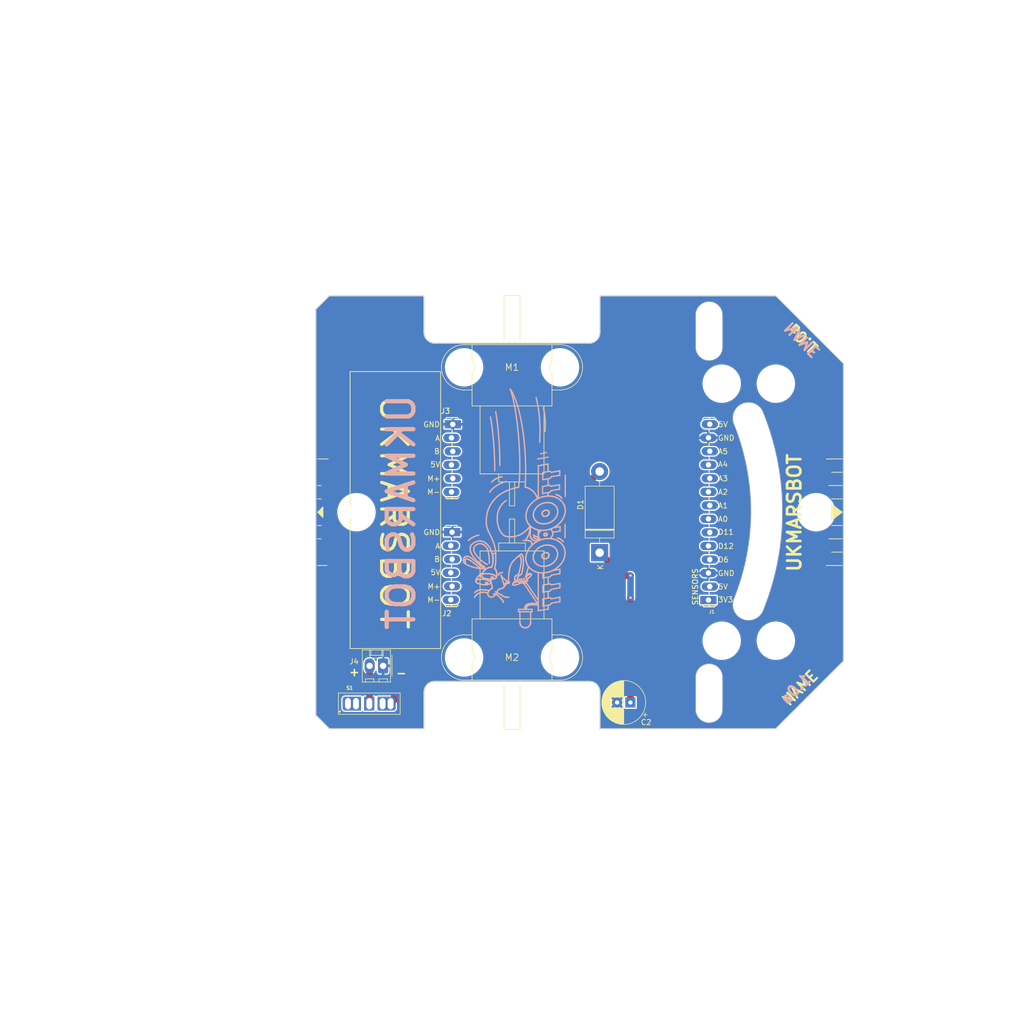
<source format=kicad_pcb>
(kicad_pcb (version 20240108) (generator "pcbnew") (generator_version "8.0")
  (layers (0 "F.Cu" signal) (31 "B.Cu" signal) (34 "B.Paste" user) (35 "F.Paste" user) (36 "B.SilkS" user "B.Silkscreen") (37 "F.SilkS" user "F.Silkscreen") (38 "B.Mask" user) (39 "F.Mask" user) (44 "Edge.Cuts" user))
  (property "designer" "NAME")
  (property "version" "1.0a")
  (net 0 "")
  (net 1 "GND")
  (net 2 "/V_BATT")
  (net 3 "/LEFT_A")
  (net 4 "/LEFT_B")
  (net 5 "/5V")
  (net 6 "/RIGHT_A")
  (net 7 "/RIGHT_B")
  (net 10 "/3V3")
  (net 11 "/USER_IO")
  (net 12 "/EMITTER_B")
  (net 13 "/EMITTER_A")
  (net 14 "/SENSOR_0")
  (net 15 "/SENSOR_1")
  (net 16 "/SENSOR_2")
  (net 17 "/SENSOR_3")
  (net 18 "/SENSOR_4")
  (net 19 "/SENSOR_5")
  (net 20 "/LEFT_MOTOR_1")
  (net 21 "/LEFT_MOTOR_2")
  (net 22 "/RIGHT_MOTOR_2")
  (net 23 "/RIGHT_MOTOR_1")
  (net 24 "/SW_PWR")
  (net 25 "/PWR_IN")
  (footprint "ukmarsbot:MountingHole_3.2mm_M3_clearance" (layer "F.Cu") (at 154.53 80.87)
    (property "Reference" "H4" (hide yes))
    (property "Value" "MountingHole")
  )
  (footprint "ukmarsbot:MountingHole_3.2mm_M3_clearance" (layer "F.Cu") (at 75.8 105)
    (property "Reference" "H1" (hide yes))
    (property "Value" "MountingHole")
  )
  (footprint "ukmarsbot:MountingHole_3.2mm_M3_clearance" (layer "F.Cu") (at 154.53 129.13)
    (property "Reference" "H6" (hide yes))
    (property "Value" "MountingHole")
  )
  (footprint "ukmarsbot:MountingHole_3.2mm_M3_clearance" (layer "F.Cu") (at 162.1 105)
    (property "Reference" "H2" (hide yes))
    (property "Value" "MountingHole")
  )
  (footprint "ukmarsbot:MINI-METAL-GEARMOTOR-WITH-BRACKET" (layer "F.Cu") (at 105 132.275)
    (property "Reference" "M2")
    (property "Value" "Right Motor")
  )
  (footprint "ukmarsbot:MINI-METAL-GEARMOTOR-WITH-BRACKET" (layer "F.Cu") (at 105 77.8 180)
    (property "Reference" "M1")
    (property "Value" "Left Motor")
  )
  (footprint "ukmarsbot:MountingHole_3.2mm_M3_clearance" (layer "F.Cu") (at 144.37 129.13)
    (property "Reference" "H5" (hide yes))
    (property "Value" "MountingHole")
  )
  (footprint "Capacitor_THT:CP_Radial_D8.0mm_P2.50mm" (layer "F.Cu") (at 127.227651 140.725 180)
    (property "Reference" "C2")
    (property "Value" "330uF, 16V")
  )
  (footprint "ukmarsbot:1X06_LOCK_LONGPADS" (layer "F.Cu") (at 93.877 88.5)
    (property "Reference" "J3")
    (property "Value" "CONN_06SILK_FEMALE_PTH" (hide yes))
  )
  (footprint "ukmarsbot:MountingHole_3.2mm_M3_clearance" (layer "F.Cu") (at 144.37 80.87)
    (property "Reference" "H3" (hide yes))
    (property "Value" "MountingHole")
  )
  (footprint "Diode_THT:D_DO-201AD_P15.24mm_Horizontal" (layer "F.Cu") (at 121.45 112.6 90)
    (property "Reference" "D1")
    (property "Value" "1N5401")
  )
  (footprint "ukmarsbot:1X14_LOCK_LONGPADS" (layer "F.Cu") (at 141.877 121.5 180)
    (property "Reference" "J1")
    (property "Value" "SENSORS")
  )
  (footprint "ukmarsbot:1X06_LOCK_LONGPADS" (layer "F.Cu") (at 93.75 108.75)
    (property "Reference" "J2")
    (property "Value" "CONN_06SILK_FEMALE_PTH" (hide yes))
  )
  (footprint "ukmarsbot:SW_MINI-SPDT-RTECH-78-0564" (layer "F.Cu") (at 78.2 140.944724)
    (property "Reference" "S1")
    (property "Value" "sub-miniature, SPDT")
  )
  (footprint "Connector_Molex:Molex_KK-254_AE-6410-02A_1x02_P2.54mm_Vertical" (layer "F.Cu") (at 80.8 133.85 180)
    (property "Reference" "J4")
    (property "Value" "POWER")
  )
  (gr_line (start 98.742416 119.632933) (end 98.821561 119.612918) (stroke (width 0.25)) (layer "B.SilkS"))
  (gr_line (start 101.887326 117.426465) (end 101.818499 117.462903) (stroke (width 0.25)) (layer "B.SilkS"))
  (gr_line (start 100.097206 117.671195) (end 100.162476 117.68765) (stroke (width 0.25)) (layer "B.SilkS"))
  (gr_line (start 109.047106 101.18176) (end 109.141034 101.285313) (stroke (width 0.25)) (layer "B.SilkS"))
  (gr_line (start 106.072606 117.472603) (end 106.071693 117.412591) (stroke (width 0.25)) (layer "B.SilkS"))
  (gr_line (start 111.189742 109.440982) (end 111.176643 109.438) (stroke (width 0.25)) (layer "B.SilkS"))
  (gr_line (start 113.573852 104.662717) (end 113.583624 104.758715) (stroke (width 0.25)) (layer "B.SilkS"))
  (gr_line (start 105.594535 117.873507) (end 105.598657 117.875525) (stroke (width 0.25)) (layer "B.SilkS"))
  (gr_line (start 110.887398 104.794291) (end 110.913763 104.773718) (stroke (width 0.25)) (layer "B.SilkS"))
  (gr_line (start 96.012233 113.567003) (end 96.032839 113.535668) (stroke (width 0.25)) (layer "B.SilkS"))
  (gr_line (start 101.993616 115.912263) (end 101.975 115.874523) (stroke (width 0.25)) (layer "B.SilkS"))
  (gr_line (start 100.918064 118.064786) (end 100.938173 118.090116) (stroke (width 0.25)) (layer "B.SilkS"))
  (gr_line (start 107.469721 118.19958) (end 107.440688 118.194086) (stroke (width 0.25)) (layer "B.SilkS"))
  (gr_line (start 111.415403 115.124036) (end 111.303192 115.142917) (stroke (width 0.25)) (layer "B.SilkS"))
  (gr_line (start 105.590558 117.857791) (end 105.58946 117.861453) (stroke (width 0.25)) (layer "B.SilkS"))
  (gr_line (start 103.856633 109.522751) (end 103.713669 109.480398) (stroke (width 0.25)) (layer "B.SilkS"))
  (gr_line (start 108.977413 110.238636) (end 108.893234 110.190317) (stroke (width 0.25)) (layer "B.SilkS"))
  (gr_line (start 106.709977 116.661191) (end 106.731854 116.640234) (stroke (width 0.25)) (layer "B.SilkS"))
  (gr_line (start 110.037672 108.888265) (end 110.058776 108.846242) (stroke (width 0.25)) (layer "B.SilkS"))
  (gr_line (start 105.591652 117.871021) (end 105.594535 117.873507) (stroke (width 0.25)) (layer "B.SilkS"))
  (gr_line (start 114.89976 113.248657) (end 114.863307 113.404001) (stroke (width 0.25)) (layer "B.SilkS"))
  (gr_line (start 98.348642 119.793775) (end 98.424274 119.753829) (stroke (width 0.25)) (layer "B.SilkS"))
  (gr_line (start 108.490442 109.722718) (end 108.473178 109.675659) (stroke (width 0.25)) (layer "B.SilkS"))
  (gr_line (start 112.25674 108.23377) (end 112.286711 108.253635) (stroke (width 0.25)) (layer "B.SilkS"))
  (gr_line (start 97.941558 114.077871) (end 98.312297 114.4019) (stroke (width 0.25)) (layer "B.SilkS"))
  (gr_line (start 102.580576 120.304678) (end 101.826777 119.946915) (stroke (width 0.25)) (layer "B.SilkS"))
  (gr_line (start 110.776437 107.191272) (end 110.669864 107.181771) (stroke (width 0.25)) (layer "B.SilkS"))
  (gr_line (start 112.608243 109.275315) (end 112.582658 109.359775) (stroke (width 0.25)) (layer "B.SilkS"))
  (gr_line (start 111.480812 109.364475) (end 111.469093 109.373619) (stroke (width 0.25)) (layer "B.SilkS"))
  (gr_line (start 106.477434 113.030213) (end 106.426223 113.073005) (stroke (width 0.25)) (layer "B.SilkS"))
  (gr_line (start 101.189324 115.25212) (end 101.113631 115.396389) (stroke (width 0.25)) (layer "B.SilkS"))
  (gr_line (start 100.956282 117.594968) (end 100.822537 117.59019) (stroke (width 0.25)) (layer "B.SilkS"))
  (gr_line (start 98.058242 112.728918) (end 98.162749 112.896271) (stroke (width 0.25)) (layer "B.SilkS"))
  (gr_line (start 108.634564 107.758458) (end 108.513419 107.659914) (stroke (width 0.25)) (layer "B.SilkS"))
  (gr_line (start 110.336974 115.100329) (end 110.237871 115.072842) (stroke (width 0.25)) (layer "B.SilkS"))
  (gr_line (start 113.550399 112.636992) (end 113.560171 112.73299) (stroke (width 0.25)) (layer "B.SilkS"))
  (gr_line (start 107.500318 122.627532) (end 107.461473 122.704765) (stroke (width 0.25)) (layer "B.SilkS"))
  (gr_line (start 104.217152 118.344259) (end 104.189603 118.341473) (stroke (width 0.25)) (layer "B.SilkS"))
  (gr_line (start 111.800811 113.449226) (end 111.78043 113.473555) (stroke (width 0.25)) (layer "B.SilkS"))
  (gr_line (start 110.631499 113.402641) (end 110.623609 113.375448) (stroke (width 0.25)) (layer "B.SilkS"))
  (gr_line (start 100.99169 118.241823) (end 100.988844 118.266639) (stroke (width 0.25)) (layer "B.SilkS"))
  (gr_line (start 109.988774 102.390091) (end 109.988774 102.390091) (stroke (width 0.25)) (layer "B.SilkS"))
  (gr_line (start 105.644724 117.838493) (end 105.644962 117.833709) (stroke (width 0.25)) (layer "B.SilkS"))
  (gr_line (start 100.45782 117.782193) (end 100.510255 117.803238) (stroke (width 0.25)) (layer "B.SilkS"))
  (gr_line (start 103.368007 118.24874) (end 103.409641 118.371078) (stroke (width 0.25)) (layer "B.SilkS"))
  (gr_line (start 97.572055 113.773821) (end 97.755306 113.921481) (stroke (width 0.25)) (layer "B.SilkS"))
  (gr_line (start 113.988291 121.797837) (end 113.988291 121.797837) (stroke (width 0.25)) (layer "B.SilkS"))
  (gr_line (start 103.144618 98.349438) (end 103.049576 98.355015) (stroke (width 0.25)) (layer "B.SilkS"))
  (gr_line (start 108.624666 103.360923) (end 108.751009 103.233852) (stroke (width 0.25)) (layer "B.SilkS"))
  (gr_line (start 100.737755 114.012385) (end 100.729566 113.814753) (stroke (width 0.25)) (layer "B.SilkS"))
  (gr_line (start 101.205928 112.610492) (end 101.168573 112.508231) (stroke (width 0.25)) (layer "B.SilkS"))
  (gr_line (start 108.280644 117.209424) (end 108.352555 117.138766) (stroke (width 0.25)) (layer "B.SilkS"))
  (gr_line (start 105.625984 117.800773) (end 105.612402 117.782236) (stroke (width 0.25)) (layer "B.SilkS"))
  (gr_line (start 110.89687 85.381969) (end 111.000305 85.873594) (stroke (width 0.25)) (layer "B.SilkS"))
  (gr_line (start 103.452983 118.496127) (end 103.473355 118.558625) (stroke (width 0.25)) (layer "B.SilkS"))
  (gr_line (start 100.131105 117.489773) (end 100.065835 117.473317) (stroke (width 0.25)) (layer "B.SilkS"))
  (gr_line (start 111.531535 109.313525) (end 111.522476 109.324338) (stroke (width 0.25)) (layer "B.SilkS"))
  (gr_line (start 114.842081 105.584265) (end 114.789305 105.737663) (stroke (width 0.25)) (layer "B.SilkS"))
  (gr_line (start 100.572231 120.683742) (end 100.527089 120.607747) (stroke (width 0.25)) (layer "B.SilkS"))
  (gr_line (start 113.510032 104.379522) (end 113.537139 104.472948) (stroke (width 0.25)) (layer "B.SilkS"))
  (gr_line (start 100.159947 106.919762) (end 100.159947 106.919762) (stroke (width 0.25)) (layer "B.SilkS"))
  (gr_line (start 98.444453 118.265735) (end 98.407068 118.241731) (stroke (width 0.25)) (layer "B.SilkS"))
  (gr_line (start 105.239554 114.157164) (end 105.161461 114.248707) (stroke (width 0.25)) (layer "B.SilkS"))
  (gr_line (start 107.515485 108.560295) (end 107.288519 108.743654) (stroke (width 0.25)) (layer "B.SilkS"))
  (gr_line (start 113.343672 104.023639) (end 113.39325 104.108179) (stroke (width 0.25)) (layer "B.SilkS"))
  (gr_line (start 114.647425 111.421865) (end 114.719302 111.563954) (stroke (width 0.25)) (layer "B.SilkS"))
  (gr_line (start 109.067686 109.298677) (end 109.057016 109.284093) (stroke (width 0.25)) (layer "B.SilkS"))
  (gr_line (start 112.929629 111.571505) (end 113.004886 111.632717) (stroke (width 0.25)) (layer "B.SilkS"))
  (gr_line (start 106.223499 90.717453) (end 105.952385 88.135339) (stroke (width 0.25)) (layer "B.SilkS"))
  (gr_line (start 106.895708 117.744248) (end 106.873578 117.70708) (stroke (width 0.25)) (layer "B.SilkS"))
  (gr_line (start 114.949893 107.266752) (end 114.949893 109.785626) (stroke (width 0.25)) (layer "B.SilkS"))
  (gr_line (start 106.495615 125.844488) (end 106.489759 125.795519) (stroke (width 0.25)) (layer "B.SilkS"))
  (gr_line (start 111.753033 115.037836) (end 111.640509 115.071542) (stroke (width 0.25)) (layer "B.SilkS"))
  (gr_line (start 101.986073 117.068553) (end 102.003089 117.093945) (stroke (width 0.25)) (layer "B.SilkS"))
  (gr_line (start 110.8019 120.02163) (end 110.8019 118.689591) (stroke (width 0.25)) (layer "B.SilkS"))
  (gr_line (start 107.882612 117.727764) (end 107.884477 117.731383) (stroke (width 0.25)) (layer "B.SilkS"))
  (gr_line (start 110.461182 111.425606) (end 110.572351 111.376656) (stroke (width 0.25)) (layer "B.SilkS"))
  (gr_poly (pts (xy 101.052965 117.284688) (xy 101.053832 117.291336) (xy 101.055261 117.297888) (xy 101.057237 117.304335) (xy 101.059747 117.310669) (xy 101.062775 117.316882) (xy 101.066308 117.322965) (xy 101.070331 117.32891) (xy 101.074831 117.334709) (xy 101.079794 117.340354) (xy 101.085204 117.345837) (xy 101.091049 117.351149) (xy 101.097314 117.356282) (xy 101.103985 117.361227) (xy 101.111048 117.365978) (xy 101.118489 117.370525) (xy 101.126293 117.37486) (xy 101.134446 117.378975) (xy 101.142935 117.382861) (xy 101.151746 117.386511) (xy 101.160863 117.389917) (xy 101.170273 117.393069) (xy 101.179962 117.395961) (xy 101.189916 117.398582) (xy 101.200121 117.400927) (xy 101.210562 117.402985) (xy 101.221225 117.404749) (xy 101.232097 117.406211) (xy 101.243163 117.407362) (xy 101.254409 117.408195) (xy 101.265821 117.408701) (xy 101.277384 117.408871) (xy 101.30036 117.408195) (xy 101.322672 117.406211) (xy 101.344207 117.402985) (xy 101.364853 117.398582) (xy 101.384496 117.393069) (xy 101.403023 117.386511) (xy 101.420323 117.378975) (xy 101.43628 117.370525) (xy 101.450784 117.361227) (xy 101.46372 117.351149) (xy 101.474975 117.340354) (xy 101.479938 117.334709) (xy 101.484438 117.32891) (xy 101.488461 117.322965) (xy 101.491994 117.316882) (xy 101.495022 117.310669) (xy 101.497532 117.304335) (xy 101.499508 117.297888) (xy 101.500937 117.291336) (xy 101.501804 117.284688) (xy 101.502097 117.277951) (xy 101.501804 117.271213) (xy 101.500937 117.264564) (xy 101.499508 117.258012) (xy 101.497532 117.251565) (xy 101.495022 117.24523) (xy 101.491994 117.239018) (xy 101.488461 117.232934) (xy 101.484438 117.226989) (xy 101.479938 117.221189) (xy 101.474975 117.215544) (xy 101.469565 117.210062) (xy 101.46372 117.204749) (xy 101.457455 117.199616) (xy 101.450784 117.194671) (xy 101.443721 117.18992) (xy 101.43628 117.185373) (xy 101.428476 117.181038) (xy 101.420323 117.176923) (xy 101.411834 117.173036) (xy 101.403023 117.169386) (xy 101.393906 117.165981) (xy 101.384496 117.162828) (xy 101.374807 117.159937) (xy 101.364853 117.157315) (xy 101.354648 117.154971) (xy 101.344207 117.152912) (xy 101.333544 117.151148) (xy 101.322672 117.149686) (xy 101.311606 117.148535) (xy 101.30036 117.147702) (xy 101.288948 117.147197) (xy 101.277384 117.147026) (xy 101.254409 117.147702) (xy 101.232097 117.149686) (xy 101.210562 117.152912) (xy 101.189916 117.157315) (xy 101.170273 117.162828) (xy 101.151746 117.169386) (xy 101.134446 117.176923) (xy 101.118489 117.185373) (xy 101.103985 117.194671) (xy 101.091049 117.204749) (xy 101.079794 117.215544) (xy 101.074831 117.221189) (xy 101.070331 117.226989) (xy 101.066308 117.232934) (xy 101.062775 117.239018) (xy 101.059747 117.24523) (xy 101.057237 117.251565) (xy 101.055261 117.258012) (xy 101.053832 117.264564) (xy 101.052965 117.271213) (xy 101.052672 117.277951)) (stroke (width 0.25)) (fill solid) (layer "B.SilkS"))
  (gr_line (start 106.596355 113.428562) (end 106.5575 113.35528) (stroke (width 0.25)) (layer "B.SilkS"))
  (gr_line (start 107.246428 118.309614) (end 107.230478 118.301977) (stroke (width 0.25)) (layer "B.SilkS"))
  (gr_line (start 106.236607 100.303183) (end 106.236607 100.303183) (stroke (width 0.25)) (layer "B.SilkS"))
  (gr_line (start 107.890607 117.892843) (end 107.889236 117.896102) (stroke (width 0.25)) (layer "B.SilkS"))
  (gr_line (start 103.904836 118.47049) (end 103.90595 118.494879) (stroke (width 0.25)) (layer "B.SilkS"))
  (gr_line (start 105.753683 116.930777) (end 105.814126 116.888468) (stroke (width 0.25)) (layer "B.SilkS"))
  (gr_line (start 111.611177 101.97181) (end 111.788611 101.964604) (stroke (width 0.25)) (layer "B.SilkS"))
  (gr_line (start 99.766078 115.532336) (end 99.703353 115.558174) (stroke (width 0.25)) (layer "B.SilkS"))
  (gr_line (start 110.719853 104.985319) (end 110.736353 104.959337) (stroke (width 0.25)) (layer "B.SilkS"))
  (gr_line (start 109.572092 101.917016) (end 109.647201 102.067789) (stroke (width 0.25)) (layer "B.SilkS"))
  (gr_line (start 101.131062 115.335861) (end 101.070019 115.332337) (stroke (width 0.25)) (layer "B.SilkS"))
  (gr_line (start 104.444369 118.131124) (end 104.446604 118.142509) (stroke (width 0.25)) (layer "B.SilkS"))
  (gr_line (start 111.933243 112.984503) (end 111.937744 113.012245) (stroke (width 0.25)) (layer "B.SilkS"))
  (gr_line (start 99.44622 110.482383) (end 99.34749 110.452619) (stroke (width 0.25)) (layer "B.SilkS"))
  (gr_line (start 99.286725 116.798065) (end 99.331604 116.753462) (stroke (width 0.25)) (layer "B.SilkS"))
  (gr_line (start 107.195807 118.0838) (end 107.17151 118.065598) (stroke (width 0.25)) (layer "B.SilkS"))
  (gr_line (start 105.567218 117.949631) (end 105.483376 118.027602) (stroke (width 0.25)) (layer "B.SilkS"))
  (gr_line (start 100.471172 120.435077) (end 100.462306 120.339998) (stroke (width 0.25)) (layer "B.SilkS"))
  (gr_line (start 104.189603 118.341473) (end 104.184611 118.340661) (stroke (width 0.25)) (layer "B.SilkS"))
  (gr_line (start 111.56815 109.255898) (end 111.562021 109.267824) (stroke (width 0.25)) (layer "B.SilkS"))
  (gr_line (start 109.442223 110.386654) (end 109.345803 110.369479) (stroke (width 0.25)) (layer "B.SilkS"))
  (gr_line (start 107.754788 104.799262) (end 107.807564 104.645863) (stroke (width 0.25)) (layer "B.SilkS"))
  (gr_line (start 112.374793 97.51486) (end 113.96276 97.235443) (stroke (width 0.25)) (layer "B.SilkS"))
  (gr_line (start 100.941588 118.3629) (end 100.941588 118.3629) (stroke (width 0.25)) (layer "B.SilkS"))
  (gr_line (start 106.509888 118.222972) (end 106.425869 118.199551) (stroke (width 0.25)) (layer "B.SilkS"))
  (gr_line (start 112.857209 114.382162) (end 112.774607 114.458519) (stroke (width 0.25)) (layer "B.SilkS"))
  (gr_line (start 99.604772 116.171004) (end 99.549152 116.247749) (stroke (width 0.25)) (layer "B.SilkS"))
  (gr_line (start 113.207018 111.840195) (end 113.265898 111.917145) (stroke (width 0.25)) (layer "B.SilkS"))
  (gr_line (start 99.103321 115.103241) (end 99.216719 115.194981) (stroke (width 0.25)) (layer "B.SilkS"))
  (gr_line (start 99.34749 110.452619) (end 99.247704 110.428907) (stroke (width 0.25)) (layer "B.SilkS"))
  (gr_line (start 99.410891 116.475207) (end 99.35951 116.498377) (stroke (width 0.25)) (layer "B.SilkS"))
  (gr_line (start 108.855403 100.995565) (end 108.951735 101.085256) (stroke (width 0.25)) (layer "B.SilkS"))
  (gr_line (start 106.114827 117.812226) (end 106.09736 117.767889) (stroke (width 0.25)) (layer "B.SilkS"))
  (gr_line (start 111.154881 113.749665) (end 111.123451 113.748243) (stroke (width 0.25)) (layer "B.SilkS"))
  (gr_line (start 108.289854 107.443563) (end 108.188032 107.325905) (stroke (width 0.25)) (layer "B.SilkS"))
  (gr_line (start 106.671581 114.678429) (end 106.696496 114.41197) (stroke (width 0.25)) (layer "B.SilkS"))
  (gr_line (start 103.435504 109.326975) (end 103.3017 109.218405) (stroke (width 0.25)) (layer "B.SilkS"))
  (gr_line (start 98.669519 109.347971) (end 98.561979 109.364249) (stroke (width 0.25)) (layer "B.SilkS"))
  (gr_line (start 107.02503 117.919721) (end 106.998094 117.887204) (stroke (width 0.25)) (layer "B.SilkS"))
  (gr_line (start 111.414547 113.711064) (end 111.381793 113.720875) (stroke (width 0.25)) (layer "B.SilkS"))
  (gr_line (start 112.768411 111.461283) (end 112.850742 111.514345) (stroke (width 0.25)) (layer "B.SilkS"))
  (gr_line (start 103.330686 121.865081) (end 103.325735 121.82842) (stroke (width 0.25)) (layer "B.SilkS"))
  (gr_line (start 108.283988 107.760357) (end 108.112678 107.965778) (stroke (width 0.25)) (layer "B.SilkS"))
  (gr_line (start 105.814688 118.620714) (end 105.934251 118.584466) (stroke (width 0.25)) (layer "B.SilkS"))
  (gr_line (start 113.398822 110.271119) (end 113.54155 110.34312) (stroke (width 0.25)) (layer "B.SilkS"))
  (gr_line (start 99.667976 117.336061) (end 99.620312 117.313845) (stroke (width 0.25)) (layer "B.SilkS"))
  (gr_line (start 104.418177 118.296639) (end 104.418363 118.293916) (stroke (width 0.25)) (layer "B.SilkS"))
  (gr_line (start 103.318953 121.792613) (end 103.310428 121.757635) (stroke (width 0.25)) (layer "B.SilkS"))
  (gr_line (start 96.576185 113.283881) (end 96.629965 113.281289) (stroke (width 0.25)) (layer "B.SilkS"))
  (gr_line (start 111.126874 109.001905) (end 111.139093 108.993162) (stroke (width 0.25)) (layer "B.SilkS"))
  (gr_line (start 112.03147 103.215678) (end 112.134679 103.234266) (stroke (width 0.25)) (layer "B.SilkS"))
  (gr_line (start 111.710119 105.589554) (end 111.683754 105.610127) (stroke (width 0.25)) (layer "B.SilkS"))
  (gr_line (start 107.327216 118.157852) (end 107.299809 118.145451) (stroke (width 0.25)) (layer "B.SilkS"))
  (gr_line (start 111.178637 108.969556) (end 111.192746 108.962637) (stroke (width 0.25)) (layer "B.SilkS"))
  (gr_line (start 107.181117 118.292364) (end 107.17759 118.29355) (stroke (width 0.25)) (layer "B.SilkS"))
  (gr_line (start 99.017907 118.494736) (end 98.954614 118.477403) (stroke (width 0.25)) (layer "B.SilkS"))
  (gr_line (start 109.322625 101.514501) (end 109.40932 101.640607) (stroke (width 0.25)) (layer "B.SilkS"))
  (gr_line (start 109.828898 122.204041) (end 107.203482 118.363186) (stroke (width 0.25)) (layer "B.SilkS"))
  (gr_line (start 110.999506 104.717605) (end 111.030222 104.700937) (stroke (width 0.25)) (layer "B.SilkS"))
  (gr_line (start 114.789305 105.737663) (end 114.728569 105.889674) (stroke (width 0.25)) (layer "B.SilkS"))
  (gr_line (start 105.637633 117.859892) (end 105.641156 117.851515) (stroke (width 0.25)) (layer "B.SilkS"))
  (gr_line (start 95.960504 113.672215) (end 95.976109 113.635268) (stroke (width 0.25)) (layer "B.SilkS"))
  (gr_line (start 102.003089 117.093945) (end 102.016949 117.119355) (stroke (width 0.25)) (layer "B.SilkS"))
  (gr_line (start 102.027857 115.990552) (end 102.011239 115.950946) (stroke (width 0.25)) (layer "B.SilkS"))
  (gr_line (start 101.793346 115.316376) (end 101.827299 115.155057) (stroke (width 0.25)) (layer "B.SilkS"))
  (gr_line (start 103.52855 118.906926) (end 103.524812 118.93219) (stroke (width 0.25)) (layer "B.SilkS"))
  (gr_line (start 110.299889 108.530173) (end 110.339039 108.493716) (stroke (width 0.25)) (layer "B.SilkS"))
  (gr_line (start 107.7912 106.647561) (end 107.737991 106.499094) (stroke (width 0.25)) (layer "B.SilkS"))
  (gr_line (start 104.27722 118.347018) (end 104.260588 118.346943) (stroke (width 0.25)) (layer "B.SilkS"))
  (gr_line (start 107.83123 126.63931) (end 107.784696 126.655024) (stroke (width 0.25)) (layer "B.SilkS"))
  (gr_line (start 99.724781 116.592815) (end 99.831112 116.573792) (stroke (width 0.25)) (layer "B.SilkS"))
  (gr_line (start 107.784696 126.655024) (end 107.737172 126.668493) (stroke (width 0.25)) (layer "B.SilkS"))
  (gr_line (start 107.278472 117.614012) (end 107.257453 117.558471) (stroke (width 0.25)) (layer "B.SilkS"))
  (gr_line (start 106.239963 116.997091) (end 106.296385 116.952987) (stroke (width 0.25)) (layer "B.SilkS"))
  (gr_line (start 111.562633 109.036643) (end 111.569046 109.047579) (stroke (width 0.25)) (layer "B.SilkS"))
  (gr_line (start 110.976086 112.691907) (end 111.006801 112.675239) (stroke (width 0.25)) (layer "B.SilkS"))
  (gr_line (start 111.863881 116.233628) (end 111.682618 116.279852) (stroke (width 0.25)) (layer "B.SilkS"))
  (gr_line (start 101.422407 114.39113) (end 101.393638 114.57568) (stroke (width 0.25)) (layer "B.SilkS"))
  (gr_line (start 99.685435 115.417889) (end 99.731153 115.434787) (stroke (width 0.25)) (layer "B.SilkS"))
  (gr_line (start 109.398283 109.95093) (end 109.338075 109.92157) (stroke (width 0.25)) (layer "B.SilkS"))
  (gr_line (start 111.539806 109.006788) (end 111.547988 109.016242) (stroke (width 0.25)) (layer "B.SilkS"))
  (gr_line (start 99.640492 111.09992) (end 99.574454 111.063532) (stroke (width 0.25)) (layer "B.SilkS"))
  (gr_line (start 111.8378 112.780326) (end 111.854938 112.802724) (stroke (width 0.25)) (layer "B.SilkS"))
  (gr_line (start 101.25471 115.096035) (end 101.189324 115.25212) (stroke (width 0.25)) (layer "B.SilkS"))
  (gr_line (start 112.504232 108.501715) (end 112.521475 108.533865) (stroke (width 0.25)) (layer "B.SilkS"))
  (gr_line (start 109.008409 115.988896) (end 108.870629 115.910146) (stroke (width 0.25)) (layer "B.SilkS"))
  (gr_line (start 106.628825 113.510934) (end 106.596355 113.428562) (stroke (width 0.25)) (layer "B.SilkS"))
  (gr_line (start 100.94613 115.335038) (end 100.883453 115.34121) (stroke (width 0.25)) (layer "B.SilkS"))
  (gr_line (start 105.58991 117.868137) (end 105.591652 117.871021) (stroke (width 0.25)) (layer "B.SilkS"))
  (gr_line (start 109.048748 109.270161) (end 109.043017 109.256964) (stroke (width 0.25)) (layer "B.SilkS"))
  (gr_line (start 102.929788 108.780263) (end 102.81798 108.600905) (stroke (width 0.25)) (layer "B.SilkS"))
  (gr_line (start 108.735415 110.919625) (end 108.751336 110.994214) (stroke (width 0.25)) (layer "B.SilkS"))
  (gr_line (start 100.80053 111.641401) (end 100.686394 111.463547) (stroke (width 0.25)) (layer "B.SilkS"))
  (gr_line (start 107.409509 122.880347) (end 107.397446 122.979236) (stroke (width 0.25)) (layer "B.SilkS"))
  (gr_line (start 99.156602 110.925808) (end 99.084468 110.918157) (stroke (width 0.25)) (layer "B.SilkS"))
  (gr_line (start 109.973407 109.060394) (end 109.986447 109.016828) (stroke (width 0.25)) (layer "B.SilkS"))
  (gr_line (start 100.560336 117.824889) (end 100.608 117.847102) (stroke (width 0.25)) (layer "B.SilkS"))
  (gr_line (start 105.952385 88.135339) (end 105.785035 86.900421) (stroke (width 0.25)) (layer "B.SilkS"))
  (gr_line (start 111.269708 103.214739) (end 111.381443 103.200705) (stroke (width 0.25)) (layer "B.SilkS"))
  (gr_line (start 108.488444 125.700817) (end 108.487141 125.752214) (stroke (width 0.25)) (layer "B.SilkS"))
  (gr_line (start 101.62156 110.970483) (end 101.559578 110.77636) (stroke (width 0.25)) (layer "B.SilkS"))
  (gr_line (start 112.400325 118.646832) (end 112.400325 118.646832) (stroke (width 0.25)) (layer "B.SilkS"))
  (gr_line (start 111.349015 113.729234) (end 111.316268 113.736155) (stroke (width 0.25)) (layer "B.SilkS"))
  (gr_line (start 104.338916 117.947084) (end 104.347265 117.95869) (stroke (width 0.25)) (layer "B.SilkS"))
  (gr_line (start 106.609049 118.254633) (end 106.581928 118.244424) (stroke (width 0.25)) (layer "B.SilkS"))
  (gr_line (start 112.400325 118.646832) (end 113.988291 118.3676) (stroke (width 0.25)) (layer "B.SilkS"))
  (gr_line (start 98.847527 116.847683) (end 98.781124 116.911006) (stroke (width 0.25)) (layer "B.SilkS"))
  (gr_line (start 108.44341 125.99785) (end 108.427662 126.044268) (stroke (width 0.25)) (layer "B.SilkS"))
  (gr_line (start 106.514241 125.940043) (end 106.503796 125.892682) (stroke (width 0.25)) (layer "B.SilkS"))
  (gr_line (start 109.012727 105.624664) (end 109.008567 105.528153) (stroke (width 0.25)) (layer "B.SilkS"))
  (gr_line (start 97.192551 114.07202) (end 96.934121 113.920354) (stroke (width 0.25)) (layer "B.SilkS"))
  (gr_line (start 98.803018 120.217941) (end 98.916777 120.168181) (stroke (width 0.25)) (layer "B.SilkS"))
  (gr_line (start 102.277345 107.007416) (end 102.243072 106.746492) (stroke (width 0.25)) (layer "B.SilkS"))
  (gr_line (start 100.310422 105.278171) (end 100.376496 105.011874) (stroke (width 0.25)) (layer "B.SilkS"))
  (gr_line (start 112.225716 116.117014) (end 112.045013 116.179374) (stroke (width 0.25)) (layer "B.SilkS"))
  (gr_line (start 103.524812 118.93219) (end 103.519338 118.956631) (stroke (width 0.25)) (layer "B.SilkS"))
  (gr_line (start 109.228538 122.128022) (end 109.034322 122.119055) (stroke (width 0.25)) (layer "B.SilkS"))
  (gr_line (start 106.807825 117.546792) (end 106.805 117.530583) (stroke (width 0.25)) (layer "B.SilkS"))
  (gr_line (start 102.073252 117.257553) (end 102.09105 117.181438) (stroke (width 0.25)) (layer "B.SilkS"))
  (gr_line (start 107.440688 118.194086) (end 107.411862 118.187123) (stroke (width 0.25)) (layer "B.SilkS"))
  (gr_line (start 101.331548 117.580016) (end 101.211653 117.58979) (stroke (width 0.25)) (layer "B.SilkS"))
  (gr_line (start 112.333621 100.95797) (end 112.333621 100.95797) (stroke (width 0.25)) (layer "B.SilkS"))
  (gr_line (start 98.654271 117.046387) (end 98.594028 117.118169) (stroke (width 0.25)) (layer "B.SilkS"))
  (gr_line (start 104.142419 118.307723) (end 104.13699 118.298744) (stroke (width 0.25)) (layer "B.SilkS"))
  (gr_line (start 107.340809 117.731536) (end 107.306562 117.67232) (stroke (width 0.25)) (layer "B.SilkS"))
  (gr_line (start 104.691321 81.89807) (end 104.691321 81.89807) (stroke (width 0.25)) (layer "B.SilkS"))
  (gr_line (start 107.129387 113.942277) (end 107.10846 113.675671) (stroke (width 0.25)) (layer "B.SilkS"))
  (gr_line (start 99.37947 115.278571) (end 99.479048 115.327074) (stroke (width 0.25)) (layer "B.SilkS"))
  (gr_line (start 112.224599 108.214367) (end 112.25674 108.23377) (stroke (width 0.25)) (layer "B.SilkS"))
  (gr_line (start 103.801041 118.286591) (end 103.812793 118.293347) (stroke (width 0.25)) (layer "B.SilkS"))
  (gr_line (start 109.257276 104.572629) (end 109.309345 104.481816) (stroke (width 0.25)) (layer "B.SilkS"))
  (gr_line (start 114.782215 111.710212) (end 114.835424 111.85868) (stroke (width 0.25)) (layer "B.SilkS"))
  (gr_line (start 108.289449 126.298526) (end 108.259714 126.336274) (stroke (width 0.25)) (layer "B.SilkS"))
  (gr_line (start 107.841649 109.802584) (end 107.770975 109.928143) (stroke (width 0.25)) (layer "B.SilkS"))
  (gr_line (start 110.690906 105.038585) (end 110.704696 105.011752) (stroke (width 0.25)) (layer "B.SilkS"))
  (gr_line (start 107.879999 117.908815) (end 107.872726 117.916048) (stroke (width 0.25)) (layer "B.SilkS"))
  (gr_line (start 111.854938 112.802724) (end 111.870749 112.826233) (stroke (width 0.25)) (layer "B.SilkS"))
  (gr_line (start 108.697581 110.786889) (end 108.717525 110.850587) (stroke (width 0.25)) (layer "B.SilkS"))
  (gr_line (start 107.126141 114.524047) (end 107.134615 114.227266) (stroke (width 0.25)) (layer "B.SilkS"))
  (gr_line (start 101.862301 98.805336) (end 101.728716 98.887392) (stroke (width 0.25)) (layer "B.SilkS"))
  (gr_line (start 111.201657 112.603221) (end 111.234404 112.5963) (stroke (width 0.25)) (layer "B.SilkS"))
  (gr_line (start 98.424274 119.753829) (end 98.502327 119.717674) (stroke (width 0.25)) (layer "B.SilkS"))
  (gr_line (start 105.283947 118.244301) (end 105.258682 118.277479) (stroke (width 0.25)) (layer "B.SilkS"))
  (gr_line (start 108.169488 122.467917) (end 108.097181 122.494814) (stroke (width 0.25)) (layer "B.SilkS"))
  (gr_line (start 106.447728 117.588641) (end 106.44655 117.57582) (stroke (width 0.25)) (layer "B.SilkS"))
  (gr_line (start 111.392872 108.932137) (end 111.406225 108.93454) (stroke (width 0.25)) (layer "B.SilkS"))
  (gr_line (start 102.599317 116.531907) (end 102.578071 116.553132) (stroke (width 0.25)) (layer "B.SilkS"))
  (gr_line (start 108.234651 122.178249) (end 108.140832 122.200781) (stroke (width 0.25)) (layer "B.SilkS"))
  (gr_line (start 113.513686 112.447223) (end 113.534932 112.541679) (stroke (width 0.25)) (layer "B.SilkS"))
  (gr_line (start 101.32212 120.913873) (end 101.219715 120.938218) (stroke (width 0.25)) (layer "B.SilkS"))
  (gr_line (start 110.968767 105.737685) (end 110.941331 105.72715) (stroke (width 0.25)) (layer "B.SilkS"))
  (gr_line (start 106.636674 118.274463) (end 106.633646 118.269551) (stroke (width 0.25)) (layer "B.SilkS"))
  (gr_line (start 108.30872 108.542414) (end 108.282963 108.670497) (stroke (width 0.25)) (layer "B.SilkS"))
  (gr_line (start 108.409727 126.089636) (end 108.389668 126.133891) (stroke (width 0.25)) (layer "B.SilkS"))
  (gr_line (start 106.167275 116.643876) (end 106.189152 116.623272) (stroke (width 0.25)) (layer "B.SilkS"))
  (gr_line (start 108.883971 103.110935) (end 109.023419 102.99245) (stroke (width 0.25)) (layer "B.SilkS"))
  (gr_line (start 101.791888 115.608922) (end 101.764916 115.580559) (stroke (width 0.25)) (layer "B.SilkS"))
  (gr_line (start 108.562313 116.884186) (end 108.57934 116.856042) (stroke (width 0.25)) (layer "B.SilkS"))
  (gr_line (start 105.613856 117.832667) (end 105.605383 117.83906) (stroke (width 0.25)) (layer "B.SilkS"))
  (gr_line (start 107.911038 109.66891) (end 107.841649 109.802584) (stroke (width 0.25)) (layer "B.SilkS"))
  (gr_line (start 103.032877 103.616516) (end 103.219981 103.393699) (stroke (width 0.25)) (layer "B.SilkS"))
  (gr_line (start 109.864375 85.049584) (end 109.953388 85.585435) (stroke (width 0.25)) (layer "B.SilkS"))
  (gr_line (start 99.455054 117.220278) (end 99.420397 117.195938) (stroke (width 0.25)) (layer "B.SilkS"))
  (gr_line (start 100.938173 118.090116) (end 100.955188 118.115509) (stroke (width 0.25)) (layer "B.SilkS"))
  (gr_line (start 98.189242 117.965591) (end 98.188623 117.940565) (stroke (width 0.25)) (layer "B.SilkS"))
  (gr_line (start 113.712898 107.27259) (end 113.573451 107.391075) (stroke (width 0.25)) (layer "B.SilkS"))
  (gr_line (start 107.884477 117.731383) (end 107.886054 117.734849) (stroke (width 0.25)) (layer "B.SilkS"))
  (gr_line (start 102.241328 105.669603) (end 102.278224 105.398332) (stroke (width 0.25)) (layer "B.SilkS"))
  (gr_line (start 101.400904 114.447895) (end 101.40995 114.317766) (stroke (width 0.25)) (layer "B.SilkS"))
  (gr_line (start 110.075826 109.841304) (end 110.063522 109.81909) (stroke (width 0.25)) (layer "B.SilkS"))
  (gr_line (start 107.191984 118.290913) (end 107.188317 118.291068) (stroke (width 0.25)) (layer "B.SilkS"))
  (gr_line (start 95.883813 114.204853) (end 95.886091 114.090563) (stroke (width 0.25)) (layer "B.SilkS"))
  (gr_line (start 98.298839 120.528152) (end 98.314222 120.513995) (stroke (width 0.25)) (layer "B.SilkS"))
  (gr_line (start 107.431028 122.788947) (end 107.409509 122.880347) (stroke (width 0.25)) (layer "B.SilkS"))
  (gr_line (start 98.188623 117.940565) (end 98.191468 117.91575) (stroke (width 0.25)) (layer "B.SilkS"))
  (gr_line (start 107.830657 114.768063) (end 107.830657 114.768063) (stroke (width 0.25)) (layer "B.SilkS"))
  (gr_line (start 109.112731 109.345506) (end 109.09568 109.329466) (stroke (width 0.25)) (layer "B.SilkS"))
  (gr_line (start 103.147981 117.210562) (end 103.112074 117.170232) (stroke (width 0.25)) (layer "B.SilkS"))
  (gr_line (start 109.925 110.25) (end 109.925 108.423229) (stroke (width 0.25)) (layer "B.SilkS"))
  (gr_line (start 111.535552 105.698475) (end 111.503192 105.712724) (stroke (width 0.25)) (layer "B.SilkS"))
  (gr_line (start 111.663959 107.097264) (end 111.551354 107.125982) (stroke (width 0.25)) (layer "B.SilkS"))
  (gr_line (start 99.587568 114.355694) (end 99.855934 114.546695) (stroke (width 0.25)) (layer "B.SilkS"))
  (gr_line (start 112.405691 116.046474) (end 112.225716 116.117014) (stroke (width 0.25)) (layer "B.SilkS"))
  (gr_line (start 99.770491 117.378763) (end 99.718056 117.357715) (stroke (width 0.25)) (layer "B.SilkS"))
  (gr_line (start 109.106124 112.826917) (end 109.143858 112.732487) (stroke (width 0.25)) (layer "B.SilkS"))
  (gr_line (start 114.198452 102.828604) (end 114.307014 102.939966) (stroke (width 0.25)) (layer "B.SilkS"))
  (gr_line (start 98.262254 118.117603) (end 98.242143 118.092273) (stroke (width 0.25)) (layer "B.SilkS"))
  (gr_line (start 112.359128 109.759875) (end 112.296458 109.833072) (stroke (width 0.25)) (layer "B.SilkS"))
  (gr_line (start 106.726818 112.859106) (end 106.697221 112.875565) (stroke (width 0.25)) (layer "B.SilkS"))
  (gr_line (start 105.641156 117.851515) (end 105.643487 117.844405) (stroke (width 0.25)) (layer "B.SilkS"))
  (gr_line (start 111.52498 108.343879) (end 111.344353 108.37427) (stroke (width 0.25)) (layer "B.SilkS"))
  (gr_line (start 110.6148 113.179509) (end 110.619881 113.15132) (stroke (width 0.25)) (layer "B.SilkS"))
  (gr_line (start 109.158452 106.186936) (end 109.119371 106.096082) (stroke (width 0.25)) (layer "B.SilkS"))
  (gr_line (start 98.238726 117.819489) (end 98.283624 117.774871) (stroke (width 0.25)) (layer "B.SilkS"))
  (gr_line (start 100.333009 119.641998) (end 100.535456 119.668135) (stroke (width 0.25)) (layer "B.SilkS"))
  (gr_line (start 111.778857 122.503189) (end 111.779893 123.206848) (stroke (width 0.25)) (layer "B.SilkS"))
  (gr_line (start 99.620312 117.313845) (end 99.575126 117.291113) (stroke (width 0.25)) (layer "B.SilkS"))
  (gr_line (start 109.024157 109.681998) (end 109.018426 109.668801) (stroke (width 0.25)) (layer "B.SilkS"))
  (gr_line (start 105.206344 118.654499) (end 105.228255 118.665981) (stroke (width 0.25)) (layer "B.SilkS"))
  (gr_line (start 105.592408 117.854008) (end 105.590558 117.857791) (stroke (width 0.25)) (layer "B.SilkS"))
  (gr_line (start 99.623259 115.577139) (end 99.527165 115.58945) (stroke (width 0.25)) (layer "B.SilkS"))
  (gr_line (start 108.427662 126.044268) (end 108.409727 126.089636) (stroke (width 0.25)) (layer "B.SilkS"))
  (gr_line (start 111.939415 113.124707) (end 111.935871 113.152947) (stroke (width 0.25)) (layer "B.SilkS"))
  (gr_line (start 111.942594 104.95551) (end 111.950484 104.982703) (stroke (width 0.25)) (layer "B.SilkS"))
  (gr_line (start 114.13225 110.087536) (end 114.055509 110.041955) (stroke (width 0.25)) (layer "B.SilkS"))
  (gr_line (start 98.480426 117.269232) (end 98.427274 117.348237) (stroke (width 0.25)) (layer "B.SilkS"))
  (gr_line (start 109.647201 102.067789) (end 109.717481 102.227253) (stroke (width 0.25)) (layer "B.SilkS"))
  (gr_line (start 110.646415 115.156047) (end 110.541431 115.141979) (stroke (width 0.25)) (layer "B.SilkS"))
  (gr_line (start 105.53083 117.268755) (end 105.534203 117.214886) (stroke (width 0.25)) (layer "B.SilkS"))
  (gr_line (start 104.405515 118.287847) (end 104.401466 118.290331) (stroke (width 0.25)) (layer "B.SilkS"))
  (gr_line (start 101.334849 116.70155) (end 101.393986 116.720506) (stroke (width 0.25)) (layer "B.SilkS"))
  (gr_line (start 100.822537 117.59019) (end 100.685906 117.580382) (stroke (width 0.25)) (layer "B.SilkS"))
  (gr_line (start 104.184611 118.340661) (end 104.179826 118.33939) (stroke (width 0.25)) (layer "B.SilkS"))
  (gr_line (start 99.703353 115.558174) (end 99.623259 115.577139) (stroke (width 0.25)) (layer "B.SilkS"))
  (gr_line (start 103.473355 118.558625) (end 103.491828 118.620548) (stroke (width 0.25)) (layer "B.SilkS"))
  (gr_line (start 111.854239 113.372833) (end 111.83774 113.398815) (stroke (width 0.25)) (layer "B.SilkS"))
  (gr_line (start 111.274506 105.771433) (end 111.242174 105.774122) (stroke (width 0.25)) (layer "B.SilkS"))
  (gr_line (start 107.860019 117.695433) (end 107.86663 117.703834) (stroke (width 0.25)) (layer "B.SilkS"))
  (gr_line (start 110.784802 116.393166) (end 110.609029 116.392794) (stroke (width 0.25)) (layer "B.SilkS"))
  (gr_line (start 110.263663 116.36962) (end 110.094668 116.346968) (stroke (width 0.25)) (layer "B.SilkS"))
  (gr_line (start 111.41921 104.608485) (end 111.45064 104.609907) (stroke (width 0.25)) (layer "B.SilkS"))
  (gr_line (start 106.485251 125.768669) (end 106.485251 123.773106) (stroke (width 0.25)) (layer "B.SilkS"))
  (gr_line (start 114.476483 114.308859) (end 114.385247 114.452552) (stroke (width 0.25)) (layer "B.SilkS"))
  (gr_line (start 112.30975 101.98815) (end 112.478745 102.010802) (stroke (width 0.25)) (layer "B.SilkS"))
  (gr_line (start 99.774593 118.611637) (end 99.637968 118.601817) (stroke (width 0.25)) (layer "B.SilkS"))
  (gr_line (start 109.688605 109.628033) (end 109.661322 109.622749) (stroke (width 0.25)) (layer "B.SilkS"))
  (gr_line (start 106.236607 100.303183) (end 106.236607 100.303183) (stroke (width 0.25)) (layer "B.SilkS"))
  (gr_line (start 114.951305 105.118511) (end 114.923215 105.274412) (stroke (width 0.25)) (layer "B.SilkS"))
  (gr_line (start 113.822404 115.123918) (end 113.689442 115.246835) (stroke (width 0.25)) (layer "B.SilkS"))
  (gr_line (start 111.258562 109.447093) (end 111.244434 109.447064) (stroke (width 0.25)) (layer "B.SilkS"))
  (gr_line (start 111.758034 95.951432) (end 111.758034 95.951432) (stroke (width 0.25)) (layer "B.SilkS"))
  (gr_line (start 111.921599 104.902222) (end 111.921599 104.902222) (stroke (width 0.25)) (layer "B.SilkS"))
  (gr_line (start 98.328788 117.512509) (end 98.283661 117.597501) (stroke (width 0.25)) (layer "B.SilkS"))
  (gr_line (start 109.442223 110.386654) (end 109.442223 110.386654) (stroke (width 0.25)) (layer "B.SilkS"))
  (gr_line (start 111.00556 109.26854) (end 111.00356 109.25621) (stroke (width 0.25)) (layer "B.SilkS"))
  (gr_line (start 100.267356 117.519867) (end 100.267356 117.519867) (stroke (width 0.25)) (layer "B.SilkS"))
  (gr_line (start 99.833947 115.459168) (end 99.810065 115.499407) (stroke (width 0.25)) (layer "B.SilkS"))
  (gr_line (start 99.247704 110.428907) (end 99.147029 110.411527) (stroke (width 0.25)) (layer "B.SilkS"))
  (gr_line (start 111.146875 105.773939) (end 111.115854 105.771175) (stroke (width 0.25)) (layer "B.SilkS"))
  (gr_line (start 108.494221 122.401248) (end 108.408487 122.412375) (stroke (width 0.25)) (layer "B.SilkS"))
  (gr_line (start 110.632693 105.261685) (end 110.634677 105.233445) (stroke (width 0.25)) (layer "B.SilkS"))
  (gr_line (start 106.090728 117.749672) (end 106.08572 117.734509) (stroke (width 0.25)) (layer "B.SilkS"))
  (gr_line (start 112.953496 107.81517) (end 112.783636 107.907348) (stroke (width 0.25)) (layer "B.SilkS"))
  (gr_line (start 95.893155 113.984099) (end 95.905346 113.885401) (stroke (width 0.25)) (layer "B.SilkS"))
  (gr_line (start 107.152397 126.642817) (end 107.108009 126.625924) (stroke (width 0.25)) (layer "B.SilkS"))
  (gr_line (start 107.053653 118.30396) (end 107.032471 118.297574) (stroke (width 0.25)) (layer "B.SilkS"))
  (gr_line (start 104.40197 118.297692) (end 104.392318 118.305105) (stroke (width 0.25)) (layer "B.SilkS"))
  (gr_line (start 108.013117 104.1951) (end 108.09693 104.048912) (stroke (width 0.25)) (layer "B.SilkS"))
  (gr_line (start 112.526057 103.352881) (end 112.617609 103.393366) (stroke (width 0.25)) (layer "B.SilkS"))
  (gr_line (start 98.825664 114.508478) (end 99.134822 114.761067) (stroke (width 0.25)) (layer "B.SilkS"))
  (gr_line (start 106.425869 118.199551) (end 106.383777 118.18688) (stroke (width 0.25)) (layer "B.SilkS"))
  (gr_line (start 110.770242 112.858899) (end 110.791869 112.835221) (stroke (width 0.25)) (layer "B.SilkS"))
  (gr_line (start 111.083105 109.040662) (end 111.09326 109.03045) (stroke (width 0.25)) (layer "B.SilkS"))
  (gr_line (start 100.557298 111.29188) (end 100.414585 111.12865) (stroke (width 0.25)) (layer "B.SilkS"))
  (gr_line (start 107.557465 118.206795) (end 107.557465 118.206795) (stroke (width 0.25)) (layer "B.SilkS"))
  (gr_line (start 107.467297 100.270005) (end 107.539586 100.285682) (stroke (width 0.25)) (layer "B.SilkS"))
  (gr_line (start 101.916705 116.992928) (end 101.942819 117.017999) (stroke (width 0.25)) (layer "B.SilkS"))
  (gr_line (start 104.087378 118.169399) (end 104.060598 118.111812) (stroke (width 0.25)) (layer "B.SilkS"))
  (gr_line (start 102.119484 117.029963) (end 102.13012 116.954775) (stroke (width 0.25)) (layer "B.SilkS"))
  (gr_line (start 109.739217 110.046834) (end 109.715394 110.046078) (stroke (width 0.25)) (layer "B.SilkS"))
  (gr_line (start 111.09243 113.745478) (end 111.061871 113.741384) (stroke (width 0.25)) (layer "B.SilkS"))
  (gr_line (start 102.489689 104.599607) (end 102.596099 104.342561) (stroke (width 0.25)) (layer "B.SilkS"))
  (gr_line (start 109.151136 116.060898) (end 109.008409 115.988896) (stroke (width 0.25)) (layer "B.SilkS"))
  (gr_line (start 107.134615 114.227266) (end 107.129387 113.942277) (stroke (width 0.25)) (layer "B.SilkS"))
  (gr_line (start 111.941399 113.096468) (end 111.939415 113.124707) (stroke (width 0.25)) (layer "B.SilkS"))
  (gr_line (start 101.975 115.874523) (end 101.955406 115.837746) (stroke (width 0.25)) (layer "B.SilkS"))
  (gr_line (start 112.783636 107.907348) (end 112.608096 107.993435) (stroke (width 0.25)) (layer "B.SilkS"))
  (gr_line (start 109.135003 114.161213) (end 109.135003 114.161213) (stroke (width 0.25)) (layer "B.SilkS"))
  (gr_line (start 100.693504 115.378686) (end 100.629829 115.397408) (stroke (width 0.25)) (layer "B.SilkS"))
  (gr_line (start 106.829333 126.45444) (end 106.794807 126.423014) (stroke (width 0.25)) (layer "B.SilkS"))
  (gr_line (start 110.8019 118.689591) (end 110.8019 118.689591) (stroke (width 0.25)) (layer "B.SilkS"))
  (gr_line (start 109.963648 109.5513) (end 109.954377 109.506444) (stroke (width 0.25)) (layer "B.SilkS"))
  (gr_line (start 109.40932 101.640607) (end 109.492637 101.7747) (stroke (width 0.25)) (layer "B.SilkS"))
  (gr_line (start 107.596054 113.862906) (end 107.589352 113.707542) (stroke (width 0.25)) (layer "B.SilkS"))
  (gr_line (start 114.018256 107.703499) (end 114.018256 107.703499) (stroke (width 0.25)) (layer "B.SilkS"))
  (gr_line (start 105.6443 117.829985) (end 105.642834 117.82725) (stroke (width 0.25)) (layer "B.SilkS"))
  (gr_line (start 106.766414 112.880057) (end 106.698374 112.848946) (stroke (width 0.25)) (layer "B.SilkS"))
  (gr_line (start 105.630883 117.824817) (end 105.626859 117.825989) (stroke (width 0.25)) (layer "B.SilkS"))
  (gr_line (start 113.422276 102.296874) (end 113.565003 102.368876) (stroke (width 0.25)) (layer "B.SilkS"))
  (gr_line (start 100.839785 117.989622) (end 100.868808 118.014493) (stroke (width 0.25)) (layer "B.SilkS"))
  (gr_line (start 105.39437 84.61922) (end 105.174103 83.603478) (stroke (width 0.25)) (layer "B.SilkS"))
  (gr_line (start 100.889509 103.733675) (end 101.029451 103.491259) (stroke (width 0.25)) (layer "B.SilkS"))
  (gr_line (start 112.302839 114.795579) (end 112.197316 114.852843) (stroke (width 0.25)) (layer "B.SilkS"))
  (gr_line (start 106.55858 126.076574) (end 106.541692 126.032046) (stroke (width 0.25)) (layer "B.SilkS"))
  (gr_line (start 102.200637 119.917778) (end 102.200637 119.917778) (stroke (width 0.25)) (layer "B.SilkS"))
  (gr_line (start 104.120959 118.261648) (end 104.1182 118.253226) (stroke (width 0.25)) (layer "B.SilkS"))
  (gr_line (start 109.729966 122.177532) (end 109.412031 122.142192) (stroke (width 0.25)) (layer "B.SilkS"))
  (gr_line (start 105.618938 117.89332) (end 105.626621 117.880725) (stroke (width 0.25)) (layer "B.SilkS"))
  (gr_line (start 113.84586 107.149674) (end 113.712898 107.27259) (stroke (width 0.25)) (layer "B.SilkS"))
  (gr_line (start 103.275261 121.657411) (end 103.260632 121.625487) (stroke (width 0.25)) (layer "B.SilkS"))
  (gr_line (start 100.188565 107.291044) (end 100.170402 107.109009) (stroke (width 0.25)) (layer "B.SilkS"))
  (gr_line (start 98.407777 113.227631) (end 98.688073 113.547587) (stroke (width 0.25)) (layer "B.SilkS"))
  (gr_line (start 100.527089 120.607747) (end 100.493084 120.524593) (stroke (width 0.25)) (layer "B.SilkS"))
  (gr_line (start 113.565003 102.368876) (end 113.702782 102.447626) (stroke (width 0.25)) (layer "B.SilkS"))
  (gr_line (start 105.534203 117.214886) (end 105.534203 117.214886) (stroke (width 0.25)) (layer "B.SilkS"))
  (gr_line (start 111.017422 109.143922) (end 111.022305 109.131707) (stroke (width 0.25)) (layer "B.SilkS"))
  (gr_line (start 105.962586 113.443377) (end 105.937365 113.456551) (stroke (width 0.25)) (layer "B.SilkS"))
  (gr_line (start 100.647105 119.809078) (end 100.736574 119.697375) (stroke (width 0.25)) (layer "B.SilkS"))
  (gr_line (start 110.458673 108.410677) (end 110.28712 108.395376) (stroke (width 0.25)) (layer "B.SilkS"))
  (gr_line (start 101.31718 113.000982) (end 101.281565 112.856497) (stroke (width 0.25)) (layer "B.SilkS"))
  (gr_line (start 99.7094 115.156802) (end 99.729516 115.173508) (stroke (width 0.25)) (layer "B.SilkS"))
  (gr_line (start 110.665489 113.481619) (end 110.652493 113.455929) (stroke (width 0.25)) (layer "B.SilkS"))
  (gr_line (start 111.186665 113.74973) (end 111.154881 113.749665) (stroke (width 0.25)) (layer "B.SilkS"))
  (gr_line (start 110.484635 103.451334) (end 110.484635 103.451334) (stroke (width 0.25)) (layer "B.SilkS"))
  (gr_line (start 104.175244 118.337688) (end 104.170861 118.335585) (stroke (width 0.25)) (layer "B.SilkS"))
  (gr_line (start 112.41603 109.68395) (end 112.359128 109.759875) (stroke (width 0.25)) (layer "B.SilkS"))
  (gr_line (start 103.45573 120.837172) (end 103.392713 120.807567) (stroke (width 0.25)) (layer "B.SilkS"))
  (gr_line (start 107.195692 118.291057) (end 107.191984 118.290913) (stroke (width 0.25)) (layer "B.SilkS"))
  (gr_line (start 107.60396 117.017912) (end 107.588391 117.089136) (stroke (width 0.25)) (layer "B.SilkS"))
  (gr_line (start 108.986486 113.405575) (end 108.993299 113.308553) (stroke (width 0.25)) (layer "B.SilkS"))
  (gr_line (start 110.675917 105.481623) (end 110.675917 105.481623) (stroke (width 0.25)) (layer "B.SilkS"))
  (gr_line (start 107.467297 100.270005) (end 107.467297 100.270005) (stroke (width 0.25)) (layer "B.SilkS"))
  (gr_line (start 96.047694 114.538514) (end 95.978048 114.456668) (stroke (width 0.25)) (layer "B.SilkS"))
  (gr_line (start 113.948747 114.996847) (end 113.822404 115.123918) (stroke (width 0.25)) (layer "B.SilkS"))
  (gr_line (start 111.192299 104.637276) (end 111.225076 104.628916) (stroke (width 0.25)) (layer "B.SilkS"))
  (gr_line (start 106.853686 117.670057) (end 106.836457 117.633537) (stroke (width 0.25)) (layer "B.SilkS"))
  (gr_line (start 103.000239 119.333244) (end 102.821376 119.377872) (stroke (width 0.25)) (layer "B.SilkS"))
  (gr_line (start 106.308241 118.159172) (end 106.278325 118.143959) (stroke (width 0.25)) (layer "B.SilkS"))
  (gr_line (start 100.916408 101.087791) (end 100.86429 101.17591) (stroke (width 0.25)) (layer "B.SilkS"))
  (gr_line (start 110.116018 109.905393) (end 110.102084 109.884457) (stroke (width 0.25)) (layer "B.SilkS"))
  (gr_line (start 107.439896 93.627397) (end 107.511436 94.966902) (stroke (width 0.25)) (layer "B.SilkS"))
  (gr_line (start 107.282262 118.323226) (end 107.278327 118.322324) (stroke (width 0.25)) (layer "B.SilkS"))
  (gr_line (start 102.137733 116.446762) (end 102.129272 116.377837) (stroke (width 0.25)) (layer "B.SilkS"))
  (gr_line (start 108.025031 100.456195) (end 108.194834 100.538774) (stroke (width 0.25)) (layer "B.SilkS"))
  (gr_line (start 110.808258 108.418922) (end 110.632485 108.41855) (stroke (width 0.25)) (layer "B.SilkS"))
  (gr_line (start 104.307473 117.889266) (end 104.3088 117.89374) (stroke (width 0.25)) (layer "B.SilkS"))
  (gr_line (start 100.487535 120.136341) (end 100.52354 120.029359) (stroke (width 0.25)) (layer "B.SilkS"))
  (gr_line (start 107.077533 117.978383) (end 107.051652 117.950234) (stroke (width 0.25)) (layer "B.SilkS"))
  (gr_line (start 103.835229 118.310019) (end 103.84575 118.320042) (stroke (width 0.25)) (layer "B.SilkS"))
  (gr_line (start 101.419274 114.070375) (end 101.419885 113.953021) (stroke (width 0.25)) (layer "B.SilkS"))
  (gr_line (start 113.009993 114.221877) (end 112.935699 114.303224) (stroke (width 0.25)) (layer "B.SilkS"))
  (gr_line (start 100.438909 115.471881) (end 100.375585 115.502717) (stroke (width 0.25)) (layer "B.SilkS"))
  (gr_line (start 98.915775 116.787454) (end 98.847527 116.847683) (stroke (width 0.25)) (layer "B.SilkS"))
  (gr_line (start 108.48162 111.466118) (end 108.601211 111.335169) (stroke (width 0.25)) (layer "B.SilkS"))
  (gr_line (start 102.82392 98.397592) (end 102.697149 98.433237) (stroke (width 0.25)) (layer "B.SilkS"))
  (gr_line (start 101.119852 120.948223) (end 101.023488 120.944684) (stroke (width 0.25)) (layer "B.SilkS"))
  (gr_line (start 106.060952 118.541199) (end 106.194189 118.491055) (stroke (width 0.25)) (layer "B.SilkS"))
  (gr_line (start 101.280675 99.247999) (end 101.23834 99.295319) (stroke (width 0.25)) (layer "B.SilkS"))
  (gr_line (start 105.345047 118.691696) (end 105.419877 118.692675) (stroke (width 0.25)) (layer "B.SilkS"))
  (gr_line (start 105.58946 117.861453) (end 105.589212 117.864925) (stroke (width 0.25)) (layer "B.SilkS"))
  (gr_line (start 101.94448 120.406285) (end 101.890706 120.394102) (stroke (width 0.25)) (layer "B.SilkS"))
  (gr_line (start 96.352178 114.774716) (end 96.236128 114.697756) (stroke (width 0.25)) (layer "B.SilkS"))
  (gr_line (start 108.595583 110.581246) (end 108.624583 110.625708) (stroke (width 0.25)) (layer "B.SilkS"))
  (gr_line (start 100.52354 120.029359) (end 100.576412 119.920005) (stroke (width 0.25)) (layer "B.SilkS"))
  (gr_line (start 109.298512 116.126075) (end 109.151136 116.060898) (stroke (width 0.25)) (layer "B.SilkS"))
  (gr_line (start 97.805387 115.348162) (end 97.444409 115.243348) (stroke (width 0.25)) (layer "B.SilkS"))
  (gr_line (start 110.626475 113.123232) (end 110.634556 113.095295) (stroke (width 0.25)) (layer "B.SilkS"))
  (gr_line (start 113.988291 119.194851) (end 113.988291 119.194851) (stroke (width 0.25)) (layer "B.SilkS"))
  (gr_line (start 109.496572 106.659721) (end 109.429133 106.590545) (stroke (width 0.25)) (layer "B.SilkS"))
  (gr_line (start 103.225657 117.287912) (end 103.185916 117.24973) (stroke (width 0.25)) (layer "B.SilkS"))
  (gr_line (start 111.594207 109.144214) (end 111.594029 109.156743) (stroke (width 0.25)) (layer "B.SilkS"))
  (gr_line (start 105.419877 118.692675) (end 105.504858 118.685924) (stroke (width 0.25)) (layer "B.SilkS"))
  (gr_line (start 111.685221 112.655802) (end 111.710134 112.67004) (stroke (width 0.25)) (layer "B.SilkS"))
  (gr_line (start 101.764916 115.580559) (end 101.737078 115.553337) (stroke (width 0.25)) (layer "B.SilkS"))
  (gr_line (start 107.668603 117.337262) (end 107.675929 117.357231) (stroke (width 0.25)) (layer "B.SilkS"))
  (gr_line (start 114.961623 104.340328) (end 114.977358 104.494866) (stroke (width 0.25)) (layer "B.SilkS"))
  (gr_line (start 109.953388 109.14838) (end 109.962387 109.104257) (stroke (width 0.25)) (layer "B.SilkS"))
  (gr_line (start 107.73384 122.831148) (end 107.706985 122.903933) (stroke (width 0.25)) (layer "B.SilkS"))
  (gr_line (start 114.018256 108.530749) (end 112.652079 108.771065) (stroke (width 0.25)) (layer "B.SilkS"))
  (gr_line (start 108.330437 108.316746) (end 108.324854 108.423844) (stroke (width 0.25)) (layer "B.SilkS"))
  (gr_line (start 104.381647 118.311916) (end 104.369927 118.318081) (stroke (width 0.25)) (layer "B.SilkS"))
  (gr_line (start 110.917832 112.728348) (end 110.946421 112.709627) (stroke (width 0.25)) (layer "B.SilkS"))
  (gr_line (start 111.316166 109.441057) (end 111.301649 109.4435) (stroke (width 0.25)) (layer "B.SilkS"))
  (gr_line (start 104.691321 81.89807) (end 105.078429 82.561304) (stroke (width 0.25)) (layer "B.SilkS"))
  (gr_line (start 104.337308 118.328929) (end 104.329237 118.335323) (stroke (width 0.25)) (layer "B.SilkS"))
  (gr_line (start 107.093134 118.311416) (end 107.073905 118.308588) (stroke (width 0.25)) (layer "B.SilkS"))
  (gr_line (start 103.047225 117.085396) (end 103.018724 117.040541) (stroke (width 0.25)) (layer "B.SilkS"))
  (gr_line (start 111.776484 107.063559) (end 111.663959 107.097264) (stroke (width 0.25)) (layer "B.SilkS"))
  (gr_line (start 106.082501 117.722714) (end 106.081238 117.7146) (stroke (width 0.25)) (layer "B.SilkS"))
  (gr_line (start 102.616801 108.199727) (end 102.450196 107.750264) (stroke (width 0.25)) (layer "B.SilkS"))
  (gr_line (start 104.554275 115.586989) (end 104.500265 115.839345) (stroke (width 0.25)) (layer "B.SilkS"))
  (gr_line (start 99.626527 116.616328) (end 99.724781 116.592815) (stroke (width 0.25)) (layer "B.SilkS"))
  (gr_line (start 111.735336 105.568129) (end 111.710119 105.589554) (stroke (width 0.25)) (layer "B.SilkS"))
  (gr_line (start 99.806675 115.456201) (end 99.833947 115.459168) (stroke (width 0.25)) (layer "B.SilkS"))
  (gr_line (start 106.865298 126.484247) (end 106.829333 126.45444) (stroke (width 0.25)) (layer "B.SilkS"))
  (gr_line (start 107.612809 105.733298) (end 107.615007 105.577384) (stroke (width 0.25)) (layer "B.SilkS"))
  (gr_line (start 106.794807 126.423014) (end 106.76178 126.390024) (stroke (width 0.25)) (layer "B.SilkS"))
  (gr_line (start 110.712869 113.55213) (end 110.695731 113.529733) (stroke (width 0.25)) (layer "B.SilkS"))
  (gr_line (start 103.733798 101.097607) (end 104.048095 100.9522) (stroke (width 0.25)) (layer "B.SilkS"))
  (gr_line (start 98.19784 117.891189) (end 98.207798 117.866928) (stroke (width 0.25)) (layer "B.SilkS"))
  (gr_line (start 107.714534 114.473337) (end 107.670895 114.322936) (stroke (width 0.25)) (layer "B.SilkS"))
  (gr_line (start 109.739984 109.63424) (end 109.714871 109.631892) (stroke (width 0.25)) (layer "B.SilkS"))
  (gr_line (start 109.412031 122.142192) (end 109.228538 122.128022) (stroke (width 0.25)) (layer "B.SilkS"))
  (gr_line (start 103.825669 120.930246) (end 103.746922 120.917961) (stroke (width 0.25)) (layer "B.SilkS"))
  (gr_line (start 96.264368 113.351119) (end 96.302286 113.336199) (stroke (width 0.25)) (layer "B.SilkS"))
  (gr_line (start 97.394492 113.638628) (end 97.572055 113.773821) (stroke (width 0.25)) (layer "B.SilkS"))
  (gr_line (start 108.030578 110.320741) (end 108.094811 110.327864) (stroke (width 0.25)) (layer "B.SilkS"))
  (gr_line (start 106.633646 118.269551) (end 106.627885 118.264617) (stroke (width 0.25)) (layer "B.SilkS"))
  (gr_line (start 107.982344 115.046246) (end 107.902533 114.910152) (stroke (width 0.25)) (layer "B.SilkS"))
  (gr_line (start 110.611255 113.207749) (end 110.6148 113.179509) (stroke (width 0.25)) (layer "B.SilkS"))
  (gr_line (start 114.583752 106.188426) (end 114.49994 106.334614) (stroke (width 0.25)) (layer "B.SilkS"))
  (gr_line (start 108.813659 110.135727) (end 108.775824 110.106075) (stroke (width 0.25)) (layer "B.SilkS"))
  (gr_line (start 108.248509 108.806134) (end 108.206285 108.947367) (stroke (width 0.25)) (layer "B.SilkS"))
  (gr_line (start 113.169116 106.078368) (end 113.103461 106.164016) (stroke (width 0.25)) (layer "B.SilkS"))
  (gr_line (start 100.12612 115.655403) (end 100.054492 115.709001) (stroke (width 0.25)) (layer "B.SilkS"))
  (gr_line (start 113.564331 112.829501) (end 113.562963 112.926354) (stroke (width 0.25)) (layer "B.SilkS"))
  (gr_line (start 108.609755 109.934177) (end 108.581793 109.895057) (stroke (width 0.25)) (layer "B.SilkS"))
  (gr_line (start 97.645558 113.228843) (end 97.77268 113.404274) (stroke (width 0.25)) (layer "B.SilkS"))
  (gr_line (start 104.289115 120.960542) (end 104.141464 120.956718) (stroke (width 0.25)) (layer "B.SilkS"))
  (gr_line (start 102.143807 116.516771) (end 102.137733 116.446762) (stroke (width 0.25)) (layer "B.SilkS"))
  (gr_line (start 106.581928 118.244424) (end 106.509888 118.222972) (stroke (width 0.25)) (layer "B.SilkS"))
  (gr_line (start 109.059212 105.91043) (end 109.037966 105.815974) (stroke (width 0.25)) (layer "B.SilkS"))
  (gr_line (start 107.42411 117.845263) (end 107.380296 117.789802) (stroke (width 0.25)) (layer "B.SilkS"))
  (gr_line (start 112.066601 99.939183) (end 112.32957 100.131283) (stroke (width 0.25)) (layer "B.SilkS"))
  (gr_line (start 107.710948 117.446747) (end 107.806864 117.637631) (stroke (width 0.25)) (layer "B.SilkS"))
  (gr_line (start 108.094811 110.327864) (end 108.155645 110.336932) (stroke (width 0.25)) (layer "B.SilkS"))
  (gr_line (start 100.883453 115.34121) (end 100.8204 115.350561) (stroke (width 0.25)) (layer "B.SilkS"))
  (gr_line (start 104.691321 81.89807) (end 104.691321 81.89807) (stroke (width 0.25)) (layer "B.SilkS"))
  (gr_line (start 98.464359 120.395216) (end 98.501893 120.369607) (stroke (width 0.25)) (layer "B.SilkS"))
  (gr_line (start 97.755306 113.921481) (end 97.941558 114.077871) (stroke (width 0.25)) (layer "B.SilkS"))
  (gr_line (start 104.381436 118.303948) (end 104.375693 118.307564) (stroke (width 0.25)) (layer "B.SilkS"))
  (gr_line (start 101.039765 112.189553) (end 101.011618 112.098316) (stroke (width 0.25)) (layer "B.SilkS"))
  (gr_line (start 108.293942 116.534202) (end 108.322335 116.498162) (stroke (width 0.25)) (layer "B.SilkS"))
  (gr_line (start 108.445969 109.576759) (end 108.436203 109.524914) (stroke (width 0.25)) (layer "B.SilkS"))
  (gr_line (start 107.675929 117.357231) (end 107.683577 117.376729) (stroke (width 0.25)) (layer "B.SilkS"))
  (gr_line (start 110.619881 113.15132) (end 110.626475 113.123232) (stroke (width 0.25)) (layer "B.SilkS"))
  (gr_line (start 102.422993 120.716641) (end 102.352801 120.646717) (stroke (width 0.25)) (layer "B.SilkS"))
  (gr_line (start 104.343207 118.328311) (end 104.328142 118.332292) (stroke (width 0.25)) (layer "B.SilkS"))
  (gr_line (start 111.417329 109.405969) (end 111.40322 109.412888) (stroke (width 0.25)) (layer "B.SilkS"))
  (gr_line (start 111.842811 104.784747) (end 111.861222 104.80602) (stroke (width 0.25)) (layer "B.SilkS"))
  (gr_line (start 98.283624 117.774871) (end 98.340927 117.734298) (stroke (width 0.25)) (layer "B.SilkS"))
  (gr_line (start 106.940296 118.255272) (end 106.891039 118.224645) (stroke (width 0.25)) (layer "B.SilkS"))
  (gr_line (start 111.865291 114.999096) (end 111.753033 115.037836) (stroke (width 0.25)) (layer "B.SilkS"))
  (gr_line (start 108.021515 117.43418) (end 108.114915 117.357384) (stroke (width 0.25)) (layer "B.SilkS"))
  (gr_line (start 112.582658 109.359775) (end 112.550479 109.443209) (stroke (width 0.25)) (layer "B.SilkS"))
  (gr_line (start 103.53121 118.85414) (end 103.530651 118.880892) (stroke (width 0.25)) (layer "B.SilkS"))
  (gr_line (start 105.159304 118.60764) (end 105.159304 118.60764) (stroke (width 0.25)) (layer "B.SilkS"))
  (gr_line (start 99.24584 116.869744) (end 99.255799 116.84549) (stroke (width 0.25)) (layer "B.SilkS"))
  (gr_line (start 109.938539 109.281953) (end 109.941462 109.237264) (stroke (width 0.25)) (layer "B.SilkS"))
  (gr_line (start 109.928529 116.31704) (end 109.765545 116.279912) (stroke (width 0.25)) (layer "B.SilkS"))
  (gr_line (start 100.736496 114.405235) (end 100.740347 114.209904) (stroke (width 0.25)) (layer "B.SilkS"))
  (gr_line (start 101.074204 118.098) (end 101.112789 118.300149) (stroke (width 0.25)) (layer "B.SilkS"))
  (gr_line (start 110.890343 112.74802) (end 110.917832 112.728348) (stroke (width 0.25)) (layer "B.SilkS"))
  (gr_line (start 105.814126 116.888468) (end 105.876913 116.846985) (stroke (width 0.25)) (layer "B.SilkS"))
  (gr_line (start 99.765331 115.212934) (end 99.781171 115.235283) (stroke (width 0.25)) (layer "B.SilkS"))
  (gr_line (start 101.333853 113.078756) (end 101.31718 113.000982) (stroke (width 0.25)) (layer "B.SilkS"))
  (gr_line (start 98.407068 118.241731) (end 98.372409 118.217393) (stroke (width 0.25)) (layer "B.SilkS"))
  (gr_line (start 99.833947 115.459168) (end 99.833947 115.459168) (stroke (width 0.25)) (layer "B.SilkS"))
  (gr_line (start 101.947009 113.045381) (end 101.919207 112.596787) (stroke (width 0.25)) (layer "B.SilkS"))
  (gr_line (start 109.156712 110.316515) (end 109.065479 110.280697) (stroke (width 0.25)) (layer "B.SilkS"))
  (gr_line (start 111.91917 112.929817) (end 111.92706 112.95701) (stroke (width 0.25)) (layer "B.SilkS"))
  (gr_line (start 109.938778 109.371648) (end 109.937643 109.32676) (stroke (width 0.25)) (layer "B.SilkS"))
  (gr_line (start 101.455449 113.46975) (end 101.462078 113.647576) (stroke (width 0.25)) (layer "B.SilkS"))
  (gr_line (start 111.021144 109.316527) (end 111.021144 109.316527) (stroke (width 0.25)) (layer "B.SilkS"))
  (gr_line (start 107.929306 116.893685) (end 107.97881 116.85126) (stroke (width 0.25)) (layer "B.SilkS"))
  (gr_line (start 99.575126 117.291113) (end 99.53248 117.267912) (stroke (width 0.25)) (layer "B.SilkS"))
  (gr_line (start 98.045262 109.522801) (end 97.904047 109.582407) (stroke (width 0.25)) (layer "B.SilkS"))
  (gr_line (start 99.354384 120.030093) (end 99.462854 120.013573) (stroke (width 0.25)) (layer "B.SilkS"))
  (gr_line (start 111.932974 104.928666) (end 111.942594 104.95551) (stroke (width 0.25)) (layer "B.SilkS"))
  (gr_line (start 97.620616 109.720831) (end 97.482243 109.798292) (stroke (width 0.25)) (layer "B.SilkS"))
  (gr_line (start 105.62384 117.041674) (end 105.64654 117.018793) (stroke (width 0.25)) (layer "B.SilkS"))
  (gr_line (start 102.020419 117.29387) (end 102.006811 117.317778) (stroke (width 0.25)) (layer "B.SilkS"))
  (gr_line (start 108.33429 116.530729) (end 108.27616 116.536008) (stroke (width 0.25)) (layer "B.SilkS"))
  (gr_line (start 103.713669 109.480398) (end 103.57306 109.414723) (stroke (width 0.25)) (layer "B.SilkS"))
  (gr_line (start 111.250677 108.94126) (end 111.265246 108.937543) (stroke (width 0.25)) (layer "B.SilkS"))
  (gr_line (start 104.31769 117.913562) (end 104.323921 117.924376) (stroke (width 0.25)) (layer "B.SilkS"))
  (gr_line (start 98.200626 118.016088) (end 98.193263 117.99078) (stroke (width 0.25)) (layer "B.SilkS"))
  (gr_line (start 104.158858 118.327149) (end 104.155225 118.323724) (stroke (width 0.25)) (layer "B.SilkS"))
  (gr_line (start 100.030011 117.655664) (end 100.097206 117.671195) (stroke (width 0.25)) (layer "B.SilkS"))
  (gr_line (start 112.784414 110.052105) (end 112.943944 110.096359) (stroke (width 0.25)) (layer "B.SilkS"))
  (gr_line (start 111.134045 111.207896) (end 111.246255 111.189015) (stroke (width 0.25)) (layer "B.SilkS"))
  (gr_line (start 99.257444 116.550465) (end 99.206852 116.579326) (stroke (width 0.25)) (layer "B.SilkS"))
  (gr_line (start 101.919207 112.596787) (end 101.894668 112.331291) (stroke (width 0.25)) (layer "B.SilkS"))
  (gr_line (start 113.47698 104.287295) (end 113.510032 104.379522) (stroke (width 0.25)) (layer "B.SilkS"))
  (gr_line (start 102.839959 116.388954) (end 102.810148 116.400693) (stroke (width 0.25)) (layer "B.SilkS"))
  (gr_line (start 112.967397 102.122113) (end 113.123174 102.173417) (stroke (width 0.25)) (layer "B.SilkS"))
  (gr_line (start 108.893234 110.190317) (end 108.852826 110.163807) (stroke (width 0.25)) (layer "B.SilkS"))
  (gr_line (start 101.425853 110.41032) (end 101.28234 110.069591) (stroke (width 0.25)) (layer "B.SilkS"))
  (gr_line (start 111.094324 104.671121) (end 111.126869 104.658365) (stroke (width 0.25)) (layer "B.SilkS"))
  (gr_line (start 105.861608 118.082238) (end 105.978413 118.038905) (stroke (width 0.25)) (layer "B.SilkS"))
  (gr_line (start 100.462306 120.339998) (end 100.467442 120.240153) (stroke (width 0.25)) (layer "B.SilkS"))
  (gr_line (start 99.38889 116.712897) (end 99.457716 116.676459) (stroke (width 0.25)) (layer "B.SilkS"))
  (gr_line (start 108.164575 115.300149) (end 108.069791 115.176271) (stroke (width 0.25)) (layer "B.SilkS"))
  (gr_line (start 111.503192 105.712724) (end 111.470648 105.72548) (stroke (width 0.25)) (layer "B.SilkS"))
  (gr_line (start 106.2411 116.560334) (end 106.253156 116.538883) (stroke (width 0.25)) (layer "B.SilkS"))
  (gr_line (start 100.164027 106.366664) (end 100.213876 105.818489) (stroke (width 0.25)) (layer "B.SilkS"))
  (gr_line (start 103.209235 121.533802) (end 103.169584 121.475826) (stroke (width 0.25)) (layer "B.SilkS"))
  (gr_line (start 108.213166 110.348156) (end 108.267457 110.36175) (stroke (width 0.25)) (layer "B.SilkS"))
  (gr_line (start 111.242174 105.774122) (end 111.210089 105.775426) (stroke (width 0.25)) (layer "B.SilkS"))
  (gr_line (start 105.604113 117.877007) (end 105.616645 117.878955) (stroke (width 0.25)) (layer "B.SilkS"))
  (gr_line (start 107.624318 118.001902) (end 107.598309 117.990465) (stroke (width 0.25)) (layer "B.SilkS"))
  (gr_line (start 106.636749 118.279362) (end 106.636674 118.274463) (stroke (width 0.25)) (layer "B.SilkS"))
  (gr_line (start 111.025782 105.75496) (end 110.996935 105.74696) (stroke (width 0.25)) (layer "B.SilkS"))
  (gr_line (start 111.374372 109.424891) (end 111.359848 109.429903) (stroke (width 0.25)) (layer "B.SilkS"))
  (gr_line (start 97.993756 120.107628) (end 98.014295 120.076907) (stroke (width 0.25)) (layer "B.SilkS"))
  (gr_line (start 106.919649 117.781203) (end 106.895708 117.744248) (stroke (width 0.25)) (layer "B.SilkS"))
  (gr_line (start 110.993607 107.196388) (end 110.884413 107.19616) (stroke (width 0.25)) (layer "B.SilkS"))
  (gr_line (start 109.174593 108.086653) (end 109.031866 108.014651) (stroke (width 0.25)) (layer "B.SilkS"))
  (gr_line (start 99.299211 110.955027) (end 99.228222 110.938164) (stroke (width 0.25)) (layer "B.SilkS"))
  (gr_line (start 106.585122 118.304066) (end 106.603116 118.299061) (stroke (width 0.25)) (layer "B.SilkS"))
  (gr_line (start 101.821148 116.919085) (end 101.855807 116.943426) (stroke (width 0.25)) (layer "B.SilkS"))
  (gr_line (start 103.478154 119.045132) (end 103.478154 119.045132) (stroke (width 0.25)) (layer "B.SilkS"))
  (gr_line (start 112.286296 109.962396) (end 112.455291 109.985048) (stroke (width 0.25)) (layer "B.SilkS"))
  (gr_line (start 100.728897 116.573911) (end 100.868689 116.594052) (stroke (width 0.25)) (layer "B.SilkS"))
  (gr_line (start 108.60698 116.802554) (end 108.61754 116.777273) (stroke (width 0.25)) (layer "B.SilkS"))
  (gr_line (start 112.13736 117.129269) (end 111.774995 117.192894) (stroke (width 0.25)) (layer "B.SilkS"))
  (gr_line (start 111.37929 108.930318) (end 111.392872 108.932137) (stroke (width 0.25)) (layer "B.SilkS"))
  (gr_line (start 98.220788 120.617128) (end 98.261266 120.568319) (stroke (width 0.25)) (layer "B.SilkS"))
  (gr_line (start 112.631469 108.849553) (end 112.63734 108.891686) (stroke (width 0.25)) (layer "B.SilkS"))
  (gr_line (start 103.409641 118.371078) (end 103.452983 118.496127) (stroke (width 0.25)) (layer "B.SilkS"))
  (gr_line (start 106.5575 113.35528) (end 106.511947 113.2918) (stroke (width 0.25)) (layer "B.SilkS"))
  (gr_line (start 112.486675 108.471227) (end 112.504232 108.501715) (stroke (width 0.25)) (layer "B.SilkS"))
  (gr_line (start 103.172347 109.090263) (end 103.048143 108.943799) (stroke (width 0.25)) (layer "B.SilkS"))
  (gr_line (start 100.03833 118.616282) (end 99.908336 118.616429) (stroke (width 0.25)) (layer "B.SilkS"))
  (gr_line (start 108.140832 122.200781) (end 108.050137 122.227573) (stroke (width 0.25)) (layer "B.SilkS"))
  (gr_line (start 111.351533 108.928458) (end 111.365502 108.92909) (stroke (width 0.25)) (layer "B.SilkS"))
  (gr_line (start 100.378082 108.115625) (end 100.32863 107.959973) (stroke (width 0.25)) (layer "B.SilkS"))
  (gr_line (start 114.879063 112.00908) (end 114.913266 112.161136) (stroke (width 0.25)) (layer "B.SilkS"))
  (gr_line (start 106.731854 116.640234) (end 106.75159 116.619105) (stroke (width 0.25)) (layer "B.SilkS"))
  (gr_line (start 107.729137 122.382716) (end 107.661971 122.434841) (stroke (width 0.25)) (layer "B.SilkS"))
  (gr_line (start 107.751134 118.009099) (end 107.726582 118.015098) (stroke (width 0.25)) (layer "B.SilkS"))
  (gr_line (start 106.208888 116.6025) (end 106.226274 116.58153) (stroke (width 0.25)) (layer "B.SilkS"))
  (gr_line (start 108.632011 116.729797) (end 108.63587 116.707664) (stroke (width 0.25)) (layer "B.SilkS"))
  (gr_line (start 109.17352 109.823859) (end 109.127668 109.790295) (stroke (width 0.25)) (layer "B.SilkS"))
  (gr_line (start 110.8019 117.364132) (end 110.8019 116.435383) (stroke (width 0.25)) (layer "B.SilkS"))
  (gr_line (start 110.817034 105.656031) (end 110.795129 105.638215) (stroke (width 0.25)) (layer "B.SilkS"))
  (gr_line (start 111.548314 112.603192) (end 111.577161 112.611192) (stroke (width 0.25)) (layer "B.SilkS"))
  (gr_line (start 114.705113 113.863919) (end 114.63655 114.014266) (stroke (width 0.25)) (layer "B.SilkS"))
  (gr_line (start 97.791233 110.775103) (end 97.610306 110.90137) (stroke (width 0.25)) (layer "B.SilkS"))
  (gr_line (start 110.75091 113.593537) (end 110.73128 113.573403) (stroke (width 0.25)) (layer "B.SilkS"))
  (gr_line (start 102.932156 116.879265) (end 103.334283 118.132454) (stroke (width 0.25)) (layer "B.SilkS"))
  (gr_line (start 111.320896 116.348513) (end 111.141034 116.371101) (stroke (width 0.25)) (layer "B.SilkS"))
  (gr_line (start 103.902414 118.447778) (end 103.904836 118.47049) (stroke (width 0.25)) (layer "B.SilkS"))
  (gr_line (start 98.9714 114.990343) (end 99.103321 115.103241) (stroke (width 0.25)) (layer "B.SilkS"))
  (gr_line (start 101.663388 120.369626) (end 101.602794 120.367785) (stroke (width 0.25)) (layer "B.SilkS"))
  (gr_line (start 103.856633 109.522751) (end 103.856633 109.522751) (stroke (width 0.25)) (layer "B.SilkS"))
  (gr_line (start 107.978216 109.529079) (end 107.911038 109.66891) (stroke (width 0.25)) (layer "B.SilkS"))
  (gr_line (start 106.189241 117.042504) (end 106.239963 116.997091) (stroke (width 0.25)) (layer "B.SilkS"))
  (gr_line (start 111.468703 108.955117) (end 111.480173 108.960902) (stroke (width 0.25)) (layer "B.SilkS"))
  (gr_line (start 104.240283 109.587311) (end 104.050269 109.559409) (stroke (width 0.25)) (layer "B.SilkS"))
  (gr_line (start 113.897831 109.961785) (end 113.817858 109.927775) (stroke (width 0.25)) (layer "B.SilkS"))
  (gr_line (start 96.105341 113.452765) (end 96.133214 113.428804) (stroke (width 0.25)) (layer "B.SilkS"))
  (gr_line (start 111.959295 105.178641) (end 111.954214 105.20683) (stroke (width 0.25)) (layer "B.SilkS"))
  (gr_line (start 107.037022 89.729009) (end 107.202069 90.998883) (stroke (width 0.25)) (layer "B.SilkS"))
  (gr_line (start 108.195069 126.407236) (end 108.160284 126.440325) (stroke (width 0.25)) (layer "B.SilkS"))
  (gr_line (start 104.788949 114.870752) (end 104.697242 115.101123) (stroke (width 0.25)) (layer "B.SilkS"))
  (gr_line (start 102.030377 117.269616) (end 102.020419 117.29387) (stroke (width 0.25)) (layer "B.SilkS"))
  (gr_line (start 113.988291 119.194851) (end 112.404376 119.473515) (stroke (width 0.25)) (layer "B.SilkS"))
  (gr_line (start 108.155645 110.336932) (end 108.213166 110.348156) (stroke (width 0.25)) (layer "B.SilkS"))
  (gr_line (start 104.413479 118.284799) (end 104.412156 118.284976) (stroke (width 0.25)) (layer "B.SilkS"))
  (gr_line (start 111.406225 108.93454) (end 111.419324 108.937522) (stroke (width 0.25)) (layer "B.SilkS"))
  (gr_line (start 107.202069 90.998883) (end 107.336567 92.301535) (stroke (width 0.25)) (layer "B.SilkS"))
  (gr_line (start 104.446428 118.221682) (end 104.443754 118.232417) (stroke (width 0.25)) (layer "B.SilkS"))
  (gr_line (start 103.3017 109.218405) (end 103.172347 109.090263) (stroke (width 0.25)) (layer "B.SilkS"))
  (gr_line (start 109.61982 114.760426) (end 109.544563 114.699214) (stroke (width 0.25)) (layer "B.SilkS"))
  (gr_line (start 114.348295 110.242775) (end 114.279125 110.188235) (stroke (width 0.25)) (layer "B.SilkS"))
  (gr_line (start 109.342576 112.366826) (end 109.403785 112.279284) (stroke (width 0.25)) (layer "B.SilkS"))
  (gr_line (start 114.279125 110.188235) (end 114.206949 110.136392) (stroke (width 0.25)) (layer "B.SilkS"))
  (gr_line (start 101.836762 112.697163) (end 101.371886 112.800076) (stroke (width 0.25)) (layer "B.SilkS"))
  (gr_line (start 110.644101 113.067559) (end 110.655086 113.040073) (stroke (width 0.25)) (layer "B.SilkS"))
  (gr_line (start 106.076547 117.59424) (end 106.072606 117.472603) (stroke (width 0.25)) (layer "B.SilkS"))
  (gr_line (start 101.722335 120.372821) (end 101.663388 120.369626) (stroke (width 0.25)) (layer "B.SilkS"))
  (gr_line (start 114.480167 111.155746) (end 114.567614 111.28577) (stroke (width 0.25)) (layer "B.SilkS"))
  (gr_line (start 99.572321 120.00536) (end 99.683469 120.006006) (stroke (width 0.25)) (layer "B.SilkS"))
  (gr_line (start 104.448375 118.21072) (end 104.446428 118.221682) (stroke (width 0.25)) (layer "B.SilkS"))
  (gr_line (start 111.735956 113.52021) (end 111.711911 113.542436) (stroke (width 0.25)) (layer "B.SilkS"))
  (gr_line (start 110.839996 105.672668) (end 110.817034 105.656031) (stroke (width 0.25)) (layer "B.SilkS"))
  (gr_line (start 107.694351 106.348693) (end 107.660148 106.196637) (stroke (width 0.25)) (layer "B.SilkS"))
  (gr_line (start 110.862181 104.815716) (end 110.887398 104.794291) (stroke (width 0.25)) (layer "B.SilkS"))
  (gr_line (start 107.726582 118.015098) (end 107.70151 118.017146) (stroke (width 0.25)) (layer "B.SilkS"))
  (gr_line (start 104.415685 118.285215) (end 104.414658 118.284872) (stroke (width 0.25)) (layer "B.SilkS"))
  (gr_line (start 98.973371 119.58582) (end 99.044318 119.578932) (stroke (width 0.25)) (layer "B.SilkS"))
  (gr_line (start 96.813591 113.860817) (end 96.700409 113.814047) (stroke (width 0.25)) (layer "B.SilkS"))
  (gr_line (start 114.938168 112.314572) (end 114.953903 112.469111) (stroke (width 0.25)) (layer "B.SilkS"))
  (gr_line (start 113.076326 111.697934) (end 113.143766 111.767109) (stroke (width 0.25)) (layer "B.SilkS"))
  (gr_line (start 103.050598 120.564614) (end 102.962714 120.510268) (stroke (width 0.25)) (layer "B.SilkS"))
  (gr_line (start 98.578614 117.637748) (end 98.676883 117.614251) (stroke (width 0.25)) (layer "B.SilkS"))
  (gr_line (start 102.531524 91.163055) (end 102.614653 92.450808) (stroke (width 0.25)) (layer "B.SilkS"))
  (gr_line (start 98.376693 117.429375) (end 98.328788 117.512509) (stroke (width 0.25)) (layer "B.SilkS"))
  (gr_line (start 106.194189 118.491055) (end 106.333359 118.434177) (stroke (width 0.25)) (layer "B.SilkS"))
  (gr_line (start 102.540192 116.598914) (end 102.52378 116.623493) (stroke (width 0.25)) (layer "B.SilkS"))
  (gr_line (start 110.461671 107.149114) (end 110.360423 107.126053) (stroke (width 0.25)) (layer "B.SilkS"))
  (gr_line (start 98.285397 118.142826) (end 98.262254 118.117603) (stroke (width 0.25)) (layer "B.SilkS"))
  (gr_line (start 111.164491 108.396857) (end 110.985693 108.411716) (stroke (width 0.25)) (layer "B.SilkS"))
  (gr_line (start 98.954614 118.477403) (end 98.893369 118.459238) (stroke (width 0.25)) (layer "B.SilkS"))
  (gr_line (start 111.824235 105.47492) (end 111.803854 105.499249) (stroke (width 0.25)) (layer "B.SilkS"))
  (gr_line (start 106.080822 117.215158) (end 106.088051 117.188953) (stroke (width 0.25)) (layer "B.SilkS"))
  (gr_line (start 107.288519 108.743654) (end 107.04753 108.915822) (stroke (width 0.25)) (layer "B.SilkS"))
  (gr_line (start 108.27616 116.536008) (end 108.213522 116.544754) (stroke (width 0.25)) (layer "B.SilkS"))
  (gr_line (start 110.237871 115.072842) (end 110.141099 115.040975) (stroke (width 0.25)) (layer "B.SilkS"))
  (gr_line (start 99.781171 115.235283) (end 99.795728 115.259144) (stroke (width 0.25)) (layer "B.SilkS"))
  (gr_line (start 111.935871 113.152947) (end 111.93079 113.181135) (stroke (width 0.25)) (layer "B.SilkS"))
  (gr_line (start 109.606015 116.235658) (end 109.450238 116.184354) (stroke (width 0.25)) (layer "B.SilkS"))
  (gr_line (start 101.418017 113.839833) (end 101.413837 113.730764) (stroke (width 0.25)) (layer "B.SilkS"))
  (gr_line (start 107.125375 118.026158) (end 107.102249 118.003811) (stroke (width 0.25)) (layer "B.SilkS"))
  (gr_line (start 107.731331 112.773506) (end 107.784107 112.620108) (stroke (width 0.25)) (layer "B.SilkS"))
  (gr_line (start 106.326784 113.160103) (end 106.229894 113.24594) (stroke (width 0.25)) (layer "B.SilkS"))
  (gr_line (start 99.849851 115.889503) (end 99.785398 115.95578) (stroke (width 0.25)) (layer "B.SilkS"))
  (gr_line (start 105.408026 118.102922) (end 105.341454 118.175263) (stroke (width 0.25)) (layer "B.SilkS"))
  (gr_line (start 102.670967 116.47477) (end 102.645875 116.492737) (stroke (width 0.25)) (layer "B.SilkS"))
  (gr_line (start 113.429044 105.625165) (end 113.386449 105.718561) (stroke (width 0.25)) (layer "B.SilkS"))
  (gr_line (start 103.335846 119.190066) (end 103.296956 119.216546) (stroke (width 0.25)) (layer "B.SilkS"))
  (gr_line (start 111.021144 109.316527) (end 111.016089 109.304774) (stroke (width 0.25)) (layer "B.SilkS"))
  (gr_line (start 99.331604 116.753462) (end 99.38889 116.712897) (stroke (width 0.25)) (layer "B.SilkS"))
  (gr_line (start 111.432145 108.941077) (end 111.444665 108.945199) (stroke (width 0.25)) (layer "B.SilkS"))
  (gr_line (start 99.507188 111.030648) (end 99.438813 111.001469) (stroke (width 0.25)) (layer "B.SilkS"))
  (gr_line (start 99.51249 119.583055) (end 99.717083 119.591568) (stroke (width 0.25)) (layer "B.SilkS"))
  (gr_line (start 104.347265 117.95869) (end 104.364626 117.981681) (stroke (width 0.25)) (layer "B.SilkS"))
  (gr_line (start 106.468551 117.678795) (end 106.464882 117.667961) (stroke (width 0.25)) (layer "B.SilkS"))
  (gr_line (start 106.253156 116.538883) (end 106.262233 116.517147) (stroke (width 0.25)) (layer "B.SilkS"))
  (gr_line (start 112.798059 106.484242) (end 112.711429 106.557846) (stroke (width 0.25)) (layer "B.SilkS"))
  (gr_line (start 107.698552 117.413659) (end 107.705233 117.430764) (stroke (width 0.25)) (layer "B.SilkS"))
  (gr_line (start 106.136792 117.865011) (end 106.114827 117.812226) (stroke (width 0.25)) (layer "B.SilkS"))
  (gr_line (start 110.003696 109.685141) (end 109.988306 109.640685) (stroke (width 0.25)) (layer "B.SilkS"))
  (gr_line (start 108.193508 116.647645) (end 108.22947 116.608996) (stroke (width 0.25)) (layer "B.SilkS"))
  (gr_line (start 106.597831 117.929031) (end 106.556274 117.864205) (stroke (width 0.25)) (layer "B.SilkS"))
  (gr_line (start 105.835236 100.382922) (end 106.236607 100.303183) (stroke (width 0.25)) (layer "B.SilkS"))
  (gr_line (start 112.584639 115.967678) (end 112.405691 116.046474) (stroke (width 0.25)) (layer "B.SilkS"))
  (gr_line (start 113.466778 105.530736) (end 113.429044 105.625165) (stroke (width 0.25)) (layer "B.SilkS"))
  (gr_line (start 110.932392 103.286115) (end 111.044997 103.257398) (stroke (width 0.25)) (layer "B.SilkS"))
  (gr_line (start 103.746922 120.917961) (end 103.669788 120.90281) (stroke (width 0.25)) (layer "B.SilkS"))
  (gr_line (start 111.00356 109.25621) (end 111.002297 109.243792) (stroke (width 0.25)) (layer "B.SilkS"))
  (gr_line (start 111.427221 112.584212) (end 111.458242 112.586976) (stroke (width 0.25)) (layer "B.SilkS"))
  (gr_line (start 109.975497 103.754853) (end 110.069935 103.687269) (stroke (width 0.25)) (layer "B.SilkS"))
  (gr_line (start 113.033445 106.2476) (end 112.959151 106.328946) (stroke (width 0.25)) (layer "B.SilkS"))
  (gr_line (start 109.643374 102.568356) (end 109.813234 102.476178) (stroke (width 0.25)) (layer "B.SilkS"))
  (gr_line (start 109.304409 109.478326) (end 109.249192 109.445534) (stroke (width 0.25)) (layer "B.SilkS"))
  (gr_line (start 109.787255 121.35104) (end 107.590441 118.136967) (stroke (width 0.25)) (layer "B.SilkS"))
  (gr_line (start 111.083862 109.394037) (end 111.074126 109.386119) (stroke (width 0.25)) (layer "B.SilkS"))
  (gr_line (start 101.456402 114.016664) (end 101.443175 114.204165) (stroke (width 0.25)) (layer "B.SilkS"))
  (gr_line (start 108.102233 109.238784) (end 108.042257 109.385051) (stroke (width 0.25)) (layer "B.SilkS"))
  (gr_line (start 100.657788 113.064663) (end 100.610342 112.742963) (stroke (width 0.25)) (layer "B.SilkS"))
  (gr_line (start 99.809073 115.284332) (end 99.821275 115.310661) (stroke (width 0.25)) (layer "B.SilkS"))
  (gr_line (start 111.192746 108.962637) (end 111.207129 108.956304) (stroke (width 0.25)) (layer "B.SilkS"))
  (gr_line (start 107.588391 117.089136) (end 107.583373 117.120621) (stroke (width 0.25)) (layer "B.SilkS"))
  (gr_line (start 109.941462 109.237264) (end 109.946413 109.192727) (stroke (width 0.25)) (layer "B.SilkS"))
  (gr_line (start 103.078415 117.128568) (end 103.047225 117.085396) (stroke (width 0.25)) (layer "B.SilkS"))
  (gr_line (start 112.930039 115.789413) (end 112.760179 115.881591) (stroke (width 0.25)) (layer "B.SilkS"))
  (gr_line (start 102.399864 119.59682) (end 102.36283 119.637117) (stroke (width 0.25)) (layer "B.SilkS"))
  (gr_line (start 110.969841 104.735325) (end 110.999506 104.717605) (stroke (width 0.25)) (layer "B.SilkS"))
  (gr_line (start 108.671201 110.007671) (end 108.639588 109.971714) (stroke (width 0.25)) (layer "B.SilkS"))
  (gr_line (start 110.26132 107.098566) (end 110.164548 107.066699) (stroke (width 0.25)) (layer "B.SilkS"))
  (gr_line (start 101.944613 117.385898) (end 101.887326 117.426465) (stroke (width 0.25)) (layer "B.SilkS"))
  (gr_line (start 98.022652 114.685038) (end 97.746165 114.465776) (stroke (width 0.25)) (layer "B.SilkS"))
  (gr_line (start 102.738629 121.031491) (end 102.738629 121.031491) (stroke (width 0.25)) (layer "B.SilkS"))
  (gr_line (start 108.639588 109.971714) (end 108.609755 109.934177) (stroke (width 0.25)) (layer "B.SilkS"))
  (gr_line (start 107.591288 117.155674) (end 107.652209 117.11139) (stroke (width 0.25)) (layer "B.SilkS"))
  (gr_line (start 106.902643 126.512378) (end 106.865298 126.484247) (stroke (width 0.25)) (layer "B.SilkS"))
  (gr_line (start 110.167722 102.311295) (end 110.347698 102.240755) (stroke (width 0.25)) (layer "B.SilkS"))
  (gr_line (start 105.594912 117.850175) (end 105.592408 117.854008) (stroke (width 0.25)) (layer "B.SilkS"))
  (gr_line (start 110.657977 105.120992) (end 110.667522 105.093256) (stroke (width 0.25)) (layer "B.SilkS"))
  (gr_line (start 100.43234 108.267934) (end 100.378082 108.115625) (stroke (width 0.25)) (layer "B.SilkS"))
  (gr_line (start 111.590406 109.106982) (end 111.592406 109.119312) (stroke (width 0.25)) (layer "B.SilkS"))
  (gr_line (start 109.321231 102.769881) (end 109.479328 102.666349) (stroke (width 0.25)) (layer "B.SilkS"))
  (gr_line (start 109.562906 104.13578) (end 109.637201 104.054433) (stroke (width 0.25)) (layer "B.SilkS"))
  (gr_line (start 108.454 110.444059) (end 108.493401 110.47268) (stroke (width 0.25)) (layer "B.SilkS"))
  (gr_line (start 106.4861 117.72419) (end 106.4861 117.72419) (stroke (width 0.25)) (layer "B.SilkS"))
  (gr_line (start 111.287193 109.445317) (end 111.272822 109.446512) (stroke (width 0.25)) (layer "B.SilkS"))
  (gr_line (start 112.212475 111.231604) (end 112.311578 111.259091) (stroke (width 0.25)) (layer "B.SilkS"))
  (gr_line (start 105.538537 117.679638) (end 105.538537 117.679638) (stroke (width 0.25)) (layer "B.SilkS"))
  (gr_line (start 113.289744 101.687807) (end 113.21221 101.673285) (stroke (width 0.25)) (layer "B.SilkS"))
  (gr_line (start 107.073905 118.308588) (end 107.053653 118.30396) (stroke (width 0.25)) (layer "B.SilkS"))
  (gr_line (start 98.340536 118.192766) (end 98.311512 118.167895) (stroke (width 0.25)) (layer "B.SilkS"))
  (gr_line (start 108.352555 117.138766) (end 108.416886 117.07066) (stroke (width 0.25)) (layer "B.SilkS"))
  (gr_line (start 110.541431 115.141979) (end 110.438222 115.12339) (stroke (width 0.25)) (layer "B.SilkS"))
  (gr_line (start 96.344536 113.783165) (end 96.313359 113.79982) (stroke (width 0.25)) (layer "B.SilkS"))
  (gr_line (start 106.803266 117.514857) (end 106.802676 117.499661) (stroke (width 0.25)) (layer "B.SilkS"))
  (gr_line (start 106.58391 112.948602) (end 106.529925 112.988582) (stroke (width 0.25)) (layer "B.SilkS"))
  (gr_line (start 99.35951 116.498377) (end 99.308346 116.523472) (stroke (width 0.25)) (layer "B.SilkS"))
  (gr_line (start 108.259714 126.336274) (end 108.228233 126.372532) (stroke (width 0.25)) (layer "B.SilkS"))
  (gr_line (start 100.979688 118.166301) (end 100.98705 118.191609) (stroke (width 0.25)) (layer "B.SilkS"))
  (gr_line (start 99.142072 117.566081) (end 99.272068 117.565939) (stroke (width 0.25)) (layer "B.SilkS"))
  (gr_line (start 110.058776 108.846242) (end 110.081891 108.804694) (stroke (width 0.25)) (layer "B.SilkS"))
  (gr_line (start 104.691321 81.89807) (end 104.691321 81.89807) (stroke (width 0.25)) (layer "B.SilkS"))
  (gr_line (start 113.737772 109.898202) (end 113.658054 109.873356) (stroke (width 0.25)) (layer "B.SilkS"))
  (gr_line (start 100.170402 107.109009) (end 100.159947 106.919762) (stroke (width 0.25)) (layer "B.SilkS"))
  (gr_line (start 109.492637 101.7747) (end 109.572092 101.917016) (stroke (width 0.25)) (layer "B.SilkS"))
  (gr_line (start 114.913266 112.161136) (end 114.938168 112.314572) (stroke (width 0.25)) (layer "B.SilkS"))
  (gr_line (start 103.429006 103.182564) (end 103.660651 102.984362) (stroke (width 0.25)) (layer "B.SilkS"))
  (gr_line (start 107.92599 106.935908) (end 107.854113 106.79382) (stroke (width 0.25)) (layer "B.SilkS"))
  (gr_line (start 113.437899 104.196442) (end 113.47698 104.287295) (stroke (width 0.25)) (layer "B.SilkS"))
  (gr_line (start 108.206285 108.947367) (end 108.157218 109.092236) (stroke (width 0.25)) (layer "B.SilkS"))
  (gr_line (start 108.266397 115.417807) (end 108.164575 115.300149) (stroke (width 0.25)) (layer "B.SilkS"))
  (gr_line (start 108.071431 116.767952) (end 108.11443 116.727176) (stroke (width 0.25)) (layer "B.SilkS"))
  (gr_line (start 105.603195 117.064963) (end 105.62384 117.041674) (stroke (width 0.25)) (layer "B.SilkS"))
  (gr_line (start 107.511436 94.966902) (end 107.550566 96.310482) (stroke (width 0.25)) (layer "B.SilkS"))
  (gr_line (start 101.867488 115.700659) (end 101.843187 115.668992) (stroke (width 0.25)) (layer "B.SilkS"))
  (gr_line (start 108.581793 109.895057) (end 108.55579 109.854353) (stroke (width 0.25)) (layer "B.SilkS"))
  (gr_line (start 105.150914 118.589972) (end 105.159304 118.60764) (stroke (width 0.25)) (layer "B.SilkS"))
  (gr_line (start 101.274774 119.219396) (end 101.27748 119.320038) (stroke (width 0.25)) (layer "B.SilkS"))
  (gr_line (start 96.199727 114.070684) (end 96.205268 114.203014) (stroke (width 0.25)) (layer "B.SilkS"))
  (gr_line (start 108.245733 122.445411) (end 108.169488 122.467917) (stroke (width 0.25)) (layer "B.SilkS"))
  (gr_line (start 111.656264 105.629799) (end 111.627675 105.64852) (stroke (width 0.25)) (layer "B.SilkS"))
  (gr_line (start 107.598309 117.990465) (end 107.572353 117.976237) (stroke (width 0.25)) (layer "B.SilkS"))
  (gr_line (start 109.127668 109.790295) (end 109.08814 109.757342) (stroke (width 0.25)) (layer "B.SilkS"))
  (gr_line (start 103.283782 120.73497) (end 103.283782 120.73497) (stroke (width 0.25)) (layer "B.SilkS"))
  (gr_line (start 108.026205 116.809331) (end 108.071431 116.767952) (stroke (width 0.25)) (layer "B.SilkS"))
  (gr_line (start 103.81809 99.288697) (end 103.637222 99.323815) (stroke (width 0.25)) (layer "B.SilkS"))
  (gr_line (start 108.476902 125.852926) (end 108.468093 125.902116) (stroke (width 0.25)) (layer "B.SilkS"))
  (gr_line (start 112.13736 119.786766) (end 112.13736 119.786766) (stroke (width 0.25)) (layer "B.SilkS"))
  (gr_line (start 111.531081 108.99784) (end 111.539806 109.006788) (stroke (width 0.25)) (layer "B.SilkS"))
  (gr_line (start 109.52017 110.000844) (end 109.459346 109.977576) (stroke (width 0.25)) (layer "B.SilkS"))
  (gr_line (start 98.340927 117.734298) (end 98.40977 117.697861) (stroke (width 0.25)) (layer "B.SilkS"))
  (gr_line (start 110.8019 121.29258) (end 112.13736 121.057713) (stroke (width 0.25)) (layer "B.SilkS"))
  (gr_line (start 101.239836 118.914196) (end 101.255247 119.016352) (stroke (width 0.25)) (layer "B.SilkS"))
  (gr_line (start 109.717481 102.227253) (end 109.782448 102.395645) (stroke (width 0.25)) (layer "B.SilkS"))
  (gr_line (start 111.469093 109.373619) (end 111.456874 109.382363) (stroke (width 0.25)) (layer "B.SilkS"))
  (gr_line (start 100.346131 117.742103) (end 100.403091 117.761799) (stroke (width 0.25)) (layer "B.SilkS"))
  (gr_line (start 109.022927 113.114688) (end 109.045576 113.018189) (stroke (width 0.25)) (layer "B.SilkS"))
  (gr_line (start 105.597933 117.763555) (end 105.569625 117.727989) (stroke (width 0.25)) (layer "B.SilkS"))
  (gr_line (start 111.008307 109.280758) (end 111.00556 109.26854) (stroke (width 0.25)) (layer "B.SilkS"))
  (gr_line (start 109.233827 112.546902) (end 109.285896 112.456089) (stroke (width 0.25)) (layer "B.SilkS"))
  (gr_line (start 103.538172 118.483391) (end 103.801041 118.286591) (stroke (width 0.25)) (layer "B.SilkS"))
  (gr_line (start 112.33503 103.284814) (end 112.431802 103.316681) (stroke (width 0.25)) (layer "B.SilkS"))
  (gr_line (start 101.34607 112.723004) (end 101.376574 112.847101) (stroke (width 0.25)) (layer "B.SilkS"))
  (gr_line (start 101.713809 115.623547) (end 101.755518 115.472545) (stroke (width 0.25)) (layer "B.SilkS"))
  (gr_line (start 104.189603 118.341473) (end 104.189603 118.341473) (stroke (width 0.25)) (layer "B.SilkS"))
  (gr_line (start 108.717525 110.850587) (end 108.735415 110.919625) (stroke (width 0.25)) (layer "B.SilkS"))
  (gr_line (start 99.820877 117.615655) (end 99.960955 117.641102) (stroke (width 0.25)) (layer "B.SilkS"))
  (gr_line (start 102.438167 119.560956) (end 102.399864 119.59682) (stroke (width 0.25)) (layer "B.SilkS"))
  (gr_line (start 109.954377 109.506444) (end 109.947143 109.461526) (stroke (width 0.25)) (layer "B.SilkS"))
  (gr_line (start 107.838863 117.67092) (end 107.853067 117.687053) (stroke (width 0.25)) (layer "B.SilkS"))
  (gr_line (start 101.783764 116.895079) (end 101.821148 116.919085) (stroke (width 0.25)) (layer "B.SilkS"))
  (gr_line (start 106.518783 117.795814) (end 106.501794 117.760386) (stroke (width 0.25)) (layer "B.SilkS"))
  (gr_line (start 105.174103 83.603478) (end 104.939246 82.691338) (stroke (width 0.25)) (layer "B.SilkS"))
  (gr_line (start 101.008347 115.332071) (end 100.94613 115.335038) (stroke (width 0.25)) (layer "B.SilkS"))
  (gr_line (start 98.821561 119.612918) (end 98.898832 119.597181) (stroke (width 0.25)) (layer "B.SilkS"))
  (gr_line (start 107.262435 118.316886) (end 107.254435 118.313387) (stroke (width 0.25)) (layer "B.SilkS"))
  (gr_line (start 110.664542 105.455179) (end 110.654922 105.428336) (stroke (width 0.25)) (layer "B.SilkS"))
  (gr_line (start 102.030066 100.068795) (end 101.800471 100.225772) (stroke (width 0.25)) (layer "B.SilkS"))
  (gr_line (start 107.011512 113.223955) (end 106.974339 113.132808) (stroke (width 0.25)) (layer "B.SilkS"))
  (gr_line (start 106.364792 86.211722) (end 106.617763 87.325861) (stroke (width 0.25)) (layer "B.SilkS"))
  (gr_line (start 108.620351 116.614327) (end 108.620351 116.614327) (stroke (width 0.25)) (layer "B.SilkS"))
  (gr_line (start 106.634964 114.950007) (end 106.671581 114.678429) (stroke (width 0.25)) (layer "B.SilkS"))
  (gr_line (start 102.42532 98.529844) (end 102.284105 98.58945) (stroke (width 0.25)) (layer "B.SilkS"))
  (gr_line (start 99.405813 117.570736) (end 99.54244 117.580562) (stroke (width 0.25)) (layer "B.SilkS"))
  (gr_line (start 105.538537 117.679638) (end 105.533845 117.561317) (stroke (width 0.25)) (layer "B.SilkS"))
  (gr_line (start 100.033857 120.066631) (end 100.158584 120.108244) (stroke (width 0.25)) (layer "B.SilkS"))
  (gr_line (start 100.868689 116.594052) (end 101.008767 116.619496) (stroke (width 0.25)) (layer "B.SilkS"))
  (gr_line (start 112.807867 102.077859) (end 112.967397 102.122113) (stroke (width 0.25)) (layer "B.SilkS"))
  (gr_line (start 110.375584 103.504814) (end 110.484635 103.451334) (stroke (width 0.25)) (layer "B.SilkS"))
  (gr_line (start 114.93672 104.186892) (end 114.961623 104.340328) (stroke (width 0.25)) (layer "B.SilkS"))
  (gr_line (start 109.866628 114.919565) (end 109.781038 114.870649) (stroke (width 0.25)) (layer "B.SilkS"))
  (gr_line (start 111.381793 113.720875) (end 111.349015 113.729234) (stroke (width 0.25)) (layer "B.SilkS"))
  (gr_line (start 106.229894 113.24594) (end 106.181868 113.287157) (stroke (width 0.25)) (layer "B.SilkS"))
  (gr_line (start 109.008567 105.528153) (end 109.009935 105.4313) (stroke (width 0.25)) (layer "B.SilkS"))
  (gr_line (start 105.622615 117.827734) (end 105.618248 117.829983) (stroke (width 0.25)) (layer "B.SilkS"))
  (gr_line (start 109.483938 109.56574) (end 109.422875 109.539094) (stroke (width 0.25)) (layer "B.SilkS"))
  (gr_line (start 111.004396 109.193677) (end 111.006655 109.181149) (stroke (width 0.25)) (layer "B.SilkS"))
  (gr_line (start 106.076905 117.241955) (end 106.080822 117.215158) (stroke (width 0.25)) (layer "B.SilkS"))
  (gr_line (start 109.789779 110.450425) (end 109.965319 110.364338) (stroke (width 0.25)) (layer "B.SilkS"))
  (gr_line (start 100.764931 120.860793) (end 100.692107 120.811063) (stroke (width 0.25)) (layer "B.SilkS"))
  (gr_line (start 107.891131 117.82799) (end 107.892153 117.846027) (stroke (width 0.25)) (layer "B.SilkS"))
  (gr_line (start 102.144231 116.805929) (end 102.147706 116.732443) (stroke (width 0.25)) (layer "B.SilkS"))
  (gr_line (start 100.735876 117.916653) (end 100.773258 117.940657) (stroke (width 0.25)) (layer "B.SilkS"))
  (gr_line (start 99.830038 111.228106) (end 99.768403 111.182407) (stroke (width 0.25)) (layer "B.SilkS"))
  (gr_line (start 110.86545 113.676652) (end 110.840537 113.662415) (stroke (width 0.25)) (layer "B.SilkS"))
  (gr_line (start 100.757056 115.363062) (end 100.693504 115.378686) (stroke (width 0.25)) (layer "B.SilkS"))
  (gr_line (start 111.802387 104.745631) (end 111.823181 104.764613) (stroke (width 0.25)) (layer "B.SilkS"))
  (gr_line (start 111.574822 109.058996) (end 111.579877 109.070749) (stroke (width 0.25)) (layer "B.SilkS"))
  (gr_line (start 102.518128 119.501077) (end 102.477626 119.529162) (stroke (width 0.25)) (layer "B.SilkS"))
  (gr_line (start 100.978558 112.006656) (end 100.898366 111.823188) (stroke (width 0.25)) (layer "B.SilkS"))
  (gr_line (start 96.261481 113.848768) (end 96.241074 113.881417) (stroke (width 0.25)) (layer "B.SilkS"))
  (gr_line (start 111.78043 113.473555) (end 111.758803 113.497233) (stroke (width 0.25)) (layer "B.SilkS"))
  (gr_line (start 98.777266 118.420588) (end 98.722532 118.400195) (stroke (width 0.25)) (layer "B.SilkS"))
  (gr_line (start 112.687977 114.532124) (end 112.597402 114.602804) (stroke (width 0.25)) (layer "B.SilkS"))
  (gr_line (start 103.032414 121.314718) (end 102.982934 121.264595) (stroke (width 0.25)) (layer "B.SilkS"))
  (gr_line (start 102.36283 119.637117) (end 102.327177 119.682209) (stroke (width 0.25)) (layer "B.SilkS"))
  (gr_line (start 108.498713 116.97384) (end 108.521973 116.943117) (stroke (width 0.25)) (layer "B.SilkS"))
  (gr_line (start 100.158584 120.108244) (end 100.288417 120.161481) (stroke (width 0.25)) (layer "B.SilkS"))
  (gr_line (start 111.547949 109.29112) (end 111.54003 109.302445) (stroke (width 0.25)) (layer "B.SilkS"))
  (gr_line (start 110.838137 104.837942) (end 110.862181 104.815716) (stroke (width 0.25)) (layer "B.SilkS"))
  (gr_line (start 110.860963 115.170437) (end 110.752987 115.165549) (stroke (width 0.25)) (layer "B.SilkS"))
  (gr_line (start 99.310043 119.578173) (end 99.51249 119.583055) (stroke (width 0.25)) (layer "B.SilkS"))
  (gr_line (start 111.870749 112.826233) (end 111.88518 112.850839) (stroke (width 0.25)) (layer "B.SilkS"))
  (gr_line (start 111.252612 89.064228) (end 111.240523 89.336499) (stroke (width 0.25)) (layer "B.SilkS"))
  (gr_line (start 101.443175 114.204165) (end 101.422407 114.39113) (stroke (width 0.25)) (layer "B.SilkS"))
  (gr_line (start 102.200637 119.917778) (end 102.118316 120.107096) (stroke (width 0.25)) (layer "B.SilkS"))
  (gr_line (start 101.044498 100.910868) (end 100.976646 100.999371) (stroke (width 0.25)) (layer "B.SilkS"))
  (gr_line (start 106.071693 117.412591) (end 106.071898 117.353803) (stroke (width 0.25)) (layer "B.SilkS"))
  (gr_line (start 110.67992 113.506225) (end 110.665489 113.481619) (stroke (width 0.25)) (layer "B.SilkS"))
  (gr_line (start 99.913553 120.036089) (end 100.033857 120.066631) (stroke (width 0.25)) (layer "B.SilkS"))
  (gr_line (start 113.567428 105.14612) (end 113.549975 105.242965) (stroke (width 0.25)) (layer "B.SilkS"))
  (gr_line (start 105.541063 117.687485) (end 105.539243 117.683127) (stroke (width 0.25)) (layer "B.SilkS"))
  (gr_line (start 101.393986 116.720506) (end 101.450951 116.740205) (stroke (width 0.25)) (layer "B.SilkS"))
  (gr_line (start 107.639402 126.688445) (end 107.589284 126.694802) (stroke (width 0.25)) (layer "B.SilkS"))
  (gr_line (start 107.58771 117.105679) (end 107.656207 117.296562) (stroke (width 0.25)) (layer "B.SilkS"))
  (gr_line (start 113.251447 110.205941) (end 113.398822 110.271119) (stroke (width 0.25)) (layer "B.SilkS"))
  (gr_line (start 106.617763 87.325861) (end 106.842047 88.501479) (stroke (width 0.25)) (layer "B.SilkS"))
  (gr_line (start 107.272905 118.1318) (end 107.246564 118.116945) (stroke (width 0.25)) (layer "B.SilkS"))
  (gr_line (start 106.453207 117.624208) (end 106.451061 117.612752) (stroke (width 0.25)) (layer "B.SilkS"))
  (gr_line (start 99.110816 119.576615) (end 99.110816 119.576615) (stroke (width 0.25)) (layer "B.SilkS"))
  (gr_line (start 109.198111 109.412023) (end 109.15226 109.378459) (stroke (width 0.25)) (layer "B.SilkS"))
  (gr_line (start 103.905675 118.520998) (end 103.903929 118.548901) (stroke (width 0.25)) (layer "B.SilkS"))
  (gr_line (start 112.111827 97.322754) (end 112.111827 97.322754) (stroke (width 0.25)) (layer "B.SilkS"))
  (gr_line (start 114.977358 104.494866) (end 114.984059 104.65023) (stroke (width 0.25)) (layer "B.SilkS"))
  (gr_line (start 110.227587 108.605337) (end 110.262738 108.567392) (stroke (width 0.25)) (layer "B.SilkS"))
  (gr_line (start 104.350956 118.319439) (end 104.345705 118.322471) (stroke (width 0.25)) (layer "B.SilkS"))
  (gr_line (start 112.409935 108.363715) (end 112.430434 108.388645) (stroke (width 0.25)) (layer "B.SilkS"))
  (gr_line (start 101.219715 120.938218) (end 101.119852 120.948223) (stroke (width 0.25)) (layer "B.SilkS"))
  (gr_line (start 113.145663 114.052644) (end 113.080009 114.138293) (stroke (width 0.25)) (layer "B.SilkS"))
  (gr_line (start 99.248625 116.994627) (end 99.241263 116.96932) (stroke (width 0.25)) (layer "B.SilkS"))
  (gr_line (start 96.134177 114.61895) (end 96.047694 114.538514) (stroke (width 0.25)) (layer "B.SilkS"))
  (gr_line (start 108.483272 125.802937) (end 108.476902 125.852926) (stroke (width 0.25)) (layer "B.SilkS"))
  (gr_line (start 111.551354 107.125982) (end 111.438853 107.149758) (stroke (width 0.25)) (layer "B.SilkS"))
  (gr_line (start 108.505076 103.491872) (end 108.624666 103.360923) (stroke (width 0.25)) (layer "B.SilkS"))
  (gr_line (start 111.178305 105.775361) (end 111.146875 105.773939) (stroke (width 0.25)) (layer "B.SilkS"))
  (gr_line (start 102.221634 106.480999) (end 102.213732 106.212187) (stroke (width 0.25)) (layer "B.SilkS"))
  (gr_line (start 99.639841 110.558938) (end 99.543726 110.517916) (stroke (width 0.25)) (layer "B.SilkS"))
  (gr_line (start 101.425561 113.136934) (end 101.443123 113.298909) (stroke (width 0.25)) (layer "B.SilkS"))
  (gr_line (start 99.216719 115.194981) (end 99.295804 115.23626) (stroke (width 0.25)) (layer "B.SilkS"))
  (gr_line (start 113.315622 113.785027) (end 113.263553 113.875839) (stroke (width 0.25)) (layer "B.SilkS"))
  (gr_line (start 107.395364 123.08588) (end 107.403792 123.20055) (stroke (width 0.25)) (layer "B.SilkS"))
  (gr_line (start 110.263902 110.074168) (end 110.245585 110.057189) (stroke (width 0.25)) (layer "B.SilkS"))
  (gr_line (start 97.761858 109.648643) (end 97.620616 109.720831) (stroke (width 0.25)) (layer "B.SilkS"))
  (gr_line (start 103.507625 118.681478) (end 103.519971 118.740999) (stroke (width 0.25)) (layer "B.SilkS"))
  (gr_line (start 100.375585 115.502717) (end 100.31256 115.536515) (stroke (width 0.25)) (layer "B.SilkS"))
  (gr_line (start 107.886054 117.734849) (end 107.887319 117.738145) (stroke (width 0.25)) (layer "B.SilkS"))
  (gr_line (start 110.633504 105.317966) (end 110.632294 105.289875) (stroke (width 0.25)) (layer "B.SilkS"))
  (gr_line (start 103.881281 118.372632) (end 103.888118 118.38917) (stroke (width 0.25)) (layer "B.SilkS"))
  (gr_line (start 101.356406 114.755935) (end 101.31025 114.930013) (stroke (width 0.25)) (layer "B.SilkS"))
  (gr_line (start 111.103834 107.191908) (end 110.993607 107.196388) (stroke (width 0.25)) (layer "B.SilkS"))
  (gr_line (start 99.687718 115.142346) (end 99.687718 115.142346) (stroke (width 0.25)) (layer "B.SilkS"))
  (gr_line (start 106.804934 116.53228) (end 106.851069 116.378326) (stroke (width 0.25)) (layer "B.SilkS"))
  (gr_line (start 105.168683 118.428326) (end 105.158198 118.455201) (stroke (width 0.25)) (layer "B.SilkS"))
  (gr_line (start 101.483595 99.062576) (end 101.375899 99.154347) (stroke (width 0.25)) (layer "B.SilkS"))
  (gr_line (start 104.434982 118.097777) (end 104.438525 118.108716) (stroke (width 0.25)) (layer "B.SilkS"))
  (gr_line (start 109.233035 101.396148) (end 109.322625 101.514501) (stroke (width 0.25)) (layer "B.SilkS"))
  (gr_line (start 97.120769 111.814034) (end 97.124787 111.984803) (stroke (width 0.25)) (layer "B.SilkS"))
  (gr_line (start 113.437899 104.196442) (end 113.437899 104.196442) (stroke (width 0.25)) (layer "B.SilkS"))
  (gr_line (start 100.503092 112.190682) (end 100.503092 112.190682) (stroke (width 0.25)) (layer "B.SilkS"))
  (gr_line (start 110.141099 115.040975) (end 110.046845 115.004775) (stroke (width 0.25)) (layer "B.SilkS"))
  (gr_line (start 108.324854 108.423844) (end 108.30872 108.542414) (stroke (width 0.25)) (layer "B.SilkS"))
  (gr_line (start 108.398416 107.554924) (end 108.289854 107.443563) (stroke (width 0.25)) (layer "B.SilkS"))
  (gr_line (start 107.878107 117.72014) (end 107.882612 117.727764) (stroke (width 0.25)) (layer "B.SilkS"))
  (gr_line (start 109.203101 106.275199) (end 109.158452 106.186936) (stroke (width 0.25)) (layer "B.SilkS"))
  (gr_line (start 106.672278 126.282236) (end 106.645833 126.243556) (stroke (width 0.25)) (layer "B.SilkS"))
  (gr_line (start 99.687718 115.142346) (end 99.7094 115.156802) (stroke (width 0.25)) (layer "B.SilkS"))
  (gr_line (start 99.922749 119.604024) (end 100.128416 119.620731) (stroke (width 0.25)) (layer "B.SilkS"))
  (gr_line (start 107.913406 112.317751) (end 107.989661 112.169345) (stroke (width 0.25)) (layer "B.SilkS"))
  (gr_line (start 102.118316 120.107096) (end 102.029945 120.274892) (stroke (width 0.25)) (layer "B.SilkS"))
  (gr_line (start 101.957051 113.883016) (end 101.959642 113.474168) (stroke (width 0.25)) (layer "B.SilkS"))
  (gr_line (start 107.8683 104.493852) (end 107.936863 104.343506) (stroke (width 0.25)) (layer "B.SilkS"))
  (gr_line (start 111.535552 105.698475) (end 111.535552 105.698475) (stroke (width 0.25)) (layer "B.SilkS"))
  (gr_line (start 104.376614 100.816822) (end 104.719472 100.691839) (stroke (width 0.25)) (layer "B.SilkS"))
  (gr_line (start 99.785398 115.95578) (end 99.722998 116.024881) (stroke (width 0.25)) (layer "B.SilkS"))
  (gr_line (start 99.91816 110.712118) (end 99.827226 110.65632) (stroke (width 0.25)) (layer "B.SilkS"))
  (gr_line (start 105.21531 118.340948) (end 105.197274 118.371158) (stroke (width 0.25)) (layer "B.SilkS"))
  (gr_line (start 98.866181 110.925448) (end 98.793188 110.938626) (stroke (width 0.25)) (layer "B.SilkS"))
  (gr_line (start 96.524799 113.288211) (end 96.576185 113.283881) (stroke (width 0.25)) (layer "B.SilkS"))
  (gr_line (start 98.427274 117.348237) (end 98.376693 117.429375) (stroke (width 0.25)) (layer "B.SilkS"))
  (gr_line (start 104.440321 118.242884) (end 104.436097 118.253039) (stroke (width 0.25)) (layer "B.SilkS"))
  (gr_line (start 110.704696 105.011752) (end 110.719853 104.985319) (stroke (width 0.25)) (layer "B.SilkS"))
  (gr_line (start 107.249881 117.532317) (end 107.244421 117.507551) (stroke (width 0.25)) (layer "B.SilkS"))
  (gr_line (start 100.898366 111.823188) (end 100.80053 111.641401) (stroke (width 0.25)) (layer "B.SilkS"))
  (gr_line (start 113.230471 103.86592) (end 113.289351 103.942871) (stroke (width 0.25)) (layer "B.SilkS"))
  (gr_line (start 110.617426 113.347955) (end 110.612925 113.320212) (stroke (width 0.25)) (layer "B.SilkS"))
  (gr_line (start 102.713418 108.406977) (end 102.616801 108.199727) (stroke (width 0.25)) (layer "B.SilkS"))
  (gr_line (start 101.817983 115.638406) (end 101.791888 115.608922) (stroke (width 0.25)) (layer "B.SilkS"))
  (gr_line (start 110.696433 112.959621) (end 110.712932 112.933639) (stroke (width 0.25)) (layer "B.SilkS"))
  (gr_line (start 96.595744 113.78147) (end 96.500764 113.764512) (stroke (width 0.25)) (layer "B.SilkS"))
  (gr_line (start 112.584639 115.967678) (end 112.584639 115.967678) (stroke (width 0.25)) (layer "B.SilkS"))
  (gr_line (start 108.582343 122.393316) (end 108.494221 122.401248) (stroke (width 0.25)) (layer "B.SilkS"))
  (gr_line (start 111.115792 109.414621) (end 111.104719 109.408294) (stroke (width 0.25)) (layer "B.SilkS"))
  (gr_line (start 110.814716 112.812244) (end 110.83876 112.790018) (stroke (width 0.25)) (layer "B.SilkS"))
  (gr_line (start 102.645875 116.492737) (end 102.621956 116.511779) (stroke (width 0.25)) (layer "B.SilkS"))
  (gr_line (start 100.685906 117.580382) (end 100.547255 117.565452) (stroke (width 0.25)) (layer "B.SilkS"))
  (gr_line (start 111.34529 109.434264) (end 111.330721 109.43798) (stroke (width 0.25)) (layer "B.SilkS"))
  (gr_line (start 108.611107 115.732702) (end 108.489962 115.634159) (stroke (width 0.25)) (layer "B.SilkS"))
  (gr_line (start 104.402204 118.031119) (end 104.407059 118.038471) (stroke (width 0.25)) (layer "B.SilkS"))
  (gr_line (start 105.653195 117.849945) (end 105.650669 117.842826) (stroke (width 0.25)) (layer "B.SilkS"))
  (gr_line (start 109.988306 109.640685) (end 109.974957 109.596059) (stroke (width 0.25)) (layer "B.SilkS"))
  (gr_line (start 114.742755 103.58971) (end 114.805668 103.735968) (stroke (width 0.25)) (layer "B.SilkS"))
  (gr_line (start 113.543975 113.120395) (end 113.526522 113.217241) (stroke (width 0.25)) (layer "B.SilkS"))
  (gr_line (start 97.906803 111.487488) (end 97.841323 111.623475) (stroke (width 0.25)) (layer "B.SilkS"))
  (gr_line (start 110.796414 111.294094) (end 110.908939 111.260389) (stroke (width 0.25)) (layer "B.SilkS"))
  (gr_line (start 98.52715 118.312557) (end 98.4845 118.289359) (stroke (width 0.25)) (layer "B.SilkS"))
  (gr_line (start 112.638969 109.104681) (end 112.627069 109.19017) (stroke (width 0.25)) (layer "B.SilkS"))
  (gr_line (start 114.902517 104.034836) (end 114.93672 104.186892) (stroke (width 0.25)) (layer "B.SilkS"))
  (gr_line (start 111.803854 105.499249) (end 111.782227 105.522927) (stroke (width 0.25)) (layer "B.SilkS"))
  (gr_line (start 106.356828 116.909958) (end 106.419614 116.867769) (stroke (width 0.25)) (layer "B.SilkS"))
  (gr_line (start 95.894739 114.289619) (end 95.883813 114.204853) (stroke (width 0.25)) (layer "B.SilkS"))
  (gr_line (start 111.90955 112.902974) (end 111.91917 112.929817) (stroke (width 0.25)) (layer "B.SilkS"))
  (gr_line (start 107.999948 116.591717) (end 107.920667 116.614251) (stroke (width 0.25)) (layer "B.SilkS"))
  (gr_line (start 114.018256 107.703499) (end 114.018256 108.530749) (stroke (width 0.25)) (layer "B.SilkS"))
  (gr_line (start 96.032839 113.535668) (end 96.055197 113.506189) (stroke (width 0.25)) (layer "B.SilkS"))
  (gr_line (start 97.981383 120.934862) (end 97.995383 120.912787) (stroke (width 0.25)) (layer "B.SilkS"))
  (gr_line (start 108.41179 110.418867) (end 108.454 110.444059) (stroke (width 0.25)) (layer "B.SilkS"))
  (gr_line (start 100.467442 120.240153) (end 100.487535 120.136341) (stroke (width 0.25)) (layer "B.SilkS"))
  (gr_line (start 106.344715 99.330302) (end 106.418418 98.262497) (stroke (width 0.25)) (layer "B.SilkS"))
  (gr_line (start 100.69108 118.516701) (end 100.601763 118.544599) (stroke (width 0.25)) (layer "B.SilkS"))
  (gr_line (start 105.618248 117.829983) (end 105.613856 117.832667) (stroke (width 0.25)) (layer "B.SilkS"))
  (gr_line (start 100.98705 118.191609) (end 100.991071 118.216798) (stroke (width 0.25)) (layer "B.SilkS"))
  (gr_line (start 102.601811 119.454582) (end 102.559561 119.476338) (stroke (width 0.25)) (layer "B.SilkS"))
  (gr_line (start 98.129241 111.242379) (end 98.002139 111.360108) (stroke (width 0.25)) (layer "B.SilkS"))
  (gr_line (start 108.999964 110.966697) (end 109.145762 110.85292) (stroke (width 0.25)) (layer "B.SilkS"))
  (gr_line (start 107.889024 117.746838) (end 107.889335 117.779006) (stroke (width 0.25)) (layer "B.SilkS"))
  (gr_line (start 101.931641 86.129426) (end 102.12356 87.350255) (stroke (width 0.25)) (layer "B.SilkS"))
  (gr_line (start 105.640663 117.825435) (end 105.637882 117.82447) (stroke (width 0.25)) (layer "B.SilkS"))
  (gr_line (start 101.244037 112.726457) (end 101.205928 112.610492) (stroke (width 0.25)) (layer "B.SilkS"))
  (gr_line (start 104.124183 118.270641) (end 104.120959 118.261648) (stroke (width 0.25)) (layer "B.SilkS"))
  (gr_line (start 104.410637 118.289717) (end 104.40197 118.297692) (stroke (width 0.25)) (layer "B.SilkS"))
  (gr_line (start 105.088228 114.344042) (end 105.019683 114.442975) (stroke (width 0.25)) (layer "B.SilkS"))
  (gr_line (start 99.310249 117.096141) (end 99.290139 117.07081) (stroke (width 0.25)) (layer "B.SilkS"))
  (gr_line (start 112.850742 111.514345) (end 112.929629 111.571505) (stroke (width 0.25)) (layer "B.SilkS"))
  (gr_line (start 111.94093 109.939222) (end 112.114742 109.947096) (stroke (width 0.25)) (layer "B.SilkS"))
  (gr_line (start 111.139093 108.993162) (end 111.1518 108.984841) (stroke (width 0.25)) (layer "B.SilkS"))
  (gr_line (start 103.211888 120.67695) (end 103.133908 120.620169) (stroke (width 0.25)) (layer "B.SilkS"))
  (gr_line (start 98.013647 120.886096) (end 98.059885 120.822557) (stroke (width 0.25)) (layer "B.SilkS"))
  (gr_line (start 103.824217 118.301138) (end 103.835229 118.310019) (stroke (width 0.25)) (layer "B.SilkS"))
  (gr_line (start 99.574454 111.063532) (end 99.507188 111.030648) (stroke (width 0.25)) (layer "B.SilkS"))
  (gr_line (start 104.396184 118.022729) (end 104.402204 118.031119) (stroke (width 0.25)) (layer "B.SilkS"))
  (gr_line (start 109.952046 111.729125) (end 110.046483 111.661541) (stroke (width 0.25)) (layer "B.SilkS"))
  (gr_line (start 106.073532 117.296753) (end 106.076905 117.241955) (stroke (width 0.25)) (layer "B.SilkS"))
  (gr_line (start 111.031829 113.735974) (end 111.002358 113.729263) (stroke (width 0.25)) (layer "B.SilkS"))
  (gr_line (start 112.066601 101.27122) (end 112.066601 101.27122) (stroke (width 0.25)) (layer "B.SilkS"))
  (gr_line (start 109.518069 83.471929) (end 109.647174 83.991586) (stroke (width 0.25)) (layer "B.SilkS"))
  (gr_line (start 111.419324 108.937522) (end 111.432145 108.941077) (stroke (width 0.25)) (layer "B.SilkS"))
  (gr_line (start 104.331066 117.935598) (end 104.338916 117.947084) (stroke (width 0.25)) (layer "B.SilkS"))
  (gr_line (start 107.547034 122.55698) (end 107.500318 122.627532) (stroke (width 0.25)) (layer "B.SilkS"))
  (gr_line (start 110.484635 103.451334) (end 110.595803 103.402384) (stroke (width 0.25)) (layer "B.SilkS"))
  (gr_line (start 110.144698 111.597225) (end 110.246609 111.53635) (stroke (width 0.25)) (layer "B.SilkS"))
  (gr_line (start 106.541692 126.032046) (end 106.526893 125.986517) (stroke (width 0.25)) (layer "B.SilkS"))
  (gr_line (start 113.96276 97.235443) (end 113.96276 98.062788) (stroke (width 0.25)) (layer "B.SilkS"))
  (gr_line (start 113.117541 107.717176) (end 112.953496 107.81517) (stroke (width 0.25)) (layer "B.SilkS"))
  (gr_line (start 105.749647 118.120306) (end 105.861608 118.082238) (stroke (width 0.25)) (layer "B.SilkS"))
  (gr_line (start 112.400325 121.249817) (end 113.988291 120.970494) (stroke (width 0.25)) (layer "B.SilkS"))
  (gr_line (start 107.767743 114.621805) (end 107.714534 114.473337) (stroke (width 0.25)) (layer "B.SilkS"))
  (gr_line (start 99.827226 110.65632) (end 99.734397 110.605167) (stroke (width 0.25)) (layer "B.SilkS"))
  (gr_line (start 99.083185 118.511191) (end 99.017907 118.494736) (stroke (width 0.25)) (layer "B.SilkS"))
  (gr_line (start 110.73128 113.573403) (end 110.712869 113.55213) (stroke (width 0.25)) (layer "B.SilkS"))
  (gr_line (start 104.431068 118.087069) (end 104.434982 118.097777) (stroke (width 0.25)) (layer "B.SilkS"))
  (gr_line (start 107.486893 126.699963) (end 107.486893 126.699963) (stroke (width 0.25)) (layer "B.SilkS"))
  (gr_line (start 96.205268 114.203014) (end 96.229844 114.362378) (stroke (width 0.25)) (layer "B.SilkS"))
  (gr_line (start 103.21864 99.45618) (end 102.989046 99.549968) (stroke (width 0.25)) (layer "B.SilkS"))
  (gr_line (start 108.76537 111.074568) (end 108.777602 111.160897) (stroke (width 0.25)) (layer "B.SilkS"))
  (gr_line (start 109.250392 110.346104) (end 109.156712 110.316515) (stroke (width 0.25)) (layer "B.SilkS"))
  (gr_line (start 100.414585 111.12865) (end 100.259596 110.976112) (stroke (width 0.25)) (layer "B.SilkS"))
  (gr_line (start 100.454592 104.74864) (end 100.544825 104.488837) (stroke (width 0.25)) (layer "B.SilkS"))
  (gr_line (start 102.989046 99.549968) (end 102.751332 99.659853) (stroke (width 0.25)) (layer "B.SilkS"))
  (gr_line (start 106.239978 109.342494) (end 105.942452 109.447207) (stroke (width 0.25)) (layer "B.SilkS"))
  (gr_line (start 96.228544 113.367832) (end 96.264368 113.351119) (stroke (width 0.25)) (layer "B.SilkS"))
  (gr_line (start 109.962387 109.104257) (end 109.973407 109.060394) (stroke (width 0.25)) (layer "B.SilkS"))
  (gr_line (start 100.716628 113.619088) (end 100.699788 113.427466) (stroke (width 0.25)) (layer "B.SilkS"))
  (gr_line (start 111.774995 119.91985) (end 111.774995 121.052357) (stroke (width 0.25)) (layer "B.SilkS"))
  (gr_line (start 97.067198 113.420587) (end 97.22531 113.519638) (stroke (width 0.25)) (layer "B.SilkS"))
  (gr_line (start 99.156559 115.588639) (end 98.854569 115.558833) (stroke (width 0.25)) (layer "B.SilkS"))
  (gr_line (start 100.931576 120.928401) (end 100.845072 120.900172) (stroke (width 0.25)) (layer "B.SilkS"))
  (gr_line (start 106.459382 113.238831) (end 106.39949 113.197083) (stroke (width 0.25)) (layer "B.SilkS"))
  (gr_line (start 99.681083 117.595505) (end 99.820877 117.615655) (stroke (width 0.25)) (layer "B.SilkS"))
  (gr_line (start 104.619476 115.340392) (end 104.554275 115.586989) (stroke (width 0.25)) (layer "B.SilkS"))
  (gr_line (start 108.368917 111.600668) (end 108.48162 111.466118) (stroke (width 0.25)) (layer "B.SilkS"))
  (gr_line (start 108.651194 110.674661) (end 108.675498 110.728318) (stroke (width 0.25)) (layer "B.SilkS"))
  (gr_line (start 113.579603 105.0491) (end 113.567428 105.14612) (stroke (width 0.25)) (layer "B.SilkS"))
  (gr_line (start 111.115854 105.771175) (end 111.085295 105.767081) (stroke (width 0.25)) (layer "B.SilkS"))
  (gr_line (start 108.675498 110.728318) (end 108.697581 110.786889) (stroke (width 0.25)) (layer "B.SilkS"))
  (gr_line (start 102.616523 101.772184) (end 102.875087 101.59033) (stroke (width 0.25)) (layer "B.SilkS"))
  (gr_line (start 110.227718 110.039762) (end 110.210309 110.021888) (stroke (width 0.25)) (layer "B.SilkS"))
  (gr_line (start 111.080384 115.166185) (end 110.970158 115.170664) (stroke (width 0.25)) (layer "B.SilkS"))
  (gr_line (start 99.045634 110.400762) (end 98.943687 110.396893) (stroke (width 0.25)) (layer "B.SilkS"))
  (gr_line (start 112.40475 114.734704) (end 112.302839 114.795579) (stroke (width 0.25)) (layer "B.SilkS"))
  (gr_line (start 101.119455 100.822497) (end 101.044498 100.910868) (stroke (width 0.25)) (layer "B.SilkS"))
  (gr_line (start 99.286725 116.798065) (end 99.286725 116.798065) (stroke (width 0.25)) (layer "B.SilkS"))
  (gr_line (start 111.192746 108.962637) (end 111.192746 108.962637) (stroke (width 0.25)) (layer "B.SilkS"))
  (gr_line (start 111.230465 109.446433) (end 111.216677 109.445205) (stroke (width 0.25)) (layer "B.SilkS"))
  (gr_line (start 110.018581 108.930728) (end 110.037672 108.888265) (stroke (width 0.25)) (layer "B.SilkS"))
  (gr_line (start 111.168879 112.61158) (end 111.201657 112.603221) (stroke (width 0.25)) (layer "B.SilkS"))
  (gr_line (start 110.164548 107.066699) (end 110.070294 107.030499) (stroke (width 0.25)) (layer "B.SilkS"))
  (gr_line (start 107.411862 118.187123) (end 107.383302 118.178733) (stroke (width 0.25)) (layer "B.SilkS"))
  (gr_line (start 111.605329 112.620466) (end 111.632764 112.631002) (stroke (width 0.25)) (layer "B.SilkS"))
  (gr_line (start 98.290024 111.135343) (end 98.129241 111.242379) (stroke (width 0.25)) (layer "B.SilkS"))
  (gr_line (start 105.568905 117.112881) (end 105.584814 117.088689) (stroke (width 0.25)) (layer "B.SilkS"))
  (gr_line (start 103.169584 121.475826) (end 103.126434 121.420125) (stroke (width 0.25)) (layer "B.SilkS"))
  (gr_line (start 99.722998 116.024881) (end 99.662755 116.096669) (stroke (width 0.25)) (layer "B.SilkS"))
  (gr_line (start 111.734099 112.685484) (end 111.75706 112.702121) (stroke (width 0.25)) (layer "B.SilkS"))
  (gr_line (start 101.15702 118.504221) (end 101.201252 118.709232) (stroke (width 0.25)) (layer "B.SilkS"))
  (gr_line (start 103.905264 120.939965) (end 103.825669 120.930246) (stroke (width 0.25)) (layer "B.SilkS"))
  (gr_line (start 111.711937 103.18722) (end 111.819914 103.192108) (stroke (width 0.25)) (layer "B.SilkS"))
  (gr_line (start 105.161461 114.248707) (end 105.088228 114.344042) (stroke (width 0.25)) (layer "B.SilkS"))
  (gr_line (start 103.334283 118.132454) (end 103.334283 118.132454) (stroke (width 0.25)) (layer "B.SilkS"))
  (gr_line (start 99.842538 115.366007) (end 99.860084 115.423704) (stroke (width 0.25)) (layer "B.SilkS"))
  (gr_line (start 110.941252 104.754046) (end 110.969841 104.735325) (stroke (width 0.25)) (layer "B.SilkS"))
  (gr_line (start 109.941944 109.416582) (end 109.938778 109.371648) (stroke (width 0.25)) (layer "B.SilkS"))
  (gr_line (start 108.111567 115.265839) (end 107.863311 116.015543) (stroke (width 0.25)) (layer "B.SilkS"))
  (gr_line (start 111.527903 115.100259) (end 111.415403 115.124036) (stroke (width 0.25)) (layer "B.SilkS"))
  (gr_line (start 111.598011 105.66624) (end 111.567295 105.682908) (stroke (width 0.25)) (layer "B.SilkS"))
  (gr_line (start 113.362996 113.692837) (end 113.315622 113.785027) (stroke (width 0.25)) (layer "B.SilkS"))
  (gr_line (start 108.331066 122.159707) (end 108.234651 122.178249) (stroke (width 0.25)) (layer "B.SilkS"))
  (gr_line (start 104.368632 116.874991) (end 104.306056 117.877289) (stroke (width 0.25)) (layer "B.SilkS"))
  (gr_line (start 110.046845 115.004775) (end 109.955293 114.96429) (stroke (width 0.25)) (layer "B.SilkS"))
  (gr_line (start 107.888251 117.741253) (end 107.888827 117.744157) (stroke (width 0.25)) (layer "B.SilkS"))
  (gr_line (start 104.329237 118.335323) (end 104.324395 118.338274) (stroke (width 0.25)) (layer "B.SilkS"))
  (gr_line (start 110.731139 100.174143) (end 110.731139 100.174143) (stroke (width 0.25)) (layer "B.SilkS"))
  (gr_line (start 106.73031 126.355527) (end 106.700456 126.319579) (stroke (width 0.25)) (layer "B.SilkS"))
  (gr_line (start 102.100737 120.463092) (end 102.049353 120.440422) (stroke (width 0.25)) (layer "B.SilkS"))
  (gr_line (start 111.592406 109.119312) (end 111.593669 109.13173) (stroke (width 0.25)) (layer "B.SilkS"))
  (gr_line (start 100.601763 118.544599) (end 100.503501 118.568095) (stroke (width 0.25)) (layer "B.SilkS"))
  (gr_line (start 111.438853 107.149758) (end 111.326642 107.16864) (stroke (width 0.25)) (layer "B.SilkS"))
  (gr_line (start 100.284469 107.800334) (end 100.246082 107.636062) (stroke (width 0.25)) (layer "B.SilkS"))
  (gr_line (start 101.936477 120.421964) (end 101.838867 120.54911) (stroke (width 0.25)) (layer "B.SilkS"))
  (gr_line (start 112.68282 111.412367) (end 112.768411 111.461283) (stroke (width 0.25)) (layer "B.SilkS"))
  (gr_line (start 113.32022 111.997914) (end 113.369798 112.082453) (stroke (width 0.25)) (layer "B.SilkS"))
  (gr_line (start 112.068469 108.20513) (end 111.887337 108.259384) (stroke (width 0.25)) (layer "B.SilkS"))
  (gr_line (start 106.383777 118.18688) (end 106.34398 118.17345) (stroke (width 0.25)) (layer "B.SilkS"))
  (gr_line (start 104.436097 118.253039) (end 104.431048 118.262842) (stroke (width 0.25)) (layer "B.SilkS"))
  (gr_line (start 104.895971 114.650846) (end 104.788949 114.870752) (stroke (width 0.25)) (layer "B.SilkS"))
  (gr_line (start 108.564108 110.541061) (end 108.595583 110.581246) (stroke (width 0.25)) (layer "B.SilkS"))
  (gr_line (start 102.780848 116.413443) (end 102.75217 116.427215) (stroke (width 0.25)) (layer "B.SilkS"))
  (gr_line (start 105.187498 118.640959) (end 105.206344 118.654499) (stroke (width 0.25)) (layer "B.SilkS"))
  (gr_line (start 107.188317 118.291068) (end 107.184694 118.291544) (stroke (width 0.25)) (layer "B.SilkS"))
  (gr_line (start 101.281565 112.856497) (end 101.244037 112.726457) (stroke (width 0.25)) (layer "B.SilkS"))
  (gr_line (start 108.594238 116.828821) (end 108.60698 116.802554) (stroke (width 0.25)) (layer "B.SilkS"))
  (gr_line (start 97.096048 115.124153) (end 96.77125 114.992324) (stroke (width 0.25)) (layer "B.SilkS"))
  (gr_line (start 110.572351 111.376656) (end 110.684156 111.332834) (stroke (width 0.25)) (layer "B.SilkS"))
  (gr_line (start 111.103947 109.020571) (end 111.115156 109.011049) (stroke (width 0.25)) (layer "B.SilkS"))
  (gr_line (start 102.293019 119.732459) (end 102.260467 119.788229) (stroke (width 0.25)) (layer "B.SilkS"))
  (gr_line (start 104.369927 118.318081) (end 104.357124 118.32356) (stroke (width 0.25)) (layer "B.SilkS"))
  (gr_line (start 97.908569 113.576823) (end 98.200769 113.910196) (stroke (width 0.25)) (layer "B.SilkS"))
  (gr_line (start 109.034322 122.119055) (end 108.833604 122.117442) (stroke (width 0.25)) (layer "B.SilkS"))
  (gr_line (start 112.286711 108.253635) (end 112.314682 108.274071) (stroke (width 0.25)) (layer "B.SilkS"))
  (gr_line (start 100.955188 118.115509) (end 100.969047 118.140919) (stroke (width 0.25)) (layer "B.SilkS"))
  (gr_line (start 108.330437 107.760357) (end 108.330437 108.316746) (stroke (width 0.25)) (layer "B.SilkS"))
  (gr_line (start 111.37244 105.754929) (end 111.339692 105.76185) (stroke (width 0.25)) (layer "B.SilkS"))
  (gr_line (start 102.286899 88.602793) (end 102.42258 89.877055) (stroke (width 0.25)) (layer "B.SilkS"))
  (gr_line (start 99.796985 120.016065) (end 99.913553 120.036089) (stroke (width 0.25)) (layer "B.SilkS"))
  (gr_line (start 98.443863 109.390549) (end 98.317091 109.426193) (stroke (width 0.25)) (layer "B.SilkS"))
  (gr_line (start 105.785035 86.900421) (end 105.598522 85.723291) (stroke (width 0.25)) (layer "B.SilkS"))
  (gr_line (start 113.36861 101.707639) (end 113.289744 101.687807) (stroke (width 0.25)) (layer "B.SilkS"))
  (gr_line (start 112.066601 99.939183) (end 112.066601 99.939183) (stroke (width 0.25)) (layer "B.SilkS"))
  (gr_line (start 101.023488 120.944684) (end 100.931576 120.928401) (stroke (width 0.25)) (layer "B.SilkS"))
  (gr_line (start 107.81665 110.308918) (end 107.962863 110.31535) (stroke (width 0.25)) (layer "B.SilkS"))
  (gr_line (start 103.080479 121.366492) (end 103.032414 121.314718) (stroke (width 0.25)) (layer "B.SilkS"))
  (gr_line (start 108.005801 107.072003) (end 107.92599 106.935908) (stroke (width 0.25)) (layer "B.SilkS"))
  (gr_line (start 104.357124 118.32356) (end 104.343207 118.328311) (stroke (width 0.25)) (layer "B.SilkS"))
  (gr_line (start 98.764561 109.342394) (end 98.669519 109.347971) (stroke (width 0.25)) (layer "B.SilkS"))
  (gr_line (start 107.730733 116.481808) (end 107.653308 116.808088) (stroke (width 0.25)) (layer "B.SilkS"))
  (gr_line (start 107.615007 105.577384) (end 107.625969 105.421198) (stroke (width 0.25)) (layer "B.SilkS"))
  (gr_line (start 112.404376 119.473515) (end 112.404376 119.473515) (stroke (width 0.25)) (layer "B.SilkS"))
  (gr_line (start 107.72847 108.368017) (end 107.515485 108.560295) (stroke (width 0.25)) (layer "B.SilkS"))
  (gr_line (start 109.604255 109.608233) (end 109.544762 109.589008) (stroke (width 0.25)) (layer "B.SilkS"))
  (gr_line (start 112.134679 103.234266) (end 112.235928 103.257327) (stroke (width 0.25)) (layer "B.SilkS"))
  (gr_line (start 106.255994 118.12772) (end 106.248224 118.119188) (stroke (width 0.25)) (layer "B.SilkS"))
  (gr_line (start 104.418363 118.293916) (end 104.418359 118.291587) (stroke (width 0.25)) (layer "B.SilkS"))
  (gr_line (start 109.366026 104.392553) (end 109.427235 104.305012) (stroke (width 0.25)) (layer "B.SilkS"))
  (gr_line (start 98.898832 119.597181) (end 98.973371 119.58582) (stroke (width 0.25)) (layer "B.SilkS"))
  (gr_line (start 106.981239 126.563387) (end 106.94131 126.538777) (stroke (width 0.25)) (layer "B.SilkS"))
  (gr_line (start 102.027591 117.144735) (end 102.034953 117.170041) (stroke (width 0.25)) (layer "B.SilkS"))
  (gr_line (start 111.002297 109.243792) (end 111.001759 109.231307) (stroke (width 0.25)) (layer "B.SilkS"))
  (gr_line (start 108.086105 126.501403) (end 108.046837 126.529266) (stroke (width 0.25)) (layer "B.SilkS"))
  (gr_line (start 106.262233 116.517147) (end 106.364364 116.185828) (stroke (width 0.25)) (layer "B.SilkS"))
  (gr_line (start 101.375899 99.154347) (end 101.280675 99.247999) (stroke (width 0.25)) (layer "B.SilkS"))
  (gr_line (start 98.221406 117.843013) (end 98.238724 117.819489) (stroke (width 0.25)) (layer "B.SilkS"))
  (gr_line (start 101.583056 100.390197) (end 101.381882 100.560341) (stroke (width 0.25)) (layer "B.SilkS"))
  (gr_line (start 111.788611 101.964604) (end 111.964384 101.964975) (stroke (width 0.25)) (layer "B.SilkS"))
  (gr_line (start 100.526219 112.289352) (end 100.503092 112.190682) (stroke (width 0.25)) (layer "B.SilkS"))
  (gr_line (start 110.163291 108.68326) (end 110.194437 108.643971) (stroke (width 0.25)) (layer "B.SilkS"))
  (gr_line (start 104.45607 116.095892) (end 104.420316 116.355062) (stroke (width 0.25)) (layer "B.SilkS"))
  (gr_line (start 110.102084 109.884457) (end 110.088683 109.863093) (stroke (width 0.25)) (layer "B.SilkS"))
  (gr_line (start 112.32629 106.821302) (end 112.220767 106.878565) (stroke (width 0.25)) (layer "B.SilkS"))
  (gr_line (start 113.099779 103.723658) (end 113.167218 103.792834) (stroke (width 0.25)) (layer "B.SilkS"))
  (gr_line (start 112.614017 108.766092) (end 112.623702 108.807674) (stroke (width 0.25)) (layer "B.SilkS"))
  (gr_line (start 107.814685 117.592137) (end 107.921368 117.512515) (stroke (width 0.25)) (layer "B.SilkS"))
  (gr_line (start 96.900617 110.240954) (end 96.858282 110.288273) (stroke (width 0.25)) (layer "B.SilkS"))
  (gr_line (start 108.213522 116.544754) (end 108.146515 116.55696) (stroke (width 0.25)) (layer "B.SilkS"))
  (gr_line (start 106.448344 94.642252) (end 106.399671 93.347463) (stroke (width 0.25)) (layer "B.SilkS"))
  (gr_line (start 101.955406 115.837746) (end 101.934845 115.801951) (stroke (width 0.25)) (layer "B.SilkS"))
  (gr_line (start 100.187743 115.612885) (end 100.12612 115.655403) (stroke (width 0.25)) (layer "B.SilkS"))
  (gr_line (start 107.710106 104.953771) (end 107.754788 104.799262) (stroke (width 0.25)) (layer "B.SilkS"))
  (gr_line (start 107.854113 106.79382) (end 107.854113 106.79382) (stroke (width 0.25)) (layer "B.SilkS"))
  (gr_line (start 107.872726 117.916048) (end 107.85171 117.935318) (stroke (width 0.25)) (layer "B.SilkS"))
  (gr_line (start 106.127515 117.113594) (end 106.145897 117.089462) (stroke (width 0.25)) (layer "B.SilkS"))
  (gr_line (start 101.058794 117.997955) (end 101.074204 118.098) (stroke (width 0.25)) (layer "B.SilkS"))
  (gr_line (start 107.872719 117.712116) (end 107.878107 117.72014) (stroke (width 0.25)) (layer "B.SilkS"))
  (gr_line (start 110.438222 115.12339) (end 110.336974 115.100329) (stroke (width 0.25)) (layer "B.SilkS"))
  (gr_line (start 110.242218 88.81804) (end 110.256096 89.872362) (stroke (width 0.25)) (layer "B.SilkS"))
  (gr_line (start 98.004464 110.658275) (end 97.791233 110.775103) (stroke (width 0.25)) (layer "B.SilkS"))
  (gr_line (start 107.887518 117.899252) (end 107.885425 117.90237) (stroke (width 0.25)) (layer "B.SilkS"))
  (gr_line (start 109.139526 122.396085) (end 108.950962 122.387563) (stroke (width 0.25)) (layer "B.SilkS"))
  (gr_line (start 104.426814 118.076635) (end 104.431068 118.087069) (stroke (width 0.25)) (layer "B.SilkS"))
  (gr_line (start 114.63655 114.014266) (end 114.560296 114.162671) (stroke (width 0.25)) (layer "B.SilkS"))
  (gr_line (start 103.637222 99.323815) (end 103.436052 99.380219) (stroke (width 0.25)) (layer "B.SilkS"))
  (gr_line (start 111.479768 113.687032) (end 111.447223 113.699787) (stroke (width 0.25)) (layer "B.SilkS"))
  (gr_line (start 111.964012 105.06588) (end 111.965222 105.093971) (stroke (width 0.25)) (layer "B.SilkS"))
  (gr_line (start 107.889024 117.746838) (end 107.889024 117.746838) (stroke (width 0.25)) (layer "B.SilkS"))
  (gr_line (start 107.652209 117.11139) (end 107.711375 117.067283) (stroke (width 0.25)) (layer "B.SilkS"))
  (gr_line (start 113.977209 109.999942) (end 113.897831 109.961785) (stroke (width 0.25)) (layer "B.SilkS"))
  (gr_line (start 106.627161 118.289169) (end 106.633652 118.284261) (stroke (width 0.25)) (layer "B.SilkS"))
  (gr_line (start 101.40995 114.317766) (end 101.416018 114.191941) (stroke (width 0.25)) (layer "B.SilkS"))
  (gr_line (start 106.840657 118.188141) (end 106.789892 118.14609) (stroke (width 0.25)) (layer "B.SilkS"))
  (gr_line (start 98.059885 120.822557) (end 98.113931 120.751629) (stroke (width 0.25)) (layer "B.SilkS"))
  (gr_line (start 95.905346 113.885401) (end 95.913472 113.838944) (stroke (width 0.25)) (layer "B.SilkS"))
  (gr_line (start 112.138196 101.972849) (end 112.30975 101.98815) (stroke (width 0.25)) (layer "B.SilkS"))
  (gr_line (start 98.636206 110.429478) (end 98.533725 110.456009) (stroke (width 0.25)) (layer "B.SilkS"))
  (gr_line (start 107.706985 122.903933) (end 107.687554 122.983799) (stroke (width 0.25)) (layer "B.SilkS"))
  (gr_line (start 100.064545 116.549574) (end 100.189917 116.54456) (stroke (width 0.25)) (layer "B.SilkS"))
  (gr_line (start 101.701067 116.848251) (end 101.743716 116.871453) (stroke (width 0.25)) (layer "B.SilkS"))
  (gr_line (start 99.150388 118.526721) (end 99.083185 118.511191) (stroke (width 0.25)) (layer "B.SilkS"))
  (gr_line (start 112.13736 122.38966) (end 112.13736 122.38966) (stroke (width 0.25)) (layer "B.SilkS"))
  (gr_line (start 100.839418 118.448063) (end 100.770587 118.484493) (stroke (width 0.25)) (layer "B.SilkS"))
  (gr_line (start 102.558325 116.575464) (end 102.540192 116.598914) (stroke (width 0.25)) (layer "B.SilkS"))
  (gr_line (start 97.804885 112.072671) (end 97.839698 112.232675) (stroke (width 0.25)) (layer "B.SilkS"))
  (gr_line (start 113.386449 105.718561) (end 113.339075 105.810751) (stroke (width 0.25)) (layer "B.SilkS"))
  (gr_line (start 104.719472 100.691839) (end 105.076784 100.577616) (stroke (width 0.25)) (layer "B.SilkS"))
  (gr_line (start 105.547635 117.69853) (end 105.541063 117.687485) (stroke (width 0.25)) (layer "B.SilkS"))
  (gr_line (start 114.560296 114.162671) (end 114.476483 114.308859) (stroke (width 0.25)) (layer "B.SilkS"))
  (gr_line (start 111.408925 109.960916) (end 111.587722 109.946057) (stroke (width 0.25)) (layer "B.SilkS"))
  (gr_line (start 103.215987 119.260337) (end 103.174135 119.278373) (stroke (width 0.25)) (layer "B.SilkS"))
  (gr_line (start 110.046483 111.661541) (end 110.144698 111.597225) (stroke (width 0.25)) (layer "B.SilkS"))
  (gr_line (start 97.972418 120.951399) (end 97.981383 120.934862) (stroke (width 0.25)) (layer "B.SilkS"))
  (gr_line (start 110.638222 105.205206) (end 110.643303 105.177017) (stroke (width 0.25)) (layer "B.SilkS"))
  (gr_line (start 101.60184 98.973365) (end 101.483595 99.062576) (stroke (width 0.25)) (layer "B.SilkS"))
  (gr_line (start 99.54244 117.580562) (end 99.681083 117.595505) (stroke (width 0.25)) (layer "B.SilkS"))
  (gr_line (start 96.274624 114.550203) (end 96.340775 114.767914) (stroke (width 0.25)) (layer "B.SilkS"))
  (gr_line (start 107.635245 106.043201) (end 107.619511 105.888662) (stroke (width 0.25)) (layer "B.SilkS"))
  (gr_line (start 112.314682 108.274071) (end 112.340821 108.295189) (stroke (width 0.25)) (layer "B.SilkS"))
  (gr_line (start 101.23834 99.295319) (end 101.199843 99.342854) (stroke (width 0.25)) (layer "B.SilkS"))
  (gr_line (start 112.588814 108.683989) (end 112.602395 108.72485) (stroke (width 0.25)) (layer "B.SilkS"))
  (gr_line (start 98.620007 118.357498) (end 98.572339 118.335286) (stroke (width 0.25)) (layer "B.SilkS"))
  (gr_line (start 107.038497 115.41927) (end 107.076083 115.126638) (stroke (width 0.25)) (layer "B.SilkS"))
  (gr_line (start 99.916254 115.826189) (end 99.849851 115.889503) (stroke (width 0.25)) (layer "B.SilkS"))
  (gr_line (start 108.458324 109.627006) (end 108.445969 109.576759) (stroke (width 0.25)) (layer "B.SilkS"))
  (gr_line (start 99.416438 115.595324) (end 99.156559 115.588639) (stroke (width 0.25)) (layer "B.SilkS"))
  (gr_line (start 113.988291 116.537354) (end 112.404376 116.815922) (stroke (width 0.25)) (layer "B.SilkS"))
  (gr_line (start 101.649685 117.523036) (end 101.55143 117.546548) (stroke (width 0.25)) (layer "B.SilkS"))
  (gr_line (start 110.771705 113.612518) (end 110.75091 113.593537) (stroke (width 0.25)) (layer "B.SilkS"))
  (gr_line (start 103.260632 121.625487) (end 103.244693 121.594261) (stroke (width 0.25)) (layer "B.SilkS"))
  (gr_line (start 97.528676 113.051299) (end 97.645558 113.228843) (stroke (width 0.25)) (layer "B.SilkS"))
  (gr_line (start 102.006811 117.317778) (end 101.989493 117.341294) (stroke (width 0.25)) (layer "B.SilkS"))
  (gr_line (start 107.921368 117.512515) (end 108.021515 117.43418) (stroke (width 0.25)) (layer "B.SilkS"))
  (gr_line (start 112.555693 108.603586) (end 112.573253 108.643554) (stroke (width 0.25)) (layer "B.SilkS"))
  (gr_line (start 108.99905 113.694937) (end 108.989278 113.598939) (stroke (width 0.25)) (layer "B.SilkS"))
  (gr_line (start 109.037966 105.815974) (end 109.022499 105.720661) (stroke (width 0.25)) (layer "B.SilkS"))
  (gr_line (start 112.374793 97.51486) (end 112.374793 97.51486) (stroke (width 0.25)) (layer "B.SilkS"))
  (gr_line (start 108.530076 110.504944) (end 108.564108 110.541061) (stroke (width 0.25)) (layer "B.SilkS"))
  (gr_line (start 110.752987 115.165549) (end 110.646415 115.156047) (stroke (width 0.25)) (layer "B.SilkS"))
  (gr_line (start 102.697149 98.433237) (end 102.563642 98.477547) (stroke (width 0.25)) (layer "B.SilkS"))
  (gr_line (start 98.087486 119.989531) (end 98.144852 119.935391) (stroke (width 0.25)) (layer "B.SilkS"))
  (gr_line (start 106.445191 117.548236) (end 106.445019 117.533306) (stroke (width 0.25)) (layer "B.SilkS"))
  (gr_line (start 111.916115 113.23716) (end 111.90657 113.264896) (stroke (width 0.25)) (layer "B.SilkS"))
  (gr_line (start 104.417804 118.288036) (end 104.417263 118.286779) (stroke (width 0.25)) (layer "B.SilkS"))
  (gr_line (start 98.841354 110.400202) (end 98.738805 110.41097) (stroke (width 0.25)) (layer "B.SilkS"))
  (gr_line (start 107.770975 109.928143) (end 107.699942 110.043628) (stroke (width 0.25)) (layer "B.SilkS"))
  (gr_line (start 101.989493 117.341294) (end 101.989493 117.341294) (stroke (width 0.25)) (layer "B.SilkS"))
  (gr_line (start 98.061268 120.017846) (end 98.087486 119.989531) (stroke (width 0.25)) (layer "B.SilkS"))
  (gr_line (start 111.924196 113.209223) (end 111.916115 113.23716) (stroke (width 0.25)) (layer "B.SilkS"))
  (gr_line (start 111.94762 105.234917) (end 111.939539 105.262854) (stroke (width 0.25)) (layer "B.SilkS"))
  (gr_line (start 111.355341 104.609724) (end 111.387426 104.608419) (stroke (width 0.25)) (layer "B.SilkS"))
  (gr_line (start 110.636348 105.345908) (end 110.633504 105.317966) (stroke (width 0.25)) (layer "B.SilkS"))
  (gr_line (start 105.648118 117.875245) (end 105.651837 117.871789) (stroke (width 0.25)) (layer "B.SilkS"))
  (gr_line (start 110.703344 105.53192) (end 110.688913 105.507313) (stroke (width 0.25)) (layer "B.SilkS"))
  (gr_line (start 106.002805 116.765572) (end 106.062556 116.725181) (stroke (width 0.25)) (layer "B.SilkS"))
  (gr_line (start 104.048095 100.9522) (end 104.376614 100.816822) (stroke (width 0.25)) (layer "B.SilkS"))
  (gr_line (start 105.197274 118.371158) (end 105.18172 118.400298) (stroke (width 0.25)) (layer "B.SilkS"))
  (gr_line (start 101.526041 102.797053) (end 101.717546 102.577888) (stroke (width 0.25)) (layer "B.SilkS"))
  (gr_line (start 101.800471 100.225772) (end 101.583056 100.390197) (stroke (width 0.25)) (layer "B.SilkS"))
  (gr_line (start 109.69224 111.949767) (end 109.774841 111.87341) (stroke (width 0.25)) (layer "B.SilkS"))
  (gr_line (start 105.447608 118.201382) (end 105.542169 118.180032) (stroke (width 0.25)) (layer "B.SilkS"))
  (gr_line (start 108.22947 116.608996) (end 108.262967 116.571164) (stroke (width 0.25)) (layer "B.SilkS"))
  (gr_line (start 102.147494 116.587778) (end 102.143807 116.516771) (stroke (width 0.25)) (layer "B.SilkS"))
  (gr_line (start 111.518842 112.59648) (end 111.548314 112.603192) (stroke (width 0.25)) (layer "B.SilkS"))
  (gr_line (start 98.896787 117.580824) (end 99.01669 117.571072) (stroke (width 0.25)) (layer "B.SilkS"))
  (gr_line (start 111.055938 109.073078) (end 111.064433 109.061998) (stroke (width 0.25)) (layer "B.SilkS"))
  (gr_line (start 109.321969 108.151831) (end 109.174593 108.086653) (stroke (width 0.25)) (layer "B.SilkS"))
  (gr_line (start 111.061965 104.68537) (end 111.094324 104.671121) (stroke (width 0.25)) (layer "B.SilkS"))
  (gr_line (start 107.687554 122.983799) (end 107.675937 123.071046) (stroke (width 0.25)) (layer "B.SilkS"))
  (gr_line (start 109.884922 103.825533) (end 109.975497 103.754853) (stroke (width 0.25)) (layer "B.SilkS"))
  (gr_line (start 106.503796 125.892682) (end 106.495615 125.844488) (stroke (width 0.25)) (layer "B.SilkS"))
  (gr_line (start 107.675937 123.071046) (end 107.672519 123.165972) (stroke (width 0.25)) (layer "B.SilkS"))
  (gr_line (start 107.784107 112.620108) (end 107.844844 112.468097) (stroke (width 0.25)) (layer "B.SilkS"))
  (gr_line (start 111.365502 108.92909) (end 111.37929 108.930318) (stroke (width 0.25)) (layer "B.SilkS"))
  (gr_line (start 106.523303 109.217512) (end 106.239978 109.342494) (stroke (width 0.25)) (layer "B.SilkS"))
  (gr_line (start 106.836457 117.633537) (end 106.822316 117.597879) (stroke (width 0.25)) (layer "B.SilkS"))
  (gr_line (start 98.662752 114.71602) (end 98.9714 114.990343) (stroke (width 0.25)) (layer "B.SilkS"))
  (gr_line (start 109.08814 109.757342) (end 109.071088 109.741303) (stroke (width 0.25)) (layer "B.SilkS"))
  (gr_line (start 111.547988 109.016242) (end 111.555605 109.026195) (stroke (width 0.25)) (layer "B.SilkS"))
  (gr_line (start 105.630683 109.529383) (end 105.304625 109.586751) (stroke (width 0.25)) (layer "B.SilkS"))
  (gr_line (start 101.635044 120.746814) (end 101.530739 120.818969) (stroke (width 0.25)) (layer "B.SilkS"))
  (gr_line (start 107.572353 117.976237) (end 107.546563 117.959451) (stroke (width 0.25)) (layer "B.SilkS"))
  (gr_line (start 106.47676 117.700915) (end 106.468551 117.678795) (stroke (width 0.25)) (layer "B.SilkS"))
  (gr_line (start 102.993132 116.993831) (end 102.97067 116.945091) (stroke (width 0.25)) (layer "B.SilkS"))
  (gr_line (start 98.501893 120.369607) (end 98.519532 120.358259) (stroke (width 0.25)) (layer "B.SilkS"))
  (gr_line (start 106.103759 117.531426) (end 105.981762 117.617759) (stroke (width 0.25)) (layer "B.SilkS"))
  (gr_line (start 101.168573 112.508231) (end 101.133305 112.419305) (stroke (width 0.25)) (layer "B.SilkS"))
  (gr_line (start 111.216427 87.59559) (end 111.249018 88.196126) (stroke (width 0.25)) (layer "B.SilkS"))
  (gr_line (start 110.774334 105.619233) (end 110.754704 105.599099) (stroke (width 0.25)) (layer "B.SilkS"))
  (gr_line (start 107.650264 118.010316) (end 107.624318 118.001902) (stroke (width 0.25)) (layer "B.SilkS"))
  (gr_line (start 100.159947 106.919762) (end 100.164027 106.366664) (stroke (width 0.25)) (layer "B.SilkS"))
  (gr_line (start 105.604113 117.877007) (end 105.604113 117.877007) (stroke (width 0.25)) (layer "B.SilkS"))
  (gr_line (start 106.987687 118.279692) (end 106.940296 118.255272) (stroke (width 0.25)) (layer "B.SilkS"))
  (gr_line (start 113.679329 110.42187) (end 113.811863 110.507293) (stroke (width 0.25)) (layer "B.SilkS"))
  (gr_line (start 109.169217 102.878673) (end 109.321231 102.769881) (stroke (width 0.25)) (layer "B.SilkS"))
  (gr_line (start 100.503092 112.190682) (end 100.483065 112.125773) (stroke (width 0.25)) (layer "B.SilkS"))
  (gr_line (start 113.835316 102.533049) (end 113.962304 102.62507) (stroke (width 0.25)) (layer "B.SilkS"))
  (gr_line (start 105.642834 117.82725) (end 105.640663 117.825435) (stroke (width 0.25)) (layer "B.SilkS"))
  (gr_line (start 111.574822 109.058996) (end 111.574822 109.058996) (stroke (width 0.25)) (layer "B.SilkS"))
  (gr_line (start 111.869396 113.3464) (end 111.854239 113.372833) (stroke (width 0.25)) (layer "B.SilkS"))
  (gr_line (start 106.449234 117.600924) (end 106.447728 117.588641) (stroke (width 0.25)) (layer "B.SilkS"))
  (gr_line (start 106.66064 116.702708) (end 106.709977 116.661191) (stroke (width 0.25)) (layer "B.SilkS"))
  (gr_line (start 103.296956 119.216546) (end 103.256965 119.239848) (stroke (width 0.25)) (layer "B.SilkS"))
  (gr_line (start 106.696496 114.41197) (end 106.707192 114.15631) (stroke (width 0.25)) (layer "B.SilkS"))
  (gr_line (start 104.450218 118.18828) (end 104.449627 118.199572) (stroke (width 0.25)) (layer "B.SilkS"))
  (gr_line (start 107.528169 118.205979) (end 107.498901 118.203559) (stroke (width 0.25)) (layer "B.SilkS"))
  (gr_line (start 108.042257 109.385051) (end 107.978216 109.529079) (stroke (width 0.25)) (layer "B.SilkS"))
  (gr_line (start 99.10678 116.642537) (end 99.057393 116.676831) (stroke (width 0.25)) (layer "B.SilkS"))
  (gr_line (start 98.551529 120.339239) (end 98.565476 120.331875) (stroke (width 0.25)) (layer "B.SilkS"))
  (gr_line (start 112.311578 111.259091) (end 112.408349 111.290958) (stroke (width 0.25)) (layer "B.SilkS"))
  (gr_line (start 104.446604 118.142509) (end 104.448339 118.153959) (stroke (width 0.25)) (layer "B.SilkS"))
  (gr_line (start 104.170861 118.335585) (end 104.166672 118.333108) (stroke (width 0.25)) (layer "B.SilkS"))
  (gr_line (start 111.578545 109.2316) (end 111.573662 109.243816) (stroke (width 0.25)) (layer "B.SilkS"))
  (gr_line (start 104.306075 117.881022) (end 104.306556 117.885021) (stroke (width 0.25)) (layer "B.SilkS"))
  (gr_line (start 108.727554 111.208098) (end 108.860516 111.085182) (stroke (width 0.25)) (layer "B.SilkS"))
  (gr_line (start 112.13736 118.454724) (end 112.400325 118.646832) (stroke (width 0.25)) (layer "B.SilkS"))
  (gr_line (start 108.704505 110.042048) (end 108.671201 110.007671) (stroke (width 0.25)) (layer "B.SilkS"))
  (gr_line (start 112.220767 106.878565) (end 112.111716 106.932045) (stroke (width 0.25)) (layer "B.SilkS"))
  (gr_line (start 104.030996 118.056887) (end 103.998794 118.00445) (stroke (width 0.25)) (layer "B.SilkS"))
  (gr_line (start 95.946481 113.711048) (end 95.960504 113.672215) (stroke (width 0.25)) (layer "B.SilkS"))
  (gr_line (start 100.547255 117.565452) (end 100.40745 117.545311) (stroke (width 0.25)) (layer "B.SilkS"))
  (gr_line (start 111.926486 103.201609) (end 112.03147 103.215678) (stroke (width 0.25)) (layer "B.SilkS"))
  (gr_line (start 109.807038 109.631397) (end 109.786204 109.634076) (stroke (width 0.25)) (layer "B.SilkS"))
  (gr_line (start 102.644766 119.435447) (end 102.601811 119.454582) (stroke (width 0.25)) (layer "B.SilkS"))
  (gr_line (start 111.458242 112.586976) (end 111.4888 112.59107) (stroke (width 0.25)) (layer "B.SilkS"))
  (gr_line (start 108.073474 112.023158) (end 108.16471 111.879464) (stroke (width 0.25)) (layer "B.SilkS"))
  (gr_line (start 111.45064 104.609907) (end 111.481661 104.612671) (stroke (width 0.25)) (layer "B.SilkS"))
  (gr_line (start 100.253668 114.761139) (end 100.312987 114.773765) (stroke (width 0.25)) (layer "B.SilkS"))
  (gr_line (start 102.721634 104.092197) (end 102.866994 103.849766) (stroke (width 0.25)) (layer "B.SilkS"))
  (gr_line (start 110.8019 117.364132) (end 110.8019 117.364132) (stroke (width 0.25)) (layer "B.SilkS"))
  (gr_line (start 107.220845 118.10093) (end 107.195807 118.0838) (stroke (width 0.25)) (layer "B.SilkS"))
  (gr_line (start 105.934251 118.584466) (end 106.060952 118.541199) (stroke (width 0.25)) (layer "B.SilkS"))
  (gr_line (start 107.539586 100.285682) (end 107.735816 100.342735) (stroke (width 0.25)) (layer "B.SilkS"))
  (gr_line (start 108.050137 122.227573) (end 107.963092 122.258893) (stroke (width 0.25)) (layer "B.SilkS"))
  (gr_line (start 110.069935 103.687269) (end 110.16815 103.622953) (stroke (width 0.25)) (layer "B.SilkS"))
  (gr_line (start 107.907762 122.60484) (end 107.855081 122.652289) (stroke (width 0.25)) (layer "B.SilkS"))
  (gr_line (start 111.706075 108.305609) (end 111.52498 108.343879) (stroke (width 0.25)) (layer "B.SilkS"))
  (gr_line (start 110.210309 110.021888) (end 110.193369 110.003569) (stroke (width 0.25)) (layer "B.SilkS"))
  (gr_line (start 100.397161 118.587102) (end 100.283609 118.601528) (stroke (width 0.25)) (layer "B.SilkS"))
  (gr_line (start 100.1983 117.505305) (end 100.131105 117.489773) (stroke (width 0.25)) (layer "B.SilkS"))
  (gr_line (start 99.886287 115.540239) (end 99.919005 115.736494) (stroke (width 0.25)) (layer "B.SilkS"))
  (gr_line (start 111.758034 95.951432) (end 111.75907 97.308094) (stroke (width 0.25)) (layer "B.SilkS"))
  (gr_line (start 98.283661 117.597501) (end 98.241416 117.684214) (stroke (width 0.25)) (layer "B.SilkS"))
  (gr_line (start 96.500764 113.764512) (end 96.416639 113.764602) (stroke (width 0.25)) (layer "B.SilkS"))
  (gr_line (start 111.40322 109.412888) (end 111.388837 109.419221) (stroke (width 0.25)) (layer "B.SilkS"))
  (gr_line (start 103.660651 102.984362) (end 103.915614 102.800343) (stroke (width 0.25)) (layer "B.SilkS"))
  (gr_line (start 109.080619 109.313829) (end 109.067686 109.298677) (stroke (width 0.25)) (layer "B.SilkS"))
  (gr_line (start 109.073336 112.922208) (end 109.106124 112.826917) (stroke (width 0.25)) (layer "B.SilkS"))
  (gr_line (start 100.770587 118.484493) (end 100.69108 118.516701) (stroke (width 0.25)) (layer "B.SilkS"))
  (gr_line (start 111.782227 105.522927) (end 111.75938 105.545904) (stroke (width 0.25)) (layer "B.SilkS"))
  (gr_line (start 107.656207 117.296562) (end 107.656207 117.296562) (stroke (width 0.25)) (layer "B.SilkS"))
  (gr_line (start 105.359803 118.216851) (end 105.447608 118.201382) (stroke (width 0.25)) (layer "B.SilkS"))
  (gr_line (start 101.074361 112.279979) (end 101.053353 112.228838) (stroke (width 0.25)) (layer "B.SilkS"))
  (gr_line (start 105.171793 118.625346) (end 105.187498 118.640959) (stroke (width 0.25)) (layer "B.SilkS"))
  (gr_line (start 101.738071 120.657127) (end 101.635044 120.746814) (stroke (width 0.25)) (layer "B.SilkS"))
  (gr_line (start 102.982934 121.264595) (end 102.932734 121.215917) (stroke (width 0.25)) (layer "B.SilkS"))
  (gr_line (start 111.89282 105.372095) (end 111.877663 105.398527) (stroke (width 0.25)) (layer "B.SilkS"))
  (gr_line (start 110.83876 112.790018) (end 110.863977 112.768594) (stroke (width 0.25)) (layer "B.SilkS"))
  (gr_line (start 108.424798 109.416427) (end 108.423339 109.359782) (stroke (width 0.25)) (layer "B.SilkS"))
  (gr_line (start 108.552449 116.55664) (end 108.518946 116.544456) (stroke (width 0.25)) (layer "B.SilkS"))
  (gr_line (start 112.404376 122.076405) (end 112.13736 122.38966) (stroke (width 0.25)) (layer "B.SilkS"))
  (gr_line (start 96.236128 114.697756) (end 96.134177 114.61895) (stroke (width 0.25)) (layer "B.SilkS"))
  (gr_line (start 102.148793 116.659698) (end 102.147494 116.587778) (stroke (width 0.25)) (layer "B.SilkS"))
  (gr_line (start 105.987564 113.429203) (end 105.962586 113.443377) (stroke (width 0.25)) (layer "B.SilkS"))
  (gr_line (start 107.075721 110.310055) (end 107.478746 110.307508) (stroke (width 0.25)) (layer "B.SilkS"))
  (gr_line (start 107.128154 118.311508) (end 107.111248 118.312403) (stroke (width 0.25)) (layer "B.SilkS"))
  (gr_line (start 95.993338 113.6002) (end 96.012233 113.567003) (stroke (width 0.25)) (layer "B.SilkS"))
  (gr_line (start 110.749861 112.883228) (end 110.770242 112.858899) (stroke (width 0.25)) (layer "B.SilkS"))
  (gr_line (start 101.92223 102.365451) (end 102.140211 102.160111) (stroke (width 0.25)) (layer "B.SilkS"))
  (gr_line (start 103.595034 120.884495) (end 103.523425 120.862715) (stroke (width 0.25)) (layer "B.SilkS"))
  (gr_line (start 98.670092 118.37915) (end 98.620007 118.357498) (stroke (width 0.25)) (layer "B.SilkS"))
  (gr_line (start 99.147029 110.411527) (end 99.045634 110.400762) (stroke (width 0.25)) (layer "B.SilkS"))
  (gr_line (start 112.088265 114.906323) (end 112.088265 114.906323) (stroke (width 0.25)) (layer "B.SilkS"))
  (gr_line (start 108.755364 123.241719) (end 108.755364 123.694535) (stroke (width 0.25)) (layer "B.SilkS"))
  (gr_line (start 109.071088 109.741303) (end 109.056027 109.725666) (stroke (width 0.25)) (layer "B.SilkS"))
  (gr_line (start 99.028108 120.123963) (end 99.137696 120.085841) (stroke (width 0.25)) (layer "B.SilkS"))
  (gr_line (start 100.68777 108.856639) (end 100.553343 108.565104) (stroke (width 0.25)) (layer "B.SilkS"))
  (gr_line (start 107.529117 98.971601) (end 107.467297 100.270005) (stroke (width 0.25)) (layer "B.SilkS"))
  (gr_line (start 111.047977 109.359282) (end 111.04036 109.349328) (stroke (width 0.25)) (layer "B.SilkS"))
  (gr_line (start 107.775051 117.998916) (end 107.751134 118.009099) (stroke (width 0.25)) (layer "B.SilkS"))
  (gr_line (start 107.936863 104.343506) (end 108.013117 104.1951) (stroke (width 0.25)) (layer "B.SilkS"))
  (gr_line (start 110.189593 87.745472) (end 110.242218 88.81804) (stroke (width 0.25)) (layer "B.SilkS"))
  (gr_line (start 114.632186 110.545765) (end 114.585276 110.482095) (stroke (width 0.25)) (layer "B.SilkS"))
  (gr_line (start 111.660329 113.584434) (end 111.63284 113.604106) (stroke (width 0.25)) (layer "B.SilkS"))
  (gr_line (start 101.321342 89.601658) (end 101.457022 90.87592) (stroke (width 0.25)) (layer "B.SilkS"))
  (gr_line (start 100.686394 111.463547) (end 100.557298 111.29188) (stroke (width 0.25)) (layer "B.SilkS"))
  (gr_line (start 113.414447 112.170716) (end 113.453527 112.261569) (stroke (width 0.25)) (layer "B.SilkS"))
  (gr_line (start 112.953082 103.597229) (end 113.028338 103.658441) (stroke (width 0.25)) (layer "B.SilkS"))
  (gr_line (start 110.339039 108.493716) (end 110.380185 108.458056) (stroke (width 0.25)) (layer "B.SilkS"))
  (gr_line (start 108.436203 109.524914) (end 108.429116 109.471471) (stroke (width 0.25)) (layer "B.SilkS"))
  (gr_line (start 101.426113 120.874389) (end 101.32212 120.913873) (stroke (width 0.25)) (layer "B.SilkS"))
  (gr_line (start 114.960604 112.624475) (end 114.958407 112.780388) (stroke (width 0.25)) (layer "B.SilkS"))
  (gr_line (start 102.011239 115.950946) (end 101.993616 115.912263) (stroke (width 0.25)) (layer "B.SilkS"))
  (gr_line (start 109.158452 106.186936) (end 109.158452 106.186936) (stroke (width 0.25)) (layer "B.SilkS"))
  (gr_line (start 110.815289 104.860918) (end 110.838137 104.837942) (stroke (width 0.25)) (layer "B.SilkS"))
  (gr_line (start 107.170695 118.297116) (end 107.170695 118.297116) (stroke (width 0.25)) (layer "B.SilkS"))
  (gr_line (start 105.322678 114.069611) (end 105.322678 114.069611) (stroke (width 0.25)) (layer "B.SilkS"))
  (gr_line (start 98.225127 118.06688) (end 98.211268 118.04147) (stroke (width 0.25)) (layer "B.SilkS"))
  (gr_line (start 100.128416 119.620731) (end 100.333009 119.641998) (stroke (width 0.25)) (layer "B.SilkS"))
  (gr_line (start 106.09736 117.767889) (end 106.090728 117.749672) (stroke (width 0.25)) (layer "B.SilkS"))
  (gr_line (start 105.504858 118.685924) (end 105.599389 118.671585) (stroke (width 0.25)) (layer "B.SilkS"))
  (gr_line (start 107.853067 117.687053) (end 107.860019 117.695433) (stroke (width 0.25)) (layer "B.SilkS"))
  (gr_line (start 102.467616 116.795269) (end 102.466334 116.828049) (stroke (width 0.25)) (layer "B.SilkS"))
  (gr_line (start 107.306562 117.67232) (end 107.278472 117.614012) (stroke (width 0.25)) (layer "B.SilkS"))
  (gr_line (start 103.96421 117.954327) (end 103.927467 117.906344) (stroke (width 0.25)) (layer "B.SilkS"))
  (gr_line (start 110.56488 107.167702) (end 110.461671 107.149114) (stroke (width 0.25)) (layer "B.SilkS"))
  (gr_line (start 107.855081 122.652289) (end 107.808275 122.705625) (stroke (width 0.25)) (layer "B.SilkS"))
  (gr_line (start 110.640849 105.37365) (end 110.636348 105.345908) (stroke (width 0.25)) (layer "B.SilkS"))
  (gr_line (start 99.359504 117.146436) (end 99.333391 117.121365) (stroke (width 0.25)) (layer "B.SilkS"))
  (gr_line (start 102.707156 94.991635) (end 102.718373 96.224737) (stroke (width 0.25)) (layer "B.SilkS"))
  (gr_line (start 112.066601 101.27122) (end 110.731139 101.506182) (stroke (width 0.25)) (layer "B.SilkS"))
  (gr_line (start 99.388527 117.171308) (end 99.359504 117.146436) (stroke (width 0.25)) (layer "B.SilkS"))
  (gr_line (start 101.39921 113.524802) (end 101.389095 113.427816) (stroke (width 0.25)) (layer "B.SilkS"))
  (gr_line (start 107.032471 118.297574) (end 106.987687 118.279692) (stroke (width 0.25)) (layer "B.SilkS"))
  (gr_line (start 111.331922 112.584029) (end 111.364007 112.582724) (stroke (width 0.25)) (layer "B.SilkS"))
  (gr_line (start 108.751336 110.994214) (end 108.76537 111.074568) (stroke (width 0.25)) (layer "B.SilkS"))
  (gr_line (start 103.088259 119.308539) (end 103.000239 119.333244) (stroke (width 0.25)) (layer "B.SilkS"))
  (gr_line (start 108.286692 103.764296) (end 108.392373 103.626422) (stroke (width 0.25)) (layer "B.SilkS"))
  (gr_line (start 99.527165 115.58945) (end 99.416438 115.595324) (stroke (width 0.25)) (layer "B.SilkS"))
  (gr_line (start 113.534932 112.541679) (end 113.550399 112.636992) (stroke (width 0.25)) (layer "B.SilkS"))
  (gr_line (start 105.978413 118.038905) (end 106.099583 117.990462) (stroke (width 0.25)) (layer "B.SilkS"))
  (gr_line (start 105.654677 117.85647) (end 105.653195 117.849945) (stroke (width 0.25)) (layer "B.SilkS"))
  (gr_line (start 108.374959 115.529169) (end 108.266397 115.417807) (stroke (width 0.25)) (layer "B.SilkS"))
  (gr_line (start 113.443325 113.505012) (end 113.405591 113.599441) (stroke (width 0.25)) (layer "B.SilkS"))
  (gr_line (start 99.259266 117.020007) (end 99.248625 116.994627) (stroke (width 0.25)) (layer "B.SilkS"))
  (gr_line (start 103.392713 120.807567) (end 103.363199 120.791147) (stroke (width 0.25)) (layer "B.SilkS"))
  (gr_line (start 107.105964 114.826034) (end 107.126141 114.524047) (stroke (width 0.25)) (layer "B.SilkS"))
  (gr_line (start 112.617609 103.393366) (end 112.706273 103.43809) (stroke (width 0.25)) (layer "B.SilkS"))
  (gr_line (start 111.001938 109.218779) (end 111.00282 109.206228) (stroke (width 0.25)) (layer "B.SilkS"))
  (gr_line (start 107.68665 112.928015) (end 107.731331 112.773506) (stroke (width 0.25)) (layer "B.SilkS"))
  (gr_line (start 101.827299 115.155057) (end 101.857384 114.988605) (stroke (width 0.25)) (layer "B.SilkS"))
  (gr_line (start 107.738416 116.441789) (end 107.730733 116.481808) (stroke (width 0.25)) (layer "B.SilkS"))
  (gr_line (start 99.457716 116.676459) (end 99.537217 116.644239) (stroke (width 0.25)) (layer "B.SilkS"))
  (gr_line (start 110.867341 110.052164) (end 111.048435 110.013894) (stroke (width 0.25)) (layer "B.SilkS"))
  (gr_line (start 113.427653 107.504853) (end 113.275639 107.613645) (stroke (width 0.25)) (layer "B.SilkS"))
  (gr_line (start 110.667522 105.093256) (end 110.678507 105.06577) (stroke (width 0.25)) (layer "B.SilkS"))
  (gr_line (start 110.094668 116.346968) (end 109.928529 116.31704) (stroke (width 0.25)) (layer "B.SilkS"))
  (gr_line (start 100.629829 115.397408) (end 100.566115 115.419199) (stroke (width 0.25)) (layer "B.SilkS"))
  (gr_line (start 113.989684 102.022554) (end 113.917508 101.970708) (stroke (width 0.25)) (layer "B.SilkS"))
  (gr_line (start 105.626859 117.825989) (end 105.622615 117.827734) (stroke (width 0.25)) (layer "B.SilkS"))
  (gr_line (start 111.582788 109.219273) (end 111.578545 109.2316) (stroke (width 0.25)) (layer "B.SilkS"))
  (gr_line (start 102.260467 119.788229) (end 102.229636 119.849881) (stroke (width 0.25)) (layer "B.SilkS"))
  (gr_line (start 103.363199 120.791147) (end 103.335141 120.773599) (stroke (width 0.25)) (layer "B.SilkS"))
  (gr_line (start 110.795129 105.638215) (end 110.774334 105.619233) (stroke (width 0.25)) (layer "B.SilkS"))
  (gr_line (start 114.719302 111.563954) (end 114.719302 111.563954) (stroke (width 0.25)) (layer "B.SilkS"))
  (gr_line (start 100.845775 119.585694) (end 100.975663 119.474833) (stroke (width 0.25)) (layer "B.SilkS"))
  (gr_line (start 107.837504 117.948578) (end 107.820525 117.965069) (stroke (width 0.25)) (layer "B.SilkS"))
  (gr_line (start 106.822316 117.597879) (end 106.811688 117.563442) (stroke (width 0.25)) (layer "B.SilkS"))
  (gr_line (start 106.511947 113.2918) (end 106.459382 113.238831) (stroke (width 0.25)) (layer "B.SilkS"))
  (gr_line (start 114.923215 105.274412) (end 114.886762 105.429756) (stroke (width 0.25)) (layer "B.SilkS"))
  (gr_line (start 106.700456 126.319579) (end 106.672278 126.282236) (stroke (width 0.25)) (layer "B.SilkS"))
  (gr_line (start 101.112789 118.300149) (end 101.15702 118.504221) (stroke (width 0.25)) (layer "B.SilkS"))
  (gr_line (start 109.005474 113.211533) (end 109.022927 113.114688) (stroke (width 0.25)) (layer "B.SilkS"))
  (gr_line (start 111.395791 112.58279) (end 111.427221 112.584212) (stroke (width 0.25)) (layer "B.SilkS"))
  (gr_line (start 114.283561 110.914209) (end 114.385383 111.031867) (stroke (width 0.25)) (layer "B.SilkS"))
  (gr_line (start 107.882929 117.905532) (end 107.879999 117.908815) (stroke (width 0.25)) (layer "B.SilkS"))
  (gr_line (start 101.133305 112.419305) (end 101.074361 112.279979) (stroke (width 0.25)) (layer "B.SilkS"))
  (gr_line (start 104.1182 118.253226) (end 104.111117 118.229821) (stroke (width 0.25)) (layer "B.SilkS"))
  (gr_line (start 106.756976 112.843491) (end 106.726818 112.859106) (stroke (width 0.25)) (layer "B.SilkS"))
  (gr_line (start 107.244421 117.507551) (end 107.241185 117.484406) (stroke (width 0.25)) (layer "B.SilkS"))
  (gr_line (start 111.127263 109.420406) (end 111.115792 109.414621) (stroke (width 0.25)) (layer "B.SilkS"))
  (gr_line (start 111.58638 109.206856) (end 111.582788 109.219273) (stroke (width 0.25)) (layer "B.SilkS"))
  (gr_line (start 109.46944 112.193636) (end 109.539456 112.110052) (stroke (width 0.25)) (layer "B.SilkS"))
  (gr_line (start 101.201009 100.734475) (end 101.119455 100.822497) (stroke (width 0.25)) (layer "B.SilkS"))
  (gr_line (start 99.960955 117.641102) (end 99.960955 117.641102) (stroke (width 0.25)) (layer "B.SilkS"))
  (gr_line (start 106.480047 115.738637) (end 106.536682 115.485792) (stroke (width 0.25)) (layer "B.SilkS"))
  (gr_line (start 105.569625 117.727989) (end 105.557429 117.712217) (stroke (width 0.25)) (layer "B.SilkS"))
  (gr_line (start 111.776408 94.669298) (end 109.783766 95.0005) (stroke (width 0.25)) (layer "B.SilkS"))
  (gr_line (start 110.641119 113.429485) (end 110.631499 113.402641) (stroke (width 0.25)) (layer "B.SilkS"))
  (gr_line (start 112.521475 108.533865) (end 112.538572 108.567785) (stroke (width 0.25)) (layer "B.SilkS"))
  (gr_line (start 111.683754 105.610127) (end 111.656264 105.629799) (stroke (width 0.25)) (layer "B.SilkS"))
  (gr_line (start 101.818499 117.462903) (end 101.738997 117.495124) (stroke (width 0.25)) (layer "B.SilkS"))
  (gr_line (start 111.139108 109.425642) (end 111.127263 109.420406) (stroke (width 0.25)) (layer "B.SilkS"))
  (gr_line (start 111.316268 113.736155) (end 111.283606 113.741652) (stroke (width 0.25)) (layer "B.SilkS"))
  (gr_line (start 99.919005 115.736494) (end 99.926386 115.769267) (stroke (width 0.25)) (layer "B.SilkS"))
  (gr_line (start 113.687766 101.834244) (end 113.608388 101.796082) (stroke (width 0.25)) (layer "B.SilkS"))
  (gr_line (start 102.751332 99.659853) (end 102.509557 99.784106) (stroke (width 0.25)) (layer "B.SilkS"))
  (gr_line (start 113.586416 104.952079) (end 113.579603 105.0491) (stroke (width 0.25)) (layer "B.SilkS"))
  (gr_line (start 108.636703 116.666769) (end 108.633625 116.64807) (stroke (width 0.25)) (layer "B.SilkS"))
  (gr_line (start 107.653308 116.808088) (end 107.60396 117.017912) (stroke (width 0.25)) (layer "B.SilkS"))
  (gr_line (start 109.479328 102.666349) (end 109.643374 102.568356) (stroke (width 0.25)) (layer "B.SilkS"))
  (gr_line (start 105.937365 113.456551) (end 105.937365 113.456551) (stroke (width 0.25)) (layer "B.SilkS"))
  (gr_line (start 107.653382 118.099938) (end 107.557465 118.206795) (stroke (width 0.25)) (layer "B.SilkS"))
  (gr_line (start 110.380185 108.458056) (end 110.423327 108.423229) (stroke (width 0.25)) (layer "B.SilkS"))
  (gr_line (start 99.426096 114.97441) (end 99.687718 115.142346) (stroke (width 0.25)) (layer "B.SilkS"))
  (gr_line (start 98.561979 109.364249) (end 98.443863 109.390549) (stroke (width 0.25)) (layer "B.SilkS"))
  (gr_line (start 111.682833 104.66848) (end 111.708641 104.681497) (stroke (width 0.25)) (layer "B.SilkS"))
  (gr_line (start 106.226274 116.58153) (end 106.2411 116.560334) (stroke (width 0.25)) (layer "B.SilkS"))
  (gr_line (start 109.698707 114.817587) (end 109.61982 114.760426) (stroke (width 0.25)) (layer "B.SilkS"))
  (gr_line (start 106.971268 117.853039) (end 106.944978 117.817586) (stroke (width 0.25)) (layer "B.SilkS"))
  (gr_line (start 104.306556 117.885021) (end 104.307473 117.889266) (stroke (width 0.25)) (layer "B.SilkS"))
  (gr_line (start 98.985765 116.730458) (end 98.915775 116.787454) (stroke (width 0.25)) (layer "B.SilkS"))
  (gr_line (start 108.473428 117.005359) (end 108.498713 116.97384) (stroke (width 0.25)) (layer "B.SilkS"))
  (gr_line (start 101.376574 112.847101) (end 101.403224 112.985705) (stroke (width 0.25)) (layer "B.SilkS"))
  (gr_line (start 110.884413 107.19616) (end 110.776437 107.191272) (stroke (width 0.25)) (layer "B.SilkS"))
  (gr_line (start 111.064884 109.377683) (end 111.05616 109.368735) (stroke (width 0.25)) (layer "B.SilkS"))
  (gr_line (start 100.403091 117.761799) (end 100.45782 117.782193) (stroke (width 0.25)) (layer "B.SilkS"))
  (gr_line (start 99.82522 117.399159) (end 99.770491 117.378763) (stroke (width 0.25)) (layer "B.SilkS"))
  (gr_line (start 109.145762 110.85292) (end 109.297776 110.744127) (stroke (width 0.25)) (layer "B.SilkS"))
  (gr_line (start 95.978048 114.456668) (end 95.926607 114.373631) (stroke (width 0.25)) (layer "B.SilkS"))
  (gr_line (start 111.887337 108.259384) (end 111.706075 108.305609) (stroke (width 0.25)) (layer "B.SilkS"))
  (gr_line (start 108.429548 122.144887) (end 108.331066 122.159707) (stroke (width 0.25)) (layer "B.SilkS"))
  (gr_line (start 107.10846 113.675671) (end 107.069835 113.434034) (stroke (width 0.25)) (layer "B.SilkS"))
  (gr_line (start 110.623609 113.375448) (end 110.617426 113.347955) (stroke (width 0.25)) (layer "B.SilkS"))
  (gr_line (start 101.008767 116.619496) (end 101.008767 116.619496) (stroke (width 0.25)) (layer "B.SilkS"))
  (gr_line (start 110.945343 113.711988) (end 110.917907 113.701452) (stroke (width 0.25)) (layer "B.SilkS"))
  (gr_line (start 107.673653 105.109115) (end 107.710106 104.953771) (stroke (width 0.25)) (layer "B.SilkS"))
  (gr_line (start 110.678507 105.06577) (end 110.690906 105.038585) (stroke (width 0.25)) (layer "B.SilkS"))
  (gr_line (start 111.779893 123.206848) (end 111.779893 123.206848) (stroke (width 0.25)) (layer "B.SilkS"))
  (gr_line (start 106.811688 117.563442) (end 106.807825 117.546792) (stroke (width 0.25)) (layer "B.SilkS"))
  (gr_line (start 102.352801 120.646717) (end 102.352801 120.646717) (stroke (width 0.25)) (layer "B.SilkS"))
  (gr_line (start 109.643269 106.78615) (end 109.568012 106.724938) (stroke (width 0.25)) (layer "B.SilkS"))
  (gr_line (start 111.908603 104.876532) (end 111.921599 104.902222) (stroke (width 0.25)) (layer "B.SilkS"))
  (gr_line (start 100.762168 103.980988) (end 100.889509 103.733675) (stroke (width 0.25)) (layer "B.SilkS"))
  (gr_line (start 102.477626 119.529162) (end 102.438167 119.560956) (stroke (width 0.25)) (layer "B.SilkS"))
  (gr_line (start 99.874478 115.482274) (end 99.886287 115.540239) (stroke (width 0.25)) (layer "B.SilkS"))
  (gr_line (start 98.662257 119.657129) (end 98.742416 119.632933) (stroke (width 0.25)) (layer "B.SilkS"))
  (gr_line (start 103.899643 99.27966) (end 103.81809 99.288697) (stroke (width 0.25)) (layer "B.SilkS"))
  (gr_line (start 111.60058 104.636886) (end 111.628748 104.646161) (stroke (width 0.25)) (layer "B.SilkS"))
  (gr_line (start 110.16093 109.965608) (end 110.145451 109.945971) (stroke (width 0.25)) (layer "B.SilkS"))
  (gr_line (start 104.3088 117.89374) (end 104.310511 117.898425) (stroke (width 0.25)) (layer "B.SilkS"))
  (gr_line (start 112.573253 108.643554) (end 112.588814 108.683989) (stroke (width 0.25)) (layer "B.SilkS"))
  (gr_line (start 109.405684 114.564822) (end 109.342431 114.491735) (stroke (width 0.25)) (layer "B.SilkS"))
  (gr_line (start 110.79361 113.630335) (end 110.771705 113.612518) (stroke (width 0.25)) (layer "B.SilkS"))
  (gr_line (start 107.336567 92.301535) (end 107.439896 93.627397) (stroke (width 0.25)) (layer "B.SilkS"))
  (gr_line (start 106.621183 126.203593) (end 106.598384 126.162404) (stroke (width 0.25)) (layer "B.SilkS"))
  (gr_line (start 103.903929 118.548901) (end 103.903929 118.548901) (stroke (width 0.25)) (layer "B.SilkS"))
  (gr_line (start 112.455291 109.985048) (end 112.62143 110.014976) (stroke (width 0.25)) (layer "B.SilkS"))
  (gr_line (start 109.422875 109.539094) (end 109.362667 109.509734) (stroke (width 0.25)) (layer "B.SilkS"))
  (gr_line (start 102.75217 116.427215) (end 102.724224 116.44202) (stroke (width 0.25)) (layer "B.SilkS"))
  (gr_line (start 102.049353 120.440422) (end 101.997315 120.421606) (stroke (width 0.25)) (layer "B.SilkS"))
  (gr_line (start 107.051652 117.950234) (end 107.02503 117.919721) (stroke (width 0.25)) (layer "B.SilkS"))
  (gr_line (start 112.333621 100.95797) (end 112.066601 101.27122) (stroke (width 0.25)) (layer "B.SilkS"))
  (gr_line (start 107.854113 106.79382) (end 107.854113 106.79382) (stroke (width 0.25)) (layer "B.SilkS"))
  (gr_line (start 108.603291 116.591567) (end 108.58061 116.57234) (stroke (width 0.25)) (layer "B.SilkS"))
  (gr_line (start 109.579663 110.020069) (end 109.52017 110.000844) (stroke (width 0.25)) (layer "B.SilkS"))
  (gr_line (start 99.939162 115.800204) (end 99.944157 115.804918) (stroke (width 0.25)) (layer "B.SilkS"))
  (gr_line (start 114.059996 110.697857) (end 114.174999 110.802847) (stroke (width 0.25)) (layer "B.SilkS"))
  (gr_line (start 107.022371 126.586152) (end 106.981239 126.563387) (stroke (width 0.25)) (layer "B.SilkS"))
  (gr_line (start 100.402489 111.930038) (end 100.332886 111.80071) (stroke (width 0.25)) (layer "B.SilkS"))
  (gr_line (start 97.77268 113.404274) (end 97.908569 113.576823) (stroke (width 0.25)) (layer "B.SilkS"))
  (gr_line (start 113.099721 110.147663) (end 113.251447 110.205941) (stroke (width 0.25)) (layer "B.SilkS"))
  (gr_line (start 102.029945 120.274892) (end 101.936477 120.421964) (stroke (width 0.25)) (layer "B.SilkS"))
  (gr_line (start 112.608096 107.993435) (end 112.429147 108.072231) (stroke (width 0.25)) (layer "B.SilkS"))
  (gr_line (start 102.559561 119.476338) (end 102.518128 119.501077) (stroke (width 0.25)) (layer "B.SilkS"))
  (gr_line (start 112.13736 117.129269) (end 112.13736 117.129269) (stroke (width 0.25)) (layer "B.SilkS"))
  (gr_line (start 104.324395 118.338274) (end 104.318517 118.340943) (stroke (width 0.25)) (layer "B.SilkS"))
  (gr_line (start 103.309682 117.362009) (end 103.225657 117.287912) (stroke (width 0.25)) (layer "B.SilkS"))
  (gr_line (start 104.111117 118.229821) (end 104.087378 118.169399) (stroke (width 0.25)) (layer "B.SilkS"))
  (gr_line (start 104.306056 117.877289) (end 104.306075 117.881022) (stroke (width 0.25)) (layer "B.SilkS"))
  (gr_line (start 99.057393 116.676831) (end 98.985765 116.730458) (stroke (width 0.25)) (layer "B.SilkS"))
  (gr_line (start 111.91901 105.318076) (end 111.90661 105.345261) (stroke (width 0.25)) (layer "B.SilkS"))
  (gr_line (start 99.499325 118.586877) (end 99.359531 118.566729) (stroke (width 0.25)) (layer "B.SilkS"))
  (gr_line (start 106.062556 116.725181) (end 106.117938 116.684693) (stroke (width 0.25)) (layer "B.SilkS"))
  (gr_line (start 101.008767 116.619496) (end 101.077831 116.634058) (stroke (width 0.25)) (layer "B.SilkS"))
  (gr_line (start 98.533725 110.456009) (end 98.533725 110.456009) (stroke (width 0.25)) (layer "B.SilkS"))
  (gr_line (start 102.13012 116.954775) (end 102.138369 116.880068) (stroke (width 0.25)) (layer "B.SilkS"))
  (gr_line (start 111.961169 105.037938) (end 111.964012 105.06588) (stroke (width 0.25)) (layer "B.SilkS"))
  (gr_line (start 109.789001 108.305667) (end 109.629472 108.261413) (stroke (width 0.25)) (layer "B.SilkS"))
  (gr_line (start 114.058854 102.077094) (end 113.989684 102.022554) (stroke (width 0.25)) (layer "B.SilkS"))
  (gr_line (start 111.09326 109.03045) (end 111.103947 109.020571) (stroke (width 0.25)) (layer "B.SilkS"))
  (gr_line (start 100.213953 107.466514) (end 100.188565 107.291044) (stroke (width 0.25)) (layer "B.SilkS"))
  (gr_line (start 99.462441 116.453991) (end 99.410891 116.475207) (stroke (width 0.25)) (layer "B.SilkS"))
  (gr_line (start 111.594029 109.156743) (end 111.593146 109.169294) (stroke (width 0.25)) (layer "B.SilkS"))
  (gr_line (start 112.880661 106.407884) (end 112.798059 106.484242) (stroke (width 0.25)) (layer "B.SilkS"))
  (gr_line (start 98.284892 120.541645) (end 98.298839 120.528152) (stroke (width 0.25)) (layer "B.SilkS"))
  (gr_line (start 111.000305 85.873594) (end 111.089654 86.417573) (stroke (width 0.25)) (layer "B.SilkS"))
  (gr_line (start 112.64378 109.019188) (end 112.642271 109.061914) (stroke (width 0.25)) (layer "B.SilkS"))
  (gr_line (start 112.467 109.605637) (end 112.41603 109.68395) (stroke (width 0.25)) (layer "B.SilkS"))
  (gr_line (start 99.748136 115.192281) (end 99.765331 115.212934) (stroke (width 0.25)) (layer "B.SilkS"))
  (gr_line (start 112.190121 108.195318) (end 112.224599 108.214367) (stroke (width 0.25)) (layer "B.SilkS"))
  (gr_line (start 102.105189 116.243586) (end 102.089566 116.178433) (stroke (width 0.25)) (layer "B.SilkS"))
  (gr_line (start 111.762461 101.374415) (end 111.762934 101.965857) (stroke (width 0.25)) (layer "B.SilkS"))
  (gr_line (start 112.13736 121.057713) (end 112.13736 121.057713) (stroke (width 0.25)) (layer "B.SilkS"))
  (gr_line (start 112.642271 109.061914) (end 112.638969 109.104681) (stroke (width 0.25)) (layer "B.SilkS"))
  (gr_line (start 108.628183 116.630579) (end 108.620351 116.614327) (stroke (width 0.25)) (layer "B.SilkS"))
  (gr_line (start 114.385383 111.031867) (end 114.480167 111.155746) (stroke (width 0.25)) (layer "B.SilkS"))
  (gr_line (start 108.367547 126.176971) (end 108.343429 126.218812) (stroke (width 0.25)) (layer "B.SilkS"))
  (gr_line (start 99.137696 120.085841) (end 99.246227 120.054366) (stroke (width 0.25)) (layer "B.SilkS"))
  (gr_line (start 102.450196 107.750264) (end 102.323756 107.262519) (stroke (width 0.25)) (layer "B.SilkS"))
  (gr_line (start 111.898175 112.87653) (end 111.90955 112.902974) (stroke (width 0.25)) (layer "B.SilkS"))
  (gr_line (start 104.166672 118.333108) (end 104.162672 118.330286) (stroke (width 0.25)) (layer "B.SilkS"))
  (gr_line (start 107.064647 126.607017) (end 107.022371 126.586152) (stroke (width 0.25)) (layer "B.SilkS"))
  (gr_line (start 112.620854 106.628526) (end 112.526417 106.69611) (stroke (width 0.25)) (layer "B.SilkS"))
  (gr_line (start 108.518946 116.544456) (end 108.480239 116.535782) (stroke (width 0.25)) (layer "B.SilkS"))
  (gr_line (start 99.537217 116.644239) (end 99.626527 116.616328) (stroke (width 0.25)) (layer "B.SilkS"))
  (gr_line (start 106.445703 117.562379) (end 106.445191 117.548236) (stroke (width 0.25)) (layer "B.SilkS"))
  (gr_line (start 111.819389 112.759053) (end 111.8378 112.780326) (stroke (width 0.25)) (layer "B.SilkS"))
  (gr_line (start 102.043458 116.03106) (end 102.027857 115.990552) (stroke (width 0.25)) (layer "B.SilkS"))
  (gr_line (start 113.123174 102.173417) (end 113.2749 102.231696) (stroke (width 0.25)) (layer "B.SilkS"))
  (gr_line (start 106.489759 125.795519) (end 106.486287 125.745831) (stroke (width 0.25)) (layer "B.SilkS"))
  (gr_line (start 99.832407 115.337948) (end 99.842538 115.366007) (stroke (width 0.25)) (layer "B.SilkS"))
  (gr_line (start 111.103449 112.632668) (end 111.136125 112.621391) (stroke (width 0.25)) (layer "B.SilkS"))
  (gr_line (start 113.080009 114.138293) (end 113.009993 114.221877) (stroke (width 0.25)) (layer "B.SilkS"))
  (gr_line (start 108.317375 126.259351) (end 108.289449 126.298526) (stroke (width 0.25)) (layer "B.SilkS"))
  (gr_line (start 104.964236 109.617041) (end 104.788652 109.621323) (stroke (width 0.25)) (layer "B.SilkS"))
  (gr_line (start 113.689442 115.246835) (end 113.549995 115.36532) (stroke (width 0.25)) (layer "B.SilkS"))
  (gr_line (start 100.590259 116.558981) (end 100.728897 116.573911) (stroke (width 0.25)) (layer "B.SilkS"))
  (gr_line (start 105.654101 117.867462) (end 105.655014 117.862332) (stroke (width 0.25)) (layer "B.SilkS"))
  (gr_line (start 113.537139 104.472948) (end 113.558385 104.567404) (stroke (width 0.25)) (layer "B.SilkS"))
  (gr_line (start 110.632485 108.41855) (end 110.458673 108.410677) (stroke (width 0.25)) (layer "B.SilkS"))
  (gr_line (start 99.236623 116.919112) (end 99.239469 116.8943) (stroke (width 0.25)) (layer "B.SilkS"))
  (gr_line (start 102.49656 116.67608) (end 102.485972 116.704109) (stroke (width 0.25)) (layer "B.SilkS"))
  (gr_line (start 111.257823 104.621995) (end 111.290486 104.616498) (stroke (width 0.25)) (layer "B.SilkS"))
  (gr_line (start 101.890873 115.733387) (end 101.867488 115.700659) (stroke (width 0.25)) (layer "B.SilkS"))
  (gr_line (start 107.830657 114.768063) (end 107.830657 114.768063) (stroke (width 0.25)) (layer "B.SilkS"))
  (gr_line (start 100.535456 119.668135) (end 100.734683 119.699452) (stroke (width 0.25)) (layer "B.SilkS"))
  (gr_line (start 112.449945 108.414801) (end 112.468635 108.442292) (stroke (width 0.25)) (layer "B.SilkS"))
  (gr_line (start 105.702867 118.649801) (end 105.814688 118.620714) (stroke (width 0.25)) (layer "B.SilkS"))
  (gr_line (start 98.720278 110.957512) (end 98.720278 110.957512) (stroke (width 0.25)) (layer "B.SilkS"))
  (gr_line (start 105.643008 118.152956) (end 105.749647 118.120306) (stroke (width 0.25)) (layer "B.SilkS"))
  (gr_line (start 104.14537 118.312011) (end 104.142419 118.307723) (stroke (width 0.25)) (layer "B.SilkS"))
  (gr_line (start 111.456858 108.949881) (end 111.468703 108.955117) (stroke (width 0.25)) (layer "B.SilkS"))
  (gr_line (start 104.132164 118.289418) (end 104.127906 118.279973) (stroke (width 0.25)) (layer "B.SilkS"))
  (gr_line (start 108.006201 126.555261) (end 107.964259 126.579327) (stroke (width 0.25)) (layer "B.SilkS"))
  (gr_line (start 108.633625 116.64807) (end 108.628183 116.630579) (stroke (width 0.25)) (layer "B.SilkS"))
  (gr_line (start 103.519338 118.956631) (end 103.512033 118.980199) (stroke (width 0.25)) (layer "B.SilkS"))
  (gr_line (start 110.655086 113.040073) (end 110.667485 113.012888) (stroke (width 0.25)) (layer "B.SilkS"))
  (gr_line (start 107.902533 114.910152) (end 107.830657 114.768063) (stroke (width 0.25)) (layer "B.SilkS"))
  (gr_line (start 109.473981 110.390273) (end 109.442223 110.386654) (stroke (width 0.25)) (layer "B.SilkS"))
  (gr_line (start 98.565476 120.331875) (end 98.565476 120.331875) (stroke (width 0.25)) (layer "B.SilkS"))
  (gr_line (start 106.931493 113.052021) (end 106.882723 112.982418) (stroke (width 0.25)) (layer "B.SilkS"))
  (gr_line (start 106.451061 117.612752) (end 106.449234 117.600924) (stroke (width 0.25)) (layer "B.SilkS"))
  (gr_line (start 111.301649 109.4435) (end 111.287193 109.445317) (stroke (width 0.25)) (layer "B.SilkS"))
  (gr_line (start 111.587658 109.094764) (end 111.590406 109.106982) (stroke (width 0.25)) (layer "B.SilkS"))
  (gr_line (start 103.855697 118.331262) (end 103.864989 118.343731) (stroke (width 0.25)) (layer "B.SilkS"))
  (gr_line (start 107.611788 114.017444) (end 107.596054 113.862906) (stroke (width 0.25)) (layer "B.SilkS"))
  (gr_line (start 107.184694 118.291544) (end 107.181117 118.292364) (stroke (width 0.25)) (layer "B.SilkS"))
  (gr_line (start 105.597974 117.846359) (end 105.594912 117.850175) (stroke (width 0.25)) (layer "B.SilkS"))
  (gr_line (start 110.914683 105.715367) (end 110.888874 105.702349) (stroke (width 0.25)) (layer "B.SilkS"))
  (gr_line (start 111.964823 105.122162) (end 111.96284 105.150402) (stroke (width 0.25)) (layer "B.SilkS"))
  (gr_line (start 113.414447 112.170716) (end 113.414447 112.170716) (stroke (width 0.25)) (layer "B.SilkS"))
  (gr_line (start 103.436052 99.380219) (end 103.21864 99.45618) (stroke (width 0.25)) (layer "B.SilkS"))
  (gr_line (start 111.026919 109.327944) (end 111.021144 109.316527) (stroke (width 0.25)) (layer "B.SilkS"))
  (gr_line (start 114.670878 103.447621) (end 114.742755 103.58971) (stroke (width 0.25)) (layer "B.SilkS"))
  (gr_line (start 106.639604 112.910765) (end 106.58391 112.948602) (stroke (width 0.25)) (layer "B.SilkS"))
  (gr_line (start 107.589284 126.694802) (end 107.538426 126.698662) (stroke (width 0.25)) (layer "B.SilkS"))
  (gr_line (start 104.438525 118.108716) (end 104.441665 118.119846) (stroke (width 0.25)) (layer "B.SilkS"))
  (gr_line (start 111.246255 111.189015) (end 111.35799 111.174981) (stroke (width 0.25)) (layer "B.SilkS"))
  (gr_line (start 111.339692 105.76185) (end 111.30703 105.767347) (stroke (width 0.25)) (layer "B.SilkS"))
  (gr_line (start 108.330437 108.316746) (end 108.330437 108.316746) (stroke (width 0.25)) (layer "B.SilkS"))
  (gr_line (start 113.252182 115.587889) (end 113.094085 115.69142) (stroke (width 0.25)) (layer "B.SilkS"))
  (gr_line (start 106.083752 85.16863) (end 106.364792 86.211722) (stroke (width 0.25)) (layer "B.SilkS"))
  (gr_line (start 109.043094 109.710514) (end 109.032425 109.69593) (stroke (width 0.25)) (layer "B.SilkS"))
  (gr_line (start 99.934582 115.792567) (end 99.939162 115.800204) (stroke (width 0.25)) (layer "B.SilkS"))
  (gr_line (start 101.565966 92.16192) (end 101.649095 93.449673) (stroke (width 0.25)) (layer "B.SilkS"))
  (gr_line (start 111.577161 112.611192) (end 111.605329 112.620466) (stroke (width 0.25)) (layer "B.SilkS"))
  (gr_line (start 104.060598 118.111812) (end 104.030996 118.056887) (stroke (width 0.25)) (layer "B.SilkS"))
  (gr_line (start 114.585276 110.482095) (end 114.53295 110.419671) (stroke (width 0.25)) (layer "B.SilkS"))
  (gr_line (start 102.034953 117.170041) (end 102.038975 117.195228) (stroke (width 0.25)) (layer "B.SilkS"))
  (gr_line (start 107.108009 126.625924) (end 107.064647 126.607017) (stroke (width 0.25)) (layer "B.SilkS"))
  (gr_line (start 111.326642 107.16864) (end 111.214907 107.182675) (stroke (width 0.25)) (layer "B.SilkS"))
  (gr_line (start 97.610306 110.90137) (end 97.460213 111.036303) (stroke (width 0.25)) (layer "B.SilkS"))
  (gr_line (start 111.571733 104.628886) (end 111.60058 104.636886) (stroke (width 0.25)) (layer "B.SilkS"))
  (gr_line (start 109.965319 110.364338) (end 109.965319 110.364338) (stroke (width 0.25)) (layer "B.SilkS"))
  (gr_line (start 109.937643 109.32676) (end 109.938539 109.281953) (stroke (width 0.25)) (layer "B.SilkS"))
  (gr_line (start 106.455666 117.635374) (end 106.453207 117.624208) (stroke (width 0.25)) (layer "B.SilkS"))
  (gr_line (start 109.209902 104.664819) (end 109.257276 104.572629) (stroke (width 0.25)) (layer "B.SilkS"))
  (gr_line (start 98.854569 115.558833) (end 98.521413 115.507652) (stroke (width 0.25)) (layer "B.SilkS"))
  (gr_line (start 105.158198 118.455201) (end 105.150303 118.480884) (stroke (width 0.25)) (layer "B.SilkS"))
  (gr_line (start 112.502604 111.327158) (end 112.594156 111.367643) (stroke (width 0.25)) (layer "B.SilkS"))
  (gr_line (start 100.483065 112.125773) (end 100.459542 112.060563) (stroke (width 0.25)) (layer "B.SilkS"))
  (gr_line (start 111.883186 113.319566) (end 111.869396 113.3464) (stroke (width 0.25)) (layer "B.SilkS"))
  (gr_line (start 111.070904 112.645424) (end 111.103449 112.632668) (stroke (width 0.25)) (layer "B.SilkS"))
  (gr_line (start 111.303192 115.142917) (end 111.191458 115.156952) (stroke (width 0.25)) (layer "B.SilkS"))
  (gr_line (start 107.521053 117.940338) (end 107.495939 117.919131) (stroke (width 0.25)) (layer "B.SilkS"))
  (gr_line (start 111.587722 109.946057) (end 111.765157 109.938851) (stroke (width 0.25)) (layer "B.SilkS"))
  (gr_line (start 106.39949 113.197083) (end 106.331956 113.167267) (stroke (width 0.25)) (layer "B.SilkS"))
  (gr_line (start 112.602395 108.72485) (end 112.614017 108.766092) (stroke (width 0.25)) (layer "B.SilkS"))
  (gr_line (start 109.141034 101.285313) (end 109.233035 101.396148) (stroke (width 0.25)) (layer "B.SilkS"))
  (gr_line (start 112.964228 107.888834) (end 114.018256 107.703499) (stroke (width 0.25)) (layer "B.SilkS"))
  (gr_line (start 109.861471 111.799805) (end 109.952046 111.729125) (stroke (width 0.25)) (layer "B.SilkS"))
  (gr_line (start 113.579188 109.853527) (end 113.501654 109.839005) (stroke (width 0.25)) (layer "B.SilkS"))
  (gr_line (start 110.973511 113.721263) (end 110.945343 113.711988) (stroke (width 0.25)) (layer "B.SilkS"))
  (gr_line (start 107.887319 117.738145) (end 107.888251 117.741253) (stroke (width 0.25)) (layer "B.SilkS"))
  (gr_line (start 101.55143 117.546548) (end 101.445095 117.565572) (stroke (width 0.25)) (layer "B.SilkS"))
  (gr_line (start 100.12612 115.655403) (end 100.12612 115.655403) (stroke (width 0.25)) (layer "B.SilkS"))
  (gr_line (start 111.54003 109.302445) (end 111.531535 109.313525) (stroke (width 0.25)) (layer "B.SilkS"))
  (gr_line (start 114.728569 105.889674) (end 114.660006 106.04002) (stroke (width 0.25)) (layer "B.SilkS"))
  (gr_line (start 100.31256 115.536515) (end 100.249918 115.573247) (stroke (width 0.25)) (layer "B.SilkS"))
  (gr_line (start 101.462078 113.647576) (end 101.462549 113.830508) (stroke (width 0.25)) (layer "B.SilkS"))
  (gr_line (start 106.998094 117.887204) (end 106.971268 117.853039) (stroke (width 0.25)) (layer "B.SilkS"))
  (gr_line (start 111.115156 109.011049) (end 111.126874 109.001905) (stroke (width 0.25)) (layer "B.SilkS"))
  (gr_line (start 101.959642 113.474168) (end 101.947009 113.045381) (stroke (width 0.25)) (layer "B.SilkS"))
  (gr_line (start 111.30703 105.767347) (end 111.274506 105.771433) (stroke (width 0.25)) (layer "B.SilkS"))
  (gr_line (start 107.768727 117.023406) (end 107.824205 116.979811) (stroke (width 0.25)) (layer "B.SilkS"))
  (gr_line (start 102.578071 116.553132) (end 102.558325 116.575464) (stroke (width 0.25)) (layer "B.SilkS"))
  (gr_line (start 106.974339 113.132808) (end 106.931493 113.052021) (stroke (width 0.25)) (layer "B.SilkS"))
  (gr_line (start 101.919207 112.596787) (end 101.919207 112.596787) (stroke (width 0.25)) (layer "B.SilkS"))
  (gr_line (start 100.058328 111.43593) (end 99.948072 111.327413) (stroke (width 0.25)) (layer "B.SilkS"))
  (gr_line (start 103.491828 118.620548) (end 103.507625 118.681478) (stroke (width 0.25)) (layer "B.SilkS"))
  (gr_line (start 111.579877 109.070749) (end 111.584152 109.082679) (stroke (width 0.25)) (layer "B.SilkS"))
  (gr_line (start 109.765545 116.279912) (end 109.606015 116.235658) (stroke (width 0.25)) (layer "B.SilkS"))
  (gr_line (start 113.988291 120.970494) (end 113.988291 121.797837) (stroke (width 0.25)) (layer "B.SilkS"))
  (gr_line (start 107.661971 122.434841) (end 107.601094 122.492839) (stroke (width 0.25)) (layer "B.SilkS"))
  (gr_line (start 112.008017 111.189954) (end 112.111226 111.208543) (stroke (width 0.25)) (layer "B.SilkS"))
  (gr_line (start 111.964384 101.964975) (end 112.138196 101.972849) (stroke (width 0.25)) (layer "B.SilkS"))
  (gr_line (start 107.622106 113.23926) (end 107.650196 113.083359) (stroke (width 0.25)) (layer "B.SilkS"))
  (gr_line (start 106.278325 118.143959) (end 106.266101 118.135973) (stroke (width 0.25)) (layer "B.SilkS"))
  (gr_line (start 108.755364 123.694535) (end 106.218138 123.694535) (stroke (width 0.25)) (layer "B.SilkS"))
  (gr_line (start 109.544563 114.699214) (end 109.473123 114.633997) (stroke (width 0.25)) (layer "B.SilkS"))
  (gr_line (start 106.75159 116.619105) (end 106.768976 116.597774) (stroke (width 0.25)) (layer "B.SilkS"))
  (gr_line (start 99.549152 116.247749) (end 99.496001 116.326766) (stroke (width 0.25)) (layer "B.SilkS"))
  (gr_line (start 111.779893 123.206848) (end 109.925 123.486546) (stroke (width 0.25)) (layer "B.SilkS"))
  (gr_line (start 103.57306 109.414723) (end 103.435504 109.326975) (stroke (width 0.25)) (layer "B.SilkS"))
  (gr_line (start 102.352801 120.646717) (end 102.302563 120.599432) (stroke (width 0.25)) (layer "B.SilkS"))
  (gr_line (start 109.119371 106.096082) (end 109.086319 106.003856) (stroke (width 0.25)) (layer "B.SilkS"))
  (gr_line (start 114.567614 111.28577) (end 114.647425 111.421865) (stroke (width 0.25)) (layer "B.SilkS"))
  (gr_line (start 106.94131 126.538777) (end 106.902643 126.512378) (stroke (width 0.25)) (layer "B.SilkS"))
  (gr_line (start 109.947143 109.461526) (end 109.941944 109.416582) (stroke (width 0.25)) (layer "B.SilkS"))
  (gr_line (start 104.410692 118.285388) (end 104.409093 118.286015) (stroke (width 0.25)) (layer "B.SilkS"))
  (gr_line (start 111.59157 109.181845) (end 111.589311 109.194373) (stroke (width 0.25)) (layer "B.SilkS"))
  (gr_line (start 105.626621 117.880725) (end 105.63282 117.869606) (stroke (width 0.25)) (layer "B.SilkS"))
  (gr_line (start 101.855807 116.943426) (end 101.88768 116.968055) (stroke (width 0.25)) (layer "B.SilkS"))
  (gr_line (start 106.545507 116.784969) (end 106.605257 116.743888) (stroke (width 0.25)) (layer "B.SilkS"))
  (gr_line (start 100.162476 117.68765) (end 100.225762 117.704983) (stroke (width 0.25)) (layer "B.SilkS"))
  (gr_line (start 111.521839 108.989404) (end 111.531081 108.99784) (stroke (width 0.25)) (layer "B.SilkS"))
  (gr_line (start 108.029199 122.526401) (end 107.965931 122.562976) (stroke (width 0.25)) (layer "B.SilkS"))
  (gr_line (start 102.220064 105.941304) (end 102.241328 105.669603) (stroke (width 0.25)) (layer "B.SilkS"))
  (gr_line (start 111.937744 113.012245) (end 111.940588 113.040186) (stroke (width 0.25)) (layer "B.SilkS"))
  (gr_line (start 107.17759 118.29355) (end 107.174115 118.295127) (stroke (width 0.25)) (layer "B.SilkS"))
  (gr_line (start 99.948072 111.327413) (end 99.830038 111.228106) (stroke (width 0.25)) (layer "B.SilkS"))
  (gr_line (start 100.695831 117.893029) (end 100.735876 117.916653) (stroke (width 0.25)) (layer "B.SilkS"))
  (gr_line (start 107.546563 117.959451) (end 107.521053 117.940338) (stroke (width 0.25)) (layer "B.SilkS"))
  (gr_line (start 107.921074 126.601398) (end 107.876711 126.621414) (stroke (width 0.25)) (layer "B.SilkS"))
  (gr_line (start 105.598657 117.875525) (end 105.604113 117.877007) (stroke (width 0.25)) (layer "B.SilkS"))
  (gr_line (start 111.894172 104.851926) (end 111.908603 104.876532) (stroke (width 0.25)) (layer "B.SilkS"))
  (gr_line (start 101.053353 112.228838) (end 101.039765 112.189553) (stroke (width 0.25)) (layer "B.SilkS"))
  (gr_line (start 106.783802 116.576213) (end 106.795858 116.554391) (stroke (width 0.25)) (layer "B.SilkS"))
  (gr_line (start 103.502798 119.002839) (end 103.491537 119.024501) (stroke (width 0.25)) (layer "B.SilkS"))
  (gr_line (start 112.623702 108.807674) (end 112.631469 108.849553) (stroke (width 0.25)) (layer "B.SilkS"))
  (gr_line (start 101.88768 116.968055) (end 101.916705 116.992928) (stroke (width 0.25)) (layer "B.SilkS"))
  (gr_line (start 113.39325 104.108179) (end 113.437899 104.196442) (stroke (width 0.25)) (layer "B.SilkS"))
  (gr_line (start 101.738997 117.495124) (end 101.649685 117.523036) (stroke (width 0.25)) (layer "B.SilkS"))
  (gr_line (start 107.870735 100.391475) (end 108.025031 100.456195) (stroke (width 0.25)) (layer "B.SilkS"))
  (gr_line (start 98.893369 118.459238) (end 98.834232 118.440284) (stroke (width 0.25)) (layer "B.SilkS"))
  (gr_line (start 103.523425 120.862715) (end 103.45573 120.837172) (stroke (width 0.25)) (layer "B.SilkS"))
  (gr_line (start 100.740347 114.209904) (end 100.737755 114.012385) (stroke (width 0.25)) (layer "B.SilkS"))
  (gr_line (start 106.364364 116.185828) (end 106.480047 115.738637) (stroke (width 0.25)) (layer "B.SilkS"))
  (gr_line (start 101.039765 112.189553) (end 101.039765 112.189553) (stroke (width 0.25)) (layer "B.SilkS"))
  (gr_line (start 99.293269 114.119953) (end 99.587568 114.355694) (stroke (width 0.25)) (layer "B.SilkS"))
  (gr_line (start 102.738629 121.031491) (end 102.422993 120.716641) (stroke (width 0.25)) (layer "B.SilkS"))
  (gr_line (start 111.567295 105.682908) (end 111.535552 105.698475) (stroke (width 0.25)) (layer "B.SilkS"))
  (gr_line (start 108.201361 117.282381) (end 108.280644 117.209424) (stroke (width 0.25)) (layer "B.SilkS"))
  (gr_line (start 106.789892 118.14609) (end 106.739485 118.098823) (stroke (width 0.25)) (layer "B.SilkS"))
  (gr_line (start 111.044997 103.257398) (end 111.157498 103.233621) (stroke (width 0.25)) (layer "B.SilkS"))
  (gr_line (start 102.000674 98.727874) (end 101.862301 98.805336) (stroke (width 0.25)) (layer "B.SilkS"))
  (gr_line (start 104.414658 118.284872) (end 104.413479 118.284799) (stroke (width 0.25)) (layer "B.SilkS"))
  (gr_line (start 107.737172 126.668493) (end 107.688719 126.679655) (stroke (width 0.25)) (layer "B.SilkS"))
  (gr_line (start 111.861164 105.424509) (end 111.843346 105.44999) (stroke (width 0.25)) (layer "B.SilkS"))
  (gr_line (start 107.636691 114.17088) (end 107.611788 114.017444) (stroke (width 0.25)) (layer "B.SilkS"))
  (gr_line (start 106.795858 116.554391) (end 106.804934 116.53228) (stroke (width 0.25)) (layer "B.SilkS"))
  (gr_line (start 111.085295 105.767081) (end 111.055253 105.761671) (stroke (width 0.25)) (layer "B.SilkS"))
  (gr_line (start 102.821376 119.377872) (end 102.732338 119.403592) (stroke (width 0.25)) (layer "B.SilkS"))
  (gr_line (start 108.155142 116.687055) (end 108.193508 116.647645) (stroke (width 0.25)) (layer "B.SilkS"))
  (gr_line (start 111.956667 105.010196) (end 111.961169 105.037938) (stroke (width 0.25)) (layer "B.SilkS"))
  (gr_line (start 109.965319 110.364338) (end 110.144268 110.285542) (stroke (width 0.25)) (layer "B.SilkS"))
  (gr_line (start 111.244434 109.447064) (end 111.230465 109.446433) (stroke (width 0.25)) (layer "B.SilkS"))
  (gr_line (start 109.009935 105.4313) (end 109.016748 105.334278) (stroke (width 0.25)) (layer "B.SilkS"))
  (gr_line (start 101.655878 116.825519) (end 101.701067 116.848251) (stroke (width 0.25)) (layer "B.SilkS"))
  (gr_line (start 98.594028 117.118169) (end 98.536045 117.192497) (stroke (width 0.25)) (layer "B.SilkS"))
  (gr_line (start 99.255799 116.84549) (end 99.269406 116.821582) (stroke (width 0.25)) (layer "B.SilkS"))
  (gr_line (start 107.210883 118.294152) (end 107.207037 118.293046) (stroke (width 0.25)) (layer "B.SilkS"))
  (gr_line (start 98.372409 118.217393) (end 98.340536 118.192766) (stroke (width 0.25)) (layer "B.SilkS"))
  (gr_line (start 111.141034 116.371101) (end 110.962236 116.38596) (stroke (width 0.25)) (layer "B.SilkS"))
  (gr_line (start 106.529925 112.988582) (end 106.477434 113.030213) (stroke (width 0.25)) (layer "B.SilkS"))
  (gr_line (start 107.04326 113.324638) (end 107.011512 113.223955) (stroke (width 0.25)) (layer "B.SilkS"))
  (gr_line (start 96.922846 113.345211) (end 97.067198 113.420587) (stroke (width 0.25)) (layer "B.SilkS"))
  (gr_line (start 110.652493 113.455929) (end 110.652493 113.455929) (stroke (width 0.25)) (layer "B.SilkS"))
  (gr_line (start 101.989493 117.341294) (end 101.944613 117.385898) (stroke (width 0.25)) (layer "B.SilkS"))
  (gr_line (start 107.777876 116.289158) (end 107.748932 116.396235) (stroke (width 0.25)) (layer "B.SilkS"))
  (gr_line (start 98.688073 113.547587) (end 98.988337 113.847806) (stroke (width 0.25)) (layer "B.SilkS"))
  (gr_line (start 112.404376 122.076405) (end 112.404376 122.076405) (stroke (width 0.25)) (layer "B.SilkS"))
  (gr_line (start 106.166542 117.065775) (end 106.189241 117.042504) (stroke (width 0.25)) (layer "B.SilkS"))
  (gr_line (start 109.774841 111.87341) (end 109.861471 111.799805) (stroke (width 0.25)) (layer "B.SilkS"))
  (gr_line (start 107.889236 117.896102) (end 107.887518 117.899252) (stroke (width 0.25)) (layer "B.SilkS"))
  (gr_line (start 106.691078 113.805495) (end 106.675872 113.700111) (stroke (width 0.25)) (layer "B.SilkS"))
  (gr_line (start 105.598522 85.723291) (end 105.39437 84.61922) (stroke (width 0.25)) (layer "B.SilkS"))
  (gr_line (start 113.988291 118.3676) (end 113.988291 118.3676) (stroke (width 0.25)) (layer "B.SilkS"))
  (gr_line (start 101.997315 120.421606) (end 101.94448 120.406285) (stroke (width 0.25)) (layer "B.SilkS"))
  (gr_line (start 107.270406 118.319926) (end 107.262435 118.316886) (stroke (width 0.25)) (layer "B.SilkS"))
  (gr_line (start 100.98142 109.443438) (end 100.68777 108.856639) (stroke (width 0.25)) (layer "B.SilkS"))
  (gr_line (start 103.530324 118.826723) (end 103.53121 118.85414) (stroke (width 0.25)) (layer "B.SilkS"))
  (gr_line (start 107.241849 117.443903) (end 107.245976 117.42701) (stroke (width 0.25)) (layer "B.SilkS"))
  (gr_line (start 109.403785 112.279284) (end 109.46944 112.193636) (stroke (width 0.25)) (layer "B.SilkS"))
  (gr_line (start 103.48972 117.506002) (end 103.39829 117.434242) (stroke (width 0.25)) (layer "B.SilkS"))
  (gr_line (start 106.181868 113.287157) (end 106.133837 113.326584) (stroke (width 0.25)) (layer "B.SilkS"))
  (gr_line (start 114.295836 102.31639) (end 114.243509 102.253976) (stroke (width 0.25)) (layer "B.SilkS"))
  (gr_line (start 104.141464 120.956718) (end 103.984939 120.947417) (stroke (width 0.25)) (layer "B.SilkS"))
  (gr_line (start 112.429147 108.072231) (end 112.249172 108.142771) (stroke (width 0.25)) (layer "B.SilkS"))
  (gr_line (start 111.456874 109.382363) (end 111.444167 109.390684) (stroke (width 0.25)) (layer "B.SilkS"))
  (gr_line (start 103.048143 108.943799) (end 102.929788 108.780263) (stroke (width 0.25)) (layer "B.SilkS"))
  (gr_line (start 114.124536 102.134038) (end 114.058854 102.077094) (stroke (width 0.25)) (layer "B.SilkS"))
  (gr_line (start 110.16815 103.622953) (end 110.270061 103.562078) (stroke (width 0.25)) (layer "B.SilkS"))
  (gr_line (start 113.528415 101.762067) (end 113.448328 101.732489) (stroke (width 0.25)) (layer "B.SilkS"))
  (gr_line (start 102.213732 106.212187) (end 102.220064 105.941304) (stroke (width 0.25)) (layer "B.SilkS"))
  (gr_line (start 106.076905 117.241955) (end 106.076905 117.241955) (stroke (width 0.25)) (layer "B.SilkS"))
  (gr_line (start 111.512863 109.334862) (end 111.502707 109.345074) (stroke (width 0.25)) (layer "B.SilkS"))
  (gr_line (start 114.408836 103.057624) (end 114.50362 103.181503) (stroke (width 0.25)) (layer "B.SilkS"))
  (gr_line (start 104.788652 109.621323) (end 104.60947 109.617984) (stroke (width 0.25)) (layer "B.SilkS"))
  (gr_line (start 102.951558 116.894148) (end 102.936017 116.840828) (stroke (width 0.25)) (layer "B.SilkS"))
  (gr_line (start 107.069835 113.434034) (end 107.04326 113.324638) (stroke (width 0.25)) (layer "B.SilkS"))
  (gr_line (start 98.4845 118.289359) (end 98.444453 118.265735) (stroke (width 0.25)) (layer "B.SilkS"))
  (gr_line (start 100.312987 114.773765) (end 100.352435 114.767914) (stroke (width 0.25)) (layer "B.SilkS"))
  (gr_line (start 106.82778 112.924822) (end 106.766414 112.880057) (stroke (width 0.25)) (layer "B.SilkS"))
  (gr_line (start 113.486579 112.353796) (end 113.513686 112.447223) (stroke (width 0.25)) (layer "B.SilkS"))
  (gr_line (start 111.733554 104.695734) (end 111.757519 104.711178) (stroke (width 0.25)) (layer "B.SilkS"))
  (gr_line (start 112.249172 108.142771) (end 112.068469 108.20513) (stroke (width 0.25)) (layer "B.SilkS"))
  (gr_line (start 110.840537 113.662415) (end 110.816572 113.646971) (stroke (width 0.25)) (layer "B.SilkS"))
  (gr_line (start 108.993299 113.308553) (end 109.005474 113.211533) (stroke (width 0.25)) (layer "B.SilkS"))
  (gr_line (start 97.482243 109.798292) (end 97.348658 109.880349) (stroke (width 0.25)) (layer "B.SilkS"))
  (gr_line (start 111.79976 112.738919) (end 111.819389 112.759053) (stroke (width 0.25)) (layer "B.SilkS"))
  (gr_line (start 106.098382 117.16331) (end 106.111607 117.1382) (stroke (width 0.25)) (layer "B.SilkS"))
  (gr_line (start 102.147706 116.732443) (end 102.148793 116.659698) (stroke (width 0.25)) (layer "B.SilkS"))
  (gr_line (start 105.612402 117.782236) (end 105.597933 117.763555) (stroke (width 0.25)) (layer "B.SilkS"))
  (gr_line (start 102.81798 108.600905) (end 102.713418 108.406977) (stroke (width 0.25)) (layer "B.SilkS"))
  (gr_line (start 102.151608 120.489971) (end 102.100737 120.463092) (stroke (width 0.25)) (layer "B.SilkS"))
  (gr_line (start 99.044318 119.578932) (end 99.110816 119.576615) (stroke (width 0.25)) (layer "B.SilkS"))
  (gr_line (start 111.584152 109.082679) (end 111.587658 109.094764) (stroke (width 0.25)) (layer "B.SilkS"))
  (gr_line (start 111.251082 113.745737) (end 111.21875 113.748426) (stroke (width 0.25)) (layer "B.SilkS"))
  (gr_line (start 96.686183 113.280426) (end 96.686183 113.280426) (stroke (width 0.25)) (layer "B.SilkS"))
  (gr_line (start 101.443123 113.298909) (end 101.455449 113.46975) (stroke (width 0.25)) (layer "B.SilkS"))
  (gr_line (start 111.07189 102.039647) (end 111.252517 102.009256) (stroke (width 0.25)) (layer "B.SilkS"))
  (gr_line (start 111.710134 112.67004) (end 111.734099 112.685484) (stroke (width 0.25)) (layer "B.SilkS"))
  (gr_line (start 98.193263 117.99078) (end 98.189242 117.965591) (stroke (width 0.25)) (layer "B.SilkS"))
  (gr_line (start 110.081891 108.804694) (end 110.107017 108.763658) (stroke (width 0.25)) (layer "B.SilkS"))
  (gr_line (start 113.275639 107.613645) (end 113.117541 107.717176) (stroke (width 0.25)) (layer "B.SilkS"))
  (gr_line (start 98.40977 117.697861) (end 98.489288 117.665648) (stroke (width 0.25)) (layer "B.SilkS"))
  (gr_line (start 113.817858 109.927775) (end 113.737772 109.898202) (stroke (width 0.25)) (layer "B.SilkS"))
  (gr_line (start 104.697242 115.101123) (end 104.619476 115.340392) (stroke (width 0.25)) (layer "B.SilkS"))
  (gr_line (start 109.057016 109.284093) (end 109.048748 109.270161) (stroke (width 0.25)) (layer "B.SilkS"))
  (gr_line (start 104.418351 118.281222) (end 104.410637 118.289717) (stroke (width 0.25)) (layer "B.SilkS"))
  (gr_line (start 107.658923 117.306782) (end 107.661921 117.316985) (stroke (width 0.25)) (layer "B.SilkS"))
  (gr_line (start 103.848382 117.816103) (end 103.806481 117.773498) (stroke (width 0.25)) (layer "B.SilkS"))
  (gr_line (start 113.988291 115.710011) (end 113.988291 115.710011) (stroke (width 0.25)) (layer "B.SilkS"))
  (gr_line (start 110.609029 116.392794) (end 110.435216 116.384921) (stroke (width 0.25)) (layer "B.SilkS"))
  (gr_line (start 111.939539 105.262854) (end 111.929994 105.290591) (stroke (width 0.25)) (layer "B.SilkS"))
  (gr_line (start 107.670895 114.322936) (end 107.636691 114.17088) (stroke (width 0.25)) (layer "B.SilkS"))
  (gr_line (start 109.252679 106.359739) (end 109.203101 106.275199) (stroke (width 0.25)) (layer "B.SilkS"))
  (gr_line (start 108.392373 103.626422) (end 108.505076 103.491872) (stroke (width 0.25)) (layer "B.SilkS"))
  (gr_line (start 101.707331 94.729195) (end 101.741597 95.9905) (stroke (width 0.25)) (layer "B.SilkS"))
  (gr_line (start 98.386009 120.453789) (end 98.425184 120.423685) (stroke (width 0.25)) (layer "B.SilkS"))
  (gr_line (start 112.408349 111.290958) (end 112.502604 111.327158) (stroke (width 0.25)) (layer "B.SilkS"))
  (gr_line (start 113.167218 103.792834) (end 113.230471 103.86592) (stroke (width 0.25)) (layer "B.SilkS"))
  (gr_line (start 103.08367 116.330163) (end 103.023412 116.339157) (stroke (width 0.25)) (layer "B.SilkS"))
  (gr_line (start 101.883607 114.817036) (end 101.905977 114.640367) (stroke (width 0.25)) (layer "B.SilkS"))
  (gr_line (start 103.478154 119.045132) (end 103.444791 119.087943) (stroke (width 0.25)) (layer "B.SilkS"))
  (gr_line (start 104.148486 118.316126) (end 104.14537 118.312011) (stroke (width 0.25)) (layer "B.SilkS"))
  (gr_line (start 100.287001 117.723149) (end 100.346131 117.742103) (stroke (width 0.25)) (layer "B.SilkS"))
  (gr_line (start 103.984939 120.947417) (end 103.905264 120.939965) (stroke (width 0.25)) (layer "B.SilkS"))
  (gr_line (start 112.594156 111.367643) (end 112.68282 111.412367) (stroke (width 0.25)) (layer "B.SilkS"))
  (gr_line (start 96.77125 114.992324) (end 96.480961 114.849609) (stroke (width 0.25)) (layer "B.SilkS"))
  (gr_line (start 101.835852 120.384702) (end 101.779775 120.377727) (stroke (width 0.25)) (layer "B.SilkS"))
  (gr_line (start 105.64654 117.018793) (end 105.697262 116.974142) (stroke (width 0.25)) (layer "B.SilkS"))
  (gr_line (start 105.616645 117.878955) (end 105.627208 117.879684) (stroke (width 0.25)) (layer "B.SilkS"))
  (gr_line (start 109.338075 109.92157) (end 109.279817 109.890162) (stroke (width 0.25)) (layer "B.SilkS"))
  (gr_line (start 107.174115 118.295127) (end 107.170695 118.297116) (stroke (width 0.25)) (layer "B.SilkS"))
  (gr_line (start 100.958907 118.339376) (end 100.941588 118.3629) (stroke (width 0.25)) (layer "B.SilkS"))
  (gr_line (start 105.637882 117.82447) (end 105.63459 117.824288) (stroke (width 0.25)) (layer "B.SilkS"))
  (gr_line (start 103.519971 118.740999) (end 103.528091 118.798692) (stroke (width 0.25)) (layer "B.SilkS"))
  (gr_line (start 109.636731 110.034586) (end 109.579663 110.020069) (stroke (width 0.25)) (layer "B.SilkS"))
  (gr_line (start 111.555605 109.026195) (end 111.562633 109.036643) (stroke (width 0.25)) (layer "B.SilkS"))
  (gr_line (start 103.334752 121.941071) (end 103.333721 121.902623) (stroke (width 0.25)) (layer "B.SilkS"))
  (gr_line (start 112.388279 108.339901) (end 112.409935 108.363715) (stroke (width 0.25)) (layer "B.SilkS"))
  (gr_line (start 108.046837 126.529266) (end 108.006201 126.555261) (stroke (width 0.25)) (layer "B.SilkS"))
  (gr_line (start 103.528091 118.798692) (end 103.530324 118.826723) (stroke (width 0.25)) (layer "B.SilkS"))
  (gr_line (start 107.498901 118.203559) (end 107.469721 118.19958) (stroke (width 0.25)) (layer "B.SilkS"))
  (gr_line (start 107.207037 118.293046) (end 107.203221 118.292146) (stroke (width 0.25)) (layer "B.SilkS"))
  (gr_line (start 99.705181 111.139612) (end 99.640492 111.09992) (stroke (width 0.25)) (layer "B.SilkS"))
  (gr_line (start 100.975663 119.474833) (end 101.127191 119.36559) (stroke (width 0.25)) (layer "B.SilkS"))
  (gr_line (start 107.293933 118.324463) (end 107.290068 118.324318) (stroke (width 0.25)) (layer "B.SilkS"))
  (gr_line (start 109.946413 109.192727) (end 109.953388 109.14838) (stroke (width 0.25)) (layer "B.SilkS"))
  (gr_line (start 100.376496 105.011874) (end 100.454592 104.74864) (stroke (width 0.25)) (layer "B.SilkS"))
  (gr_line (start 108.758595 100.912453) (end 108.855403 100.995565) (stroke (width 0.25)) (layer "B.SilkS"))
  (gr_line (start 111.90657 113.264896) (end 111.895586 113.292381) (stroke (width 0.25)) (layer "B.SilkS"))
  (gr_line (start 101.28234 110.069591) (end 101.132905 109.749017) (stroke (width 0.25)) (layer "B.SilkS"))
  (gr_line (start 111.589311 109.194373) (end 111.58638 109.206856) (stroke (width 0.25)) (layer "B.SilkS"))
  (gr_line (start 95.886091 114.090563) (end 95.893155 113.984099) (stroke (width 0.25)) (layer "B.SilkS"))
  (gr_line (start 105.642842 117.877759) (end 105.648118 117.875245) (stroke (width 0.25)) (layer "B.SilkS"))
  (gr_line (start 108.870629 115.910146) (end 108.738096 115.824723) (stroke (width 0.25)) (layer "B.SilkS"))
  (gr_line (start 114.984059 104.65023) (end 114.981862 104.806143) (stroke (width 0.25)) (layer "B.SilkS"))
  (gr_line (start 102.036749 117.24506) (end 102.030377 117.269616) (stroke (width 0.25)) (layer "B.SilkS"))
  (gr_line (start 108.282963 108.670497) (end 108.248509 108.806134) (stroke (width 0.25)) (layer "B.SilkS"))
  (gr_line (start 102.252379 120.557784) (end 102.202108 120.521416) (stroke (width 0.25)) (layer "B.SilkS"))
  (gr_line (start 103.023412 116.339157) (end 102.962121 116.351896) (stroke (width 0.25)) (layer "B.SilkS"))
  (gr_line (start 99.110816 119.576615) (end 99.310043 119.578173) (stroke (width 0.25)) (layer "B.SilkS"))
  (gr_line (start 103.39829 117.434242) (end 103.309682 117.362009) (stroke (width 0.25)) (layer "B.SilkS"))
  (gr_line (start 108.55579 109.854353) (end 108.531838 109.812063) (stroke (width 0.25)) (layer "B.SilkS"))
  (gr_line (start 98.565476 120.331875) (end 98.803018 120.217941) (stroke (width 0.25)) (layer "B.SilkS"))
  (gr_line (start 113.55615 113.023376) (end 113.543975 113.120395) (stroke (width 0.25)) (layer "B.SilkS"))
  (gr_line (start 103.903929 118.548901) (end 103.595362 118.893254) (stroke (width 0.25)) (layer "B.SilkS"))
  (gr_line (start 101.965963 117.043222) (end 101.986073 117.068553) (stroke (width 0.25)) (layer "B.SilkS"))
  (gr_line (start 98.939139 110.917777) (end 98.866181 110.925448) (stroke (width 0.25)) (layer "B.SilkS"))
  (gr_line (start 101.18211 103.254105) (end 101.347601 103.022581) (stroke (width 0.25)) (layer "B.SilkS"))
  (gr_line (start 113.938851 110.599314) (end 114.059996 110.697857) (stroke (width 0.25)) (layer "B.SilkS"))
  (gr_line (start 98.988337 113.847806) (end 99.293269 114.119953) (stroke (width 0.25)) (layer "B.SilkS"))
  (gr_line (start 113.448328 101.732489) (end 113.36861 101.707639) (stroke (width 0.25)) (layer "B.SilkS"))
  (gr_line (start 110.144268 110.285542) (end 110.324243 110.215002) (stroke (width 0.25)) (layer "B.SilkS"))
  (gr_line (start 108.852826 110.163807) (end 108.813659 110.135727) (stroke (width 0.25)) (layer "B.SilkS"))
  (gr_line (start 111.136125 112.621391) (end 111.168879 112.61158) (stroke (width 0.25)) (layer "B.SilkS"))
  (gr_line (start 107.04753 108.915822) (end 106.792473 109.074532) (stroke (width 0.25)) (layer "B.SilkS"))
  (gr_line (start 113.583624 104.758715) (end 113.587784 104.855226) (stroke (width 0.25)) (layer "B.SilkS"))
  (gr_line (start 112.791864 103.487007) (end 112.874195 103.540069) (stroke (width 0.25)) (layer "B.SilkS"))
  (gr_line (start 104.381486 118.003413) (end 104.396184 118.022729) (stroke (width 0.25)) (layer "B.SilkS"))
  (gr_line (start 100.16371 118.611285) (end 100.03833 118.616282) (stroke (width 0.25)) (layer "B.SilkS"))
  (gr_line (start 113.842808 101.921848) (end 113.766067 101.876263) (stroke (width 0.25)) (layer "B.SilkS"))
  (gr_line (start 98.279898 113.062855) (end 98.407777 113.227631) (stroke (width 0.25)) (layer "B.SilkS"))
  (gr_line (start 107.962863 110.31535) (end 108.030578 110.320741) (stroke (width 0.25)) (layer "B.SilkS"))
  (gr_line (start 112.62143 110.014976) (end 112.784414 110.052105) (stroke (width 0.25)) (layer "B.SilkS"))
  (gr_line (start 101.717546 102.577888) (end 101.92223 102.365451) (stroke (width 0.25)) (layer "B.SilkS"))
  (gr_line (start 103.763301 117.732338) (end 103.673989 117.65366) (stroke (width 0.25)) (layer "B.SilkS"))
  (gr_line (start 100.941588 118.3629) (end 100.896707 118.407502) (stroke (width 0.25)) (layer "B.SilkS"))
  (gr_line (start 111.061965 104.68537) (end 111.061965 104.68537) (stroke (width 0.25)) (layer "B.SilkS"))
  (gr_line (start 98.036835 120.046976) (end 98.061268 120.017846) (stroke (width 0.25)) (layer "B.SilkS"))
  (gr_line (start 111.279801 108.934467) (end 111.294318 108.932023) (stroke (width 0.25)) (layer "B.SilkS"))
  (gr_line (start 109.129573 104.852643) (end 109.167307 104.758214) (stroke (width 0.25)) (layer "B.SilkS"))
  (gr_line (start 109.285896 112.456089) (end 109.342576 112.366826) (stroke (width 0.25)) (layer "B.SilkS"))
  (gr_line (start 106.4861 117.72419) (end 106.47676 117.700915) (stroke (width 0.25)) (layer "B.SilkS"))
  (gr_line (start 111.90661 105.345261) (end 111.89282 105.372095) (stroke (width 0.25)) (layer "B.SilkS"))
  (gr_line (start 107.274374 118.321217) (end 107.270406 118.319926) (stroke (width 0.25)) (layer "B.SilkS"))
  (gr_line (start 100.503501 118.568095) (end 100.397161 118.587102) (stroke (width 0.25)) (layer "B.SilkS"))
  (gr_line (start 111.628748 104.646161) (end 111.656184 104.656697) (stroke (width 0.25)) (layer "B.SilkS"))
  (gr_line (start 103.185916 117.24973) (end 103.147981 117.210562) (stroke (width 0.25)) (layer "B.SilkS"))
  (gr_line (start 102.67289 93.73033) (end 102.707156 94.991635) (stroke (width 0.25)) (layer "B.SilkS"))
  (gr_line (start 102.229636 119.849881) (end 102.200637 119.917778) (stroke (width 0.25)) (layer "B.SilkS"))
  (gr_line (start 106.536974 117.830434) (end 106.518783 117.795814) (stroke (width 0.25)) (layer "B.SilkS"))
  (gr_line (start 112.114742 109.947096) (end 112.286296 109.962396) (stroke (width 0.25)) (layer "B.SilkS"))
  (gr_line (start 109.974957 109.596059) (end 109.963648 109.5513) (stroke (width 0.25)) (layer "B.SilkS"))
  (gr_line (start 111.225076 104.628916) (end 111.257823 104.621995) (stroke (width 0.25)) (layer "B.SilkS"))
  (gr_line (start 108.075277 116.572617) (end 107.999948 116.591717) (stroke (width 0.25)) (layer "B.SilkS"))
  (gr_line (start 101.145034 116.64959) (end 101.210312 116.666046) (stroke (width 0.25)) (layer "B.SilkS"))
  (gr_line (start 97.803785 111.76703) (end 97.792276 111.917109) (stroke (width 0.25)) (layer "B.SilkS"))
  (gr_line (start 98.162749 112.896271) (end 98.279898 113.062855) (stroke (width 0.25)) (layer "B.SilkS"))
  (gr_line (start 112.502965 114.670388) (end 112.40475 114.734704) (stroke (width 0.25)) (layer "B.SilkS"))
  (gr_line (start 109.600677 110.397261) (end 109.555471 110.395513) (stroke (width 0.25)) (layer "B.SilkS"))
  (gr_line (start 112.774607 114.458519) (end 112.687977 114.532124) (stroke (width 0.25)) (layer "B.SilkS"))
  (gr_line (start 111.234404 112.5963) (end 111.267066 112.590803) (stroke (width 0.25)) (layer "B.SilkS"))
  (gr_line (start 107.665161 117.327152) (end 107.668603 117.337262) (stroke (width 0.25)) (layer "B.SilkS"))
  (gr_line (start 105.637858 117.818608) (end 105.625984 117.800773) (stroke (width 0.25)) (layer "B.SilkS"))
  (gr_line (start 109.925 123.486546) (end 109.925 123.486546) (stroke (width 0.25)) (layer "B.SilkS"))
  (gr_line (start 113.527326 105.339464) (end 113.499566 105.435445) (stroke (width 0.25)) (layer "B.SilkS"))
  (gr_line (start 109.345803 110.369479) (end 109.250392 110.346104) (stroke (width 0.25)) (layer "B.SilkS"))
  (gr_line (start 110.791869 112.835221) (end 110.814716 112.812244) (stroke (width 0.25)) (layer "B.SilkS"))
  (gr_line (start 102.614653 92.450808) (end 102.67289 93.73033) (stroke (width 0.25)) (layer "B.SilkS"))
  (gr_line (start 107.478746 110.307508) (end 107.655502 110.306869) (stroke (width 0.25)) (layer "B.SilkS"))
  (gr_line (start 99.286725 116.798065) (end 99.286725 116.798065) (stroke (width 0.25)) (layer "B.SilkS"))
  (gr_line (start 107.557465 118.206795) (end 107.528169 118.205979) (stroke (width 0.25)) (layer "B.SilkS"))
  (gr_line (start 111.364007 112.582724) (end 111.395791 112.58279) (stroke (width 0.25)) (layer "B.SilkS"))
  (gr_line (start 102.509199 116.649211) (end 102.49656 116.67608) (stroke (width 0.25)) (layer "B.SilkS"))
  (gr_line (start 106.792473 109.074532) (end 106.523303 109.217512) (stroke (width 0.25)) (layer "B.SilkS"))
  (gr_line (start 105.150303 118.480884) (end 105.145032 118.505333) (stroke (width 0.25)) (layer "B.SilkS"))
  (gr_line (start 111.711911 113.542436) (end 111.686695 113.56386) (stroke (width 0.25)) (layer "B.SilkS"))
  (gr_line (start 101.210312 116.666046) (end 101.273604 116.683381) (stroke (width 0.25)) (layer "B.SilkS"))
  (gr_line (start 109.758424 110.399903) (end 109.688693 110.399326) (stroke (width 0.25)) (layer "B.SilkS"))
  (gr_line (start 111.456721 93.788573) (end 110.369055 94.026165) (stroke (width 0.25)) (layer "B.SilkS"))
  (gr_line (start 105.659264 117.869335) (end 105.567218 117.949631) (stroke (width 0.25)) (layer "B.SilkS"))
  (gr_line (start 103.14741 101.417038) (end 103.433609 101.252675) (stroke (width 0.25)) (layer "B.SilkS"))
  (gr_line (start 101.036561 117.703419) (end 101.039266 117.800542) (stroke (width 0.25)) (layer "B.SilkS"))
  (gr_line (start 100.288417 120.161481) (end 100.424042 120.226895) (stroke (width 0.25)) (layer "B.SilkS"))
  (gr_line (start 111.40322 109.412888) (end 111.40322 109.412888) (stroke (width 0.25)) (layer "B.SilkS"))
  (gr_line (start 111.221288 89.596733) (end 111.194604 89.842835) (stroke (width 0.25)) (layer "B.SilkS"))
  (gr_line (start 103.669788 120.90281) (end 103.595034 120.884495) (stroke (width 0.25)) (layer "B.SilkS"))
  (gr_line (start 103.19757 116.323071) (end 103.142016 116.32483) (stroke (width 0.25)) (layer "B.SilkS"))
  (gr_line (start 107.214757 118.295442) (end 107.210883 118.294152) (stroke (width 0.25)) (layer "B.SilkS"))
  (gr_line (start 104.412156 118.284976) (end 104.410692 118.285388) (stroke (width 0.25)) (layer "B.SilkS"))
  (gr_line (start 111.491246 108.967229) (end 111.501898 108.974092) (stroke (width 0.25)) (layer "B.SilkS"))
  (gr_line (start 109.619919 110.542603) (end 109.789779 110.450425) (stroke (width 0.25)) (layer "B.SilkS"))
  (gr_line (start 100.502447 115.444032) (end 100.438909 115.471881) (stroke (width 0.25)) (layer "B.SilkS"))
  (gr_line (start 105.627208 117.879684) (end 105.635907 117.879262) (stroke (width 0.25)) (layer "B.SilkS"))
  (gr_line (start 99.908336 118.616429) (end 99.774593 118.611637) (stroke (width 0.25)) (layer "B.SilkS"))
  (gr_line (start 111.002358 113.729263) (end 110.973511 113.721263) (stroke (width 0.25)) (layer "B.SilkS"))
  (gr_line (start 106.464882 117.667961) (end 106.461508 117.657168) (stroke (width 0.25)) (layer "B.SilkS"))
  (gr_line (start 111.941798 113.068277) (end 111.941399 113.096468) (stroke (width 0.25)) (layer "B.SilkS"))
  (gr_line (start 112.874195 103.540069) (end 112.953082 103.597229) (stroke (width 0.25)) (layer "B.SilkS"))
  (gr_line (start 100.976646 100.999371) (end 100.916408 101.087791) (stroke (width 0.25)) (layer "B.SilkS"))
  (gr_line (start 107.230478 118.301977) (end 107.222578 118.29848) (stroke (width 0.25)) (layer "B.SilkS"))
  (gr_line (start 110.029957 86.124195) (end 110.094541 86.664617) (stroke (width 0.25)) (layer "B.SilkS"))
  (gr_line (start 103.325735 121.82842) (end 103.318953 121.792613) (stroke (width 0.25)) (layer "B.SilkS"))
  (gr_line (start 106.099583 117.990462) (end 106.224641 117.937062) (stroke (width 0.25)) (layer "B.SilkS"))
  (gr_line (start 106.262233 116.517147) (end 106.262233 116.517147) (stroke (width 0.25)) (layer "B.SilkS"))
  (gr_line (start 99.944655 116.559348) (end 100.064545 116.549574) (stroke (width 0.25)) (layer "B.SilkS"))
  (gr_line (start 106.085585 113.363728) (end 106.036899 113.398098) (stroke (width 0.25)) (layer "B.SilkS"))
  (gr_line (start 112.111827 97.322754) (end 112.374793 97.51486) (stroke (width 0.25)) (layer "B.SilkS"))
  (gr_line (start 108.157218 109.092236) (end 108.102233 109.238784) (stroke (width 0.25)) (layer "B.SilkS"))
  (gr_line (start 96.629965 113.281289) (end 96.686183 113.280426) (stroke (width 0.25)) (layer "B.SilkS"))
  (gr_line (start 103.998794 118.00445) (end 103.96421 117.954327) (stroke (width 0.25)) (layer "B.SilkS"))
  (gr_line (start 107.816393 116.161839) (end 107.777876 116.289158) (stroke (width 0.25)) (layer "B.SilkS"))
  (gr_line (start 106.707192 114.15631) (end 106.701156 113.91713) (stroke (width 0.25)) (layer "B.SilkS"))
  (gr_line (start 111.033947 109.107699) (end 111.040684 109.095951) (stroke (width 0.25)) (layer "B.SilkS"))
  (gr_line (start 98.314222 120.513995) (end 98.348475 120.484301) (stroke (width 0.25)) (layer "B.SilkS"))
  (gr_line (start 96.342343 113.323063) (end 96.384579 113.311704) (stroke (width 0.25)) (layer "B.SilkS"))
  (gr_line (start 106.081238 117.7146) (end 106.081238 117.7146) (stroke (width 0.25)) (layer "B.SilkS"))
  (gr_line (start 102.97067 116.945091) (end 102.951558 116.894148) (stroke (width 0.25)) (layer "B.SilkS"))
  (gr_line (start 113.103461 106.164016) (end 113.033445 106.2476) (stroke (width 0.25)) (layer "B.SilkS"))
  (gr_line (start 105.697262 116.974142) (end 105.753683 116.930777) (stroke (width 0.25)) (layer "B.SilkS"))
  (gr_line (start 103.310428 121.757635) (end 103.300246 121.723459) (stroke (width 0.25)) (layer "B.SilkS"))
  (gr_line (start 98.202157 117.77251) (end 98.165988 117.862252) (stroke (width 0.25)) (layer "B.SilkS"))
  (gr_line (start 110.754704 105.599099) (end 110.736293 105.577826) (stroke (width 0.25)) (layer "B.SilkS"))
  (gr_line (start 109.763807 109.634996) (end 109.739984 109.63424) (stroke (width 0.25)) (layer "B.SilkS"))
  (gr_line (start 113.988291 115.710011) (end 113.988291 116.537354) (stroke (width 0.25)) (layer "B.SilkS"))
  (gr_line (start 110.612925 113.320212) (end 110.610082 113.292271) (stroke (width 0.25)) (layer "B.SilkS"))
  (gr_line (start 111.903034 111.175886) (end 112.008017 111.189954) (stroke (width 0.25)) (layer "B.SilkS"))
  (gr_line (start 110.675917 105.481623) (end 110.664542 105.455179) (stroke (width 0.25)) (layer "B.SilkS"))
  (gr_line (start 105.601497 117.842631) (end 105.597974 117.846359) (stroke (width 0.25)) (layer "B.SilkS"))
  (gr_line (start 107.601094 122.492839) (end 107.547034 122.55698) (stroke (width 0.25)) (layer "B.SilkS"))
  (gr_line (start 109.342431 114.491735) (end 109.283552 114.414784) (stroke (width 0.25)) (layer "B.SilkS"))
  (gr_line (start 108.513419 107.659914) (end 108.398416 107.554924) (stroke (width 0.25)) (layer "B.SilkS"))
  (gr_line (start 101.211653 117.58979) (end 101.086275 117.594804) (stroke (width 0.25)) (layer "B.SilkS"))
  (gr_line (start 96.055197 113.506189) (end 96.07935 113.478557) (stroke (width 0.25)) (layer "B.SilkS"))
  (gr_line (start 108.63587 116.707664) (end 108.637442 116.686645) (stroke (width 0.25)) (layer "B.SilkS"))
  (gr_line (start 111.337405 108.92843) (end 111.351533 108.928458) (stroke (width 0.25)) (layer "B.SilkS"))
  (gr_line (start 100.868808 118.014493) (end 100.894921 118.039563) (stroke (width 0.25)) (layer "B.SilkS"))
  (gr_line (start 102.962714 120.510268) (end 102.871014 120.457117) (stroke (width 0.25)) (layer "B.SilkS"))
  (gr_line (start 111.501898 108.974092) (end 111.512103 108.981486) (stroke (width 0.25)) (layer "B.SilkS"))
  (gr_line (start 108.267457 110.36175) (end 108.318602 110.377925) (stroke (width 0.25)) (layer "B.SilkS"))
  (gr_line (start 99.011941 110.915414) (end 98.939139 110.917777) (stroke (width 0.25)) (layer "B.SilkS"))
  (gr_line (start 111.51222 104.616765) (end 111.542262 104.622175) (stroke (width 0.25)) (layer "B.SilkS"))
  (gr_line (start 109.307001 106.440508) (end 109.252679 106.359739) (stroke (width 0.25)) (layer "B.SilkS"))
  (gr_line (start 102.202108 120.521416) (end 102.151608 120.489971) (stroke (width 0.25)) (layer "B.SilkS"))
  (gr_line (start 103.256965 119.239848) (end 103.215987 119.260337) (stroke (width 0.25)) (layer "B.SilkS"))
  (gr_line (start 104.407059 118.038471) (end 104.407059 118.038471) (stroke (width 0.25)) (layer "B.SilkS"))
  (gr_line (start 109.056027 109.725666) (end 109.043094 109.710514) (stroke (width 0.25)) (layer "B.SilkS"))
  (gr_line (start 107.197752 126.657641) (end 107.152397 126.642817) (stroke (width 0.25)) (layer "B.SilkS"))
  (gr_line (start 111.57929 111.161268) (end 111.688485 111.161496) (stroke (width 0.25)) (layer "B.SilkS"))
  (gr_line (start 103.433609 101.252675) (end 103.733798 101.097607) (stroke (width 0.25)) (layer "B.SilkS"))
  (gr_line (start 101.413837 113.730764) (end 101.407513 113.62577) (stroke (width 0.25)) (layer "B.SilkS"))
  (gr_line (start 110.270061 103.562078) (end 110.375584 103.504814) (stroke (width 0.25)) (layer "B.SilkS"))
  (gr_line (start 96.285625 113.821628) (end 96.261481 113.848768) (stroke (width 0.25)) (layer "B.SilkS"))
  (gr_line (start 110.595803 103.402384) (end 110.707609 103.358561) (stroke (width 0.25)) (layer "B.SilkS"))
  (gr_line (start 103.806481 117.773498) (end 103.763301 117.732338) (stroke (width 0.25)) (layer "B.SilkS"))
  (gr_line (start 111.688485 111.161496) (end 111.796461 111.166384) (stroke (width 0.25)) (layer "B.SilkS"))
  (gr_line (start 106.296385 116.952987) (end 106.356828 116.909958) (stroke (width 0.25)) (layer "B.SilkS"))
  (gr_line (start 108.61754 116.777273) (end 108.625893 116.75301) (stroke (width 0.25)) (layer "B.SilkS"))
  (gr_line (start 97.969258 120.961476) (end 97.970064 120.957303) (stroke (width 0.25)) (layer "B.SilkS"))
  (gr_line (start 105.280973 118.682846) (end 105.345047 118.691696) (stroke (width 0.25)) (layer "B.SilkS"))
  (gr_line (start 101.934845 115.801951) (end 101.91333 115.767158) (stroke (width 0.25)) (layer "B.SilkS"))
  (gr_line (start 99.810065 115.499407) (end 99.766078 115.532336) (stroke (width 0.25)) (layer "B.SilkS"))
  (gr_line (start 110.107017 108.763658) (end 110.134151 108.723168) (stroke (width 0.25)) (layer "B.SilkS"))
  (gr_line (start 110.707609 103.358561) (end 110.819867 103.319821) (stroke (width 0.25)) (layer "B.SilkS"))
  (gr_line (start 99.831112 116.573792) (end 99.944655 116.559348) (stroke (width 0.25)) (layer "B.SilkS"))
  (gr_line (start 111.686695 113.56386) (end 111.660329 113.584434) (stroke (width 0.25)) (layer "B.SilkS"))
  (gr_line (start 99.333391 117.121365) (end 99.310249 117.096141) (stroke (width 0.25)) (layer "B.SilkS"))
  (gr_line (start 96.07935 113.478557) (end 96.105341 113.452765) (stroke (width 0.25)) (layer "B.SilkS"))
  (gr_line (start 104.449541 118.165432) (end 104.450178 118.176886) (stroke (width 0.25)) (layer "B.SilkS"))
  (gr_line (start 103.133908 120.620169) (end 103.050598 120.564614) (stroke (width 0.25)) (layer "B.SilkS"))
  (gr_line (start 99.584412 115.375577) (end 99.685435 115.417889) (stroke (width 0.25)) (layer "B.SilkS"))
  (gr_line (start 101.558125 116.781649) (end 101.60821 116.803304) (stroke (width 0.25)) (layer "B.SilkS"))
  (gr_line (start 107.293933 118.324463) (end 107.293933 118.324463) (stroke (width 0.25)) (layer "B.SilkS"))
  (gr_line (start 111.627675 105.64852) (end 111.598011 105.66624) (stroke (width 0.25)) (layer "B.SilkS"))
  (gr_line (start 103.974597 99.276594) (end 103.899643 99.27966) (stroke (width 0.25)) (layer "B.SilkS"))
  (gr_line (start 102.621956 116.511779) (end 102.599317 116.531907) (stroke (width 0.25)) (layer "B.SilkS"))
  (gr_line (start 109.297776 110.744127) (end 109.455874 110.640596) (stroke (width 0.25)) (layer "B.SilkS"))
  (gr_line (start 100.8204 115.350561) (end 100.757056 115.363062) (stroke (width 0.25)) (layer "B.SilkS"))
  (gr_line (start 113.453527 112.261569) (end 113.486579 112.353796) (stroke (width 0.25)) (layer "B.SilkS"))
  (gr_line (start 98.943687 110.396893) (end 98.841354 110.400202) (stroke (width 0.25)) (layer "B.SilkS"))
  (gr_line (start 98.738805 110.41097) (end 98.636206 110.429478) (stroke (width 0.25)) (layer "B.SilkS"))
  (gr_line (start 108.493718 125.768669) (end 108.493718 123.773106) (stroke (width 0.25)) (layer "B.SilkS"))
  (gr_line (start 105.529196 117.324853) (end 105.53083 117.268755) (stroke (width 0.25)) (layer "B.SilkS"))
  (gr_line (start 111.977097 114.955273) (end 111.865291 114.999096) (stroke (width 0.25)) (layer "B.SilkS"))
  (gr_line (start 113.263553 113.875839) (end 113.206873 113.965103) (stroke (width 0.25)) (layer "B.SilkS"))
  (gr_line (start 112.550479 109.443209) (end 112.511871 109.525276) (stroke (width 0.25)) (layer "B.SilkS"))
  (gr_line (start 109.069025 105.043915) (end 109.096785 104.947934) (stroke (width 0.25)) (layer "B.SilkS"))
  (gr_line (start 99.084468 110.918157) (end 99.011941 110.915414) (stroke (width 0.25)) (layer "B.SilkS"))
  (gr_line (start 113.972204 107.022603) (end 113.84586 107.149674) (stroke (width 0.25)) (layer "B.SilkS"))
  (gr_line (start 107.85171 117.935318) (end 107.837504 117.948578) (stroke (width 0.25)) (layer "B.SilkS"))
  (gr_line (start 103.373524 119.160047) (end 103.335846 119.190066) (stroke (width 0.25)) (layer "B.SilkS"))
  (gr_line (start 106.218138 123.694535) (end 106.218138 123.694535) (stroke (width 0.25)) (layer "B.SilkS"))
  (gr_line (start 110.194437 108.643971) (end 110.227587 108.605337) (stroke (width 0.25)) (layer "B.SilkS"))
  (gr_line (start 100.249918 115.573247) (end 100.187743 115.612885) (stroke (width 0.25)) (layer "B.SilkS"))
  (gr_line (start 107.893286 117.872247) (end 107.893211 117.877194) (stroke (width 0.25)) (layer "B.SilkS"))
  (gr_line (start 97.466348 114.257632) (end 97.192551 114.07202) (stroke (width 0.25)) (layer "B.SilkS"))
  (gr_line (start 103.888118 118.38917) (end 103.893973 118.407172) (stroke (width 0.25)) (layer "B.SilkS"))
  (gr_line (start 101.679645 111.172869) (end 101.62156 110.970483) (stroke (width 0.25)) (layer "B.SilkS"))
  (gr_line (start 108.366685 110.396893) (end 108.41179 110.418867) (stroke (width 0.25)) (layer "B.SilkS"))
  (gr_line (start 102.141916 98.655686) (end 102.000674 98.727874) (stroke (width 0.25)) (layer "B.SilkS"))
  (gr_line (start 104.409093 118.286015) (end 104.405515 118.287847) (stroke (width 0.25)) (layer "B.SilkS"))
  (gr_line (start 114.475689 110.358783) (end 114.413977 110.299721) (stroke (width 0.25)) (layer "B.SilkS"))
  (gr_line (start 96.475765 113.294286) (end 96.524799 113.288211) (stroke (width 0.25)) (layer "B.SilkS"))
  (gr_line (start 101.838867 120.54911) (end 101.738071 120.657127) (stroke (width 0.25)) (layer "B.SilkS"))
  (gr_line (start 99.984502 115.765975) (end 99.916254 115.826189) (stroke (width 0.25)) (layer "B.SilkS"))
  (gr_line (start 100.969047 118.140919) (end 100.979688 118.166301) (stroke (width 0.25)) (layer "B.SilkS"))
  (gr_line (start 114.53295 110.419671) (end 114.475689 110.358783) (stroke (width 0.25)) (layer "B.SilkS"))
  (gr_line (start 100.544825 104.488837) (end 100.647312 104.232831) (stroke (width 0.25)) (layer "B.SilkS"))
  (gr_line (start 105.584814 117.088689) (end 105.603195 117.064963) (stroke (width 0.25)) (layer "B.SilkS"))
  (gr_line (start 111.444167 109.390684) (end 111.430982 109.39856) (stroke (width 0.25)) (layer "B.SilkS"))
  (gr_line (start 107.748932 116.396235) (end 107.738416 116.441789) (stroke (width 0.25)) (layer "B.SilkS"))
  (gr_line (start 110.040608 109.773403) (end 110.02113 109.729393) (stroke (width 0.25)) (layer "B.SilkS"))
  (gr_line (start 111.774995 117.248913) (end 111.779893 118.450123) (stroke (width 0.25)) (layer "B.SilkS"))
  (gr_line (start 105.642898 117.827088) (end 105.637858 117.818608) (stroke (width 0.25)) (layer "B.SilkS"))
  (gr_line (start 114.206949 110.136392) (end 114.13225 110.087536) (stroke (width 0.25)) (layer "B.SilkS"))
  (gr_line (start 104.360531 118.315429) (end 104.357405 118.316658) (stroke (width 0.25)) (layer "B.SilkS"))
  (gr_line (start 105.448667 100.474522) (end 105.835236 100.382922) (stroke (width 0.25)) (layer "B.SilkS"))
  (gr_line (start 99.88218 117.418858) (end 99.82522 117.399159) (stroke (width 0.25)) (layer "B.SilkS"))
  (gr_line (start 107.241185 117.484406) (end 107.24029 117.463112) (stroke (width 0.25)) (layer "B.SilkS"))
  (gr_line (start 109.813234 102.476178) (end 109.988774 102.390091) (stroke (width 0.25)) (layer "B.SilkS"))
  (gr_line (start 99.718056 117.357715) (end 99.667976 117.336061) (stroke (width 0.25)) (layer "B.SilkS"))
  (gr_line (start 97.96829 112.561841) (end 98.058242 112.728918) (stroke (width 0.25)) (layer "B.SilkS"))
  (gr_line (start 109.014518 113.79025) (end 108.99905 113.694937) (stroke (width 0.25)) (layer "B.SilkS"))
  (gr_line (start 101.733347 111.384161) (end 101.679645 111.172869) (stroke (width 0.25)) (layer "B.SilkS"))
  (gr_line (start 100.972514 118.315461) (end 100.958907 118.339376) (stroke (width 0.25)) (layer "B.SilkS"))
  (gr_line (start 109.032425 109.69593) (end 109.024157 109.681998) (stroke (width 0.25)) (layer "B.SilkS"))
  (gr_line (start 109.186453 112.639092) (end 109.233827 112.546902) (stroke (width 0.25)) (layer "B.SilkS"))
  (gr_line (start 110.02113 109.729393) (end 110.003696 109.685141) (stroke (width 0.25)) (layer "B.SilkS"))
  (gr_line (start 109.031866 108.014651) (end 108.894086 107.935901) (stroke (width 0.25)) (layer "B.SilkS"))
  (gr_line (start 103.512033 118.980199) (end 103.502798 119.002839) (stroke (width 0.25)) (layer "B.SilkS"))
  (gr_line (start 110.684156 111.332834) (end 110.796414 111.294094) (stroke (width 0.25)) (layer "B.SilkS"))
  (gr_line (start 95.913472 113.838944) (end 95.923008 113.794405) (stroke (width 0.25)) (layer "B.SilkS"))
  (gr_line (start 103.84575 118.320042) (end 103.855697 118.331262) (stroke (width 0.25)) (layer "B.SilkS"))
  (gr_line (start 111.573662 109.243816) (end 111.56815 109.255898) (stroke (width 0.25)) (layer "B.SilkS"))
  (gr_line (start 108.376276 100.64109) (end 108.565486 100.765024) (stroke (width 0.25)) (layer "B.SilkS"))
  (gr_line (start 110.695731 113.529733) (end 110.67992 113.506225) (stroke (width 0.25)) (layer "B.SilkS"))
  (gr_line (start 99.420397 117.195938) (end 99.388527 117.171308) (stroke (width 0.25)) (layer "B.SilkS"))
  (gr_line (start 111.96284 105.150402) (end 111.959295 105.178641) (stroke (width 0.25)) (layer "B.SilkS"))
  (gr_line (start 106.944978 117.817586) (end 106.919649 117.781203) (stroke (width 0.25)) (layer "B.SilkS"))
  (gr_line (start 100.807915 117.964995) (end 100.839785 117.989622) (stroke (width 0.25)) (layer "B.SilkS"))
  (gr_line (start 107.15797 118.303905) (end 107.143758 118.308689) (stroke (width 0.25)) (layer "B.SilkS"))
  (gr_line (start 101.779775 120.377727) (end 101.722335 120.372821) (stroke (width 0.25)) (layer "B.SilkS"))
  (gr_line (start 99.734397 110.605167) (end 99.639841 110.558938) (stroke (width 0.25)) (layer "B.SilkS"))
  (gr_line (start 114.863307 113.404001) (end 114.818625 113.55851) (stroke (width 0.25)) (layer "B.SilkS"))
  (gr_line (start 112.597402 114.602804) (end 112.502965 114.670388) (stroke (width 0.25)) (layer "B.SilkS"))
  (gr_line (start 107.471334 117.896061) (end 107.42411 117.845263) (stroke (width 0.25)) (layer "B.SilkS"))
  (gr_line (start 96.229844 114.362378) (end 96.274624 114.550203) (stroke (width 0.25)) (layer "B.SilkS"))
  (gr_line (start 102.071557 116.114708) (end 102.071557 116.114708) (stroke (width 0.25)) (layer "B.SilkS"))
  (gr_line (start 107.257453 117.558471) (end 107.249881 117.532317) (stroke (width 0.25)) (layer "B.SilkS"))
  (gr_line (start 102.962121 116.351896) (end 102.900676 116.368467) (stroke (width 0.25)) (layer "B.SilkS"))
  (gr_line (start 98.211268 118.04147) (end 98.200626 118.016088) (stroke (width 0.25)) (layer "B.SilkS"))
  (gr_line (start 106.243012 118.110367) (end 106.136792 117.865011) (stroke (width 0.25)) (layer "B.SilkS"))
  (gr_line (start 107.397446 122.979236) (end 107.395364 123.08588) (stroke (width 0.25)) (layer "B.SilkS"))
  (gr_line (start 100.966084 87.12829) (end 101.158003 88.34912) (stroke (width 0.25)) (layer "B.SilkS"))
  (gr_line (start 109.158452 106.186936) (end 109.158452 106.186936) (stroke (width 0.25)) (layer "B.SilkS"))
  (gr_line (start 105.145327 118.570867) (end 105.150914 118.589972) (stroke (width 0.25)) (layer "B.SilkS"))
  (gr_line (start 109.179652 114.249476) (end 109.135003 114.161213) (stroke (width 0.25)) (layer "B.SilkS"))
  (gr_line (start 112.643475 108.976546) (end 112.64378 109.019188) (stroke (width 0.25)) (layer "B.SilkS"))
  (gr_line (start 110.75417 104.933856) (end 110.773282 104.908925) (stroke (width 0.25)) (layer "B.SilkS"))
  (gr_line (start 108.112678 107.965778) (end 107.92752 108.169088) (stroke (width 0.25)) (layer "B.SilkS"))
  (gr_line (start 105.53812 117.188542) (end 105.545349 117.162778) (stroke (width 0.25)) (layer "B.SilkS"))
  (gr_line (start 111.921599 104.902222) (end 111.932974 104.928666) (stroke (width 0.25)) (layer "B.SilkS"))
  (gr_line (start 99.156615 116.610026) (end 99.10678 116.642537) (stroke (width 0.25)) (layer "B.SilkS"))
  (gr_line (start 99.134822 114.761067) (end 99.426096 114.97441) (stroke (width 0.25)) (layer "B.SilkS"))
  (gr_line (start 98.716671 116.977286) (end 98.654271 117.046387) (stroke (width 0.25)) (layer "B.SilkS"))
  (gr_line (start 112.045013 116.179374) (end 111.863881 116.233628) (stroke (width 0.25)) (layer "B.SilkS"))
  (gr_line (start 111.437971 105.736757) (end 111.405217 105.746569) (stroke (width 0.25)) (layer "B.SilkS"))
  (gr_line (start 102.401706 104.862084) (end 102.489689 104.599607) (stroke (width 0.25)) (layer "B.SilkS"))
  (gr_line (start 114.886762 105.429756) (end 114.842081 105.584265) (stroke (width 0.25)) (layer "B.SilkS"))
  (gr_line (start 110.118124 108.372724) (end 109.951985 108.342796) (stroke (width 0.25)) (layer "B.SilkS"))
  (gr_line (start 106.189152 116.623272) (end 106.208888 116.6025) (stroke (width 0.25)) (layer "B.SilkS"))
  (gr_line (start 114.342746 102.380045) (end 114.295836 102.31639) (stroke (width 0.25)) (layer "B.SilkS"))
  (gr_line (start 100.32863 107.959973) (end 100.284469 107.800334) (stroke (width 0.25)) (layer "B.SilkS"))
  (gr_line (start 109.69028 110.043729) (end 109.664014 110.03987) (stroke (width 0.25)) (layer "B.SilkS"))
  (gr_line (start 99.270885 116.751085) (end 99.234715 116.840828) (stroke (width 0.25)) (layer "B.SilkS"))
  (gr_line (start 96.384579 113.311704) (end 96.429039 113.302115) (stroke (width 0.25)) (layer "B.SilkS"))
  (gr_line (start 106.589159 115.221021) (end 106.634964 114.950007) (stroke (width 0.25)) (layer "B.SilkS"))
  (gr_line (start 110.669864 107.181771) (end 110.56488 107.167702) (stroke (width 0.25)) (layer "B.SilkS"))
  (gr_line (start 99.273125 117.045417) (end 99.259266 117.020007) (stroke (width 0.25)) (layer "B.SilkS"))
  (gr_line (start 107.380296 117.789802) (end 107.340809 117.731536) (stroke (width 0.25)) (layer "B.SilkS"))
  (gr_line (start 102.33145 105.128742) (end 102.401706 104.862084) (stroke (width 0.25)) (layer "B.SilkS"))
  (gr_line (start 110.461182 111.425606) (end 110.461182 111.425606) (stroke (width 0.25)) (layer "B.SilkS"))
  (gr_line (start 112.365298 108.317096) (end 112.388279 108.339901) (stroke (width 0.25)) (layer "B.SilkS"))
  (gr_line (start 108.761553 107.850478) (end 108.634564 107.758458) (stroke (width 0.25)) (layer "B.SilkS"))
  (gr_line (start 105.876913 116.846985) (end 106.002805 116.765572) (stroke (width 0.25)) (layer "B.SilkS"))
  (gr_line (start 110.245585 110.057189) (end 110.227718 110.039762) (stroke (width 0.25)) (layer "B.SilkS"))
  (gr_line (start 99.731153 115.434787) (end 99.771989 115.447816) (stroke (width 0.25)) (layer "B.SilkS"))
  (gr_line (start 114.18104 114.731349) (end 114.068337 114.865899) (stroke (width 0.25)) (layer "B.SilkS"))
  (gr_line (start 111.758803 113.497233) (end 111.735956 113.52021) (stroke (width 0.25)) (layer "B.SilkS"))
  (gr_line (start 107.892934 117.881651) (end 107.892428 117.885694) (stroke (width 0.25)) (layer "B.SilkS"))
  (gr_line (start 111.013179 109.15625) (end 111.017422 109.143922) (stroke (width 0.25)) (layer "B.SilkS"))
  (gr_line (start 110.675917 105.481623) (end 110.675917 105.481623) (stroke (width 0.25)) (layer "B.SilkS"))
  (gr_line (start 105.529904 117.441693) (end 105.528991 117.38267) (stroke (width 0.25)) (layer "B.SilkS"))
  (gr_line (start 102.871014 120.457117) (end 102.776253 120.405145) (stroke (width 0.25)) (layer "B.SilkS"))
  (gr_line (start 111.236119 108.945621) (end 111.250677 108.94126) (stroke (width 0.25)) (layer "B.SilkS"))
  (gr_line (start 105.542169 118.180032) (end 105.643008 118.152956) (stroke (width 0.25)) (layer "B.SilkS"))
  (gr_line (start 103.898766 118.42669) (end 103.902414 118.447778) (stroke (width 0.25)) (layer "B.SilkS"))
  (gr_line (start 113.962304 102.62507) (end 114.083449 102.723613) (stroke (width 0.25)) (layer "B.SilkS"))
  (gr_line (start 109.135003 114.161213) (end 109.095922 114.070359) (stroke (width 0.25)) (layer "B.SilkS"))
  (gr_line (start 110.941331 105.72715) (end 110.914683 105.715367) (stroke (width 0.25)) (layer "B.SilkS"))
  (gr_line (start 111.176643 109.438) (end 111.163821 109.434445) (stroke (width 0.25)) (layer "B.SilkS"))
  (gr_line (start 105.136225 109.605422) (end 104.964236 109.617041) (stroke (width 0.25)) (layer "B.SilkS"))
  (gr_line (start 106.851069 116.378326) (end 106.899491 116.183459) (stroke (width 0.25)) (layer "B.SilkS"))
  (gr_line (start 111.593669 109.13173) (end 111.594207 109.144214) (stroke (width 0.25)) (layer "B.SilkS"))
  (gr_line (start 105.599389 118.671585) (end 105.702867 118.649801) (stroke (width 0.25)) (layer "B.SilkS"))
  (gr_line (start 105.609673 117.90746) (end 105.618938 117.89332) (stroke (width 0.25)) (layer "B.SilkS"))
  (gr_line (start 98.536045 117.192497) (end 98.480426 117.269232) (stroke (width 0.25)) (layer "B.SilkS"))
  (gr_line (start 104.418171 118.289632) (end 104.417804 118.288036) (stroke (width 0.25)) (layer "B.SilkS"))
  (gr_line (start 106.577497 126.120046) (end 106.55858 126.076574) (stroke (width 0.25)) (layer "B.SilkS"))
  (gr_line (start 107.892153 117.846027) (end 107.892949 117.860576) (stroke (width 0.25)) (layer "B.SilkS"))
  (gr_line (start 102.69712 116.457868) (end 102.670967 116.47477) (stroke (width 0.25)) (layer "B.SilkS"))
  (gr_line (start 102.09105 117.181438) (end 102.10646 117.105546) (stroke (width 0.25)) (layer "B.SilkS"))
  (gr_line (start 114.286721 114.593474) (end 114.18104 114.731349) (stroke (width 0.25)) (layer "B.SilkS"))
  (gr_line (start 107.355066 118.168961) (end 107.327216 118.157852) (stroke (width 0.25)) (layer "B.SilkS"))
  (gr_line (start 103.049576 98.355015) (end 102.942036 98.371292) (stroke (width 0.25)) (layer "B.SilkS"))
  (gr_line (start 112.627069 109.19017) (end 112.608243 109.275315) (stroke (width 0.25)) (layer "B.SilkS"))
  (gr_line (start 111.35799 111.174981) (end 111.469064 111.165748) (stroke (width 0.25)) (layer "B.SilkS"))
  (gr_line (start 111.240523 89.336499) (end 111.221288 89.596733) (stroke (width 0.25)) (layer "B.SilkS"))
  (gr_line (start 113.658054 109.873356) (end 113.579188 109.853527) (stroke (width 0.25)) (layer "B.SilkS"))
  (gr_line (start 109.028923 105.237259) (end 109.046376 105.140414) (stroke (width 0.25)) (layer "B.SilkS"))
  (gr_line (start 109.988774 102.390091) (end 110.167722 102.311295) (stroke (width 0.25)) (layer "B.SilkS"))
  (gr_line (start 97.894804 112.396079) (end 97.96829 112.561841) (stroke (width 0.25)) (layer "B.SilkS"))
  (gr_line (start 98.425184 120.423685) (end 98.464359 120.395216) (stroke (width 0.25)) (layer "B.SilkS"))
  (gr_line (start 105.605383 117.83906) (end 105.601497 117.842631) (stroke (width 0.25)) (layer "B.SilkS"))
  (gr_line (start 107.79822 117.984316) (end 107.775051 117.998916) (stroke (width 0.25)) (layer "B.SilkS"))
  (gr_line (start 107.246564 118.116945) (end 107.220845 118.10093) (stroke (width 0.25)) (layer "B.SilkS"))
  (gr_line (start 111.93079 113.181135) (end 111.924196 113.209223) (stroke (width 0.25)) (layer "B.SilkS"))
  (gr_line (start 111.381443 103.200705) (end 111.492516 103.191472) (stroke (width 0.25)) (layer "B.SilkS"))
  (gr_line (start 106.873578 117.70708) (end 106.853686 117.670057) (stroke (width 0.25)) (layer "B.SilkS"))
  (gr_line (start 110.643303 105.177017) (end 110.649896 105.148929) (stroke (width 0.25)) (layer "B.SilkS"))
  (gr_line (start 100.332886 111.80071) (end 100.251689 111.674181) (stroke (width 0.25)) (layer "B.SilkS"))
  (gr_line (start 111.469064 111.165748) (end 111.57929 111.161268) (stroke (width 0.25)) (layer "B.SilkS"))
  (gr_line (start 109.781038 114.870649) (end 109.698707 114.817587) (stroke (width 0.25)) (layer "B.SilkS"))
  (gr_line (start 103.244693 121.594261) (end 103.227532 121.563708) (stroke (width 0.25)) (layer "B.SilkS"))
  (gr_line (start 102.810148 116.400693) (end 102.780848 116.413443) (stroke (width 0.25)) (layer "B.SilkS"))
  (gr_line (start 111.016089 109.304774) (end 111.011813 109.292844) (stroke (width 0.25)) (layer "B.SilkS"))
  (gr_line (start 110.609271 113.235989) (end 110.611255 113.207749) (stroke (width 0.25)) (layer "B.SilkS"))
  (gr_line (start 107.339032 126.689129) (end 107.291129 126.680853) (stroke (width 0.25)) (layer "B.SilkS"))
  (gr_line (start 99.960955 117.641102) (end 100.030011 117.655664) (stroke (width 0.25)) (layer "B.SilkS"))
  (gr_line (start 100.246082 107.636062) (end 100.213953 107.466514) (stroke (width 0.25)) (layer "B.SilkS"))
  (gr_line (start 100.189917 116.54456) (end 100.319903 116.544396) (stroke (width 0.25)) (layer "B.SilkS"))
  (gr_line (start 110.652493 113.455929) (end 110.652493 113.455929) (stroke (width 0.25)) (layer "B.SilkS"))
  (gr_line (start 101.450951 116.740205) (end 101.505685 116.760601) (stroke (width 0.25)) (layer "B.SilkS"))
  (gr_line (start 108.601211 111.335169) (end 108.727554 111.208098) (stroke (width 0.25)) (layer "B.SilkS"))
  (gr_line (start 98.521413 115.507652) (end 98.168037 115.436846) (stroke (width 0.25)) (layer "B.SilkS"))
  (gr_line (start 114.50362 103.181503) (end 114.591067 103.311527) (stroke (width 0.25)) (layer "B.SilkS"))
  (gr_line (start 100.566115 115.419199) (end 100.502447 115.444032) (stroke (width 0.25)) (layer "B.SilkS"))
  (gr_line (start 105.942452 109.447207) (end 105.630683 109.529383) (stroke (width 0.25)) (layer "B.SilkS"))
  (gr_line (start 108.423339 109.359782) (end 108.423339 109.359782) (stroke (width 0.25)) (layer "B.SilkS"))
  (gr_line (start 106.218138 123.241719) (end 108.755364 123.241719) (stroke (width 0.25)) (layer "B.SilkS"))
  (gr_line (start 103.174135 119.278373) (end 103.088259 119.308539) (stroke (width 0.25)) (layer "B.SilkS"))
  (gr_line (start 107.737991 106.499094) (end 107.694351 106.348693) (stroke (width 0.25)) (layer "B.SilkS"))
  (gr_line (start 109.023419 102.99245) (end 109.169217 102.878673) (stroke (width 0.25)) (layer "B.SilkS"))
  (gr_line (start 103.112074 117.170232) (end 103.078415 117.128568) (stroke (width 0.25)) (layer "B.SilkS"))
  (gr_line (start 110.088683 109.863093) (end 110.075826 109.841304) (stroke (width 0.25)) (layer "B.SilkS"))
  (gr_line (start 98.261266 120.568319) (end 98.284892 120.541645) (stroke (width 0.25)) (layer "B.SilkS"))
  (gr_line (start 100.459542 112.060563) (end 100.402489 111.930038) (stroke (width 0.25)) (layer "B.SilkS"))
  (gr_line (start 111.094068 109.401431) (end 111.083862 109.394037) (stroke (width 0.25)) (layer "B.SilkS"))
  (gr_line (start 114.055509 110.041955) (end 113.977209 109.999942) (stroke (width 0.25)) (layer "B.SilkS"))
  (gr_line (start 114.858877 103.884436) (end 114.902517 104.034836) (stroke (width 0.25)) (layer "B.SilkS"))
  (gr_line (start 101.890706 120.394102) (end 101.835852 120.384702) (stroke (width 0.25)) (layer "B.SilkS"))
  (gr_line (start 97.444409 115.243348) (end 97.096048 115.124153) (stroke (width 0.25)) (layer "B.SilkS"))
  (gr_line (start 102.118424 116.310083) (end 102.105189 116.243586) (stroke (width 0.25)) (layer "B.SilkS"))
  (gr_line (start 108.489962 115.634159) (end 108.374959 115.529169) (stroke (width 0.25)) (layer "B.SilkS"))
  (gr_line (start 104.13699 118.298744) (end 104.132164 118.289418) (stroke (width 0.25)) (layer "B.SilkS"))
  (gr_line (start 104.357405 118.316658) (end 104.350956 118.319439) (stroke (width 0.25)) (layer "B.SilkS"))
  (gr_line (start 108.123942 126.471735) (end 108.086105 126.501403) (stroke (width 0.25)) (layer "B.SilkS"))
  (gr_line (start 108.894086 107.935901) (end 108.761553 107.850478) (stroke (width 0.25)) (layer "B.SilkS"))
  (gr_line (start 102.243072 106.746492) (end 102.221634 106.480999) (stroke (width 0.25)) (layer "B.SilkS"))
  (gr_line (start 107.495939 117.919131) (end 107.471334 117.896061) (stroke (width 0.25)) (layer "B.SilkS"))
  (gr_line (start 107.688719 126.679655) (end 107.639402 126.688445) (stroke (width 0.25)) (layer "B.SilkS"))
  (gr_line (start 113.96276 98.062788) (end 113.96276 98.062788) (stroke (width 0.25)) (layer "B.SilkS"))
  (gr_line (start 113.028338 103.658441) (end 113.099779 103.723658) (stroke (width 0.25)) (layer "B.SilkS"))
  (gr_line (start 101.905977 114.640367) (end 101.939181 114.271793) (stroke (width 0.25)) (layer "B.SilkS"))
  (gr_line (start 112.111827 98.654698) (end 110.776366 98.889567) (stroke (width 0.25)) (layer "B.SilkS"))
  (gr_line (start 109.249192 109.445534) (end 109.198111 109.412023) (stroke (width 0.25)) (layer "B.SilkS"))
  (gr_line (start 106.34398 118.17345) (end 106.308241 118.159172) (stroke (width 0.25)) (layer "B.SilkS"))
  (gr_line (start 106.697221 112.875565) (end 106.639604 112.910765) (stroke (width 0.25)) (layer "B.SilkS"))
  (gr_line (start 112.711429 106.557846) (end 112.620854 106.628526) (stroke (width 0.25)) (layer "B.SilkS"))
  (gr_line (start 112.32957 100.131283) (end 112.32957 100.131283) (stroke (width 0.25)) (layer "B.SilkS"))
  (gr_line (start 103.126434 121.420125) (end 103.080479 121.366492) (stroke (width 0.25)) (layer "B.SilkS"))
  (gr_line (start 113.405591 113.599441) (end 113.362996 113.692837) (stroke (width 0.25)) (layer "B.SilkS"))
  (gr_line (start 108.751009 103.233852) (end 108.883971 103.110935) (stroke (width 0.25)) (layer "B.SilkS"))
  (gr_line (start 105.322678 114.069611) (end 105.239554 114.157164) (stroke (width 0.25)) (layer "B.SilkS"))
  (gr_line (start 110.776366 97.557621) (end 110.776366 97.557621) (stroke (width 0.25)) (layer "B.SilkS"))
  (gr_line (start 111.006801 112.675239) (end 111.038544 112.659672) (stroke (width 0.25)) (layer "B.SilkS"))
  (gr_line (start 109.046376 105.140414) (end 109.069025 105.043915) (stroke (width 0.25)) (layer "B.SilkS"))
  (gr_line (start 99.438813 111.001469) (end 99.369447 110.976196) (stroke (width 0.25)) (layer "B.SilkS"))
  (gr_line (start 98.51039 114.222801) (end 98.825664 114.508478) (stroke (width 0.25)) (layer "B.SilkS"))
  (gr_line (start 96.700409 113.814047) (end 96.595744 113.78147) (stroke (width 0.25)) (layer "B.SilkS"))
  (gr_line (start 102.596099 104.342561) (end 102.721634 104.092197) (stroke (width 0.25)) (layer "B.SilkS"))
  (gr_line (start 110.985693 108.411716) (end 110.808258 108.418922) (stroke (width 0.25)) (layer "B.SilkS"))
  (gr_line (start 103.333721 121.902623) (end 103.330686 121.865081) (stroke (width 0.25)) (layer "B.SilkS"))
  (gr_line (start 110.891258 113.689669) (end 110.86545 113.676652) (stroke (width 0.25)) (layer "B.SilkS"))
  (gr_line (start 105.63459 117.824288) (end 105.630883 117.824817) (stroke (width 0.25)) (layer "B.SilkS"))
  (gr_line (start 104.441665 118.119846) (end 104.444369 118.131124) (stroke (width 0.25)) (layer "B.SilkS"))
  (gr_line (start 98.834232 118.440284) (end 98.777266 118.420588) (stroke (width 0.25)) (layer "B.SilkS"))
  (gr_line (start 107.97881 116.85126) (end 108.026205 116.809331) (stroke (width 0.25)) (layer "B.SilkS"))
  (gr_line (start 112.340821 108.295189) (end 112.365298 108.317096) (stroke (width 0.25)) (layer "B.SilkS"))
  (gr_line (start 102.10646 117.105546) (end 102.119484 117.029963) (stroke (width 0.25)) (layer "B.SilkS"))
  (gr_line (start 111.048435 110.013894) (end 111.229063 109.983503) (stroke (width 0.25)) (layer "B.SilkS"))
  (gr_line (start 107.699942 110.043628) (end 107.629478 110.147081) (stroke (width 0.25)) (layer "B.SilkS"))
  (gr_line (start 108.625893 116.75301) (end 108.632011 116.729797) (stroke (width 0.25)) (layer "B.SilkS"))
  (gr_line (start 106.266101 118.135973) (end 106.255994 118.12772) (stroke (width 0.25)) (layer "B.SilkS"))
  (gr_line (start 96.995841 110.147303) (end 96.900617 110.240954) (stroke (width 0.25)) (layer "B.SilkS"))
  (gr_line (start 101.445095 117.565572) (end 101.331548 117.580016) (stroke (width 0.25)) (layer "B.SilkS"))
  (gr_line (start 105.142508 118.550365) (end 105.145327 118.570867) (stroke (width 0.25)) (layer "B.SilkS"))
  (gr_line (start 100.86429 101.17591) (end 100.8208 101.263514) (stroke (width 0.25)) (layer "B.SilkS"))
  (gr_line (start 106.739485 118.098823) (end 106.690179 118.046671) (stroke (width 0.25)) (layer "B.SilkS"))
  (gr_line (start 108.630606 122.125335) (end 108.429548 122.144887) (stroke (width 0.25)) (layer "B.SilkS"))
  (gr_line (start 111.929994 105.290591) (end 111.91901 105.318076) (stroke (width 0.25)) (layer "B.SilkS"))
  (gr_line (start 108.408487 122.412375) (end 108.325529 122.426996) (stroke (width 0.25)) (layer "B.SilkS"))
  (gr_line (start 110.347698 102.240755) (end 110.528401 102.178396) (stroke (width 0.25)) (layer "B.SilkS"))
  (gr_line (start 106.418418 98.262497) (end 106.459241 97.11504) (stroke (width 0.25)) (layer "B.SilkS"))
  (gr_line (start 102.776253 120.405145) (end 102.580576 120.304678) (stroke (width 0.25)) (layer "B.SilkS"))
  (gr_line (start 97.138759 111.647313) (end 97.120769 111.814034) (stroke (width 0.25)) (layer "B.SilkS"))
  (gr_line (start 114.174999 110.802847) (end 114.283561 110.914209) (stroke (width 0.25)) (layer "B.SilkS"))
  (gr_line (start 107.625969 105.421198) (end 107.645563 105.265016) (stroke (width 0.25)) (layer "B.SilkS"))
  (gr_line (start 106.805 117.530583) (end 106.803266 117.514857) (stroke (width 0.25)) (layer "B.SilkS"))
  (gr_line (start 111.05616 109.368735) (end 111.047977 109.359282) (stroke (width 0.25)) (layer "B.SilkS"))
  (gr_line (start 111.290486 104.616498) (end 111.323009 104.612412) (stroke (width 0.25)) (layer "B.SilkS"))
  (gr_line (start 104.050269 109.559409) (end 103.856633 109.522751) (stroke (width 0.25)) (layer "B.SilkS"))
  (gr_line (start 108.637442 116.686645) (end 108.636703 116.666769) (stroke (width 0.25)) (layer "B.SilkS"))
  (gr_line (start 98.533725 110.456009) (end 98.251471 110.551653) (stroke (width 0.25)) (layer "B.SilkS"))
  (gr_line (start 111.447223 113.699787) (end 111.414547 113.711064) (stroke (width 0.25)) (layer "B.SilkS"))
  (gr_line (start 100.054492 115.709001) (end 99.984502 115.765975) (stroke (width 0.25)) (layer "B.SilkS"))
  (gr_line (start 101.039266 117.800542) (end 101.046913 117.898762) (stroke (width 0.25)) (layer "B.SilkS"))
  (gr_line (start 106.690179 118.046671) (end 106.642713 117.989963) (stroke (width 0.25)) (layer "B.SilkS"))
  (gr_line (start 111.323145 108.929011) (end 111.337405 108.92843) (stroke (width 0.25)) (layer "B.SilkS"))
  (gr_line (start 99.821275 115.310661) (end 99.832407 115.337948) (stroke (width 0.25)) (layer "B.SilkS"))
  (gr_line (start 106.76178 126.390024) (end 106.73031 126.355527) (stroke (width 0.25)) (layer "B.SilkS"))
  (gr_line (start 109.762456 84.517886) (end 109.864375 85.049584) (stroke (width 0.25)) (layer "B.SilkS"))
  (gr_line (start 110.246609 111.53635) (end 110.352131 111.479086) (stroke (width 0.25)) (layer "B.SilkS"))
  (gr_line (start 109.637201 104.054433) (end 109.71569 103.975495) (stroke (width 0.25)) (layer "B.SilkS"))
  (gr_line (start 111.104719 109.408294) (end 111.094068 109.401431) (stroke (width 0.25)) (layer "B.SilkS"))
  (gr_line (start 109.035763 113.884706) (end 109.014518 113.79025) (stroke (width 0.25)) (layer "B.SilkS"))
  (gr_line (start 100.627555 120.75178) (end 100.572231 120.683742) (stroke (width 0.25)) (layer "B.SilkS"))
  (gr_line (start 109.096785 104.947934) (end 109.129573 104.852643) (stroke (width 0.25)) (layer "B.SilkS"))
  (gr_line (start 104.363633 118.314061) (end 104.360531 118.315429) (stroke (width 0.25)) (layer "B.SilkS"))
  (gr_line (start 97.746165 114.465776) (end 97.466348 114.257632) (stroke (width 0.25)) (layer "B.SilkS"))
  (gr_line (start 111.602743 103.186992) (end 111.711937 103.18722) (stroke (width 0.25)) (layer "B.SilkS"))
  (gr_line (start 114.408703 106.478307) (end 114.310178 106.619229) (stroke (width 0.25)) (layer "B.SilkS"))
  (gr_line (start 111.221595 108.950634) (end 111.236119 108.945621) (stroke (width 0.25)) (layer "B.SilkS"))
  (gr_line (start 104.306056 117.877289) (end 104.306056 117.877289) (stroke (width 0.25)) (layer "B.SilkS"))
  (gr_line (start 96.313359 113.79982) (end 96.285625 113.821628) (stroke (width 0.25)) (layer "B.SilkS"))
  (gr_line (start 110.234902 90.898478) (end 110.182313 91.886427) (stroke (width 0.25)) (layer "B.SilkS"))
  (gr_line (start 96.738003 113.284709) (end 96.794944 113.297245) (stroke (width 0.25)) (layer "B.SilkS"))
  (gr_line (start 114.186249 102.193095) (end 114.124536 102.134038) (stroke (width 0.25)) (layer "B.SilkS"))
  (gr_line (start 101.457022 90.87592) (end 101.565966 92.16192) (stroke (width 0.25)) (layer "B.SilkS"))
  (gr_line (start 103.142016 116.32483) (end 103.08367 116.330163) (stroke (width 0.25)) (layer "B.SilkS"))
  (gr_line (start 100.553343 108.565104) (end 100.43234 108.267934) (stroke (width 0.25)) (layer "B.SilkS"))
  (gr_line (start 105.759228 117.78704) (end 105.659264 117.869335) (stroke (width 0.25)) (layer "B.SilkS"))
  (gr_line (start 114.958407 112.780388) (end 114.947444 112.936574) (stroke (width 0.25)) (layer "B.SilkS"))
  (gr_line (start 108.343429 126.218812) (end 108.317375 126.259351) (stroke (width 0.25)) (layer "B.SilkS"))
  (gr_line (start 111.330721 109.43798) (end 111.316166 109.441057) (stroke (width 0.25)) (layer "B.SilkS"))
  (gr_line (start 102.870172 116.378215) (end 102.839959 116.388954) (stroke (width 0.25)) (layer "B.SilkS"))
  (gr_line (start 101.863328 112.077925) (end 101.825672 111.836044) (stroke (width 0.25)) (layer "B.SilkS"))
  (gr_line (start 97.348658 109.880349) (end 97.221782 109.966322) (stroke (width 0.25)) (layer "B.SilkS"))
  (gr_line (start 98.014295 120.076907) (end 98.036835 120.046976) (stroke (width 0.25)) (layer "B.SilkS"))
  (gr_line (start 96.858282 110.288273) (end 96.819785 110.335808) (stroke (width 0.25)) (layer "B.SilkS"))
  (gr_line (start 111.022305 109.131707) (end 111.027817 109.119625) (stroke (width 0.25)) (layer "B.SilkS"))
  (gr_line (start 106.501794 117.760386) (end 106.4861 117.72419) (stroke (width 0.25)) (layer "B.SilkS"))
  (gr_line (start 110.970158 115.170664) (end 110.860963 115.170437) (stroke (width 0.25)) (layer "B.SilkS"))
  (gr_line (start 103.582207 117.578678) (end 103.48972 117.506002) (stroke (width 0.25)) (layer "B.SilkS"))
  (gr_line (start 108.389668 126.133891) (end 108.367547 126.176971) (stroke (width 0.25)) (layer "B.SilkS"))
  (gr_line (start 108.456908 125.950445) (end 108.44341 125.99785) (stroke (width 0.25)) (layer "B.SilkS"))
  (gr_line (start 105.18172 118.400298) (end 105.168683 118.428326) (stroke (width 0.25)) (layer "B.SilkS"))
  (gr_line (start 105.235791 118.309708) (end 105.21531 118.340948) (stroke (width 0.25)) (layer "B.SilkS"))
  (gr_line (start 104.420316 116.355062) (end 104.368632 116.874991) (stroke (width 0.25)) (layer "B.SilkS"))
  (gr_line (start 101.349548 113.160281) (end 101.333853 113.078756) (stroke (width 0.25)) (layer "B.SilkS"))
  (gr_line (start 103.018724 117.040541) (end 102.993132 116.993831) (stroke (width 0.25)) (layer "B.SilkS"))
  (gr_line (start 110.8019 122.624523) (end 110.8019 121.29258) (stroke (width 0.25)) (layer "B.SilkS"))
  (gr_line (start 108.436468 116.530608) (end 108.387772 116.528926) (stroke (width 0.25)) (layer "B.SilkS"))
  (gr_line (start 97.246645 111.329093) (end 97.180227 111.485409) (stroke (width 0.25)) (layer "B.SilkS"))
  (gr_line (start 109.953388 85.585435) (end 110.029957 86.124195) (stroke (width 0.25)) (layer "B.SilkS"))
  (gr_line (start 107.825465 117.656557) (end 107.838863 117.67092) (stroke (width 0.25)) (layer "B.SilkS"))
  (gr_line (start 109.06287 113.978133) (end 109.035763 113.884706) (stroke (width 0.25)) (layer "B.SilkS"))
  (gr_line (start 98.916777 120.168181) (end 99.028108 120.123963) (stroke (width 0.25)) (layer "B.SilkS"))
  (gr_line (start 104.111117 118.229821) (end 104.111117 118.229821) (stroke (width 0.25)) (layer "B.SilkS"))
  (gr_line (start 100.251689 111.674181) (end 100.159852 111.552053) (stroke (width 0.25)) (layer "B.SilkS"))
  (gr_line (start 99.662755 116.096669) (end 99.604772 116.171004) (stroke (width 0.25)) (layer "B.SilkS"))
  (gr_line (start 110.352131 111.479086) (end 110.461182 111.425606) (stroke (width 0.25)) (layer "B.SilkS"))
  (gr_line (start 101.843187 115.668992) (end 101.817983 115.638406) (stroke (width 0.25)) (layer "B.SilkS"))
  (gr_line (start 113.499566 105.435445) (end 113.466778 105.530736) (stroke (width 0.25)) (layer "B.SilkS"))
  (gr_line (start 107.885425 117.90237) (end 107.882929 117.905532) (stroke (width 0.25)) (layer "B.SilkS"))
  (gr_line (start 109.362667 109.509734) (end 109.304409 109.478326) (stroke (width 0.25)) (layer "B.SilkS"))
  (gr_line (start 107.676033 118.015475) (end 107.650264 118.010316) (stroke (width 0.25)) (layer "B.SilkS"))
  (gr_line (start 104.24069 118.346053) (end 104.217152 118.344259) (stroke (width 0.25)) (layer "B.SilkS"))
  (gr_line (start 101.403224 112.985705) (end 101.425561 113.136934) (stroke (width 0.25)) (layer "B.SilkS"))
  (gr_line (start 106.675872 113.700111) (end 106.655226 113.601687) (stroke (width 0.25)) (layer "B.SilkS"))
  (gr_line (start 109.283552 114.414784) (end 109.22923 114.334016) (stroke (width 0.25)) (layer "B.SilkS"))
  (gr_line (start 107.672519 123.165972) (end 107.677689 123.268875) (stroke (width 0.25)) (layer "B.SilkS"))
  (gr_line (start 106.071898 117.353803) (end 106.073532 117.296753) (stroke (width 0.25)) (layer "B.SilkS"))
  (gr_line (start 97.995383 120.912787) (end 98.013647 120.886096) (stroke (width 0.25)) (layer "B.SilkS"))
  (gr_line (start 111.157498 103.233621) (end 111.269708 103.214739) (stroke (width 0.25)) (layer "B.SilkS"))
  (gr_line (start 107.560508 110.236543) (end 107.49396 110.310055) (stroke (width 0.25)) (layer "B.SilkS"))
  (gr_line (start 106.468709 95.903201) (end 106.448344 94.642252) (stroke (width 0.25)) (layer "B.SilkS"))
  (gr_line (start 101.158003 88.34912) (end 101.321342 89.601658) (stroke (width 0.25)) (layer "B.SilkS"))
  (gr_line (start 104.151769 118.32004) (end 104.148486 118.316126) (stroke (width 0.25)) (layer "B.SilkS"))
  (gr_line (start 109.925 96.282255) (end 109.925 96.282255) (stroke (width 0.25)) (layer "B.SilkS"))
  (gr_line (start 99.492436 117.244285) (end 99.455054 117.220278) (stroke (width 0.25)) (layer "B.SilkS"))
  (gr_line (start 106.117938 116.684693) (end 106.167275 116.643876) (stroke (width 0.25)) (layer "B.SilkS"))
  (gr_line (start 101.741597 95.9905) (end 101.752814 97.223603) (stroke (width 0.25)) (layer "B.SilkS"))
  (gr_line (start 109.016748 105.334278) (end 109.028923 105.237259) (stroke (width 0.25)) (layer "B.SilkS"))
  (gr_line (start 112.431802 103.316681) (end 112.526057 103.352881) (stroke (width 0.25)) (layer "B.SilkS"))
  (gr_line (start 107.645563 105.265016) (end 107.673653 105.109115) (stroke (width 0.25)) (layer "B.SilkS"))
  (gr_line (start 114.981862 104.806143) (end 114.970899 104.962329) (stroke (width 0.25)) (layer "B.SilkS"))
  (gr_line (start 114.805668 103.735968) (end 114.858877 103.884436) (stroke (width 0.25)) (layer "B.SilkS"))
  (gr_line (start 103.888784 117.860327) (end 103.848382 117.816103) (stroke (width 0.25)) (layer "B.SilkS"))
  (gr_line (start 109.798292 103.899138) (end 109.884922 103.825533) (stroke (width 0.25)) (layer "B.SilkS"))
  (gr_line (start 112.430434 108.388645) (end 112.449945 108.414801) (stroke (width 0.25)) (layer "B.SilkS"))
  (gr_line (start 106.804934 116.53228) (end 106.804934 116.53228) (stroke (width 0.25)) (layer "B.SilkS"))
  (gr_line (start 108.09693 104.048912) (end 108.188166 103.905219) (stroke (width 0.25)) (layer "B.SilkS"))
  (gr_line (start 102.52378 116.623493) (end 102.509199 116.649211) (stroke (width 0.25)) (layer "B.SilkS"))
  (gr_line (start 106.627885 118.264617) (end 106.609049 118.254633) (stroke (width 0.25)) (layer "B.SilkS"))
  (gr_line (start 109.925 123.486546) (end 109.925 116.353146) (stroke (width 0.25)) (layer "B.SilkS"))
  (gr_line (start 111.073492 109.051185) (end 111.083105 109.040662) (stroke (width 0.25)) (layer "B.SilkS"))
  (gr_line (start 107.486893 126.699963) (end 107.436973 126.69874) (stroke (width 0.25)) (layer "B.SilkS"))
  (gr_line (start 108.58061 116.57234) (end 108.552449 116.55664) (stroke (width 0.25)) (layer "B.SilkS"))
  (gr_line (start 102.129272 116.377837) (end 102.118424 116.310083) (stroke (width 0.25)) (layer "B.SilkS"))
  (gr_line (start 113.587784 104.855226) (end 113.586416 104.952079) (stroke (width 0.25)) (layer "B.SilkS"))
  (gr_line (start 101.530739 120.818969) (end 101.426113 120.874389) (stroke (width 0.25)) (layer "B.SilkS"))
  (gr_line (start 98.286459 114.904005) (end 98.022652 114.685038) (stroke (width 0.25)) (layer "B.SilkS"))
  (gr_line (start 97.970064 120.957303) (end 97.972418 120.951399) (stroke (width 0.25)) (layer "B.SilkS"))
  (gr_line (start 108.951735 101.085256) (end 109.047106 101.18176) (stroke (width 0.25)) (layer "B.SilkS"))
  (gr_line (start 107.291129 126.680853) (end 107.244016 126.670338) (stroke (width 0.25)) (layer "B.SilkS"))
  (gr_line (start 100.065835 117.473317) (end 100.002549 117.455983) (stroke (width 0.25)) (layer "B.SilkS"))
  (gr_line (start 106.655226 113.601687) (end 106.628825 113.510934) (stroke (width 0.25)) (layer "B.SilkS"))
  (gr_line (start 110.070294 107.030499) (end 109.978742 106.990014) (stroke (width 0.25)) (layer "B.SilkS"))
  (gr_line (start 108.989278 113.598939) (end 108.985118 113.502428) (stroke (width 0.25)) (layer "B.SilkS"))
  (gr_line (start 110.736353 104.959337) (end 110.75417 104.933856) (stroke (width 0.25)) (layer "B.SilkS"))
  (gr_line (start 111.323009 104.612412) (end 111.355341 104.609724) (stroke (width 0.25)) (layer "B.SilkS"))
  (gr_line (start 100.576412 119.920005) (end 100.647105 119.809078) (stroke (width 0.25)) (layer "B.SilkS"))
  (gr_line (start 107.86663 117.703834) (end 107.872719 117.712116) (stroke (width 0.25)) (layer "B.SilkS"))
  (gr_line (start 107.655502 110.306869) (end 107.81665 110.308918) (stroke (width 0.25)) (layer "B.SilkS"))
  (gr_line (start 107.889335 117.779006) (end 107.890115 117.805853) (stroke (width 0.25)) (layer "B.SilkS"))
  (gr_line (start 103.288495 121.69006) (end 103.275261 121.657411) (stroke (width 0.25)) (layer "B.SilkS"))
  (gr_line (start 95.926607 114.373631) (end 95.894739 114.289619) (stroke (width 0.25)) (layer "B.SilkS"))
  (gr_line (start 111.470648 105.72548) (end 111.437971 105.736757) (stroke (width 0.25)) (layer "B.SilkS"))
  (gr_line (start 113.917536 99.852057) (end 113.917536 100.679308) (stroke (width 0.25)) (layer "B.SilkS"))
  (gr_line (start 107.436973 126.69874) (end 107.387667 126.69511) (stroke (width 0.25)) (layer "B.SilkS"))
  (gr_line (start 110.688913 105.507313) (end 110.675917 105.481623) (stroke (width 0.25)) (layer "B.SilkS"))
  (gr_line (start 111.061871 113.741384) (end 111.031829 113.735974) (stroke (width 0.25)) (layer "B.SilkS"))
  (gr_line (start 95.883813 114.204853) (end 95.883813 114.204853) (stroke (width 0.25)) (layer "B.SilkS"))
  (gr_line (start 112.734332 115.930592) (end 113.988291 115.710011) (stroke (width 0.25)) (layer "B.SilkS"))
  (gr_line (start 104.127906 118.279973) (end 104.124183 118.270641) (stroke (width 0.25)) (layer "B.SilkS"))
  (gr_line (start 110.719155 105.555429) (end 110.703344 105.53192) (stroke (width 0.25)) (layer "B.SilkS"))
  (gr_line (start 98.208072 119.884654) (end 98.276288 119.837416) (stroke (width 0.25)) (layer "B.SilkS"))
  (gr_line (start 98.241416 117.684214) (end 98.202157 117.77251) (stroke (width 0.25)) (layer "B.SilkS"))
  (gr_line (start 96.686183 113.280426) (end 96.738003 113.284709) (stroke (width 0.25)) (layer "B.SilkS"))
  (gr_line (start 104.448339 118.153959) (end 104.449541 118.165432) (stroke (width 0.25)) (layer "B.SilkS"))
  (gr_line (start 99.795728 115.259144) (end 99.809073 115.284332) (stroke (width 0.25)) (layer "B.SilkS"))
  (gr_line (start 104.30217 118.345078) (end 104.290957 118.346367) (stroke (width 0.25)) (layer "B.SilkS"))
  (gr_line (start 100.991071 118.216798) (end 100.99169 118.241823) (stroke (width 0.25)) (layer "B.SilkS"))
  (gr_line (start 109.022499 105.720661) (end 109.012727 105.624664) (stroke (width 0.25)) (layer "B.SilkS"))
  (gr_line (start 113.549975 105.242965) (end 113.527326 105.339464) (stroke (width 0.25)) (layer "B.SilkS"))
  (gr_line (start 101.939181 114.271793) (end 101.957051 113.883016) (stroke (width 0.25)) (layer "B.SilkS"))
  (gr_line (start 102.138369 116.880068) (end 102.144231 116.805929) (stroke (width 0.25)) (layer "B.SilkS"))
  (gr_line (start 114.719302 111.563954) (end 114.782215 111.710212) (stroke (width 0.25)) (layer "B.SilkS"))
  (gr_line (start 111.760295 98.773684) (end 111.761235 99.917658) (stroke (width 0.25)) (layer "B.SilkS"))
  (gr_line (start 105.019683 114.442975) (end 104.895971 114.650846) (stroke (width 0.25)) (layer "B.SilkS"))
  (gr_line (start 111.640509 115.071542) (end 111.527903 115.100259) (stroke (width 0.25)) (layer "B.SilkS"))
  (gr_line (start 111.00282 109.206228) (end 111.004396 109.193677) (stroke (width 0.25)) (layer "B.SilkS"))
  (gr_line (start 108.487141 125.752214) (end 108.483272 125.802937) (stroke (width 0.25)) (layer "B.SilkS"))
  (gr_line (start 106.617056 118.294099) (end 106.627161 118.289169) (stroke (width 0.25)) (layer "B.SilkS"))
  (gr_line (start 111.796461 111.166384) (end 111.903034 111.175886) (stroke (width 0.25)) (layer "B.SilkS"))
  (gr_line (start 112.760179 115.881591) (end 112.584639 115.967678) (stroke (width 0.25)) (layer "B.SilkS"))
  (gr_line (start 108.069791 115.176271) (end 107.982344 115.046246) (stroke (width 0.25)) (layer "B.SilkS"))
  (gr_line (start 101.825672 111.836044) (end 101.782184 111.605005) (stroke (width 0.25)) (layer "B.SilkS"))
  (gr_line (start 96.480961 114.849609) (end 96.352178 114.774716) (stroke (width 0.25)) (layer "B.SilkS"))
  (gr_line (start 100.729566 113.814753) (end 100.716628 113.619088) (stroke (width 0.25)) (layer "B.SilkS"))
  (gr_line (start 111.021144 109.316527) (end 111.021144 109.316527) (stroke (width 0.25)) (layer "B.SilkS"))
  (gr_line (start 112.111226 111.208543) (end 112.212475 111.231604) (stroke (width 0.25)) (layer "B.SilkS"))
  (gr_line (start 111.522476 109.324338) (end 111.512863 109.334862) (stroke (width 0.25)) (layer "B.SilkS"))
  (gr_line (start 105.142422 118.528507) (end 105.142508 118.550365) (stroke (width 0.25)) (layer "B.SilkS"))
  (gr_line (start 105.076784 100.577616) (end 105.448667 100.474522) (stroke (width 0.25)) (layer "B.SilkS"))
  (gr_line (start 109.065479 110.280697) (end 108.977413 110.238636) (stroke (width 0.25)) (layer "B.SilkS"))
  (gr_line (start 113.143766 111.767109) (end 113.207018 111.840195) (stroke (width 0.25)) (layer "B.SilkS"))
  (gr_line (start 109.09568 109.329466) (end 109.080619 109.313829) (stroke (width 0.25)) (layer "B.SilkS"))
  (gr_line (start 114.307014 102.939966) (end 114.408836 103.057624) (stroke (width 0.25)) (layer "B.SilkS"))
  (gr_line (start 110.435216 116.384921) (end 110.263663 116.36962) (stroke (width 0.25)) (layer "B.SilkS"))
  (gr_line (start 112.943944 110.096359) (end 113.099721 110.147663) (stroke (width 0.25)) (layer "B.SilkS"))
  (gr_line (start 111.895586 113.292381) (end 111.883186 113.319566) (stroke (width 0.25)) (layer "B.SilkS"))
  (gr_line (start 111.29959 112.586717) (end 111.331922 112.584029) (stroke (width 0.25)) (layer "B.SilkS"))
  (gr_line (start 101.505685 116.760601) (end 101.558125 116.781649) (stroke (width 0.25)) (layer "B.SilkS"))
  (gr_line (start 109.761614 110.045914) (end 109.739217 110.046834) (stroke (width 0.25)) (layer "B.SilkS"))
  (gr_line (start 99.352388 116.576063) (end 99.310143 116.662784) (stroke (width 0.25)) (layer "B.SilkS"))
  (gr_line (start 112.511871 109.525276) (end 112.467 109.605637) (stroke (width 0.25)) (layer "B.SilkS"))
  (gr_line (start 112.400325 121.249817) (end 112.400325 121.249817) (stroke (width 0.25)) (layer "B.SilkS"))
  (gr_line (start 108.950962 122.387563) (end 108.764202 122.385843) (stroke (width 0.25)) (layer "B.SilkS"))
  (gr_line (start 114.385247 114.452552) (end 114.286721 114.593474) (stroke (width 0.25)) (layer "B.SilkS"))
  (gr_line (start 112.404376 116.815922) (end 112.13736 117.129269) (stroke (width 0.25)) (layer "B.SilkS"))
  (gr_line (start 99.717083 119.591568) (end 99.922749 119.604024) (stroke (width 0.25)) (layer "B.SilkS"))
  (gr_line (start 112.197316 114.852843) (end 112.088265 114.906323) (stroke (width 0.25)) (layer "B.SilkS"))
  (gr_line (start 108.624583 110.625708) (end 108.651194 110.674661) (stroke (width 0.25)) (layer "B.SilkS"))
  (gr_line (start 108.146515 116.55696) (end 108.075277 116.572617) (stroke (width 0.25)) (layer "B.SilkS"))
  (gr_line (start 104.401466 118.290331) (end 104.381436 118.303948) (stroke (width 0.25)) (layer "B.SilkS"))
  (gr_line (start 106.642713 117.989963) (end 106.597831 117.929031) (stroke (width 0.25)) (layer "B.SilkS"))
  (gr_line (start 110.145451 109.945971) (end 110.130477 109.925898) (stroke (width 0.25)) (layer "B.SilkS"))
  (gr_line (start 111.492516 103.191472) (end 111.602743 103.186992) (stroke (width 0.25)) (layer "B.SilkS"))
  (gr_line (start 105.528991 117.38267) (end 105.529196 117.324853) (stroke (width 0.25)) (layer "B.SilkS"))
  (gr_line (start 97.331514 112.692956) (end 97.423505 112.872414) (stroke (width 0.25)) (layer "B.SilkS"))
  (gr_line (start 100.453639 116.549173) (end 100.590259 116.558981) (stroke (width 0.25)) (layer "B.SilkS"))
  (gr_line (start 109.450238 116.184354) (end 109.298512 116.126075) (stroke (width 0.25)) (layer "B.SilkS"))
  (gr_line (start 106.419614 116.867769) (end 106.545507 116.784969) (stroke (width 0.25)) (layer "B.SilkS"))
  (gr_line (start 104.345705 118.322471) (end 104.341279 118.325664) (stroke (width 0.25)) (layer "B.SilkS"))
  (gr_line (start 112.000548 106.980996) (end 111.888742 107.024818) (stroke (width 0.25)) (layer "B.SilkS"))
  (gr_line (start 109.890077 106.945289) (end 109.804487 106.896373) (stroke (width 0.25)) (layer "B.SilkS"))
  (gr_line (start 111.888742 107.024818) (end 111.776484 107.063559) (stroke (width 0.25)) (layer "B.SilkS"))
  (gr_line (start 109.568012 106.724938) (end 109.496572 106.659721) (stroke (width 0.25)) (layer "B.SilkS"))
  (gr_line (start 107.837573 116.640212) (end 107.750804 116.66959) (stroke (width 0.25)) (layer "B.SilkS"))
  (gr_line (start 101.077831 116.634058) (end 101.145034 116.64959) (stroke (width 0.25)) (layer "B.SilkS"))
  (gr_line (start 110.917907 113.701452) (end 110.891258 113.689669) (stroke (width 0.25)) (layer "B.SilkS"))
  (gr_line (start 101.91333 115.767158) (end 101.890873 115.733387) (stroke (width 0.25)) (layer "B.SilkS"))
  (gr_line (start 101.894668 112.331291) (end 101.863328 112.077925) (stroke (width 0.25)) (layer "B.SilkS"))
  (gr_line (start 109.429133 106.590545) (end 109.36588 106.517459) (stroke (width 0.25)) (layer "B.SilkS"))
  (gr_line (start 103.893973 118.407172) (end 103.898766 118.42669) (stroke (width 0.25)) (layer "B.SilkS"))
  (gr_line (start 110.913763 104.773718) (end 110.941252 104.754046) (stroke (width 0.25)) (layer "B.SilkS"))
  (gr_line (start 109.279817 109.890162) (end 109.2246 109.85737) (stroke (width 0.25)) (layer "B.SilkS"))
  (gr_line (start 107.808275 122.705625) (end 107.767732 122.765144) (stroke (width 0.25)) (layer "B.SilkS"))
  (gr_line (start 114.310178 106.619229) (end 114.204496 106.757104) (stroke (width 0.25)) (layer "B.SilkS"))
  (gr_line (start 100.007032 110.772277) (end 99.91816 110.712118) (stroke (width 0.25)) (layer "B.SilkS"))
  (gr_line (start 107.629478 110.147081) (end 107.560508 110.236543) (stroke (width 0.25)) (layer "B.SilkS"))
  (gr_line (start 110.063522 109.81909) (end 110.051779 109.796456) (stroke (width 0.25)) (layer "B.SilkS"))
  (gr_line (start 113.230325 105.990826) (end 113.169116 106.078368) (stroke (width 0.25)) (layer "B.SilkS"))
  (gr_line (start 112.13736 122.38966) (end 110.8019 122.624523) (stroke (width 0.25)) (layer "B.SilkS"))
  (gr_line (start 110.360423 107.126053) (end 110.26132 107.098566) (stroke (width 0.25)) (layer "B.SilkS"))
  (gr_line (start 112.13736 118.454724) (end 112.13736 118.454724) (stroke (width 0.25)) (layer "B.SilkS"))
  (gr_line (start 113.476114 113.409721) (end 113.443325 113.505012) (stroke (width 0.25)) (layer "B.SilkS"))
  (gr_line (start 104.418359 118.291587) (end 104.418171 118.289632) (stroke (width 0.25)) (layer "B.SilkS"))
  (gr_line (start 105.557429 117.712217) (end 105.547635 117.69853) (stroke (width 0.25)) (layer "B.SilkS"))
  (gr_line (start 96.302286 113.336199) (end 96.342343 113.323063) (stroke (width 0.25)) (layer "B.SilkS"))
  (gr_line (start 111.512103 108.981486) (end 111.521839 108.989404) (stroke (width 0.25)) (layer "B.SilkS"))
  (gr_line (start 108.738096 115.824723) (end 108.611107 115.732702) (stroke (width 0.25)) (layer "B.SilkS"))
  (gr_line (start 110.632294 105.289875) (end 110.632693 105.261685) (stroke (width 0.25)) (layer "B.SilkS"))
  (gr_line (start 108.423339 109.359782) (end 108.452357 107.901333) (stroke (width 0.25)) (layer "B.SilkS"))
  (gr_line (start 106.426223 113.073005) (end 106.326784 113.160103) (stroke (width 0.25)) (layer "B.SilkS"))
  (gr_line (start 110.73075 112.908158) (end 110.749861 112.883228) (stroke (width 0.25)) (layer "B.SilkS"))
  (gr_line (start 100.692107 120.811063) (end 100.627555 120.75178) (stroke (width 0.25)) (layer "B.SilkS"))
  (gr_line (start 112.538572 108.567785) (end 112.555693 108.603586) (stroke (width 0.25)) (layer "B.SilkS"))
  (gr_line (start 100.259596 110.976112) (end 100.093674 110.836517) (stroke (width 0.25)) (layer "B.SilkS"))
  (gr_line (start 108.833604 122.117442) (end 108.630606 122.125335) (stroke (width 0.25)) (layer "B.SilkS"))
  (gr_line (start 106.243012 118.110367) (end 106.243012 118.110367) (stroke (width 0.25)) (layer "B.SilkS"))
  (gr_line (start 112.478745 102.010802) (end 112.644884 102.04073) (stroke (width 0.25)) (layer "B.SilkS"))
  (gr_line (start 106.645833 126.243556) (end 106.621183 126.203593) (stroke (width 0.25)) (layer "B.SilkS"))
  (gr_line (start 109.786204 109.634076) (end 109.763807 109.634996) (stroke (width 0.25)) (layer "B.SilkS"))
  (gr_line (start 102.058029 116.072453) (end 102.043458 116.03106) (stroke (width 0.25)) (layer "B.SilkS"))
  (gr_line (start 112.111716 106.932045) (end 112.000548 106.980996) (stroke (width 0.25)) (layer "B.SilkS"))
  (gr_line (start 110.051779 109.796456) (end 110.040608 109.773403) (stroke (width 0.25)) (layer "B.SilkS"))
  (gr_line (start 111.708641 104.681497) (end 111.733554 104.695734) (stroke (width 0.25)) (layer "B.SilkS"))
  (gr_line (start 100.773258 117.940657) (end 100.807915 117.964995) (stroke (width 0.25)) (layer "B.SilkS"))
  (gr_line (start 104.328142 118.332292) (end 104.311898 118.335461) (stroke (width 0.25)) (layer "B.SilkS"))
  (gr_line (start 107.59155 113.551628) (end 107.602512 113.395442) (stroke (width 0.25)) (layer "B.SilkS"))
  (gr_line (start 108.097181 122.494814) (end 108.029199 122.526401) (stroke (width 0.25)) (layer "B.SilkS"))
  (gr_line (start 102.302563 120.599432) (end 102.252379 120.557784) (stroke (width 0.25)) (layer "B.SilkS"))
  (gr_line (start 113.287006 105.901563) (end 113.230325 105.990826) (stroke (width 0.25)) (layer "B.SilkS"))
  (gr_line (start 113.265898 111.917145) (end 113.32022 111.997914) (stroke (width 0.25)) (layer "B.SilkS"))
  (gr_line (start 106.218138 123.694535) (end 106.218138 123.241719) (stroke (width 0.25)) (layer "B.SilkS"))
  (gr_line (start 111.164985 108.976965) (end 111.178637 108.969556) (stroke (width 0.25)) (layer "B.SilkS"))
  (gr_line (start 106.248224 118.119188) (end 106.243012 118.110367) (stroke (width 0.25)) (layer "B.SilkS"))
  (gr_line (start 113.811863 110.507293) (end 113.938851 110.599314) (stroke (width 0.25)) (layer "B.SilkS"))
  (gr_line (start 113.917536 100.679308) (end 112.333621 100.95797) (stroke (width 0.25)) (layer "B.SilkS"))
  (gr_line (start 104.449627 118.199572) (end 104.448375 118.21072) (stroke (width 0.25)) (layer "B.SilkS"))
  (gr_line (start 101.31025 114.930013) (end 101.25471 115.096035) (stroke (width 0.25)) (layer "B.SilkS"))
  (gr_line (start 111.021544 111.231672) (end 111.134045 111.207896) (stroke (width 0.25)) (layer "B.SilkS"))
  (gr_line (start 108.480239 116.535782) (end 108.436468 116.530608) (stroke (width 0.25)) (layer "B.SilkS"))
  (gr_poly (pts (xy 100.005058 118.306189) (xy 100.005925 118.312828) (xy 100.007354 118.319371) (xy 100.009331 118.325809) (xy 100.01184 118.332134) (xy 100.014868 118.338337) (xy 100.018401 118.344412) (xy 100.022425 118.350348) (xy 100.026925 118.356139) (xy 100.031887 118.361776) (xy 100.037298 118.367251) (xy 100.043143 118.372555) (xy 100.049408 118.377681) (xy 100.056079 118.38262) (xy 100.063142 118.387363) (xy 100.070583 118.391904) (xy 100.078387 118.396232) (xy 100.086541 118.400341) (xy 100.09503 118.404223) (xy 100.10384 118.407868) (xy 100.112957 118.411268) (xy 100.122368 118.414416) (xy 100.132057 118.417303) (xy 100.142011 118.419921) (xy 100.152216 118.422262) (xy 100.162657 118.424317) (xy 100.17332 118.426079) (xy 100.184192 118.427539) (xy 100.195258 118.428689) (xy 100.206504 118.42952) (xy 100.217916 118.430025) (xy 100.22948 118.430195) (xy 100.252455 118.42952) (xy 100.274767 118.427539) (xy 100.296302 118.424317) (xy 100.316948 118.419921) (xy 100.336591 118.414416) (xy 100.355118 118.407868) (xy 100.372418 118.400341) (xy 100.388375 118.391904) (xy 100.402879 118.38262) (xy 100.415815 118.372555) (xy 100.42707 118.361776) (xy 100.432033 118.356139) (xy 100.436533 118.350348) (xy 100.440556 118.344412) (xy 100.444089 118.338337) (xy 100.447117 118.332134) (xy 100.449627 118.325809) (xy 100.451603 118.319371) (xy 100.453032 118.312828) (xy 100.453899 118.306189) (xy 100.454192 118.299462) (xy 100.453899 118.292735) (xy 100.453032 118.286096) (xy 100.451603 118.279553) (xy 100.449627 118.273116) (xy 100.447117 118.266791) (xy 100.444089 118.260588) (xy 100.440556 118.254514) (xy 100.436533 118.248577) (xy 100.432033 118.242786) (xy 100.42707 118.237149) (xy 100.42166 118.231675) (xy 100.415815 118.226371) (xy 100.40955 118.221245) (xy 100.402879 118.216307) (xy 100.395816 118.211563) (xy 100.388375 118.207023) (xy 100.380571 118.202694) (xy 100.372418 118.198585) (xy 100.363929 118.194704) (xy 100.355118 118.191059) (xy 100.346001 118.187659) (xy 100.336591 118.184511) (xy 100.326902 118.181624) (xy 100.316948 118.179006) (xy 100.306743 118.176665) (xy 100.296302 118.17461) (xy 100.285639 118.172848) (xy 100.274767 118.171388) (xy 100.263701 118.170238) (xy 100.252455 118.169407) (xy 100.241043 118.168902) (xy 100.22948 118.168732) (xy 100.206504 118.169407) (xy 100.184192 118.171388) (xy 100.162657 118.17461) (xy 100.142011 118.179006) (xy 100.122368 118.184511) (xy 100.10384 118.191059) (xy 100.086541 118.198585) (xy 100.070583 118.207023) (xy 100.056079 118.216307) (xy 100.043143 118.226371) (xy 100.031887 118.237149) (xy 100.026925 118.242786) (xy 100.022425 118.248577) (xy 100.018401 118.254514) (xy 100.014868 118.260588) (xy 100.01184 118.266791) (xy 100.009331 118.273116) (xy 100.007354 118.279553) (xy 100.005925 118.286096) (xy 100.005058 118.292735) (xy 100.004765 118.299462)) (stroke (width 0.25)) (fill solid) (layer "B.SilkS"))
  (gr_line (start 107.661921 117.316985) (end 107.665161 117.327152) (stroke (width 0.25)) (layer "B.SilkS"))
  (gr_line (start 100.647312 104.232831) (end 100.762168 103.980988) (stroke (width 0.25)) (layer "B.SilkS"))
  (gr_line (start 111.555283 109.279572) (end 111.547949 109.29112) (stroke (width 0.25)) (layer "B.SilkS"))
  (gr_line (start 105.533845 117.561317) (end 105.529904 117.441693) (stroke (width 0.25)) (layer "B.SilkS"))
  (gr_line (start 105.651837 117.871789) (end 105.654101 117.867462) (stroke (width 0.25)) (layer "B.SilkS"))
  (gr_line (start 111.543871 113.657216) (end 111.512128 113.672783) (stroke (width 0.25)) (layer "B.SilkS"))
  (gr_line (start 102.688312 119.418571) (end 102.644766 119.435447) (stroke (width 0.25)) (layer "B.SilkS"))
  (gr_line (start 101.389095 113.427816) (end 101.377336 113.334764) (stroke (width 0.25)) (layer "B.SilkS"))
  (gr_line (start 103.927467 117.906344) (end 103.888784 117.860327) (stroke (width 0.25)) (layer "B.SilkS"))
  (gr_line (start 110.996935 105.74696) (end 110.968767 105.737685) (stroke (width 0.25)) (layer "B.SilkS"))
  (gr_line (start 111.501523 116.318122) (end 111.320896 116.348513) (stroke (width 0.25)) (layer "B.SilkS"))
  (gr_line (start 100.493084 120.524593) (end 100.471172 120.435077) (stroke (width 0.25)) (layer "B.SilkS"))
  (gr_line (start 114.92785 113.092756) (end 114.89976 113.248657) (stroke (width 0.25)) (layer "B.SilkS"))
  (gr_line (start 97.460213 111.036303) (end 97.339483 111.179134) (stroke (width 0.25)) (layer "B.SilkS"))
  (gr_line (start 111.593146 109.169294) (end 111.59157 109.181845) (stroke (width 0.25)) (layer "B.SilkS"))
  (gr_line (start 106.536682 115.485792) (end 106.589159 115.221021) (stroke (width 0.25)) (layer "B.SilkS"))
  (gr_line (start 112.428201 106.760426) (end 112.32629 106.821302) (stroke (width 0.25)) (layer "B.SilkS"))
  (gr_line (start 98.502327 119.717674) (end 98.58194 119.685408) (stroke (width 0.25)) (layer "B.SilkS"))
  (gr_line (start 100.988844 118.266639) (end 100.982473 118.2912) (stroke (width 0.25)) (layer "B.SilkS"))
  (gr_line (start 112.378844 98.341357) (end 112.111827 98.654698) (stroke (width 0.25)) (layer "B.SilkS"))
  (gr_line (start 109.459346 109.977576) (end 109.398283 109.95093) (stroke (width 0.25)) (layer "B.SilkS"))
  (gr_line (start 99.833947 115.459168) (end 99.833947 115.459168) (stroke (width 0.25)) (layer "B.SilkS"))
  (gr_line (start 107.888827 117.744157) (end 107.889024 117.746838) (stroke (width 0.25)) (layer "B.SilkS"))
  (gr_line (start 112.641335 108.934032) (end 112.643475 108.976546) (stroke (width 0.25)) (layer "B.SilkS"))
  (gr_line (start 102.866994 103.849766) (end 103.032877 103.616516) (stroke (width 0.25)) (layer "B.SilkS"))
  (gr_line (start 113.917536 100.679308) (end 113.917536 100.679308) (stroke (width 0.25)) (layer "B.SilkS"))
  (gr_line (start 101.416018 114.191941) (end 101.419274 114.070375) (stroke (width 0.25)) (layer "B.SilkS"))
  (gr_line (start 111.444665 108.945199) (end 111.456858 108.949881) (stroke (width 0.25)) (layer "B.SilkS"))
  (gr_line (start 110.652493 113.455929) (end 110.641119 113.429485) (stroke (width 0.25)) (layer "B.SilkS"))
  (gr_line (start 112.706273 103.43809) (end 112.791864 103.487007) (stroke (width 0.25)) (layer "B.SilkS"))
  (gr_line (start 108.16471 111.879464) (end 108.263236 111.738542) (stroke (width 0.25)) (layer "B.SilkS"))
  (gr_line (start 102.12356 87.350255) (end 102.286899 88.602793) (stroke (width 0.25)) (layer "B.SilkS"))
  (gr_line (start 99.206852 116.579326) (end 99.156615 116.610026) (stroke (width 0.25)) (layer "B.SilkS"))
  (gr_line (start 101.782184 111.605005) (end 101.733347 111.384161) (stroke (width 0.25)) (layer "B.SilkS"))
  (gr_line (start 114.818625 113.55851) (end 114.765849 113.711909) (stroke (width 0.25)) (layer "B.SilkS"))
  (gr_line (start 98.200769 113.910196) (end 98.51039 114.222801) (stroke (width 0.25)) (layer "B.SilkS"))
  (gr_line (start 104.425144 118.27225) (end 104.418351 118.281222) (stroke (width 0.25)) (layer "B.SilkS"))
  (gr_line (start 109.135003 114.161213) (end 109.135003 114.161213) (stroke (width 0.25)) (layer "B.SilkS"))
  (gr_line (start 106.236607 100.303183) (end 106.236607 100.303183) (stroke (width 0.25)) (layer "B.SilkS"))
  (gr_line (start 104.450178 118.176886) (end 104.450218 118.18828) (stroke (width 0.25)) (layer "B.SilkS"))
  (gr_line (start 111.308774 108.930206) (end 111.323145 108.929011) (stroke (width 0.25)) (layer "B.SilkS"))
  (gr_line (start 106.603116 118.299061) (end 106.617056 118.294099) (stroke (width 0.25)) (layer "B.SilkS"))
  (gr_line (start 112.378844 98.341357) (end 112.378844 98.341357) (stroke (width 0.25)) (layer "B.SilkS"))
  (gr_line (start 107.893211 117.877194) (end 107.892934 117.881651) (stroke (width 0.25)) (layer "B.SilkS"))
  (gr_line (start 109.986447 109.016828) (end 110.001506 108.973594) (stroke (width 0.25)) (layer "B.SilkS"))
  (gr_line (start 111.75706 112.702121) (end 111.778966 112.719937) (stroke (width 0.25)) (layer "B.SilkS"))
  (gr_line (start 105.228255 118.665981) (end 105.280973 118.682846) (stroke (width 0.25)) (layer "B.SilkS"))
  (gr_line (start 98.317091 109.426193) (end 98.183584 109.470503) (stroke (width 0.25)) (layer "B.SilkS"))
  (gr_line (start 107.92752 108.169088) (end 107.72847 108.368017) (stroke (width 0.25)) (layer "B.SilkS"))
  (gr_line (start 111.038544 112.659672) (end 111.070904 112.645424) (stroke (width 0.25)) (layer "B.SilkS"))
  (gr_line (start 101.029451 103.491259) (end 101.18211 103.254105) (stroke (width 0.25)) (layer "B.SilkS"))
  (gr_line (start 97.839698 112.232675) (end 97.894804 112.396079) (stroke (width 0.25)) (layer "B.SilkS"))
  (gr_line (start 107.877751 116.936553) (end 107.929306 116.893685) (stroke (width 0.25)) (layer "B.SilkS"))
  (gr_line (start 109.925 102.325909) (end 109.925 96.282255) (stroke (width 0.25)) (layer "B.SilkS"))
  (gr_line (start 100.736574 119.697375) (end 100.845775 119.585694) (stroke (width 0.25)) (layer "B.SilkS"))
  (gr_line (start 99.768403 111.182407) (end 99.705181 111.139612) (stroke (width 0.25)) (layer "B.SilkS"))
  (gr_line (start 111.1518 108.984841) (end 111.164985 108.976965) (stroke (width 0.25)) (layer "B.SilkS"))
  (gr_line (start 99.290139 117.07081) (end 99.273125 117.045417) (stroke (width 0.25)) (layer "B.SilkS"))
  (gr_line (start 107.710948 117.446747) (end 107.710948 117.446747) (stroke (width 0.25)) (layer "B.SilkS"))
  (gr_line (start 109.167307 104.758214) (end 109.209902 104.664819) (stroke (width 0.25)) (layer "B.SilkS"))
  (gr_line (start 109.714871 109.631892) (end 109.688605 109.628033) (stroke (width 0.25)) (layer "B.SilkS"))
  (gr_line (start 97.124787 111.984803) (end 97.149342 112.15885) (stroke (width 0.25)) (layer "B.SilkS"))
  (gr_line (start 105.341454 118.175263) (end 105.283947 118.244301) (stroke (width 0.25)) (layer "B.SilkS"))
  (gr_line (start 111.009587 109.168666) (end 111.013179 109.15625) (stroke (width 0.25)) (layer "B.SilkS"))
  (gr_line (start 114.591067 103.311527) (end 114.670878 103.447621) (stroke (width 0.25)) (layer "B.SilkS"))
  (gr_line (start 99.94964 115.806525) (end 99.95568 115.80484) (stroke (width 0.25)) (layer "B.SilkS"))
  (gr_line (start 107.389754 118.324463) (end 107.293933 118.324463) (stroke (width 0.25)) (layer "B.SilkS"))
  (gr_line (start 107.589352 113.707542) (end 107.59155 113.551628) (stroke (width 0.25)) (layer "B.SilkS"))
  (gr_line (start 104.260588 118.346943) (end 104.24069 118.346053) (stroke (width 0.25)) (layer "B.SilkS"))
  (gr_line (start 106.458435 117.646333) (end 106.455666 117.635374) (stroke (width 0.25)) (layer "B.SilkS"))
  (gr_line (start 98.002139 111.360108) (end 97.906803 111.487488) (stroke (width 0.25)) (layer "B.SilkS"))
  (gr_line (start 111.089654 86.417573) (end 111.1625 86.997156) (stroke (width 0.25)) (layer "B.SilkS"))
  (gr_line (start 108.521973 116.943117) (end 108.543182 116.913222) (stroke (width 0.25)) (layer "B.SilkS"))
  (gr_line (start 100.679892 113.241965) (end 100.657788 113.064663) (stroke (width 0.25)) (layer "B.SilkS"))
  (gr_line (start 108.429116 109.471471) (end 108.424798 109.416427) (stroke (width 0.25)) (layer "B.SilkS"))
  (gr_line (start 98.183584 109.470503) (end 98.045262 109.522801) (stroke (width 0.25)) (layer "B.SilkS"))
  (gr_line (start 100.725354 114.596298) (end 100.736496 114.405235) (stroke (width 0.25)) (layer "B.SilkS"))
  (gr_line (start 111.033333 109.33888) (end 111.026919 109.327944) (stroke (width 0.25)) (layer "B.SilkS"))
  (gr_line (start 107.830657 114.768063) (end 107.767743 114.621805) (stroke (width 0.25)) (layer "B.SilkS"))
  (gr_line (start 102.038975 117.195228) (end 102.039594 117.220249) (stroke (width 0.25)) (layer "B.SilkS"))
  (gr_line (start 99.496001 116.326766) (end 99.445421 116.407916) (stroke (width 0.25)) (layer "B.SilkS"))
  (gr_line (start 113.094085 115.69142) (end 112.930039 115.789413) (stroke (width 0.25)) (layer "B.SilkS"))
  (gr_line (start 112.959151 106.328946) (end 112.880661 106.407884) (stroke (width 0.25)) (layer "B.SilkS"))
  (gr_line (start 99.445421 116.407916) (end 99.397515 116.491061) (stroke (width 0.25)) (layer "B.SilkS"))
  (gr_line (start 107.656207 117.296562) (end 107.658923 117.306782) (stroke (width 0.25)) (layer "B.SilkS"))
  (gr_line (start 111.151302 109.430324) (end 111.139108 109.425642) (stroke (width 0.25)) (layer "B.SilkS"))
  (gr_line (start 104.357405 118.316658) (end 104.357405 118.316658) (stroke (width 0.25)) (layer "B.SilkS"))
  (gr_line (start 112.235928 103.257327) (end 112.33503 103.284814) (stroke (width 0.25)) (layer "B.SilkS"))
  (gr_line (start 113.96276 98.062788) (end 112.378844 98.341357) (stroke (width 0.25)) (layer "B.SilkS"))
  (gr_line (start 104.323921 117.924376) (end 104.331066 117.935598) (stroke (width 0.25)) (layer "B.SilkS"))
  (gr_line (start 100.982473 118.2912) (end 100.972514 118.315461) (stroke (width 0.25)) (layer "B.SilkS"))
  (gr_line (start 112.088265 114.906323) (end 111.977097 114.955273) (stroke (width 0.25)) (layer "B.SilkS"))
  (gr_line (start 97.103536 110.055532) (end 96.995841 110.147303) (stroke (width 0.25)) (layer "B.SilkS"))
  (gr_line (start 105.866823 117.703073) (end 105.759228 117.78704) (stroke (width 0.25)) (layer "B.SilkS"))
  (gr_line (start 114.953903 112.469111) (end 114.960604 112.624475) (stroke (width 0.25)) (layer "B.SilkS"))
  (gr_line (start 114.204496 106.757104) (end 114.091794 106.891654) (stroke (width 0.25)) (layer "B.SilkS"))
  (gr_line (start 99.246227 120.054366) (end 99.354384 120.030093) (stroke (width 0.25)) (layer "B.SilkS"))
  (gr_line (start 100.319903 116.544396) (end 100.453639 116.549173) (stroke (width 0.25)) (layer "B.SilkS"))
  (gr_line (start 105.647203 117.835184) (end 105.642898 117.827088) (stroke (width 0.25)) (layer "B.SilkS"))
  (gr_line (start 109.782448 110.043236) (end 109.761614 110.045914) (stroke (width 0.25)) (layer "B.SilkS"))
  (gr_line (start 107.244016 126.670338) (end 107.197752 126.657641) (stroke (width 0.25)) (layer "B.SilkS"))
  (gr_line (start 100.510255 117.803238) (end 100.560336 117.824889) (stroke (width 0.25)) (layer "B.SilkS"))
  (gr_line (start 105.545349 117.162778) (end 105.555681 117.137568) (stroke (width 0.25)) (layer "B.SilkS"))
  (gr_line (start 95.923008 113.794405) (end 95.933996 113.751775) (stroke (width 0.25)) (layer "B.SilkS"))
  (gr_line (start 104.421759 120.961285) (end 104.289115 120.960542) (stroke (width 0.25)) (layer "B.SilkS"))
  (gr_line (start 108.468093 125.902116) (end 108.456908 125.950445) (stroke (width 0.25)) (layer "B.SilkS"))
  (gr_line (start 101.046913 117.898762) (end 101.058794 117.997955) (stroke (width 0.25)) (layer "B.SilkS"))
  (gr_line (start 106.526893 125.986517) (end 106.514241 125.940043) (stroke (width 0.25)) (layer "B.SilkS"))
  (gr_line (start 107.199439 118.291475) (end 107.195692 118.291057) (stroke (width 0.25)) (layer "B.SilkS"))
  (gr_line (start 101.255247 119.016352) (end 101.267128 119.118127) (stroke (width 0.25)) (layer "B.SilkS"))
  (gr_line (start 111.965222 105.093971) (end 111.964823 105.122162) (stroke (width 0.25)) (layer "B.SilkS"))
  (gr_line (start 114.970899 104.962329) (end 114.951305 105.118511) (stroke (width 0.25)) (layer "B.SilkS"))
  (gr_line (start 111.074126 109.386119) (end 111.064884 109.377683) (stroke (width 0.25)) (layer "B.SilkS"))
  (gr_line (start 100.564227 112.478986) (end 100.526219 112.289352) (stroke (width 0.25)) (layer "B.SilkS"))
  (gr_line (start 111.774995 117.192894) (end 110.8019 117.364132) (stroke (width 0.25)) (layer "B.SilkS"))
  (gr_line (start 107.920667 116.614251) (end 107.837573 116.640212) (stroke (width 0.25)) (layer "B.SilkS"))
  (gr_line (start 111.92706 112.95701) (end 111.933243 112.984503) (stroke (width 0.25)) (layer "B.SilkS"))
  (gr_line (start 108.612532 116.602504) (end 108.603291 116.591567) (stroke (width 0.25)) (layer "B.SilkS"))
  (gr_line (start 99.239469 116.8943) (end 99.24584 116.869744) (stroke (width 0.25)) (layer "B.SilkS"))
  (gr_line (start 107.735816 100.342735) (end 107.870735 100.391475) (stroke (width 0.25)) (layer "B.SilkS"))
  (gr_line (start 109.715394 110.046078) (end 109.69028 110.043729) (stroke (width 0.25)) (layer "B.SilkS"))
  (gr_line (start 97.180227 111.485409) (end 97.138759 111.647313) (stroke (width 0.25)) (layer "B.SilkS"))
  (gr_line (start 99.219453 118.541283) (end 99.219453 118.541283) (stroke (width 0.25)) (layer "B.SilkS"))
  (gr_line (start 97.221782 109.966322) (end 97.103536 110.055532) (stroke (width 0.25)) (layer "B.SilkS"))
  (gr_line (start 99.479048 115.327074) (end 99.584412 115.375577) (stroke (width 0.25)) (layer "B.SilkS"))
  (gr_line (start 114.49994 106.334614) (end 114.408703 106.478307) (stroke (width 0.25)) (layer "B.SilkS"))
  (gr_line (start 98.144852 119.935391) (end 98.208072 119.884654) (stroke (width 0.25)) (layer "B.SilkS"))
  (gr_line (start 111.006655 109.181149) (end 111.009587 109.168666) (stroke (width 0.25)) (layer "B.SilkS"))
  (gr_line (start 111.562021 109.267824) (end 111.555283 109.279572) (stroke (width 0.25)) (layer "B.SilkS"))
  (gr_line (start 113.608388 101.796082) (end 113.528415 101.762067) (stroke (width 0.25)) (layer "B.SilkS"))
  (gr_line (start 107.863311 116.015543) (end 107.816393 116.161839) (stroke (width 0.25)) (layer "B.SilkS"))
  (gr_line (start 102.089566 116.178433) (end 102.071557 116.114708) (stroke (width 0.25)) (layer "B.SilkS"))
  (gr_line (start 113.558385 104.567404) (end 113.573852 104.662717) (stroke (width 0.25)) (layer "B.SilkS"))
  (gr_line (start 100.159852 111.552053) (end 100.058328 111.43593) (stroke (width 0.25)) (layer "B.SilkS"))
  (gr_line (start 102.267782 99.920996) (end 102.030066 100.068795) (stroke (width 0.25)) (layer "B.SilkS"))
  (gr_line (start 108.262967 116.571164) (end 108.293942 116.534202) (stroke (width 0.25)) (layer "B.SilkS"))
  (gr_line (start 111.405217 105.746569) (end 111.37244 105.754929) (stroke (width 0.25)) (layer "B.SilkS"))
  (gr_line (start 107.876711 126.621414) (end 107.83123 126.63931) (stroke (width 0.25)) (layer "B.SilkS"))
  (gr_line (start 101.60821 116.803304) (end 101.655878 116.825519) (stroke (width 0.25)) (layer "B.SilkS"))
  (gr_line (start 112.644884 102.04073) (end 112.807867 102.077859) (stroke (width 0.25)) (layer "B.SilkS"))
  (gr_line (start 102.732338 119.403592) (end 102.688312 119.418571) (stroke (width 0.25)) (layer "B.SilkS"))
  (gr_line (start 107.550566 96.310482) (end 107.556667 97.648571) (stroke (width 0.25)) (layer "B.SilkS"))
  (gr_line (start 106.627086 118.300788) (end 106.780438 118.22456) (stroke (width 0.25)) (layer "B.SilkS"))
  (gr_line (start 98.676883 117.614251) (end 98.78323 117.595247) (stroke (width 0.25)) (layer "B.SilkS"))
  (gr_line (start 105.304625 109.586751) (end 105.136225 109.605422) (stroke (width 0.25)) (layer "B.SilkS"))
  (gr_line (start 111.4888 112.59107) (end 111.518842 112.59648) (stroke (width 0.25)) (layer "B.SilkS"))
  (gr_line (start 103.801041 118.286591) (end 103.801041 118.286591) (stroke (width 0.25)) (layer "B.SilkS"))
  (gr_line (start 102.832953 121.122062) (end 102.738629 121.031491) (stroke (width 0.25)) (layer "B.SilkS"))
  (gr_line (start 103.349768 118.189632) (end 103.368007 118.24874) (stroke (width 0.25)) (layer "B.SilkS"))
  (gr_line (start 113.526522 113.217241) (end 113.503874 113.31374) (stroke (width 0.25)) (layer "B.SilkS"))
  (gr_line (start 109.086319 106.003856) (end 109.059212 105.91043) (stroke (width 0.25)) (layer "B.SilkS"))
  (gr_line (start 101.132905 109.749017) (end 100.98142 109.443438) (stroke (width 0.25)) (layer "B.SilkS"))
  (gr_line (start 110.890795 102.077917) (end 111.07189 102.039647) (stroke (width 0.25)) (layer "B.SilkS"))
  (gr_line (start 106.236607 100.303183) (end 106.344715 99.330302) (stroke (width 0.25)) (layer "B.SilkS"))
  (gr_line (start 112.13736 119.786766) (end 110.8019 120.02163) (stroke (width 0.25)) (layer "B.SilkS"))
  (gr_line (start 107.824205 116.979811) (end 107.877751 116.936553) (stroke (width 0.25)) (layer "B.SilkS"))
  (gr_line (start 96.794944 113.297245) (end 96.85667 113.317568) (stroke (width 0.25)) (layer "B.SilkS"))
  (gr_line (start 111.659413 112.642785) (end 111.685221 112.655802) (stroke (width 0.25)) (layer "B.SilkS"))
  (gr_line (start 97.423505 112.872414) (end 97.528676 113.051299) (stroke (width 0.25)) (layer "B.SilkS"))
  (gr_line (start 111.430982 109.39856) (end 111.417329 109.405969) (stroke (width 0.25)) (layer "B.SilkS"))
  (gr_line (start 114.243509 102.253976) (end 114.186249 102.193095) (stroke (width 0.25)) (layer "B.SilkS"))
  (gr_line (start 108.620351 116.614327) (end 108.612532 116.602504) (stroke (width 0.25)) (layer "B.SilkS"))
  (gr_line (start 109.61375 112.028705) (end 109.69224 111.949767) (stroke (width 0.25)) (layer "B.SilkS"))
  (gr_line (start 103.90595 118.494879) (end 103.905675 118.520998) (stroke (width 0.25)) (layer "B.SilkS"))
  (gr_line (start 101.127191 119.36559) (end 101.301316 119.258763) (stroke (width 0.25)) (layer "B.SilkS"))
  (gr_line (start 102.563642 98.477547) (end 102.42532 98.529844) (stroke (width 0.25)) (layer "B.SilkS"))
  (gr_line (start 111.878361 104.828417) (end 111.894172 104.851926) (stroke (width 0.25)) (layer "B.SilkS"))
  (gr_line (start 99.543726 110.517916) (end 99.44622 110.482383) (stroke (width 0.25)) (layer "B.SilkS"))
  (gr_line (start 98.781124 116.911006) (end 98.716671 116.977286) (stroke (width 0.25)) (layer "B.SilkS"))
  (gr_line (start 111.512128 113.672783) (end 111.479768 113.687032) (stroke (width 0.25)) (layer "B.SilkS"))
  (gr_line (start 114.742755 103.58971) (end 114.742755 103.58971) (stroke (width 0.25)) (layer "B.SilkS"))
  (gr_line (start 109.544762 109.589008) (end 109.483938 109.56574) (stroke (width 0.25)) (layer "B.SilkS"))
  (gr_line (start 107.203221 118.292146) (end 107.199439 118.291475) (stroke (width 0.25)) (layer "B.SilkS"))
  (gr_line (start 105.635907 117.879262) (end 105.642842 117.877759) (stroke (width 0.25)) (layer "B.SilkS"))
  (gr_line (start 110.667485 113.012888) (end 110.681276 112.986054) (stroke (width 0.25)) (layer "B.SilkS"))
  (gr_line (start 114.091794 106.891654) (end 113.972204 107.022603) (stroke (width 0.25)) (layer "B.SilkS"))
  (gr_line (start 111.823181 104.764613) (end 111.842811 104.784747) (stroke (width 0.25)) (layer "B.SilkS"))
  (gr_line (start 103.335141 120.773599) (end 103.308637 120.754886) (stroke (width 0.25)) (layer "B.SilkS"))
  (gr_line (start 104.375693 118.307564) (end 104.369744 118.310983) (stroke (width 0.25)) (layer "B.SilkS"))
  (gr_line (start 113.369798 112.082453) (end 113.414447 112.170716) (stroke (width 0.25)) (layer "B.SilkS"))
  (gr_line (start 107.222578 118.29848) (end 107.214757 118.295442) (stroke (width 0.25)) (layer "B.SilkS"))
  (gr_line (start 112.404376 119.473515) (end 112.13736 119.786766) (stroke (width 0.25)) (layer "B.SilkS"))
  (gr_line (start 102.875087 101.59033) (end 103.14741 101.417038) (stroke (width 0.25)) (layer "B.SilkS"))
  (gr_line (start 108.510025 109.768185) (end 108.490442 109.722718) (stroke (width 0.25)) (layer "B.SilkS"))
  (gr_line (start 98.311512 118.167895) (end 98.285397 118.142826) (stroke (width 0.25)) (layer "B.SilkS"))
  (gr_line (start 111.632764 112.631002) (end 111.659413 112.642785) (stroke (width 0.25)) (layer "B.SilkS"))
  (gr_line (start 107.24029 117.463112) (end 107.241849 117.443903) (stroke (width 0.25)) (layer "B.SilkS"))
  (gr_line (start 106.477858 118.370707) (end 106.627086 118.300788) (stroke (width 0.25)) (layer "B.SilkS"))
  (gr_line (start 95.933996 113.751775) (end 95.946481 113.711048) (stroke (width 0.25)) (layer "B.SilkS"))
  (gr_line (start 111.359848 109.429903) (end 111.34529 109.434264) (stroke (width 0.25)) (layer "B.SilkS"))
  (gr_line (start 111.432379 101.986669) (end 111.611177 101.97181) (stroke (width 0.25)) (layer "B.SilkS"))
  (gr_line (start 107.892428 117.885694) (end 107.891661 117.889399) (stroke (width 0.25)) (layer "B.SilkS"))
  (gr_line (start 100.40745 117.545311) (end 100.267356 117.519867) (stroke (width 0.25)) (layer "B.SilkS"))
  (gr_line (start 114.413977 110.299721) (end 114.348295 110.242775) (stroke (width 0.25)) (layer "B.SilkS"))
  (gr_line (start 113.54155 110.34312) (end 113.679329 110.42187) (stroke (width 0.25)) (layer "B.SilkS"))
  (gr_line (start 110.946421 112.709627) (end 110.976086 112.691907) (stroke (width 0.25)) (layer "B.SilkS"))
  (gr_line (start 111.040684 109.095951) (end 111.048018 109.084403) (stroke (width 0.25)) (layer "B.SilkS"))
  (gr_line (start 107.820525 117.965069) (end 107.79822 117.984316) (stroke (width 0.25)) (layer "B.SilkS"))
  (gr_line (start 107.892949 117.860576) (end 107.893286 117.872247) (stroke (width 0.25)) (layer "B.SilkS"))
  (gr_line (start 114.947444 112.936574) (end 114.92785 113.092756) (stroke (width 0.25)) (layer "B.SilkS"))
  (gr_line (start 108.114915 117.357384) (end 108.201361 117.282381) (stroke (width 0.25)) (layer "B.SilkS"))
  (gr_line (start 107.963092 122.258893) (end 107.880225 122.295011) (stroke (width 0.25)) (layer "B.SilkS"))
  (gr_line (start 101.393638 114.57568) (end 101.356406 114.755935) (stroke (width 0.25)) (layer "B.SilkS"))
  (gr_line (start 113.549995 115.36532) (end 113.404197 115.479097) (stroke (width 0.25)) (layer "B.SilkS"))
  (gr_line (start 100.093674 110.836517) (end 100.007032 110.772277) (stroke (width 0.25)) (layer "B.SilkS"))
  (gr_line (start 107.807564 104.645863) (end 107.8683 104.493852) (stroke (width 0.25)) (layer "B.SilkS"))
  (gr_line (start 101.381882 100.560341) (end 101.201009 100.734475) (stroke (width 0.25)) (layer "B.SilkS"))
  (gr_line (start 110.686078 110.098389) (end 110.867341 110.052164) (stroke (width 0.25)) (layer "B.SilkS"))
  (gr_line (start 111.249018 88.196126) (end 111.257855 88.782013) (stroke (width 0.25)) (layer "B.SilkS"))
  (gr_line (start 113.766067 101.876263) (end 113.687766 101.834244) (stroke (width 0.25)) (layer "B.SilkS"))
  (gr_line (start 106.701156 113.91713) (end 106.691078 113.805495) (stroke (width 0.25)) (layer "B.SilkS"))
  (gr_line (start 109.951985 108.342796) (end 109.789001 108.305667) (stroke (width 0.25)) (layer "B.SilkS"))
  (gr_line (start 101.407513 113.62577) (end 101.39921 113.524802) (stroke (width 0.25)) (layer "B.SilkS"))
  (gr_line (start 104.162672 118.330286) (end 104.158858 118.327149) (stroke (width 0.25)) (layer "B.SilkS"))
  (gr_line (start 102.371603 101.962233) (end 102.616523 101.772184) (stroke (width 0.25)) (layer "B.SilkS"))
  (gr_line (start 107.844844 112.468097) (end 107.913406 112.317751) (stroke (width 0.25)) (layer "B.SilkS"))
  (gr_line (start 104.318517 118.340943) (end 104.311233 118.343241) (stroke (width 0.25)) (layer "B.SilkS"))
  (gr_line (start 101.857384 114.988605) (end 101.883607 114.817036) (stroke (width 0.25)) (layer "B.SilkS"))
  (gr_line (start 103.300246 121.723459) (end 103.288495 121.69006) (stroke (width 0.25)) (layer "B.SilkS"))
  (gr_line (start 99.295804 115.23626) (end 99.37947 115.278571) (stroke (width 0.25)) (layer "B.SilkS"))
  (gr_line (start 104.416555 118.285845) (end 104.415685 118.285215) (stroke (width 0.25)) (layer "B.SilkS"))
  (gr_line (start 99.941311 117.437814) (end 99.88218 117.418858) (stroke (width 0.25)) (layer "B.SilkS"))
  (gr_line (start 114.765849 113.711909) (end 114.705113 113.863919) (stroke (width 0.25)) (layer "B.SilkS"))
  (gr_line (start 107.278327 118.322324) (end 107.274374 118.321217) (stroke (width 0.25)) (layer "B.SilkS"))
  (gr_line (start 113.96276 97.235443) (end 113.96276 97.235443) (stroke (width 0.25)) (layer "B.SilkS"))
  (gr_line (start 107.965931 122.562976) (end 107.907762 122.60484) (stroke (width 0.25)) (layer "B.SilkS"))
  (gr_line (start 102.422993 120.716641) (end 102.422993 120.716641) (stroke (width 0.25)) (layer "B.SilkS"))
  (gr_line (start 113.560171 112.73299) (end 113.564331 112.829501) (stroke (width 0.25)) (layer "B.SilkS"))
  (gr_line (start 104.407059 118.038471) (end 104.417421 118.056756) (stroke (width 0.25)) (layer "B.SilkS"))
  (gr_line (start 96.429039 113.302115) (end 96.475765 113.294286) (stroke (width 0.25)) (layer "B.SilkS"))
  (gr_line (start 110.863977 112.768594) (end 110.890343 112.74802) (stroke (width 0.25)) (layer "B.SilkS"))
  (gr_line (start 95.976109 113.635268) (end 95.993338 113.6002) (stroke (width 0.25)) (layer "B.SilkS"))
  (gr_line (start 103.812793 118.293347) (end 103.824217 118.301138) (stroke (width 0.25)) (layer "B.SilkS"))
  (gr_line (start 104.60947 109.617984) (end 104.426682 109.606741) (stroke (width 0.25)) (layer "B.SilkS"))
  (gr_line (start 100.608 117.847102) (end 100.653185 117.86983) (stroke (width 0.25)) (layer "B.SilkS"))
  (gr_line (start 108.493401 110.47268) (end 108.530076 110.504944) (stroke (width 0.25)) (layer "B.SilkS"))
  (gr_line (start 96.85667 113.317568) (end 96.922846 113.345211) (stroke (width 0.25)) (layer "B.SilkS"))
  (gr_line (start 111.344353 108.37427) (end 111.164491 108.396857) (stroke (width 0.25)) (layer "B.SilkS"))
  (gr_line (start 96.241074 113.881417) (end 96.212052 113.963961) (stroke (width 0.25)) (layer "B.SilkS"))
  (gr_line (start 105.258682 118.277479) (end 105.235791 118.309708) (stroke (width 0.25)) (layer "B.SilkS"))
  (gr_line (start 107.170695 118.297116) (end 107.15797 118.303905) (stroke (width 0.25)) (layer "B.SilkS"))
  (gr_line (start 111.387426 104.608419) (end 111.41921 104.608485) (stroke (width 0.25)) (layer "B.SilkS"))
  (gr_line (start 101.602794 120.367785) (end 101.476094 120.366741) (stroke (width 0.25)) (layer "B.SilkS"))
  (gr_line (start 98.58194 119.685408) (end 98.662257 119.657129) (stroke (width 0.25)) (layer "B.SilkS"))
  (gr_line (start 111.04036 109.349328) (end 111.033333 109.33888) (stroke (width 0.25)) (layer "B.SilkS"))
  (gr_line (start 102.323756 107.262519) (end 102.277345 107.007416) (stroke (width 0.25)) (layer "B.SilkS"))
  (gr_line (start 104.290957 118.346367) (end 104.27722 118.347018) (stroke (width 0.25)) (layer "B.SilkS"))
  (gr_line (start 114.018256 108.530749) (end 114.018256 108.530749) (stroke (width 0.25)) (layer "B.SilkS"))
  (gr_line (start 103.530651 118.880892) (end 103.52855 118.906926) (stroke (width 0.25)) (layer "B.SilkS"))
  (gr_line (start 110.634556 113.095295) (end 110.644101 113.067559) (stroke (width 0.25)) (layer "B.SilkS"))
  (gr_line (start 99.228222 110.938164) (end 99.156602 110.925808) (stroke (width 0.25)) (layer "B.SilkS"))
  (gr_line (start 111.265246 108.937543) (end 111.279801 108.934467) (stroke (width 0.25)) (layer "B.SilkS"))
  (gr_line (start 110.608872 113.264179) (end 110.609271 113.235989) (stroke (width 0.25)) (layer "B.SilkS"))
  (gr_line (start 101.267128 119.118127) (end 101.274774 119.219396) (stroke (width 0.25)) (layer "B.SilkS"))
  (gr_line (start 103.409877 119.126127) (end 103.373524 119.160047) (stroke (width 0.25)) (layer "B.SilkS"))
  (gr_line (start 110.649896 105.148929) (end 110.657977 105.120992) (stroke (width 0.25)) (layer "B.SilkS"))
  (gr_line (start 106.556274 117.864205) (end 106.536974 117.830434) (stroke (width 0.25)) (layer "B.SilkS"))
  (gr_line (start 110.647033 105.401143) (end 110.640849 105.37365) (stroke (width 0.25)) (layer "B.SilkS"))
  (gr_line (start 111.207129 108.956304) (end 111.221595 108.950634) (stroke (width 0.25)) (layer "B.SilkS"))
  (gr_line (start 107.683577 117.376729) (end 107.698552 117.413659) (stroke (width 0.25)) (layer "B.SilkS"))
  (gr_line (start 110.712932 112.933639) (end 110.73075 112.908158) (stroke (width 0.25)) (layer "B.SilkS"))
  (gr_line (start 111.861222 104.80602) (end 111.878361 104.828417) (stroke (width 0.25)) (layer "B.SilkS"))
  (gr_line (start 110.134151 108.723168) (end 110.163291 108.68326) (stroke (width 0.25)) (layer "B.SilkS"))
  (gr_line (start 111.574586 113.640547) (end 111.543871 113.657216) (stroke (width 0.25)) (layer "B.SilkS"))
  (gr_line (start 111.75938 105.545904) (end 111.735336 105.568129) (stroke (width 0.25)) (layer "B.SilkS"))
  (gr_line (start 111.1625 86.997156) (end 111.216427 87.59559) (stroke (width 0.25)) (layer "B.SilkS"))
  (gr_line (start 97.254176 112.513696) (end 97.331514 112.692956) (stroke (width 0.25)) (layer "B.SilkS"))
  (gr_line (start 107.806864 117.637631) (end 107.825465 117.656557) (stroke (width 0.25)) (layer "B.SilkS"))
  (gr_line (start 113.503874 113.31374) (end 113.476114 113.409721) (stroke (width 0.25)) (layer "B.SilkS"))
  (gr_line (start 101.743716 116.871453) (end 101.783764 116.895079) (stroke (width 0.25)) (layer "B.SilkS"))
  (gr_line (start 111.819914 103.192108) (end 111.926486 103.201609) (stroke (width 0.25)) (layer "B.SilkS"))
  (gr_line (start 106.08572 117.734509) (end 106.082501 117.722714) (stroke (width 0.25)) (layer "B.SilkS"))
  (gr_line (start 111.480173 108.960902) (end 111.491246 108.967229) (stroke (width 0.25)) (layer "B.SilkS"))
  (gr_line (start 104.312581 117.903302) (end 104.31769 117.913562) (stroke (width 0.25)) (layer "B.SilkS"))
  (gr_line (start 107.964259 126.579327) (end 107.921074 126.601398) (stroke (width 0.25)) (layer "B.SilkS"))
  (gr_line (start 105.539243 117.683127) (end 105.538537 117.679638) (stroke (width 0.25)) (layer "B.SilkS"))
  (gr_line (start 106.842047 88.501479) (end 107.037022 89.729009) (stroke (width 0.25)) (layer "B.SilkS"))
  (gr_line (start 104.392318 118.305105) (end 104.381647 118.311916) (stroke (width 0.25)) (layer "B.SilkS"))
  (gr_line (start 109.539456 112.110052) (end 109.61375 112.028705) (stroke (width 0.25)) (layer "B.SilkS"))
  (gr_line (start 104.426682 109.606741) (end 104.240283 109.587311) (stroke (width 0.25)) (layer "B.SilkS"))
  (gr_line (start 110.776366 98.889567) (end 110.776366 97.557621) (stroke (width 0.25)) (layer "B.SilkS"))
  (gr_line (start 107.17151 118.065598) (end 107.148013 118.046369) (stroke (width 0.25)) (layer "B.SilkS"))
  (gr_line (start 110.793663 104.884596) (end 110.815289 104.860918) (stroke (width 0.25)) (layer "B.SilkS"))
  (gr_line (start 111.780481 104.727815) (end 111.802387 104.745631) (stroke (width 0.25)) (layer "B.SilkS"))
  (gr_line (start 98.276288 119.837416) (end 98.348642 119.793775) (stroke (width 0.25)) (layer "B.SilkS"))
  (gr_line (start 104.443754 118.232417) (end 104.440321 118.242884) (stroke (width 0.25)) (layer "B.SilkS"))
  (gr_line (start 102.485972 116.704109) (end 102.477545 116.73331) (stroke (width 0.25)) (layer "B.SilkS"))
  (gr_line (start 100.283609 118.601528) (end 100.16371 118.611285) (stroke (width 0.25)) (layer "B.SilkS"))
  (gr_line (start 110.262738 108.567392) (end 110.299889 108.530173) (stroke (width 0.25)) (layer "B.SilkS"))
  (gr_line (start 99.683469 120.006006) (end 99.796985 120.016065) (stroke (width 0.25)) (layer "B.SilkS"))
  (gr_line (start 103.227532 121.563708) (end 103.209235 121.533802) (stroke (width 0.25)) (layer "B.SilkS"))
  (gr_line (start 110.863961 105.688112) (end 110.839996 105.672668) (stroke (width 0.25)) (layer "B.SilkS"))
  (gr_line (start 99.771989 115.447816) (end 99.806675 115.456201) (stroke (width 0.25)) (layer "B.SilkS"))
  (gr_line (start 108.11443 116.727176) (end 108.155142 116.687055) (stroke (width 0.25)) (layer "B.SilkS"))
  (gr_line (start 106.899491 116.183459) (end 106.948202 115.954269) (stroke (width 0.25)) (layer "B.SilkS"))
  (gr_line (start 108.160284 126.440325) (end 108.123942 126.471735) (stroke (width 0.25)) (layer "B.SilkS"))
  (gr_line (start 111.83774 113.398815) (end 111.819922 113.424296) (stroke (width 0.25)) (layer "B.SilkS"))
  (gr_line (start 106.598384 126.162404) (end 106.577497 126.120046) (stroke (width 0.25)) (layer "B.SilkS"))
  (gr_line (start 110.8019 118.689591) (end 112.13736 118.454724) (stroke (width 0.25)) (layer "B.SilkS"))
  (gr_line (start 114.99832 98.048785) (end 114.99832 102.057678) (stroke (width 0.25)) (layer "B.SilkS"))
  (gr_line (start 105.534203 117.214886) (end 105.53812 117.188542) (stroke (width 0.25)) (layer "B.SilkS"))
  (gr_line (start 110.040608 109.773403) (end 110.040608 109.773403) (stroke (width 0.25)) (layer "B.SilkS"))
  (gr_line (start 104.364626 117.981681) (end 104.381486 118.003413) (stroke (width 0.25)) (layer "B.SilkS"))
  (gr_line (start 102.477545 116.73331) (end 102.47139 116.763693) (stroke (width 0.25)) (layer "B.SilkS"))
  (gr_line (start 109.095922 114.070359) (end 109.06287 113.978133) (stroke (width 0.25)) (layer "B.SilkS"))
  (gr_line (start 110.773282 104.908925) (end 110.793663 104.884596) (stroke (width 0.25)) (layer "B.SilkS"))
  (gr_line (start 107.602512 113.395442) (end 107.622106 113.23926) (stroke (width 0.25)) (layer "B.SilkS"))
  (gr_line (start 96.133214 113.428804) (end 96.16301 113.406666) (stroke (width 0.25)) (layer "B.SilkS"))
  (gr_line (start 99.237241 116.944134) (end 99.236623 116.919112) (stroke (width 0.25)) (layer "B.SilkS"))
  (gr_line (start 113.917508 101.970708) (end 113.842808 101.921848) (stroke (width 0.25)) (layer "B.SilkS"))
  (gr_line (start 102.140211 102.160111) (end 102.371603 101.962233) (stroke (width 0.25)) (layer "B.SilkS"))
  (gr_line (start 103.308637 120.754886) (end 103.283782 120.73497) (stroke (width 0.25)) (layer "B.SilkS"))
  (gr_line (start 111.163821 109.434445) (end 111.151302 109.430324) (stroke (width 0.25)) (layer "B.SilkS"))
  (gr_line (start 111.63284 113.604106) (end 111.604251 113.622827) (stroke (width 0.25)) (layer "B.SilkS"))
  (gr_line (start 98.486399 111.04004) (end 98.290024 111.135343) (stroke (width 0.25)) (layer "B.SilkS"))
  (gr_line (start 110.736293 105.577826) (end 110.719155 105.555429) (stroke (width 0.25)) (layer "B.SilkS"))
  (gr_line (start 101.011618 112.098316) (end 100.978558 112.006656) (stroke (width 0.25)) (layer "B.SilkS"))
  (gr_line (start 111.216677 109.445205) (end 111.203095 109.443386) (stroke (width 0.25)) (layer "B.SilkS"))
  (gr_line (start 102.47139 116.763693) (end 102.467616 116.795269) (stroke (width 0.25)) (layer "B.SilkS"))
  (gr_line (start 98.348475 120.484301) (end 98.386009 120.453789) (stroke (width 0.25)) (layer "B.SilkS"))
  (gr_line (start 111.126869 104.658365) (end 111.159545 104.647088) (stroke (width 0.25)) (layer "B.SilkS"))
  (gr_line (start 96.416639 113.764602) (end 96.344536 113.783165) (stroke (width 0.25)) (layer "B.SilkS"))
  (gr_line (start 110.193369 110.003569) (end 110.176906 109.984809) (stroke (width 0.25)) (layer "B.SilkS"))
  (gr_line (start 111.765157 109.938851) (end 111.94093 109.939222) (stroke (width 0.25)) (layer "B.SilkS"))
  (gr_line (start 97.904047 109.582407) (end 97.761858 109.648643) (stroke (width 0.25)) (layer "B.SilkS"))
  (gr_line (start 96.934121 113.920354) (end 96.813591 113.860817) (stroke (width 0.25)) (layer "B.SilkS"))
  (gr_line (start 102.42258 89.877055) (end 102.531524 91.163055) (stroke (width 0.25)) (layer "B.SilkS"))
  (gr_line (start 99.369447 110.976196) (end 99.299211 110.955027) (stroke (width 0.25)) (layer "B.SilkS"))
  (gr_line (start 104.939246 82.691338) (end 104.691321 81.89807) (stroke (width 0.25)) (layer "B.SilkS"))
  (gr_line (start 111.267066 112.590803) (end 111.29959 112.586717) (stroke (width 0.25)) (layer "B.SilkS"))
  (gr_line (start 113.573451 107.391075) (end 113.427653 107.504853) (stroke (width 0.25)) (layer "B.SilkS"))
  (gr_line (start 105.775265 84.206151) (end 106.083752 85.16863) (stroke (width 0.25)) (layer "B.SilkS"))
  (gr_line (start 97.339483 111.179134) (end 97.246645 111.329093) (stroke (width 0.25)) (layer "B.SilkS"))
  (gr_line (start 108.325529 122.426996) (end 108.245733 122.445411) (stroke (width 0.25)) (layer "B.SilkS"))
  (gr_line (start 111.252517 102.009256) (end 111.432379 101.986669) (stroke (width 0.25)) (layer "B.SilkS"))
  (gr_line (start 106.133837 113.326584) (end 106.085585 113.363728) (stroke (width 0.25)) (layer "B.SilkS"))
  (gr_line (start 107.802064 122.336196) (end 107.729137 122.382716) (stroke (width 0.25)) (layer "B.SilkS"))
  (gr_line (start 110.324243 110.215002) (end 110.504946 110.152643) (stroke (width 0.25)) (layer "B.SilkS"))
  (gr_line (start 113.562963 112.926354) (end 113.55615 113.023376) (stroke (width 0.25)) (layer "B.SilkS"))
  (gr_line (start 96.194772 113.386345) (end 96.228544 113.367832) (stroke (width 0.25)) (layer "B.SilkS"))
  (gr_line (start 105.483376 118.027602) (end 105.408026 118.102922) (stroke (width 0.25)) (layer "B.SilkS"))
  (gr_line (start 109.49289 104.219363) (end 109.562906 104.13578) (stroke (width 0.25)) (layer "B.SilkS"))
  (gr_line (start 99.216719 115.194981) (end 99.216719 115.194981) (stroke (width 0.25)) (layer "B.SilkS"))
  (gr_line (start 106.459241 97.11504) (end 106.468709 95.903201) (stroke (width 0.25)) (layer "B.SilkS"))
  (gr_line (start 108.764202 122.385843) (end 108.582343 122.393316) (stroke (width 0.25)) (layer "B.SilkS"))
  (gr_line (start 107.383302 118.178733) (end 107.355066 118.168961) (stroke (width 0.25)) (layer "B.SilkS"))
  (gr_line (start 111.656184 104.656697) (end 111.682833 104.66848) (stroke (width 0.25)) (layer "B.SilkS"))
  (gr_line (start 98.536146 120.348085) (end 98.551529 120.339239) (stroke (width 0.25)) (layer "B.SilkS"))
  (gr_line (start 109.555471 110.395513) (end 109.512484 110.393205) (stroke (width 0.25)) (layer "B.SilkS"))
  (gr_line (start 100.267356 117.519867) (end 100.1983 117.505305) (stroke (width 0.25)) (layer "B.SilkS"))
  (gr_line (start 96.16301 113.406666) (end 96.194772 113.386345) (stroke (width 0.25)) (layer "B.SilkS"))
  (gr_line (start 108.775824 110.106075) (end 108.739409 110.074849) (stroke (width 0.25)) (layer "B.SilkS"))
  (gr_line (start 109.143858 112.732487) (end 109.186453 112.639092) (stroke (width 0.25)) (layer "B.SilkS"))
  (gr_line (start 96.212052 113.963961) (end 96.199727 114.070684) (stroke (width 0.25)) (layer "B.SilkS"))
  (gr_line (start 111.49202 109.354953) (end 111.480812 109.364475) (stroke (width 0.25)) (layer "B.SilkS"))
  (gr_line (start 111.229063 109.983503) (end 111.408925 109.960916) (stroke (width 0.25)) (layer "B.SilkS"))
  (gr_line (start 102.016949 117.119355) (end 102.027591 117.144735) (stroke (width 0.25)) (layer "B.SilkS"))
  (gr_line (start 102.509557 99.784106) (end 102.267782 99.920996) (stroke (width 0.25)) (layer "B.SilkS"))
  (gr_line (start 107.290068 118.324318) (end 107.286177 118.323898) (stroke (width 0.25)) (layer "B.SilkS"))
  (gr_line (start 105.555681 117.137568) (end 105.568905 117.112881) (stroke (width 0.25)) (layer "B.SilkS"))
  (gr_line (start 106.088051 117.188953) (end 106.098382 117.16331) (stroke (width 0.25)) (layer "B.SilkS"))
  (gr_line (start 106.145897 117.089462) (end 106.166542 117.065775) (stroke (width 0.25)) (layer "B.SilkS"))
  (gr_line (start 109.473123 114.633997) (end 109.405684 114.564822) (stroke (width 0.25)) (layer "B.SilkS"))
  (gr_line (start 105.643487 117.844405) (end 105.644724 117.838493) (stroke (width 0.25)) (layer "B.SilkS"))
  (gr_line (start 111.819922 113.424296) (end 111.800811 113.449226) (stroke (width 0.25)) (layer "B.SilkS"))
  (gr_line (start 109.804487 106.896373) (end 109.722156 106.843311) (stroke (width 0.25)) (layer "B.SilkS"))
  (gr_line (start 102.327177 119.682209) (end 102.293019 119.732459) (stroke (width 0.25)) (layer "B.SilkS"))
  (gr_line (start 101.942819 117.017999) (end 101.965963 117.043222) (stroke (width 0.25)) (layer "B.SilkS"))
  (gr_line (start 110.731139 101.506182) (end 110.731139 100.174143) (stroke (width 0.25)) (layer "B.SilkS"))
  (gr_line (start 99.397515 116.491061) (end 99.352388 116.576063) (stroke (width 0.25)) (layer "B.SilkS"))
  (gr_line (start 106.461508 117.657168) (end 106.458435 117.646333) (stroke (width 0.25)) (layer "B.SilkS"))
  (gr_line (start 111.159545 104.647088) (end 111.192299 104.637276) (stroke (width 0.25)) (layer "B.SilkS"))
  (gr_line (start 102.724224 116.44202) (end 102.69712 116.457868) (stroke (width 0.25)) (layer "B.SilkS"))
  (gr_line (start 113.917536 99.852057) (end 113.917536 99.852057) (stroke (width 0.25)) (layer "B.SilkS"))
  (gr_line (start 101.070019 115.332337) (end 101.008347 115.332071) (stroke (width 0.25)) (layer "B.SilkS"))
  (gr_line (start 109.36588 106.517459) (end 109.307001 106.440508) (stroke (width 0.25)) (layer "B.SilkS"))
  (gr_line (start 102.932734 121.215917) (end 102.832953 121.122062) (stroke (width 0.25)) (layer "B.SilkS"))
  (gr_line (start 98.169621 120.680692) (end 98.220788 120.617128) (stroke (width 0.25)) (layer "B.SilkS"))
  (gr_line (start 101.377336 113.334764) (end 101.364098 113.245601) (stroke (width 0.25)) (layer "B.SilkS"))
  (gr_line (start 104.155225 118.323724) (end 104.151769 118.32004) (stroke (width 0.25)) (layer "B.SilkS"))
  (gr_line (start 105.078429 82.561304) (end 105.439951 83.333854) (stroke (width 0.25)) (layer "B.SilkS"))
  (gr_line (start 113.988291 120.970494) (end 113.988291 120.970494) (stroke (width 0.25)) (layer "B.SilkS"))
  (gr_line (start 98.113931 120.751629) (end 98.169621 120.680692) (stroke (width 0.25)) (layer "B.SilkS"))
  (gr_line (start 107.461473 122.704765) (end 107.431028 122.788947) (stroke (width 0.25)) (layer "B.SilkS"))
  (gr_line (start 99.855934 114.546695) (end 100.083068 114.684621) (stroke (width 0.25)) (layer "B.SilkS"))
  (gr_line (start 105.937365 113.456551) (end 105.322678 114.069611) (stroke (width 0.25)) (layer "B.SilkS"))
  (gr_line (start 110.8019 121.29258) (end 110.8019 121.29258) (stroke (width 0.25)) (layer "B.SilkS"))
  (gr_line (start 105.439951 83.333854) (end 105.775265 84.206151) (stroke (width 0.25)) (layer "B.SilkS"))
  (gr_line (start 98.78323 117.595247) (end 98.896787 117.580824) (stroke (width 0.25)) (layer "B.SilkS"))
  (gr_line (start 107.806864 117.637631) (end 107.806864 117.637631) (stroke (width 0.25)) (layer "B.SilkS"))
  (gr_line (start 102.284105 98.58945) (end 102.141916 98.655686) (stroke (width 0.25)) (layer "B.SilkS"))
  (gr_line (start 112.111827 98.654698) (end 112.111827 98.654698) (stroke (width 0.25)) (layer "B.SilkS"))
  (gr_line (start 99.462854 120.013573) (end 99.572321 120.00536) (stroke (width 0.25)) (layer "B.SilkS"))
  (gr_line (start 97.841323 111.623475) (end 97.803785 111.76703) (stroke (width 0.25)) (layer "B.SilkS"))
  (gr_line (start 107.538426 126.698662) (end 107.486893 126.699963) (stroke (width 0.25)) (layer "B.SilkS"))
  (gr_line (start 108.093248 107.202027) (end 108.005801 107.072003) (stroke (width 0.25)) (layer "B.SilkS"))
  (gr_line (start 105.655014 117.862332) (end 105.654677 117.85647) (stroke (width 0.25)) (layer "B.SilkS"))
  (gr_line (start 109.045576 113.018189) (end 109.073336 112.922208) (stroke (width 0.25)) (layer "B.SilkS"))
  (gr_line (start 113.404197 115.479097) (end 113.252182 115.587889) (stroke (width 0.25)) (layer "B.SilkS"))
  (gr_line (start 108.318602 110.377925) (end 108.366685 110.396893) (stroke (width 0.25)) (layer "B.SilkS"))
  (gr_line (start 106.399671 93.347463) (end 106.223499 90.717453) (stroke (width 0.25)) (layer "B.SilkS"))
  (gr_line (start 107.556667 97.648571) (end 107.529117 98.971601) (stroke (width 0.25)) (layer "B.SilkS"))
  (gr_line (start 106.44655 117.57582) (end 106.445703 117.562379) (stroke (width 0.25)) (layer "B.SilkS"))
  (gr_line (start 97.22531 113.519638) (end 97.394492 113.638628) (stroke (width 0.25)) (layer "B.SilkS"))
  (gr_line (start 110.776366 97.557621) (end 112.111827 97.322754) (stroke (width 0.25)) (layer "B.SilkS"))
  (gr_line (start 99.241263 116.96932) (end 99.237241 116.944134) (stroke (width 0.25)) (layer "B.SilkS"))
  (gr_line (start 102.071557 116.114708) (end 102.058029 116.072453) (stroke (width 0.25)) (layer "B.SilkS"))
  (gr_line (start 110.094541 86.664617) (end 110.189593 87.745472) (stroke (width 0.25)) (layer "B.SilkS"))
  (gr_line (start 111.21875 113.748426) (end 111.186665 113.74973) (stroke (width 0.25)) (layer "B.SilkS"))
  (gr_line (start 107.854113 106.79382) (end 107.7912 106.647561) (stroke (width 0.25)) (layer "B.SilkS"))
  (gr_line (start 99.729516 115.173508) (end 99.748136 115.192281) (stroke (width 0.25)) (layer "B.SilkS"))
  (gr_line (start 113.339075 105.810751) (end 113.287006 105.901563) (stroke (width 0.25)) (layer "B.SilkS"))
  (gr_line (start 103.334283 118.132454) (end 103.349768 118.189632) (stroke (width 0.25)) (layer "B.SilkS"))
  (gr_line (start 109.629472 108.261413) (end 109.473694 108.210109) (stroke (width 0.25)) (layer "B.SilkS"))
  (gr_line (start 107.387667 126.69511) (end 107.339032 126.689129) (stroke (width 0.25)) (layer "B.SilkS"))
  (gr_line (start 110.681276 112.986054) (end 110.696433 112.959621) (stroke (width 0.25)) (layer "B.SilkS"))
  (gr_line (start 109.22923 114.334016) (end 109.179652 114.249476) (stroke (width 0.25)) (layer "B.SilkS"))
  (gr_line (start 99.219453 118.541283) (end 99.150388 118.526721) (stroke (width 0.25)) (layer "B.SilkS"))
  (gr_line (start 110.816572 113.646971) (end 110.79361 113.630335) (stroke (width 0.25)) (layer "B.SilkS"))
  (gr_line (start 113.289351 103.942871) (end 113.343672 104.023639) (stroke (width 0.25)) (layer "B.SilkS"))
  (gr_line (start 110.634677 105.233445) (end 110.638222 105.205206) (stroke (width 0.25)) (layer "B.SilkS"))
  (gr_line (start 107.286177 118.323898) (end 107.282262 118.323226) (stroke (width 0.25)) (layer "B.SilkS"))
  (gr_line (start 111.048018 109.084403) (end 111.055938 109.073078) (stroke (width 0.25)) (layer "B.SilkS"))
  (gr_line (start 98.251471 110.551653) (end 98.004464 110.658275) (stroke (width 0.25)) (layer "B.SilkS"))
  (gr_line (start 111.877663 105.398527) (end 111.861164 105.424509) (stroke (width 0.25)) (layer "B.SilkS"))
  (gr_line (start 106.768976 116.597774) (end 106.783802 116.576213) (stroke (width 0.25)) (layer "B.SilkS"))
  (gr_line (start 110.130477 109.925898) (end 110.116018 109.905393) (stroke (width 0.25)) (layer "B.SilkS"))
  (gr_line (start 99.057393 116.676831) (end 99.057393 116.676831) (stroke (width 0.25)) (layer "B.SilkS"))
  (gr_line (start 113.988291 121.797837) (end 112.404376 122.076405) (stroke (width 0.25)) (layer "B.SilkS"))
  (gr_line (start 111.682618 116.279852) (end 111.501523 116.318122) (stroke (width 0.25)) (layer "B.SilkS"))
  (gr_line (start 108.739409 110.074849) (end 108.704505 110.042048) (stroke (width 0.25)) (layer "B.SilkS"))
  (gr_line (start 110.256096 89.872362) (end 110.234902 90.898478) (stroke (width 0.25)) (layer "B.SilkS"))
  (gr_line (start 110.888874 105.702349) (end 110.863961 105.688112) (stroke (width 0.25)) (layer "B.SilkS"))
  (gr_line (start 111.502707 109.345074) (end 111.49202 109.354953) (stroke (width 0.25)) (layer "B.SilkS"))
  (gr_line (start 111.512128 113.672783) (end 111.512128 113.672783) (stroke (width 0.25)) (layer "B.SilkS"))
  (gr_line (start 100.213876 105.818489) (end 100.310422 105.278171) (stroke (width 0.25)) (layer "B.SilkS"))
  (gr_line (start 98.312297 114.4019) (end 98.662752 114.71602) (stroke (width 0.25)) (layer "B.SilkS"))
  (gr_line (start 113.988291 116.537354) (end 113.988291 116.537354) (stroke (width 0.25)) (layer "B.SilkS"))
  (gr_line (start 113.2749 102.231696) (end 113.422276 102.296874) (stroke (width 0.25)) (layer "B.SilkS"))
  (gr_line (start 99.359531 118.566729) (end 99.219453 118.541283) (stroke (width 0.25)) (layer "B.SilkS"))
  (gr_line (start 99.860084 115.423704) (end 99.874478 115.482274) (stroke (width 0.25)) (layer "B.SilkS"))
  (gr_line (start 106.882723 112.982418) (end 106.82778 112.924822) (stroke (width 0.25)) (layer "B.SilkS"))
  (gr_line (start 107.111248 118.312403) (end 107.093134 118.311416) (stroke (width 0.25)) (layer "B.SilkS"))
  (gr_line (start 104.500265 115.839345) (end 104.45607 116.095892) (stroke (width 0.25)) (layer "B.SilkS"))
  (gr_line (start 114.083449 102.723613) (end 114.198452 102.828604) (stroke (width 0.25)) (layer "B.SilkS"))
  (gr_line (start 109.455874 110.640596) (end 109.619919 110.542603) (stroke (width 0.25)) (layer "B.SilkS"))
  (gr_line (start 111.123451 113.748243) (end 111.09243 113.745478) (stroke (width 0.25)) (layer "B.SilkS"))
  (gr_line (start 111.388837 109.419221) (end 111.374372 109.424891) (stroke (width 0.25)) (layer "B.SilkS"))
  (gr_line (start 111.940588 113.040186) (end 111.941798 113.068277) (stroke (width 0.25)) (layer "B.SilkS"))
  (gr_line (start 107.148013 118.046369) (end 107.125375 118.026158) (stroke (width 0.25)) (layer "B.SilkS"))
  (gr_line (start 99.308346 116.523472) (end 99.257444 116.550465) (stroke (width 0.25)) (layer "B.SilkS"))
  (gr_line (start 111.757519 104.711178) (end 111.780481 104.727815) (stroke (width 0.25)) (layer "B.SilkS"))
  (gr_line (start 110.176906 109.984809) (end 110.16093 109.965608) (stroke (width 0.25)) (layer "B.SilkS"))
  (gr_line (start 109.71569 103.975495) (end 109.798292 103.899138) (stroke (width 0.25)) (layer "B.SilkS"))
  (gr_line (start 102.039594 117.220249) (end 102.036749 117.24506) (stroke (width 0.25)) (layer "B.SilkS"))
  (gr_line (start 109.2246 109.85737) (end 109.17352 109.823859) (stroke (width 0.25)) (layer "B.SilkS"))
  (gr_line (start 111.569046 109.047579) (end 111.574822 109.058996) (stroke (width 0.25)) (layer "B.SilkS"))
  (gr_line (start 112.555693 108.603586) (end 112.555693 108.603586) (stroke (width 0.25)) (layer "B.SilkS"))
  (gr_line (start 111.604251 113.622827) (end 111.574586 113.640547) (stroke (width 0.25)) (layer "B.SilkS"))
  (gr_line (start 98.207798 117.866928) (end 98.221406 117.843013) (stroke (width 0.25)) (layer "B.SilkS"))
  (gr_line (start 99.027903 115.548641) (end 98.286459 114.904005) (stroke (width 0.25)) (layer "B.SilkS"))
  (gr_line (start 99.269406 116.821582) (end 99.286725 116.798065) (stroke (width 0.25)) (layer "B.SilkS"))
  (gr_line (start 111.950484 104.982703) (end 111.956667 105.010196) (stroke (width 0.25)) (layer "B.SilkS"))
  (gr_line (start 110.610082 113.292271) (end 110.608872 113.264179) (stroke (width 0.25)) (layer "B.SilkS"))
  (gr_line (start 107.076083 115.126638) (end 107.105964 114.826034) (stroke (width 0.25)) (layer "B.SilkS"))
  (gr_line (start 102.942036 98.371292) (end 102.82392 98.397592) (stroke (width 0.25)) (layer "B.SilkS"))
  (gr_line (start 97.149342 112.15885) (end 97.192962 112.335404) (stroke (width 0.25)) (layer "B.SilkS"))
  (gr_line (start 101.728716 98.887392) (end 101.60184 98.973365) (stroke (width 0.25)) (layer "B.SilkS"))
  (gr_line (start 108.194834 100.538774) (end 108.376276 100.64109) (stroke (width 0.25)) (layer "B.SilkS"))
  (gr_line (start 101.364098 113.245601) (end 101.349548 113.160281) (stroke (width 0.25)) (layer "B.SilkS"))
  (gr_line (start 112.608096 107.993435) (end 112.608096 107.993435) (stroke (width 0.25)) (layer "B.SilkS"))
  (gr_line (start 108.985118 113.502428) (end 108.986486 113.405575) (stroke (width 0.25)) (layer "B.SilkS"))
  (gr_line (start 109.978742 106.990014) (end 109.890077 106.945289) (stroke (width 0.25)) (layer "B.SilkS"))
  (gr_line (start 110.908939 111.260389) (end 111.021544 111.231672) (stroke (width 0.25)) (layer "B.SilkS"))
  (gr_line (start 111.030222 104.700937) (end 111.061965 104.68537) (stroke (width 0.25)) (layer "B.SilkS"))
  (gr_line (start 105.589212 117.864925) (end 105.58991 117.868137) (stroke (width 0.25)) (layer "B.SilkS"))
  (gr_line (start 110.731139 100.174143) (end 112.066601 99.939183) (stroke (width 0.25)) (layer "B.SilkS"))
  (gr_line (start 108.473178 109.675659) (end 108.458324 109.627006) (stroke (width 0.25)) (layer "B.SilkS"))
  (gr_line (start 105.159304 118.60764) (end 105.171793 118.625346) (stroke (width 0.25)) (layer "B.SilkS"))
  (gr_line (start 111.843346 105.44999) (end 111.824235 105.47492) (stroke (width 0.25)) (layer "B.SilkS"))
  (gr_line (start 98.793188 110.938626) (end 98.720278 110.957512) (stroke (width 0.25)) (layer "B.SilkS"))
  (gr_line (start 101.347601 103.022581) (end 101.526041 102.797053) (stroke (width 0.25)) (layer "B.SilkS"))
  (gr_line (start 107.619511 105.888662) (end 107.612809 105.733298) (stroke (width 0.25)) (layer "B.SilkS"))
  (gr_line (start 112.32957 100.131283) (end 113.917536 99.852057) (stroke (width 0.25)) (layer "B.SilkS"))
  (gr_line (start 104.417421 118.056756) (end 104.426814 118.076635) (stroke (width 0.25)) (layer "B.SilkS"))
  (gr_line (start 109.664014 110.03987) (end 109.636731 110.034586) (stroke (width 0.25)) (layer "B.SilkS"))
  (gr_line (start 102.278224 105.398332) (end 102.33145 105.128742) (stroke (width 0.25)) (layer "B.SilkS"))
  (gr_line (start 108.565486 100.765024) (end 108.758595 100.912453) (stroke (width 0.25)) (layer "B.SilkS"))
  (gr_line (start 98.572339 118.335286) (end 98.52715 118.312557) (stroke (width 0.25)) (layer "B.SilkS"))
  (gr_line (start 109.722156 106.843311) (end 109.643269 106.78615) (stroke (width 0.25)) (layer "B.SilkS"))
  (gr_line (start 103.673989 117.65366) (end 103.582207 117.578678) (stroke (width 0.25)) (layer "B.SilkS"))
  (gr_line (start 111.542262 104.622175) (end 111.571733 104.628886) (stroke (width 0.25)) (layer "B.SilkS"))
  (gr_line (start 112.13736 121.057713) (end 112.400325 121.249817) (stroke (width 0.25)) (layer "B.SilkS"))
  (gr_line (start 106.605257 116.743888) (end 106.66064 116.702708) (stroke (width 0.25)) (layer "B.SilkS"))
  (gr_line (start 106.036899 113.398098) (end 105.987564 113.429203) (stroke (width 0.25)) (layer "B.SilkS"))
  (gr_line (start 109.661322 109.622749) (end 109.604255 109.608233) (stroke (width 0.25)) (layer "B.SilkS"))
  (gr_line (start 103.873544 118.357503) (end 103.881281 118.372632) (stroke (width 0.25)) (layer "B.SilkS"))
  (gr_line (start 107.70151 118.017146) (end 107.676033 118.015475) (stroke (width 0.25)) (layer "B.SilkS"))
  (gr_line (start 113.206873 113.965103) (end 113.145663 114.052644) (stroke (width 0.25)) (layer "B.SilkS"))
  (gr_line (start 113.988291 118.3676) (end 113.988291 119.194851) (stroke (width 0.25)) (layer "B.SilkS"))
  (gr_line (start 103.491537 119.024501) (end 103.478154 119.045132) (stroke (width 0.25)) (layer "B.SilkS"))
  (gr_line (start 106.633652 118.284261) (end 106.636749 118.279362) (stroke (width 0.25)) (layer "B.SilkS"))
  (gr_line (start 104.417263 118.286779) (end 104.416555 118.285845) (stroke (width 0.25)) (layer "B.SilkS"))
  (gr_line (start 101.273604 116.683381) (end 101.334849 116.70155) (stroke (width 0.25)) (layer "B.SilkS"))
  (gr_line (start 108.57934 116.856042) (end 108.594238 116.828821) (stroke (width 0.25)) (layer "B.SilkS"))
  (gr_line (start 98.238726 117.819489) (end 98.238726 117.819489) (stroke (width 0.25)) (layer "B.SilkS"))
  (gr_line (start 111.055253 105.761671) (end 111.025782 105.75496) (stroke (width 0.25)) (layer "B.SilkS"))
  (gr_line (start 108.188032 107.325905) (end 108.093248 107.202027) (stroke (width 0.25)) (layer "B.SilkS"))
  (gr_line (start 107.767732 122.765144) (end 107.73384 122.831148) (stroke (width 0.25)) (layer "B.SilkS"))
  (gr_line (start 99.53248 117.267912) (end 99.492436 117.244285) (stroke (width 0.25)) (layer "B.SilkS"))
  (gr_line (start 108.860516 111.085182) (end 108.999964 110.966697) (stroke (width 0.25)) (layer "B.SilkS"))
  (gr_line (start 105.63282 117.869606) (end 105.637633 117.859892) (stroke (width 0.25)) (layer "B.SilkS"))
  (gr_line (start 108.228233 126.372532) (end 108.195069 126.407236) (stroke (width 0.25)) (layer "B.SilkS"))
  (gr_line (start 107.880225 122.295011) (end 107.802064 122.336196) (stroke (width 0.25)) (layer "B.SilkS"))
  (gr_line (start 107.125375 118.026158) (end 107.125375 118.026158) (stroke (width 0.25)) (layer "B.SilkS"))
  (gr_line (start 108.188166 103.905219) (end 108.286692 103.764296) (stroke (width 0.25)) (layer "B.SilkS"))
  (gr_line (start 103.283782 120.73497) (end 103.211888 120.67695) (stroke (width 0.25)) (layer "B.SilkS"))
  (gr_line (start 99.272068 117.565939) (end 99.405813 117.570736) (stroke (width 0.25)) (layer "B.SilkS"))
  (gr_line (start 101.462549 113.830508) (end 101.456402 114.016664) (stroke (width 0.25)) (layer "B.SilkS"))
  (gr_line (start 100.896707 118.407502) (end 100.839418 118.448063) (stroke (width 0.25)) (layer "B.SilkS"))
  (gr_line (start 112.63734 108.891686) (end 112.641335 108.934032) (stroke (width 0.25)) (layer "B.SilkS"))
  (gr_line (start 101.755518 115.472545) (end 101.793346 115.316376) (stroke (width 0.25)) (layer "B.SilkS"))
  (gr_line (start 107.143758 118.308689) (end 107.128154 118.311508) (stroke (width 0.25)) (layer "B.SilkS"))
  (gr_line (start 98.242143 118.092273) (end 98.225127 118.06688) (stroke (width 0.25)) (layer "B.SilkS"))
  (gr_line (start 111.064433 109.061998) (end 111.073492 109.051185) (stroke (width 0.25)) (layer "B.SilkS"))
  (gr_line (start 99.01669 117.571072) (end 99.142072 117.566081) (stroke (width 0.25)) (layer "B.SilkS"))
  (gr_line (start 111.038544 112.659672) (end 111.038544 112.659672) (stroke (width 0.25)) (layer "B.SilkS"))
  (gr_line (start 111.778966 112.719937) (end 111.79976 112.738919) (stroke (width 0.25)) (layer "B.SilkS"))
  (gr_line (start 105.650669 117.842826) (end 105.647203 117.835184) (stroke (width 0.25)) (layer "B.SilkS"))
  (gr_line (start 106.995204 115.697343) (end 107.038497 115.41927) (stroke (width 0.25)) (layer "B.SilkS"))
  (gr_line (start 99.310143 116.662784) (end 99.270885 116.751085) (stroke (width 0.25)) (layer "B.SilkS"))
  (gr_line (start 111.294318 108.932023) (end 111.308774 108.930206) (stroke (width 0.25)) (layer "B.SilkS"))
  (gr_line (start 111.481661 104.612671) (end 111.51222 104.616765) (stroke (width 0.25)) (layer "B.SilkS"))
  (gr_line (start 108.755364 123.694535) (end 108.755364 123.694535) (stroke (width 0.25)) (layer "B.SilkS"))
  (gr_line (start 107.299809 118.145451) (end 107.272905 118.1318) (stroke (width 0.25)) (layer "B.SilkS"))
  (gr_line (start 98.238724 117.819489) (end 98.238726 117.819489) (stroke (width 0.25)) (layer "B.SilkS"))
  (gr_line (start 104.431048 118.262842) (end 104.425144 118.27225) (stroke (width 0.25)) (layer "B.SilkS"))
  (gr_line (start 110.504946 110.152643) (end 110.686078 110.098389) (stroke (width 0.25)) (layer "B.SilkS"))
  (gr_line (start 109.688693 110.399326) (end 109.600677 110.397261) (stroke (width 0.25)) (layer "B.SilkS"))
  (gr_line (start 114.660006 106.04002) (end 114.583752 106.188426) (stroke (width 0.25)) (layer "B.SilkS"))
  (gr_line (start 100.225762 117.704983) (end 100.287001 117.723149) (stroke (width 0.25)) (layer "B.SilkS"))
  (gr_line (start 106.891039 118.224645) (end 106.840657 118.188141) (stroke (width 0.25)) (layer "B.SilkS"))
  (gr_line (start 109.849816 122.450371) (end 109.139526 122.396085) (stroke (width 0.25)) (layer "B.SilkS"))
  (gr_line (start 110.28712 108.395376) (end 110.118124 108.372724) (stroke (width 0.25)) (layer "B.SilkS"))
  (gr_line (start 110.528401 102.178396) (end 110.709533 102.124141) (stroke (width 0.25)) (layer "B.SilkS"))
  (gr_line (start 108.387772 116.528926) (end 108.33429 116.530729) (stroke (width 0.25)) (layer "B.SilkS"))
  (gr_line (start 106.081238 117.7146) (end 106.076547 117.59424) (stroke (width 0.25)) (layer "B.SilkS"))
  (gr_line (start 107.102249 118.003811) (end 107.077533 117.978383) (stroke (width 0.25)) (layer "B.SilkS"))
  (gr_line (start 113.702782 102.447626) (end 113.835316 102.533049) (stroke (width 0.25)) (layer "B.SilkS"))
  (gr_line (start 104.310511 117.898425) (end 104.312581 117.903302) (stroke (width 0.25)) (layer "B.SilkS"))
  (gr_line (start 99.944157 115.804918) (end 99.94964 115.806525) (stroke (width 0.25)) (layer "B.SilkS"))
  (gr_line (start 104.341279 118.325664) (end 104.337308 118.328929) (stroke (width 0.25)) (layer "B.SilkS"))
  (gr_line (start 98.191468 117.91575) (end 98.19784 117.891189) (stroke (width 0.25)) (layer "B.SilkS"))
  (gr_line (start 106.948202 115.954269) (end 106.995204 115.697343) (stroke (width 0.25)) (layer "B.SilkS"))
  (gr_line (start 109.925 96.282255) (end 111.758034 95.951432) (stroke (width 0.25)) (layer "B.SilkS"))
  (gr_line (start 100.845072 120.900172) (end 100.764931 120.860793) (stroke (width 0.25)) (layer "B.SilkS"))
  (gr_line (start 109.955293 114.96429) (end 109.866628 114.919565) (stroke (width 0.25)) (layer "B.SilkS"))
  (gr_line (start 104.311233 118.343241) (end 104.30217 118.345078) (stroke (width 0.25)) (layer "B.SilkS"))
  (gr_line (start 105.981762 117.617759) (end 105.866823 117.703073) (stroke (width 0.25)) (layer "B.SilkS"))
  (gr_line (start 104.369744 118.310983) (end 104.363633 118.314061) (stroke (width 0.25)) (layer "B.SilkS"))
  (gr_line (start 109.309345 104.481816) (end 109.366026 104.392553) (stroke (width 0.25)) (layer "B.SilkS"))
  (gr_line (start 107.891661 117.889399) (end 107.890607 117.892843) (stroke (width 0.25)) (layer "B.SilkS"))
  (gr_line (start 99.926386 115.769267) (end 99.934582 115.792567) (stroke (width 0.25)) (layer "B.SilkS"))
  (gr_line (start 110.819867 103.319821) (end 110.932392 103.286115) (stroke (width 0.25)) (layer "B.SilkS"))
  (gr_line (start 111.88518 112.850839) (end 111.898175 112.87653) (stroke (width 0.25)) (layer "B.SilkS"))
  (gr_line (start 108.263236 111.738542) (end 108.368917 111.600668) (stroke (width 0.25)) (layer "B.SilkS"))
  (gr_line (start 111.027817 109.119625) (end 111.033947 109.107699) (stroke (width 0.25)) (layer "B.SilkS"))
  (gr_line (start 111.203095 109.443386) (end 111.189742 109.440982) (stroke (width 0.25)) (layer "B.SilkS"))
  (gr_line (start 107.650196 113.083359) (end 107.68665 112.928015) (stroke (width 0.25)) (layer "B.SilkS"))
  (gr_line (start 100.610342 112.742963) (end 100.564227 112.478986) (stroke (width 0.25)) (layer "B.SilkS"))
  (gr_line (start 98.168037 115.436846) (end 97.805387 115.348162) (stroke (width 0.25)) (layer "B.SilkS"))
  (gr_line (start 112.296458 109.833072) (end 112.228186 109.903198) (stroke (width 0.25)) (layer "B.SilkS"))
  (gr_line (start 103.864989 118.343731) (end 103.873544 118.357503) (stroke (width 0.25)) (layer "B.SilkS"))
  (gr_line (start 111.001759 109.231307) (end 111.001938 109.218779) (stroke (width 0.25)) (layer "B.SilkS"))
  (gr_line (start 98.519532 120.358259) (end 98.536146 120.348085) (stroke (width 0.25)) (layer "B.SilkS"))
  (gr_line (start 113.004886 111.632717) (end 113.076326 111.697934) (stroke (width 0.25)) (layer "B.SilkS"))
  (gr_line (start 101.559578 110.77636) (end 101.425853 110.41032) (stroke (width 0.25)) (layer "B.SilkS"))
  (gr_line (start 106.111607 117.1382) (end 106.127515 117.113594) (stroke (width 0.25)) (layer "B.SilkS"))
  (gr_line (start 110.962236 116.38596) (end 110.784802 116.393166) (stroke (width 0.25)) (layer "B.SilkS"))
  (gr_line (start 114.068337 114.865899) (end 113.948747 114.996847) (stroke (width 0.25)) (layer "B.SilkS"))
  (gr_line (start 108.531838 109.812063) (end 108.510025 109.768185) (stroke (width 0.25)) (layer "B.SilkS"))
  (gr_line (start 98.284892 120.541645) (end 98.284892 120.541645) (stroke (width 0.25)) (layer "B.SilkS"))
  (gr_line (start 107.705233 117.430764) (end 107.710948 117.446747) (stroke (width 0.25)) (layer "B.SilkS"))
  (gr_line (start 102.900676 116.368467) (end 102.870172 116.378215) (stroke (width 0.25)) (layer "B.SilkS"))
  (gr_line (start 110.654922 105.428336) (end 110.647033 105.401143) (stroke (width 0.25)) (layer "B.SilkS"))
  (gr_line (start 111.191458 115.156952) (end 111.080384 115.166185) (stroke (width 0.25)) (layer "B.SilkS"))
  (gr_line (start 108.543182 116.913222) (end 108.562313 116.884186) (stroke (width 0.25)) (layer "B.SilkS"))
  (gr_line (start 111.272822 109.446512) (end 111.258562 109.447093) (stroke (width 0.25)) (layer "B.SilkS"))
  (gr_line (start 110.001506 108.973594) (end 110.018581 108.930728) (stroke (width 0.25)) (layer "B.SilkS"))
  (gr_line (start 107.711375 117.067283) (end 107.768727 117.023406) (stroke (width 0.25)) (layer "B.SilkS"))
  (gr_line (start 111.257855 88.782013) (end 111.252612 89.064228) (stroke (width 0.25)) (layer "B.SilkS"))
  (gr_line (start 111.954214 105.20683) (end 111.94762 105.234917) (stroke (width 0.25)) (layer "B.SilkS"))
  (gr_line (start 100.894921 118.039563) (end 100.918064 118.064786) (stroke (width 0.25)) (layer "B.SilkS"))
  (gr_line (start 98.722532 118.400195) (end 98.670092 118.37915) (stroke (width 0.25)) (layer "B.SilkS"))
  (gr_line (start 101.086275 117.594804) (end 100.956282 117.594968) (stroke (width 0.25)) (layer "B.SilkS"))
  (gr_line (start 111.214907 107.182675) (end 111.103834 107.191908) (stroke (width 0.25)) (layer "B.SilkS"))
  (gr_line (start 107.730733 116.481808) (end 107.730733 116.481808) (stroke (width 0.25)) (layer "B.SilkS"))
  (gr_line (start 101.201252 118.709232) (end 101.239836 118.914196) (stroke (width 0.25)) (layer "B.SilkS"))
  (gr_line (start 109.15226 109.378459) (end 109.112731 109.345506) (stroke (width 0.25)) (layer "B.SilkS"))
  (gr_line (start 106.333359 118.434177) (end 106.477858 118.370707) (stroke (width 0.25)) (layer "B.SilkS"))
  (gr_line (start 111.011813 109.292844) (end 111.008307 109.280758) (stroke (width 0.25)) (layer "B.SilkS"))
  (gr_line (start 101.419885 113.953021) (end 101.418017 113.839833) (stroke (width 0.25)) (layer "B.SilkS"))
  (gr_line (start 112.526417 106.69611) (end 112.428201 106.760426) (stroke (width 0.25)) (layer "B.SilkS"))
  (gr_line (start 100.083068 114.684621) (end 100.253668 114.761139) (stroke (width 0.25)) (layer "B.SilkS"))
  (gr_line (start 110.282658 110.090695) (end 110.263902 110.074168) (stroke (width 0.25)) (layer "B.SilkS"))
  (gr_line (start 100.002549 117.455983) (end 99.941311 117.437814) (stroke (width 0.25)) (layer "B.SilkS"))
  (gr_line (start 107.989661 112.169345) (end 108.073474 112.023158) (stroke (width 0.25)) (layer "B.SilkS"))
  (gr_line (start 97.192962 112.335404) (end 97.254176 112.513696) (stroke (width 0.25)) (layer "B.SilkS"))
  (gr_line (start 111.283606 113.741652) (end 111.251082 113.745737) (stroke (width 0.25)) (layer "B.SilkS"))
  (gr_line (start 97.792276 111.917109) (end 97.804885 112.072671) (stroke (width 0.25)) (layer "B.SilkS"))
  (gr_line (start 100.653185 117.86983) (end 100.695831 117.893029) (stroke (width 0.25)) (layer "B.SilkS"))
  (gr_line (start 98.720278 110.957512) (end 98.486399 111.04004) (stroke (width 0.25)) (layer "B.SilkS"))
  (gr_line (start 105.145032 118.505333) (end 105.142422 118.528507) (stroke (width 0.25)) (layer "B.SilkS"))
  (gr_line (start 107.254435 118.313387) (end 107.246428 118.309614) (stroke (width 0.25)) (layer "B.SilkS"))
  (gr_line (start 109.473694 108.210109) (end 109.321969 108.151831) (stroke (width 0.25)) (layer "B.SilkS"))
  (gr_line (start 109.512484 110.393205) (end 109.473981 110.390273) (stroke (width 0.25)) (layer "B.SilkS"))
  (gr_line (start 114.835424 111.85868) (end 114.879063 112.00908) (stroke (width 0.25)) (layer "B.SilkS"))
  (gr_line (start 99.637968 118.601817) (end 99.499325 118.586877) (stroke (width 0.25)) (layer "B.SilkS"))
  (gr_line (start 100.699788 113.427466) (end 100.679892 113.241965) (stroke (width 0.25)) (layer "B.SilkS"))
  (gr_line (start 111.898175 112.87653) (end 111.898175 112.87653) (stroke (width 0.25)) (layer "B.SilkS"))
  (gr_line (start 107.820525 117.965069) (end 107.820525 117.965069) (stroke (width 0.25)) (layer "B.SilkS"))
  (gr_line (start 101.649095 93.449673) (end 101.707331 94.729195) (stroke (width 0.25)) (layer "B.SilkS"))
  (gr_line (start 109.647174 83.991586) (end 109.762456 84.517886) (stroke (width 0.25)) (layer "B.SilkS"))
  (gr_line (start 98.489288 117.665648) (end 98.578614 117.637748) (stroke (width 0.25)) (layer "B.SilkS"))
  (gr_line (start 108.416886 117.07066) (end 108.473428 117.005359) (stroke (width 0.25)) (layer "B.SilkS"))
  (gr_line (start 112.935699 114.303224) (end 112.857209 114.382162) (stroke (width 0.25)) (layer "B.SilkS"))
  (gr_line (start 103.219981 103.393699) (end 103.429006 103.182564) (stroke (width 0.25)) (layer "B.SilkS"))
  (gr_line (start 107.890115 117.805853) (end 107.891131 117.82799) (stroke (width 0.25)) (layer "B.SilkS"))
  (gr_line (start 105.644962 117.833709) (end 105.6443 117.829985) (stroke (width 0.25)) (layer "B.SilkS"))
  (gr_line (start 103.444791 119.087943) (end 103.409877 119.126127) (stroke (width 0.25)) (layer "B.SilkS"))
  (gr_line (start 107.660148 106.196637) (end 107.635245 106.043201) (stroke (width 0.25)) (layer "B.SilkS"))
  (gr_line (start 112.468635 108.442292) (end 112.486675 108.471227) (stroke (width 0.25)) (layer "B.SilkS"))
  (gr_line (start 110.709533 102.124141) (end 110.890795 102.077917) (stroke (width 0.25)) (layer "B.SilkS"))
  (gr_line (start 112.111716 106.932045) (end 112.111716 106.932045) (stroke (width 0.25)) (layer "B.SilkS"))
  (gr_line (start 109.427235 104.305012) (end 109.49289 104.219363) (stroke (width 0.25)) (layer "B.SilkS"))
  (gr_line (start 104.179826 118.33939) (end 104.175244 118.337688) (stroke (width 0.25)) (layer "B.SilkS"))
  (gr_line (start 111.210089 105.775426) (end 111.178305 105.775361) (stroke (width 0.25)) (layer "B.SilkS"))
  (gr_line (start 112.404376 116.815922) (end 112.404376 116.815922) (stroke (width 0.25)) (layer "B.SilkS"))
  (gr_line (start 108.755364 123.241719) (end 108.755364 123.241719) (stroke (width 0.25)) (layer "B.SilkS"))
  (gr_line (start 167 112.5) (end 165 112.5) (stroke (width 0.15)) (layer "F.SilkS"))
  (gr_line (start 167 115) (end 164 115) (stroke (width 0.15)) (layer "F.SilkS"))
  (gr_poly (pts (xy 69.5 106) (xy 68.5 105) (xy 69.5 104)) (stroke (width 0.15)) (fill solid) (layer "F.SilkS"))
  (gr_line (start 68.5 110) (end 69.2 110) (stroke (width 0.15)) (layer "F.SilkS"))
  (gr_line (start 68.5 107.5) (end 69.2 107.5) (stroke (width 0.15)) (layer "F.SilkS"))
  (gr_line (start 167 102.5) (end 165 102.5) (stroke (width 0.15)) (layer "F.SilkS"))
  (gr_line (start 167 95) (end 164 95) (stroke (width 0.15)) (layer "F.SilkS"))
  (gr_line (start 167 100) (end 164.5 100) (stroke (width 0.15)) (layer "F.SilkS"))
  (gr_line (start 167 97.5) (end 165 97.5) (stroke (width 0.15)) (layer "F.SilkS"))
  (gr_line (start 167 110) (end 164.5 110) (stroke (width 0.15)) (layer "F.SilkS"))
  (gr_rect (start 74.6 78.6) (end 91.6 130.6) (stroke (width 0.15)) (fill none) (layer "F.SilkS"))
  (gr_line (start 68.5 115) (end 70.25 115) (stroke (width 0.15)) (layer "F.SilkS"))
  (gr_poly (pts (xy 167 105) (xy 165 106.5) (xy 165 103.5)) (stroke (width 0.15)) (fill solid) (layer "F.SilkS"))
  (gr_line (start 68.5 102.5) (end 69.2 102.5) (stroke (width 0.15)) (layer "F.SilkS"))
  (gr_line (start 167 107.5) (end 165 107.5) (stroke (width 0.15)) (layer "F.SilkS"))
  (gr_line (start 68.5 100) (end 69.2 100) (stroke (width 0.15)) (layer "F.SilkS"))
  (gr_line (start 68.5 95) (end 70.5 95) (stroke (width 0.15)) (layer "F.SilkS"))
  (gr_arc (start 139.5 68) (mid 142 65.5) (end 144.5 68) (stroke (width 0.1)) (layer "Edge.Cuts"))
  (gr_arc (start 139.5 136) (mid 142 133.5) (end 144.5 136) (stroke (width 0.1)) (layer "Edge.Cuts"))
  (gr_arc (start 144.5 74) (mid 142 76.5) (end 139.5 74) (stroke (width 0.1)) (layer "Edge.Cuts"))
  (gr_arc (start 88.48 138.76) (mid 89.065786 137.345786) (end 90.48 136.76) (stroke (width 0.2)) (layer "Edge.Cuts"))
  (gr_line (start 167.22 132.95) (end 167.22 77.07) (stroke (width 0.2)) (layer "Edge.Cuts"))
  (gr_line (start 88.48 64.37) (end 70.7 64.37) (stroke (width 0.2)) (layer "Edge.Cuts"))
  (gr_line (start 88.48 145.65) (end 88.48 138.76) (stroke (width 0.2)) (layer "Edge.Cuts"))
  (gr_line (start 68.16 66.91) (end 68.16 143.11) (stroke (width 0.2)) (layer "Edge.Cuts"))
  (gr_arc (start 146.650001 88.350001) (mid 148.4 84.600002) (end 152.149999 86.350001) (stroke (width 0.1)) (layer "Edge.Cuts"))
  (gr_arc (start 121.5 71.26) (mid 120.914214 72.674214) (end 119.5 73.26) (stroke (width 0.2)) (layer "Edge.Cuts"))
  (gr_line (start 121.5 138.76) (end 121.5 145.65) (stroke (width 0.2)) (layer "Edge.Cuts"))
  (gr_line (start 70.7 64.37) (end 68.16 66.91) (stroke (width 0.2)) (layer "Edge.Cuts"))
  (gr_arc (start 119.5 136.76) (mid 120.914214 137.345786) (end 121.5 138.76) (stroke (width 0.2)) (layer "Edge.Cuts"))
  (gr_line (start 139.5 136) (end 139.5 142) (stroke (width 0.1)) (layer "Edge.Cuts"))
  (gr_line (start 167.22 77.07) (end 154.52 64.37) (stroke (width 0.2)) (layer "Edge.Cuts"))
  (gr_arc (start 144.5 142) (mid 142 144.5) (end 139.5 142) (stroke (width 0.1)) (layer "Edge.Cuts"))
  (gr_arc (start 90.48 73.26) (mid 89.065786 72.674214) (end 88.48 71.26) (stroke (width 0.2)) (layer "Edge.Cuts"))
  (gr_arc (start 152.149999 123.350001) (mid 148.4 125.1) (end 146.650001 121.350001) (stroke (width 0.1)) (layer "Edge.Cuts"))
  (gr_line (start 121.5 145.65) (end 154.52 145.65) (stroke (width 0.2)) (layer "Edge.Cuts"))
  (gr_line (start 139.5 68) (end 139.5 74) (stroke (width 0.1)) (layer "Edge.Cuts"))
  (gr_line (start 70.7 145.65) (end 88.48 145.65) (stroke (width 0.2)) (layer "Edge.Cuts"))
  (gr_line (start 144.5 68) (end 144.5 74) (stroke (width 0.1)) (layer "Edge.Cuts"))
  (gr_line (start 119.5 73.26) (end 90.48 73.26) (stroke (width 0.2)) (layer "Edge.Cuts"))
  (gr_line (start 121.5 64.37) (end 121.5 71.26) (stroke (width 0.2)) (layer "Edge.Cuts"))
  (gr_arc (start 152.15 86.350001) (mid 155.730742 104.850001) (end 152.15 123.350001) (stroke (width 0.1)) (layer "Edge.Cuts"))
  (gr_line (start 88.48 71.26) (end 88.48 64.37) (stroke (width 0.2)) (layer "Edge.Cuts"))
  (gr_arc (start 146.65 88.350001) (mid 149.882139 104.850001) (end 146.65 121.350001) (stroke (width 0.1)) (layer "Edge.Cuts"))
  (gr_line (start 154.52 145.65) (end 167.22 132.95) (stroke (width 0.2)) (layer "Edge.Cuts"))
  (gr_line (start 90.48 136.76) (end 119.5 136.76) (stroke (width 0.2)) (layer "Edge.Cuts"))
  (gr_line (start 68.16 143.11) (end 70.7 145.65) (stroke (width 0.2)) (layer "Edge.Cuts"))
  (gr_line (start 154.52 64.37) (end 121.5 64.37) (stroke (width 0.2)) (layer "Edge.Cuts"))
  (gr_line (start 144.5 136) (end 144.5 142) (stroke (width 0.1)) (layer "Edge.Cuts"))
  (gr_text "${designer}" (at 159.5 72.6 135) (layer "B.SilkS") (effects (font (size 2 2) (thickness 0.4)) (justify mirror)))
  (gr_text "${version}" (at 158.2 138.2 45) (layer "B.SilkS") (effects (font (size 2 2) (thickness 0.4)) (justify mirror)))
  (gr_text "UKMARSBOT" (at 84.2 105 90) (layer "B.SilkS") (effects (font (size 5 5) (thickness 0.8)) (justify mirror)))
  (gr_text "UKMARSBOT" (at 158 105.1 90) (layer "F.SilkS") (effects (font (size 2.5 2.5) (thickness 0.5))))
  (gr_text "A0" (at 143.6 106.299 0) (layer "F.SilkS") (effects (font (size 1 1)) (justify left)))
  (gr_text "M+" (at 91.625 118.95 0) (layer "F.SilkS") (effects (font (size 1 1)) (justify right)))
  (gr_text "B" (at 91.525 113.825 0) (layer "F.SilkS") (effects (font (size 1 1)) (justify right)))
  (gr_text "5V" (at 143.6 88.519 0) (layer "F.SilkS") (effects (font (size 1 1)) (justify left)))
  (gr_text "UKMARSBOT" (at 82.8 105 270) (layer "F.SilkS") (effects (font (size 5 5) (thickness 0.6))))
  (gr_text "A" (at 91.55 91.125 0) (layer "F.SilkS") (effects (font (size 1 1)) (justify right)))
  (gr_text "${designer}" (at 159.1 138 45) (layer "F.SilkS") (effects (font (size 2 2) (thickness 0.4))))
  (gr_text "5V\n" (at 91.6 96.05 0) (layer "F.SilkS") (effects (font (size 1 1)) (justify right)))
  (gr_text "M-" (at 91.575 101.2 0) (layer "F.SilkS") (effects (font (size 1 1)) (justify right)))
  (gr_text "A5" (at 143.6 93.599 0) (layer "F.SilkS") (effects (font (size 1 1)) (justify left)))
  (gr_text "${version}" (at 159.7 72.4 135) (layer "F.SilkS") (effects (font (size 2 2) (thickness 0.4))))
  (gr_text "-" (at 84.2 135.2 0) (layer "F.SilkS") (effects (font (size 1.5 1.5) (thickness 0.3))))
  (gr_text "5V" (at 143.6 118.999 0) (layer "F.SilkS") (effects (font (size 1 1)) (justify left)))
  (gr_text "M+" (at 91.6 98.7 0) (layer "F.SilkS") (effects (font (size 1 1)) (justify right)))
  (gr_text "M-" (at 91.6 121.45 0) (layer "F.SilkS") (effects (font (size 1 1)) (justify right)))
  (gr_text "A2" (at 143.6 101.219 0) (layer "F.SilkS") (effects (font (size 1 1)) (justify left)))
  (gr_text "GND" (at 91.525 88.525 0) (layer "F.SilkS") (effects (font (size 1 1)) (justify right)))
  (gr_text "+" (at 75.4 135 0) (layer "F.SilkS") (effects (font (size 1.5 1.5) (thickness 0.3))))
  (gr_text "D6" (at 143.6 113.919 0) (layer "F.SilkS") (effects (font (size 1 1)) (justify left)))
  (gr_text "GND" (at 143.6 116.459 0) (layer "F.SilkS") (effects (font (size 1 1)) (justify left)))
  (gr_text "GND" (at 91.55 108.775 0) (layer "F.SilkS") (effects (font (size 1 1)) (justify right)))
  (gr_text "D12" (at 143.6 111.379 0) (layer "F.SilkS") (effects (font (size 1 1)) (justify left)))
  (gr_text "A3" (at 143.6 98.679 0) (layer "F.SilkS") (effects (font (size 1 1)) (justify left)))
  (gr_text "D11" (at 143.6 108.712 0) (layer "F.SilkS") (effects (font (size 1 1)) (justify left)))
  (gr_text "B" (at 91.5 93.575 0) (layer "F.SilkS") (effects (font (size 1 1)) (justify right)))
  (gr_text "A4" (at 143.6 96.012 0) (layer "F.SilkS") (effects (font (size 1 1)) (justify left)))
  (gr_text "3V3" (at 143.6 121.412 0) (layer "F.SilkS") (effects (font (size 1 1)) (justify left)))
  (gr_text "GND" (at 143.6 91.059 0) (layer "F.SilkS") (effects (font (size 1 1)) (justify left)))
  (gr_text "A1" (at 143.6 103.759 0) (layer "F.SilkS") (effects (font (size 1 1)) (justify left)))
  (gr_text "A" (at 91.575 111.375 0) (layer "F.SilkS") (effects (font (size 1 1)) (justify right)))
  (gr_text "5V\n" (at 91.625 116.3 0) (layer "F.SilkS") (effects (font (size 1 1)) (justify right)))
  (segment (start 121.45 112.6) (end 125.76 116.91) (width 1.25) (layer "F.Cu") (net 2))
  (segment (start 127.24 116.91) (end 127.25 116.9) (width 1.25) (layer "F.Cu") (net 2))
  (segment (start 127.227651 140.725) (end 127.227651 121.072349) (width 1.25) (layer "F.Cu") (net 2))
  (segment (start 127.227651 121.072349) (end 127.25 121.05) (width 1.25) (layer "F.Cu") (net 2))
  (segment (start 125.76 116.91) (end 127.24 116.91) (width 1.25) (layer "F.Cu") (net 2))
  (via (at 127.25 121.05) (size 0.8) (drill 0.4) (layers "F.Cu" "B.Cu") (net 2))
  (via (at 127.25 116.9) (size 0.8) (drill 0.4) (layers "F.Cu" "B.Cu") (net 2))
  (segment (start 127.25 121.05) (end 127.25 116.9) (width 1.25) (layer "B.Cu") (net 2))
  (segment (start 82.9 140.244724) (end 82.2 140.944724) (width 1.25) (layer "F.Cu") (net 24))
  (segment (start 86.600499 105.199501) (end 115.050499 105.199501) (width 1.25) (layer "F.Cu") (net 24))
  (segment (start 82.9 108.9) (end 82.9 140.244724) (width 1.25) (layer "F.Cu") (net 24))
  (segment (start 117 103.25) (end 117 101.81) (width 1.25) (layer "F.Cu") (net 24))
  (segment (start 117 101.81) (end 121.45 97.36) (width 1.25) (layer "F.Cu") (net 24))
  (segment (start 86.600499 105.199501) (end 82.9 108.9) (width 1.25) (layer "F.Cu") (net 24))
  (segment (start 115.050499 105.199501) (end 117 103.25) (width 1.25) (layer "F.Cu") (net 24))
  (segment (start 78.26 133.85) (end 78.26 140.884724) (width 1.25) (layer "F.Cu") (net 25))
  (zone (net 1) (net_name "GND") (layer "B.Cu") (connect_pads (clearance 0.254)) (min_thickness 0.254) (fill yes (thermal_gap 0.254) (thermal_bridge_width 0.508))
    (polygon (pts (xy 167.9 63.2) (xy 167.9 147) (xy 66.8 146.8) (xy 66.6 63)))
  )
)
</source>
